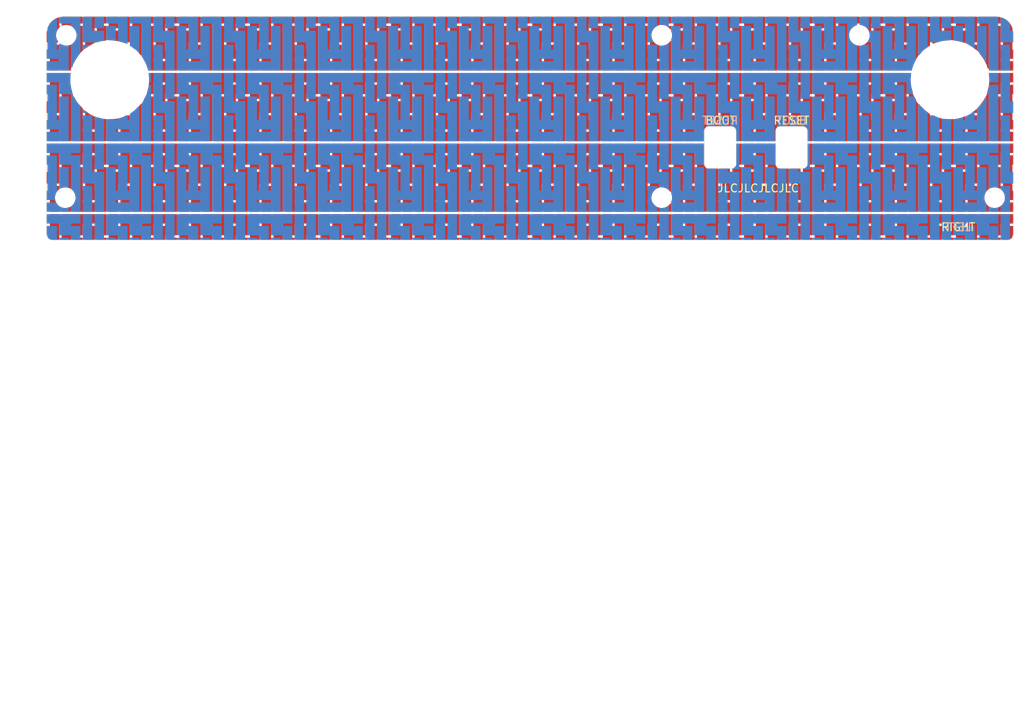
<source format=kicad_pcb>
(kicad_pcb (version 20171130) (host pcbnew "(5.1.12)-1")
  (layers (0 F.Cu signal) (31 B.Cu signal) (34 B.Paste user) (35 F.Paste user) (36 B.SilkS user) (37 F.SilkS user) (38 B.Mask user) (39 F.Mask user) (44 Edge.Cuts user))
  (net 0 "")
  (module footprints:m2_Screw_Hole (layer F.Cu) (at -11.143756 9.525008)
    (fp_text reference Ref**)
    (fp_text value Val**)
    (pad "" np_thru_hole circle (at 0 0) (size 2.2 2.2) (drill 2.2) (layers *.Cu *.Mask))
  )
  (module footprints:m2_Screw_Hole (layer F.Cu) (at -11.013291 -11.013291)
    (fp_text reference Ref**)
    (fp_text value Val**)
    (pad "" np_thru_hole circle (at 0 0) (size 2.2 2.2) (drill 2.2) (layers *.Cu *.Mask))
  )
  (module footprints:m2_Screw_Hole (layer F.Cu) (at 106.397756 9.525008)
    (fp_text reference Ref**)
    (fp_text value Val**)
    (pad "" np_thru_hole circle (at 0 0) (size 2.2 2.2) (drill 2.2) (layers *.Cu *.Mask))
  )
  (module footprints:m2_Screw_Hole (layer F.Cu) (at 64.293836 9.525008)
    (fp_text reference Ref**)
    (fp_text value Val**)
    (pad "" np_thru_hole circle (at 0 0) (size 2.2 2.2) (drill 2.2) (layers *.Cu *.Mask))
  )
  (module footprints:m2_Screw_Hole (layer F.Cu) (at 64.293836 -11.013291)
    (fp_text reference Ref**)
    (fp_text value Val**)
    (pad "" np_thru_hole circle (at 0 0) (size 2.2 2.2) (drill 2.2) (layers *.Cu *.Mask))
  )
  (module footprints:m2_Screw_Hole (layer F.Cu) (at 89.29695 -11.013291)
    (fp_text reference Ref**)
    (fp_text value Val**)
    (pad "" np_thru_hole circle (at 0 0) (size 2.2 2.2) (drill 2.2) (layers *.Cu *.Mask))
  )
  (gr_text LEFT (at 101.798352 13.245692) (layer B.SilkS) (effects (font (size 1 1)) (justify mirror)))
  (gr_text RESET (at 80.712432 -0.236728) (layer F.SilkS) (effects (font (size 1 1))))
  (gr_text BOOT (at 71.735096 -0.236728) (layer F.SilkS) (effects (font (size 1 1))))
  (gr_text RESET (at 71.68744 -0.236728) (layer B.SilkS) (effects (font (size 1 1)) (justify mirror)))
  (gr_text BOOT (at 80.712432 -0.236728) (layer B.SilkS) (effects (font (size 1 1)) (justify mirror)))
  (gr_line (start 78.699936 1.108584) (end 78.699936 5.227335) (layer Edge.Cuts) (width 0.05))
  (gr_arc (start 79.295248 5.227335) (end 78.699936 5.227335) (angle -90) (layer Edge.Cuts) (width 0.05))
  (gr_line (start 79.295248 5.822647) (end 82.129616 5.822647) (layer Edge.Cuts) (width 0.05))
  (gr_arc (start 79.295248 1.108584) (end 78.699936 1.108584) (angle 90) (layer Edge.Cuts) (width 0.05))
  (gr_line (start 79.295248 0.513272) (end 82.129616 0.513272) (layer Edge.Cuts) (width 0.05))
  (gr_line (start 70.270256 5.822647) (end 73.104624 5.822647) (layer Edge.Cuts) (width 0.05))
  (gr_arc (start 73.104624 5.227335) (end 73.104624 5.822647) (angle -90) (layer Edge.Cuts) (width 0.05))
  (gr_arc (start 73.104624 1.108584) (end 73.104624 0.513272) (angle 90) (layer Edge.Cuts) (width 0.05))
  (gr_line (start 73.699936 1.108584) (end 73.699936 5.227335) (layer Edge.Cuts) (width 0.05))
  (gr_arc (start 108.033696 14.136316) (end 108.033696 14.881628) (angle -90) (layer Edge.Cuts) (width 0.05))
  (gr_line (start -12.779696 14.881628) (end 108.033696 14.881628) (layer Edge.Cuts) (width 0.05))
  (gr_arc (start -12.779696 14.136316) (end -13.525008 14.136316) (angle -90) (layer Edge.Cuts) (width 0.05))
  (gr_arc (start -11.378576 -11.248111) (end -11.378576 -13.394543) (angle -90) (layer Edge.Cuts) (width 0.05))
  (gr_line (start -11.378576 -13.39452) (end 106.63258 -13.39452) (layer Edge.Cuts) (width 0.05))
  (gr_line (start -13.525008 14.136316) (end -13.525008 -11.248111) (layer Edge.Cuts) (width 0.05))
  (gr_arc (start 106.63258 -11.248092) (end 108.779008 -11.248092) (angle -90) (layer Edge.Cuts) (width 0.05))
  (gr_arc (start 70.270256 1.108584) (end 69.674944 1.108584) (angle 90) (layer Edge.Cuts) (width 0.05))
  (gr_arc (start 82.129616 1.108584) (end 82.129616 0.513272) (angle 90) (layer Edge.Cuts) (width 0.05))
  (gr_line (start 70.270256 0.513272) (end 73.104624 0.513272) (layer Edge.Cuts) (width 0.05))
  (gr_arc (start 82.129616 5.227335) (end 82.129616 5.822647) (angle -90) (layer Edge.Cuts) (width 0.05))
  (gr_arc (start 70.270256 5.227335) (end 69.674944 5.227335) (angle -90) (layer Edge.Cuts) (width 0.05))
  (gr_line (start 82.724928 5.227335) (end 82.724928 1.108584) (layer Edge.Cuts) (width 0.05))
  (gr_line (start 69.674944 1.108584) (end 69.674944 5.227335) (layer Edge.Cuts) (width 0.05))
  (gr_text JLCJLCJLCJLC (at 76.497592 8.334368) (layer F.SilkS) (effects (font (size 1 1))))
  (gr_text RIGHT (at 101.798352 13.245692) (layer F.SilkS) (effects (font (size 1 1))))
  (gr_line (start 108.779008 14.136316) (end 108.779008 -11.248092) (layer Edge.Cuts) (width 0.05))
  (zone (net 0) (net_name "") (layer B.Cu) (connect_pads (clearance 0)) (min_thickness 0.254)
    (keepout (tracks allowed) (vias allowed) (copperpour not_allowed))
    (fill (arc_segments 32) (thermal_gap 0.508) (thermal_bridge_width 0.508))
    (polygon (pts (xy -5.953216 68.163296) (xy -4.762592 68.163296) (xy -4.762592 71.139856) (xy -4.464936 71.139856) (xy -4.464936 67.86564) (xy -5.953216 67.86564)))
  )
  (zone (net 0) (net_name "") (layer B.Cu) (connect_pads (clearance 0)) (min_thickness 0.254)
    (keepout (tracks allowed) (vias allowed) (copperpour not_allowed))
    (fill (arc_segments 32) (thermal_gap 0.508) (thermal_bridge_width 0.508))
    (polygon (pts (xy 56.5546 68.163296) (xy 57.745224 68.163296) (xy 57.745224 71.139856) (xy 58.04288 71.139856) (xy 58.04288 67.86564) (xy 56.5546 67.86564)))
  )
  (zone (net 0) (net_name "") (layer B.Cu) (connect_pads (clearance 0)) (min_thickness 0.254)
    (keepout (tracks allowed) (vias allowed) (copperpour not_allowed))
    (fill (arc_segments 32) (thermal_gap 0.508) (thermal_bridge_width 0.508))
    (polygon (pts (xy 74.413976 68.163296) (xy 75.6046 68.163296) (xy 75.6046 71.139856) (xy 75.902256 71.139856) (xy 75.902256 67.86564) (xy 74.413976 67.86564)))
  )
  (zone (net 0) (net_name "") (layer B.Cu) (connect_pads (clearance 0)) (min_thickness 0.254)
    (keepout (tracks allowed) (vias allowed) (copperpour not_allowed))
    (fill (arc_segments 32) (thermal_gap 0.508) (thermal_bridge_width 0.508))
    (polygon (pts (xy 47.624912 68.163296) (xy 48.815536 68.163296) (xy 48.815536 71.139856) (xy 49.113192 71.139856) (xy 49.113192 67.86564) (xy 47.624912 67.86564)))
  )
  (zone (net 0) (net_name "") (layer B.Cu) (connect_pads (clearance 0)) (min_thickness 0.254)
    (keepout (tracks allowed) (vias allowed) (copperpour not_allowed))
    (fill (arc_segments 32) (thermal_gap 0.508) (thermal_bridge_width 0.508))
    (polygon (pts (xy -14.882904 68.163296) (xy -13.69228 68.163296) (xy -13.69228 71.139856) (xy -13.394624 71.139856) (xy -13.394624 67.86564) (xy -14.882904 67.86564)))
  )
  (zone (net 0) (net_name "") (layer B.Cu) (connect_pads (clearance 0)) (min_thickness 0.254)
    (keepout (tracks allowed) (vias allowed) (copperpour not_allowed))
    (fill (arc_segments 32) (thermal_gap 0.508) (thermal_bridge_width 0.508))
    (polygon (pts (xy 29.765536 68.163296) (xy 30.95616 68.163296) (xy 30.95616 71.139856) (xy 31.253816 71.139856) (xy 31.253816 67.86564) (xy 29.765536 67.86564)))
  )
  (zone (net 0) (net_name "") (layer B.Cu) (connect_pads (clearance 0)) (min_thickness 0.254)
    (keepout (tracks allowed) (vias allowed) (copperpour not_allowed))
    (fill (arc_segments 32) (thermal_gap 0.508) (thermal_bridge_width 0.508))
    (polygon (pts (xy 101.20304 68.163296) (xy 102.393664 68.163296) (xy 102.393664 71.139856) (xy 102.69132 71.139856) (xy 102.69132 67.86564) (xy 101.20304 67.86564)))
  )
  (zone (net 0) (net_name "") (layer B.Cu) (connect_pads (clearance 0)) (min_thickness 0.254)
    (keepout (tracks allowed) (vias allowed) (copperpour not_allowed))
    (fill (arc_segments 32) (thermal_gap 0.508) (thermal_bridge_width 0.508))
    (polygon (pts (xy 92.273352 68.163296) (xy 93.463976 68.163296) (xy 93.463976 71.139856) (xy 93.761632 71.139856) (xy 93.761632 67.86564) (xy 92.273352 67.86564)))
  )
  (zone (net 0) (net_name "") (layer B.Cu) (connect_pads (clearance 0)) (min_thickness 0.254)
    (keepout (tracks allowed) (vias allowed) (copperpour not_allowed))
    (fill (arc_segments 32) (thermal_gap 0.508) (thermal_bridge_width 0.508))
    (polygon (pts (xy 20.835848 68.163296) (xy 22.026472 68.163296) (xy 22.026472 71.139856) (xy 22.324128 71.139856) (xy 22.324128 67.86564) (xy 20.835848 67.86564)))
  )
  (zone (net 0) (net_name "") (layer B.Cu) (connect_pads (clearance 0)) (min_thickness 0.254)
    (keepout (tracks allowed) (vias allowed) (copperpour not_allowed))
    (fill (arc_segments 32) (thermal_gap 0.508) (thermal_bridge_width 0.508))
    (polygon (pts (xy 83.343664 68.163296) (xy 84.534288 68.163296) (xy 84.534288 71.139856) (xy 84.831944 71.139856) (xy 84.831944 67.86564) (xy 83.343664 67.86564)))
  )
  (zone (net 0) (net_name "") (layer B.Cu) (connect_pads (clearance 0)) (min_thickness 0.254)
    (keepout (tracks allowed) (vias allowed) (copperpour not_allowed))
    (fill (arc_segments 32) (thermal_gap 0.508) (thermal_bridge_width 0.508))
    (polygon (pts (xy 38.695224 68.163296) (xy 39.885848 68.163296) (xy 39.885848 71.139856) (xy 40.183504 71.139856) (xy 40.183504 67.86564) (xy 38.695224 67.86564)))
  )
  (zone (net 0) (net_name "") (layer B.Cu) (connect_pads (clearance 0)) (min_thickness 0.254)
    (keepout (tracks allowed) (vias allowed) (copperpour not_allowed))
    (fill (arc_segments 32) (thermal_gap 0.508) (thermal_bridge_width 0.508))
    (polygon (pts (xy 2.976472 68.163296) (xy 4.167096 68.163296) (xy 4.167096 71.139856) (xy 4.464752 71.139856) (xy 4.464752 67.86564) (xy 2.976472 67.86564)))
  )
  (zone (net 0) (net_name "") (layer B.Cu) (connect_pads (clearance 0)) (min_thickness 0.254)
    (keepout (tracks allowed) (vias allowed) (copperpour not_allowed))
    (fill (arc_segments 32) (thermal_gap 0.508) (thermal_bridge_width 0.508))
    (polygon (pts (xy 65.484288 68.163296) (xy 66.674912 68.163296) (xy 66.674912 71.139856) (xy 66.972568 71.139856) (xy 66.972568 67.86564) (xy 65.484288 67.86564)))
  )
  (zone (net 0) (net_name "") (layer B.Cu) (connect_pads (clearance 0)) (min_thickness 0.254)
    (keepout (tracks allowed) (vias allowed) (copperpour not_allowed))
    (fill (arc_segments 32) (thermal_gap 0.508) (thermal_bridge_width 0.508))
    (polygon (pts (xy 11.90616 68.163296) (xy 13.096784 68.163296) (xy 13.096784 71.139856) (xy 13.39444 71.139856) (xy 13.39444 67.86564) (xy 11.90616 67.86564)))
  )
  (zone (net 0) (net_name "") (layer B.Cu) (connect_pads (clearance 0)) (min_thickness 0.254)
    (keepout (tracks allowed) (vias allowed) (copperpour not_allowed))
    (fill (arc_segments 32) (thermal_gap 0.508) (thermal_bridge_width 0.508))
    (polygon (pts (xy -14.882904 14.585168) (xy -13.69228 14.585168) (xy -13.69228 17.561728) (xy -13.394624 17.561728) (xy -13.394624 14.287512) (xy -14.882904 14.287512)))
  )
  (zone (net 0) (net_name "") (layer B.Cu) (connect_pads (clearance 0)) (min_thickness 0.254)
    (keepout (tracks allowed) (vias allowed) (copperpour not_allowed))
    (fill (arc_segments 32) (thermal_gap 0.508) (thermal_bridge_width 0.508))
    (polygon (pts (xy 2.976472 14.585168) (xy 4.167096 14.585168) (xy 4.167096 17.561728) (xy 4.464752 17.561728) (xy 4.464752 14.287512) (xy 2.976472 14.287512)))
  )
  (zone (net 0) (net_name "") (layer B.Cu) (connect_pads (clearance 0)) (min_thickness 0.254)
    (keepout (tracks allowed) (vias allowed) (copperpour not_allowed))
    (fill (arc_segments 32) (thermal_gap 0.508) (thermal_bridge_width 0.508))
    (polygon (pts (xy 47.624912 14.585168) (xy 48.815536 14.585168) (xy 48.815536 17.561728) (xy 49.113192 17.561728) (xy 49.113192 14.287512) (xy 47.624912 14.287512)))
  )
  (zone (net 0) (net_name "") (layer B.Cu) (connect_pads (clearance 0)) (min_thickness 0.254)
    (keepout (tracks allowed) (vias allowed) (copperpour not_allowed))
    (fill (arc_segments 32) (thermal_gap 0.508) (thermal_bridge_width 0.508))
    (polygon (pts (xy 20.835848 14.585168) (xy 22.026472 14.585168) (xy 22.026472 17.561728) (xy 22.324128 17.561728) (xy 22.324128 14.287512) (xy 20.835848 14.287512)))
  )
  (zone (net 0) (net_name "") (layer B.Cu) (connect_pads (clearance 0)) (min_thickness 0.254)
    (keepout (tracks allowed) (vias allowed) (copperpour not_allowed))
    (fill (arc_segments 32) (thermal_gap 0.508) (thermal_bridge_width 0.508))
    (polygon (pts (xy 56.5546 14.585168) (xy 57.745224 14.585168) (xy 57.745224 17.561728) (xy 58.04288 17.561728) (xy 58.04288 14.287512) (xy 56.5546 14.287512)))
  )
  (zone (net 0) (net_name "") (layer B.Cu) (connect_pads (clearance 0)) (min_thickness 0.254)
    (keepout (tracks allowed) (vias allowed) (copperpour not_allowed))
    (fill (arc_segments 32) (thermal_gap 0.508) (thermal_bridge_width 0.508))
    (polygon (pts (xy 101.20304 14.585168) (xy 102.393664 14.585168) (xy 102.393664 17.561728) (xy 102.69132 17.561728) (xy 102.69132 14.287512) (xy 101.20304 14.287512)))
  )
  (zone (net 0) (net_name "") (layer B.Cu) (connect_pads (clearance 0)) (min_thickness 0.254)
    (keepout (tracks allowed) (vias allowed) (copperpour not_allowed))
    (fill (arc_segments 32) (thermal_gap 0.508) (thermal_bridge_width 0.508))
    (polygon (pts (xy 65.484288 14.585168) (xy 66.674912 14.585168) (xy 66.674912 17.561728) (xy 66.972568 17.561728) (xy 66.972568 14.287512) (xy 65.484288 14.287512)))
  )
  (zone (net 0) (net_name "") (layer B.Cu) (connect_pads (clearance 0)) (min_thickness 0.254)
    (keepout (tracks allowed) (vias allowed) (copperpour not_allowed))
    (fill (arc_segments 32) (thermal_gap 0.508) (thermal_bridge_width 0.508))
    (polygon (pts (xy 74.413976 14.585168) (xy 75.6046 14.585168) (xy 75.6046 17.561728) (xy 75.902256 17.561728) (xy 75.902256 14.287512) (xy 74.413976 14.287512)))
  )
  (zone (net 0) (net_name "") (layer B.Cu) (connect_pads (clearance 0)) (min_thickness 0.254)
    (keepout (tracks allowed) (vias allowed) (copperpour not_allowed))
    (fill (arc_segments 32) (thermal_gap 0.508) (thermal_bridge_width 0.508))
    (polygon (pts (xy -14.882904 5.65548) (xy -13.69228 5.65548) (xy -13.69228 8.63204) (xy -13.394624 8.63204) (xy -13.394624 5.357824) (xy -14.882904 5.357824)))
  )
  (zone (net 0) (net_name "") (layer B.Cu) (connect_pads (clearance 0)) (min_thickness 0.254)
    (keepout (tracks allowed) (vias allowed) (copperpour not_allowed))
    (fill (arc_segments 32) (thermal_gap 0.508) (thermal_bridge_width 0.508))
    (polygon (pts (xy 2.976472 5.65548) (xy 4.167096 5.65548) (xy 4.167096 8.63204) (xy 4.464752 8.63204) (xy 4.464752 5.357824) (xy 2.976472 5.357824)))
  )
  (zone (net 0) (net_name "") (layer B.Cu) (connect_pads (clearance 0)) (min_thickness 0.254)
    (keepout (tracks allowed) (vias allowed) (copperpour not_allowed))
    (fill (arc_segments 32) (thermal_gap 0.508) (thermal_bridge_width 0.508))
    (polygon (pts (xy 92.273352 14.585168) (xy 93.463976 14.585168) (xy 93.463976 17.561728) (xy 93.761632 17.561728) (xy 93.761632 14.287512) (xy 92.273352 14.287512)))
  )
  (zone (net 0) (net_name "") (layer B.Cu) (connect_pads (clearance 0)) (min_thickness 0.254)
    (keepout (tracks allowed) (vias allowed) (copperpour not_allowed))
    (fill (arc_segments 32) (thermal_gap 0.508) (thermal_bridge_width 0.508))
    (polygon (pts (xy -5.953216 5.65548) (xy -4.762592 5.65548) (xy -4.762592 8.63204) (xy -4.464936 8.63204) (xy -4.464936 5.357824) (xy -5.953216 5.357824)))
  )
  (zone (net 0) (net_name "") (layer B.Cu) (connect_pads (clearance 0)) (min_thickness 0.254)
    (keepout (tracks allowed) (vias allowed) (copperpour not_allowed))
    (fill (arc_segments 32) (thermal_gap 0.508) (thermal_bridge_width 0.508))
    (polygon (pts (xy 56.5546 23.514856) (xy 57.745224 23.514856) (xy 57.745224 26.491416) (xy 58.04288 26.491416) (xy 58.04288 23.2172) (xy 56.5546 23.2172)))
  )
  (zone (net 0) (net_name "") (layer B.Cu) (connect_pads (clearance 0)) (min_thickness 0.254)
    (keepout (tracks allowed) (vias allowed) (copperpour not_allowed))
    (fill (arc_segments 32) (thermal_gap 0.508) (thermal_bridge_width 0.508))
    (polygon (pts (xy 29.765536 14.585168) (xy 30.95616 14.585168) (xy 30.95616 17.561728) (xy 31.253816 17.561728) (xy 31.253816 14.287512) (xy 29.765536 14.287512)))
  )
  (zone (net 0) (net_name "") (layer B.Cu) (connect_pads (clearance 0)) (min_thickness 0.254)
    (keepout (tracks allowed) (vias allowed) (copperpour not_allowed))
    (fill (arc_segments 32) (thermal_gap 0.508) (thermal_bridge_width 0.508))
    (polygon (pts (xy 65.484288 23.514856) (xy 66.674912 23.514856) (xy 66.674912 26.491416) (xy 66.972568 26.491416) (xy 66.972568 23.2172) (xy 65.484288 23.2172)))
  )
  (zone (net 0) (net_name "") (layer B.Cu) (connect_pads (clearance 0)) (min_thickness 0.254)
    (keepout (tracks allowed) (vias allowed) (copperpour not_allowed))
    (fill (arc_segments 32) (thermal_gap 0.508) (thermal_bridge_width 0.508))
    (polygon (pts (xy 83.343664 14.585168) (xy 84.534288 14.585168) (xy 84.534288 17.561728) (xy 84.831944 17.561728) (xy 84.831944 14.287512) (xy 83.343664 14.287512)))
  )
  (zone (net 0) (net_name "") (layer B.Cu) (connect_pads (clearance 0)) (min_thickness 0.254)
    (keepout (tracks allowed) (vias allowed) (copperpour not_allowed))
    (fill (arc_segments 32) (thermal_gap 0.508) (thermal_bridge_width 0.508))
    (polygon (pts (xy 74.413976 23.514856) (xy 75.6046 23.514856) (xy 75.6046 26.491416) (xy 75.902256 26.491416) (xy 75.902256 23.2172) (xy 74.413976 23.2172)))
  )
  (zone (net 0) (net_name "") (layer B.Cu) (connect_pads (clearance 0)) (min_thickness 0.254)
    (keepout (tracks allowed) (vias allowed) (copperpour not_allowed))
    (fill (arc_segments 32) (thermal_gap 0.508) (thermal_bridge_width 0.508))
    (polygon (pts (xy 83.343664 23.514856) (xy 84.534288 23.514856) (xy 84.534288 26.491416) (xy 84.831944 26.491416) (xy 84.831944 23.2172) (xy 83.343664 23.2172)))
  )
  (zone (net 0) (net_name "") (layer B.Cu) (connect_pads (clearance 0)) (min_thickness 0.254)
    (keepout (tracks allowed) (vias allowed) (copperpour not_allowed))
    (fill (arc_segments 32) (thermal_gap 0.508) (thermal_bridge_width 0.508))
    (polygon (pts (xy 92.273352 23.514856) (xy 93.463976 23.514856) (xy 93.463976 26.491416) (xy 93.761632 26.491416) (xy 93.761632 23.2172) (xy 92.273352 23.2172)))
  )
  (zone (net 0) (net_name "") (layer B.Cu) (connect_pads (clearance 0)) (min_thickness 0.254)
    (keepout (tracks allowed) (vias allowed) (copperpour not_allowed))
    (fill (arc_segments 32) (thermal_gap 0.508) (thermal_bridge_width 0.508))
    (polygon (pts (xy -5.953216 14.585168) (xy -4.762592 14.585168) (xy -4.762592 17.561728) (xy -4.464936 17.561728) (xy -4.464936 14.287512) (xy -5.953216 14.287512)))
  )
  (zone (net 0) (net_name "") (layer B.Cu) (connect_pads (clearance 0)) (min_thickness 0.254)
    (keepout (tracks allowed) (vias allowed) (copperpour not_allowed))
    (fill (arc_segments 32) (thermal_gap 0.508) (thermal_bridge_width 0.508))
    (polygon (pts (xy 11.90616 14.585168) (xy 13.096784 14.585168) (xy 13.096784 17.561728) (xy 13.39444 17.561728) (xy 13.39444 14.287512) (xy 11.90616 14.287512)))
  )
  (zone (net 0) (net_name "") (layer B.Cu) (connect_pads (clearance 0)) (min_thickness 0.254)
    (keepout (tracks allowed) (vias allowed) (copperpour not_allowed))
    (fill (arc_segments 32) (thermal_gap 0.508) (thermal_bridge_width 0.508))
    (polygon (pts (xy 38.695224 14.585168) (xy 39.885848 14.585168) (xy 39.885848 17.561728) (xy 40.183504 17.561728) (xy 40.183504 14.287512) (xy 38.695224 14.287512)))
  )
  (zone (net 0) (net_name "") (layer B.Cu) (connect_pads (clearance 0)) (min_thickness 0.254)
    (keepout (tracks allowed) (vias allowed) (copperpour not_allowed))
    (fill (arc_segments 32) (thermal_gap 0.508) (thermal_bridge_width 0.508))
    (polygon (pts (xy 101.20304 23.514856) (xy 102.393664 23.514856) (xy 102.393664 26.491416) (xy 102.69132 26.491416) (xy 102.69132 23.2172) (xy 101.20304 23.2172)))
  )
  (zone (net 0) (net_name "") (layer B.Cu) (connect_pads (clearance 0)) (min_thickness 0.254)
    (keepout (tracks allowed) (vias allowed) (copperpour not_allowed))
    (fill (arc_segments 32) (thermal_gap 0.508) (thermal_bridge_width 0.508))
    (polygon (pts (xy -14.882904 59.233608) (xy -13.69228 59.233608) (xy -13.69228 62.210168) (xy -13.394624 62.210168) (xy -13.394624 58.935952) (xy -14.882904 58.935952)))
  )
  (zone (net 0) (net_name "") (layer B.Cu) (connect_pads (clearance 0)) (min_thickness 0.254)
    (keepout (tracks allowed) (vias allowed) (copperpour not_allowed))
    (fill (arc_segments 32) (thermal_gap 0.508) (thermal_bridge_width 0.508))
    (polygon (pts (xy -5.953216 59.233608) (xy -4.762592 59.233608) (xy -4.762592 62.210168) (xy -4.464936 62.210168) (xy -4.464936 58.935952) (xy -5.953216 58.935952)))
  )
  (zone (net 0) (net_name "") (layer B.Cu) (connect_pads (clearance 0)) (min_thickness 0.254)
    (keepout (tracks allowed) (vias allowed) (copperpour not_allowed))
    (fill (arc_segments 32) (thermal_gap 0.508) (thermal_bridge_width 0.508))
    (polygon (pts (xy 2.976472 59.233608) (xy 4.167096 59.233608) (xy 4.167096 62.210168) (xy 4.464752 62.210168) (xy 4.464752 58.935952) (xy 2.976472 58.935952)))
  )
  (zone (net 0) (net_name "") (layer B.Cu) (connect_pads (clearance 0)) (min_thickness 0.254)
    (keepout (tracks allowed) (vias allowed) (copperpour not_allowed))
    (fill (arc_segments 32) (thermal_gap 0.508) (thermal_bridge_width 0.508))
    (polygon (pts (xy 11.90616 59.233608) (xy 13.096784 59.233608) (xy 13.096784 62.210168) (xy 13.39444 62.210168) (xy 13.39444 58.935952) (xy 11.90616 58.935952)))
  )
  (zone (net 0) (net_name "") (layer B.Cu) (connect_pads (clearance 0)) (min_thickness 0.254)
    (keepout (tracks allowed) (vias allowed) (copperpour not_allowed))
    (fill (arc_segments 32) (thermal_gap 0.508) (thermal_bridge_width 0.508))
    (polygon (pts (xy 20.835848 50.30392) (xy 22.026472 50.30392) (xy 22.026472 53.28048) (xy 22.324128 53.28048) (xy 22.324128 50.006264) (xy 20.835848 50.006264)))
  )
  (zone (net 0) (net_name "") (layer B.Cu) (connect_pads (clearance 0)) (min_thickness 0.254)
    (keepout (tracks allowed) (vias allowed) (copperpour not_allowed))
    (fill (arc_segments 32) (thermal_gap 0.508) (thermal_bridge_width 0.508))
    (polygon (pts (xy 20.835848 59.233608) (xy 22.026472 59.233608) (xy 22.026472 62.210168) (xy 22.324128 62.210168) (xy 22.324128 58.935952) (xy 20.835848 58.935952)))
  )
  (zone (net 0) (net_name "") (layer B.Cu) (connect_pads (clearance 0)) (min_thickness 0.254)
    (keepout (tracks allowed) (vias allowed) (copperpour not_allowed))
    (fill (arc_segments 32) (thermal_gap 0.508) (thermal_bridge_width 0.508))
    (polygon (pts (xy 29.765536 59.233608) (xy 30.95616 59.233608) (xy 30.95616 62.210168) (xy 31.253816 62.210168) (xy 31.253816 58.935952) (xy 29.765536 58.935952)))
  )
  (zone (net 0) (net_name "") (layer B.Cu) (connect_pads (clearance 0)) (min_thickness 0.254)
    (keepout (tracks allowed) (vias allowed) (copperpour not_allowed))
    (fill (arc_segments 32) (thermal_gap 0.508) (thermal_bridge_width 0.508))
    (polygon (pts (xy 38.695224 59.233608) (xy 39.885848 59.233608) (xy 39.885848 62.210168) (xy 40.183504 62.210168) (xy 40.183504 58.935952) (xy 38.695224 58.935952)))
  )
  (zone (net 0) (net_name "") (layer B.Cu) (connect_pads (clearance 0)) (min_thickness 0.254)
    (keepout (tracks allowed) (vias allowed) (copperpour not_allowed))
    (fill (arc_segments 32) (thermal_gap 0.508) (thermal_bridge_width 0.508))
    (polygon (pts (xy 47.624912 59.233608) (xy 48.815536 59.233608) (xy 48.815536 62.210168) (xy 49.113192 62.210168) (xy 49.113192 58.935952) (xy 47.624912 58.935952)))
  )
  (zone (net 0) (net_name "") (layer B.Cu) (connect_pads (clearance 0)) (min_thickness 0.254)
    (keepout (tracks allowed) (vias allowed) (copperpour not_allowed))
    (fill (arc_segments 32) (thermal_gap 0.508) (thermal_bridge_width 0.508))
    (polygon (pts (xy 56.5546 59.233608) (xy 57.745224 59.233608) (xy 57.745224 62.210168) (xy 58.04288 62.210168) (xy 58.04288 58.935952) (xy 56.5546 58.935952)))
  )
  (zone (net 0) (net_name "") (layer B.Cu) (connect_pads (clearance 0)) (min_thickness 0.254)
    (keepout (tracks allowed) (vias allowed) (copperpour not_allowed))
    (fill (arc_segments 32) (thermal_gap 0.508) (thermal_bridge_width 0.508))
    (polygon (pts (xy 65.484288 59.233608) (xy 66.674912 59.233608) (xy 66.674912 62.210168) (xy 66.972568 62.210168) (xy 66.972568 58.935952) (xy 65.484288 58.935952)))
  )
  (zone (net 0) (net_name "") (layer B.Cu) (connect_pads (clearance 0)) (min_thickness 0.254)
    (keepout (tracks allowed) (vias allowed) (copperpour not_allowed))
    (fill (arc_segments 32) (thermal_gap 0.508) (thermal_bridge_width 0.508))
    (polygon (pts (xy 74.413976 59.233608) (xy 75.6046 59.233608) (xy 75.6046 62.210168) (xy 75.902256 62.210168) (xy 75.902256 58.935952) (xy 74.413976 58.935952)))
  )
  (zone (net 0) (net_name "") (layer B.Cu) (connect_pads (clearance 0)) (min_thickness 0.254)
    (keepout (tracks allowed) (vias allowed) (copperpour not_allowed))
    (fill (arc_segments 32) (thermal_gap 0.508) (thermal_bridge_width 0.508))
    (polygon (pts (xy 2.976472 50.30392) (xy 4.167096 50.30392) (xy 4.167096 53.28048) (xy 4.464752 53.28048) (xy 4.464752 50.006264) (xy 2.976472 50.006264)))
  )
  (zone (net 0) (net_name "") (layer B.Cu) (connect_pads (clearance 0)) (min_thickness 0.254)
    (keepout (tracks allowed) (vias allowed) (copperpour not_allowed))
    (fill (arc_segments 32) (thermal_gap 0.508) (thermal_bridge_width 0.508))
    (polygon (pts (xy 83.343664 59.233608) (xy 84.534288 59.233608) (xy 84.534288 62.210168) (xy 84.831944 62.210168) (xy 84.831944 58.935952) (xy 83.343664 58.935952)))
  )
  (zone (net 0) (net_name "") (layer B.Cu) (connect_pads (clearance 0)) (min_thickness 0.254)
    (keepout (tracks allowed) (vias allowed) (copperpour not_allowed))
    (fill (arc_segments 32) (thermal_gap 0.508) (thermal_bridge_width 0.508))
    (polygon (pts (xy 92.273352 59.233608) (xy 93.463976 59.233608) (xy 93.463976 62.210168) (xy 93.761632 62.210168) (xy 93.761632 58.935952) (xy 92.273352 58.935952)))
  )
  (zone (net 0) (net_name "") (layer B.Cu) (connect_pads (clearance 0)) (min_thickness 0.254)
    (keepout (tracks allowed) (vias allowed) (copperpour not_allowed))
    (fill (arc_segments 32) (thermal_gap 0.508) (thermal_bridge_width 0.508))
    (polygon (pts (xy 101.20304 59.233608) (xy 102.393664 59.233608) (xy 102.393664 62.210168) (xy 102.69132 62.210168) (xy 102.69132 58.935952) (xy 101.20304 58.935952)))
  )
  (zone (net 0) (net_name "") (layer B.Cu) (connect_pads (clearance 0)) (min_thickness 0.254)
    (keepout (tracks allowed) (vias allowed) (copperpour not_allowed))
    (fill (arc_segments 32) (thermal_gap 0.508) (thermal_bridge_width 0.508))
    (polygon (pts (xy -14.882904 50.30392) (xy -13.69228 50.30392) (xy -13.69228 53.28048) (xy -13.394624 53.28048) (xy -13.394624 50.006264) (xy -14.882904 50.006264)))
  )
  (zone (net 0) (net_name "") (layer B.Cu) (connect_pads (clearance 0)) (min_thickness 0.254)
    (keepout (tracks allowed) (vias allowed) (copperpour not_allowed))
    (fill (arc_segments 32) (thermal_gap 0.508) (thermal_bridge_width 0.508))
    (polygon (pts (xy -5.953216 50.30392) (xy -4.762592 50.30392) (xy -4.762592 53.28048) (xy -4.464936 53.28048) (xy -4.464936 50.006264) (xy -5.953216 50.006264)))
  )
  (zone (net 0) (net_name "") (layer B.Cu) (connect_pads (clearance 0)) (min_thickness 0.254)
    (keepout (tracks allowed) (vias allowed) (copperpour not_allowed))
    (fill (arc_segments 32) (thermal_gap 0.508) (thermal_bridge_width 0.508))
    (polygon (pts (xy 11.90616 50.30392) (xy 13.096784 50.30392) (xy 13.096784 53.28048) (xy 13.39444 53.28048) (xy 13.39444 50.006264) (xy 11.90616 50.006264)))
  )
  (zone (net 0) (net_name "") (layer B.Cu) (connect_pads (clearance 0)) (min_thickness 0.254)
    (keepout (tracks allowed) (vias allowed) (copperpour not_allowed))
    (fill (arc_segments 32) (thermal_gap 0.508) (thermal_bridge_width 0.508))
    (polygon (pts (xy 47.624912 50.30392) (xy 48.815536 50.30392) (xy 48.815536 53.28048) (xy 49.113192 53.28048) (xy 49.113192 50.006264) (xy 47.624912 50.006264)))
  )
  (zone (net 0) (net_name "") (layer B.Cu) (connect_pads (clearance 0)) (min_thickness 0.254)
    (keepout (tracks allowed) (vias allowed) (copperpour not_allowed))
    (fill (arc_segments 32) (thermal_gap 0.508) (thermal_bridge_width 0.508))
    (polygon (pts (xy 74.413976 50.30392) (xy 75.6046 50.30392) (xy 75.6046 53.28048) (xy 75.902256 53.28048) (xy 75.902256 50.006264) (xy 74.413976 50.006264)))
  )
  (zone (net 0) (net_name "") (layer B.Cu) (connect_pads (clearance 0)) (min_thickness 0.254)
    (keepout (tracks allowed) (vias allowed) (copperpour not_allowed))
    (fill (arc_segments 32) (thermal_gap 0.508) (thermal_bridge_width 0.508))
    (polygon (pts (xy 92.273352 50.30392) (xy 93.463976 50.30392) (xy 93.463976 53.28048) (xy 93.761632 53.28048) (xy 93.761632 50.006264) (xy 92.273352 50.006264)))
  )
  (zone (net 0) (net_name "") (layer B.Cu) (connect_pads (clearance 0)) (min_thickness 0.254)
    (keepout (tracks allowed) (vias allowed) (copperpour not_allowed))
    (fill (arc_segments 32) (thermal_gap 0.508) (thermal_bridge_width 0.508))
    (polygon (pts (xy 2.976472 41.374232) (xy 4.167096 41.374232) (xy 4.167096 44.350792) (xy 4.464752 44.350792) (xy 4.464752 41.076576) (xy 2.976472 41.076576)))
  )
  (zone (net 0) (net_name "") (layer B.Cu) (connect_pads (clearance 0)) (min_thickness 0.254)
    (keepout (tracks allowed) (vias allowed) (copperpour not_allowed))
    (fill (arc_segments 32) (thermal_gap 0.508) (thermal_bridge_width 0.508))
    (polygon (pts (xy 74.413976 32.444544) (xy 75.6046 32.444544) (xy 75.6046 35.421104) (xy 75.902256 35.421104) (xy 75.902256 32.146888) (xy 74.413976 32.146888)))
  )
  (zone (net 0) (net_name "") (layer B.Cu) (connect_pads (clearance 0)) (min_thickness 0.254)
    (keepout (tracks allowed) (vias allowed) (copperpour not_allowed))
    (fill (arc_segments 32) (thermal_gap 0.508) (thermal_bridge_width 0.508))
    (polygon (pts (xy 65.484288 41.374232) (xy 66.674912 41.374232) (xy 66.674912 44.350792) (xy 66.972568 44.350792) (xy 66.972568 41.076576) (xy 65.484288 41.076576)))
  )
  (zone (net 0) (net_name "") (layer B.Cu) (connect_pads (clearance 0)) (min_thickness 0.254)
    (keepout (tracks allowed) (vias allowed) (copperpour not_allowed))
    (fill (arc_segments 32) (thermal_gap 0.508) (thermal_bridge_width 0.508))
    (polygon (pts (xy 74.413976 41.374232) (xy 75.6046 41.374232) (xy 75.6046 44.350792) (xy 75.902256 44.350792) (xy 75.902256 41.076576) (xy 74.413976 41.076576)))
  )
  (zone (net 0) (net_name "") (layer B.Cu) (connect_pads (clearance 0)) (min_thickness 0.254)
    (keepout (tracks allowed) (vias allowed) (copperpour not_allowed))
    (fill (arc_segments 32) (thermal_gap 0.508) (thermal_bridge_width 0.508))
    (polygon (pts (xy 56.5546 32.444544) (xy 57.745224 32.444544) (xy 57.745224 35.421104) (xy 58.04288 35.421104) (xy 58.04288 32.146888) (xy 56.5546 32.146888)))
  )
  (zone (net 0) (net_name "") (layer B.Cu) (connect_pads (clearance 0)) (min_thickness 0.254)
    (keepout (tracks allowed) (vias allowed) (copperpour not_allowed))
    (fill (arc_segments 32) (thermal_gap 0.508) (thermal_bridge_width 0.508))
    (polygon (pts (xy 2.976472 23.514856) (xy 4.167096 23.514856) (xy 4.167096 26.491416) (xy 4.464752 26.491416) (xy 4.464752 23.2172) (xy 2.976472 23.2172)))
  )
  (zone (net 0) (net_name "") (layer B.Cu) (connect_pads (clearance 0)) (min_thickness 0.254)
    (keepout (tracks allowed) (vias allowed) (copperpour not_allowed))
    (fill (arc_segments 32) (thermal_gap 0.508) (thermal_bridge_width 0.508))
    (polygon (pts (xy 20.835848 32.444544) (xy 22.026472 32.444544) (xy 22.026472 35.421104) (xy 22.324128 35.421104) (xy 22.324128 32.146888) (xy 20.835848 32.146888)))
  )
  (zone (net 0) (net_name "") (layer B.Cu) (connect_pads (clearance 0)) (min_thickness 0.254)
    (keepout (tracks allowed) (vias allowed) (copperpour not_allowed))
    (fill (arc_segments 32) (thermal_gap 0.508) (thermal_bridge_width 0.508))
    (polygon (pts (xy 47.624912 23.514856) (xy 48.815536 23.514856) (xy 48.815536 26.491416) (xy 49.113192 26.491416) (xy 49.113192 23.2172) (xy 47.624912 23.2172)))
  )
  (zone (net 0) (net_name "") (layer B.Cu) (connect_pads (clearance 0)) (min_thickness 0.254)
    (keepout (tracks allowed) (vias allowed) (copperpour not_allowed))
    (fill (arc_segments 32) (thermal_gap 0.508) (thermal_bridge_width 0.508))
    (polygon (pts (xy 101.20304 50.30392) (xy 102.393664 50.30392) (xy 102.393664 53.28048) (xy 102.69132 53.28048) (xy 102.69132 50.006264) (xy 101.20304 50.006264)))
  )
  (zone (net 0) (net_name "") (layer B.Cu) (connect_pads (clearance 0)) (min_thickness 0.254)
    (keepout (tracks allowed) (vias allowed) (copperpour not_allowed))
    (fill (arc_segments 32) (thermal_gap 0.508) (thermal_bridge_width 0.508))
    (polygon (pts (xy 29.765536 41.374232) (xy 30.95616 41.374232) (xy 30.95616 44.350792) (xy 31.253816 44.350792) (xy 31.253816 41.076576) (xy 29.765536 41.076576)))
  )
  (zone (net 0) (net_name "") (layer B.Cu) (connect_pads (clearance 0)) (min_thickness 0.254)
    (keepout (tracks allowed) (vias allowed) (copperpour not_allowed))
    (fill (arc_segments 32) (thermal_gap 0.508) (thermal_bridge_width 0.508))
    (polygon (pts (xy 29.765536 32.444544) (xy 30.95616 32.444544) (xy 30.95616 35.421104) (xy 31.253816 35.421104) (xy 31.253816 32.146888) (xy 29.765536 32.146888)))
  )
  (zone (net 0) (net_name "") (layer B.Cu) (connect_pads (clearance 0)) (min_thickness 0.254)
    (keepout (tracks allowed) (vias allowed) (copperpour not_allowed))
    (fill (arc_segments 32) (thermal_gap 0.508) (thermal_bridge_width 0.508))
    (polygon (pts (xy 101.20304 32.444544) (xy 102.393664 32.444544) (xy 102.393664 35.421104) (xy 102.69132 35.421104) (xy 102.69132 32.146888) (xy 101.20304 32.146888)))
  )
  (zone (net 0) (net_name "") (layer B.Cu) (connect_pads (clearance 0)) (min_thickness 0.254)
    (keepout (tracks allowed) (vias allowed) (copperpour not_allowed))
    (fill (arc_segments 32) (thermal_gap 0.508) (thermal_bridge_width 0.508))
    (polygon (pts (xy 29.765536 23.514856) (xy 30.95616 23.514856) (xy 30.95616 26.491416) (xy 31.253816 26.491416) (xy 31.253816 23.2172) (xy 29.765536 23.2172)))
  )
  (zone (net 0) (net_name "") (layer B.Cu) (connect_pads (clearance 0)) (min_thickness 0.254)
    (keepout (tracks allowed) (vias allowed) (copperpour not_allowed))
    (fill (arc_segments 32) (thermal_gap 0.508) (thermal_bridge_width 0.508))
    (polygon (pts (xy 92.273352 41.374232) (xy 93.463976 41.374232) (xy 93.463976 44.350792) (xy 93.761632 44.350792) (xy 93.761632 41.076576) (xy 92.273352 41.076576)))
  )
  (zone (net 0) (net_name "") (layer B.Cu) (connect_pads (clearance 0)) (min_thickness 0.254)
    (keepout (tracks allowed) (vias allowed) (copperpour not_allowed))
    (fill (arc_segments 32) (thermal_gap 0.508) (thermal_bridge_width 0.508))
    (polygon (pts (xy -5.953216 32.444544) (xy -4.762592 32.444544) (xy -4.762592 35.421104) (xy -4.464936 35.421104) (xy -4.464936 32.146888) (xy -5.953216 32.146888)))
  )
  (zone (net 0) (net_name "") (layer B.Cu) (connect_pads (clearance 0)) (min_thickness 0.254)
    (keepout (tracks allowed) (vias allowed) (copperpour not_allowed))
    (fill (arc_segments 32) (thermal_gap 0.508) (thermal_bridge_width 0.508))
    (polygon (pts (xy 47.624912 32.444544) (xy 48.815536 32.444544) (xy 48.815536 35.421104) (xy 49.113192 35.421104) (xy 49.113192 32.146888) (xy 47.624912 32.146888)))
  )
  (zone (net 0) (net_name "") (layer B.Cu) (connect_pads (clearance 0)) (min_thickness 0.254)
    (keepout (tracks allowed) (vias allowed) (copperpour not_allowed))
    (fill (arc_segments 32) (thermal_gap 0.508) (thermal_bridge_width 0.508))
    (polygon (pts (xy 92.273352 32.444544) (xy 93.463976 32.444544) (xy 93.463976 35.421104) (xy 93.761632 35.421104) (xy 93.761632 32.146888) (xy 92.273352 32.146888)))
  )
  (zone (net 0) (net_name "") (layer B.Cu) (connect_pads (clearance 0)) (min_thickness 0.254)
    (keepout (tracks allowed) (vias allowed) (copperpour not_allowed))
    (fill (arc_segments 32) (thermal_gap 0.508) (thermal_bridge_width 0.508))
    (polygon (pts (xy -14.882904 32.444544) (xy -13.69228 32.444544) (xy -13.69228 35.421104) (xy -13.394624 35.421104) (xy -13.394624 32.146888) (xy -14.882904 32.146888)))
  )
  (zone (net 0) (net_name "") (layer B.Cu) (connect_pads (clearance 0)) (min_thickness 0.254)
    (keepout (tracks allowed) (vias allowed) (copperpour not_allowed))
    (fill (arc_segments 32) (thermal_gap 0.508) (thermal_bridge_width 0.508))
    (polygon (pts (xy 56.5546 50.30392) (xy 57.745224 50.30392) (xy 57.745224 53.28048) (xy 58.04288 53.28048) (xy 58.04288 50.006264) (xy 56.5546 50.006264)))
  )
  (zone (net 0) (net_name "") (layer B.Cu) (connect_pads (clearance 0)) (min_thickness 0.254)
    (keepout (tracks allowed) (vias allowed) (copperpour not_allowed))
    (fill (arc_segments 32) (thermal_gap 0.508) (thermal_bridge_width 0.508))
    (polygon (pts (xy 20.835848 23.514856) (xy 22.026472 23.514856) (xy 22.026472 26.491416) (xy 22.324128 26.491416) (xy 22.324128 23.2172) (xy 20.835848 23.2172)))
  )
  (zone (net 0) (net_name "") (layer B.Cu) (connect_pads (clearance 0)) (min_thickness 0.254)
    (keepout (tracks allowed) (vias allowed) (copperpour not_allowed))
    (fill (arc_segments 32) (thermal_gap 0.508) (thermal_bridge_width 0.508))
    (polygon (pts (xy 38.695224 50.30392) (xy 39.885848 50.30392) (xy 39.885848 53.28048) (xy 40.183504 53.28048) (xy 40.183504 50.006264) (xy 38.695224 50.006264)))
  )
  (zone (net 0) (net_name "") (layer B.Cu) (connect_pads (clearance 0)) (min_thickness 0.254)
    (keepout (tracks allowed) (vias allowed) (copperpour not_allowed))
    (fill (arc_segments 32) (thermal_gap 0.508) (thermal_bridge_width 0.508))
    (polygon (pts (xy 11.90616 41.374232) (xy 13.096784 41.374232) (xy 13.096784 44.350792) (xy 13.39444 44.350792) (xy 13.39444 41.076576) (xy 11.90616 41.076576)))
  )
  (zone (net 0) (net_name "") (layer B.Cu) (connect_pads (clearance 0)) (min_thickness 0.254)
    (keepout (tracks allowed) (vias allowed) (copperpour not_allowed))
    (fill (arc_segments 32) (thermal_gap 0.508) (thermal_bridge_width 0.508))
    (polygon (pts (xy 20.835848 41.374232) (xy 22.026472 41.374232) (xy 22.026472 44.350792) (xy 22.324128 44.350792) (xy 22.324128 41.076576) (xy 20.835848 41.076576)))
  )
  (zone (net 0) (net_name "") (layer B.Cu) (connect_pads (clearance 0)) (min_thickness 0.254)
    (keepout (tracks allowed) (vias allowed) (copperpour not_allowed))
    (fill (arc_segments 32) (thermal_gap 0.508) (thermal_bridge_width 0.508))
    (polygon (pts (xy 2.976472 32.444544) (xy 4.167096 32.444544) (xy 4.167096 35.421104) (xy 4.464752 35.421104) (xy 4.464752 32.146888) (xy 2.976472 32.146888)))
  )
  (zone (net 0) (net_name "") (layer B.Cu) (connect_pads (clearance 0)) (min_thickness 0.254)
    (keepout (tracks allowed) (vias allowed) (copperpour not_allowed))
    (fill (arc_segments 32) (thermal_gap 0.508) (thermal_bridge_width 0.508))
    (polygon (pts (xy 38.695224 41.374232) (xy 39.885848 41.374232) (xy 39.885848 44.350792) (xy 40.183504 44.350792) (xy 40.183504 41.076576) (xy 38.695224 41.076576)))
  )
  (zone (net 0) (net_name "") (layer B.Cu) (connect_pads (clearance 0)) (min_thickness 0.254)
    (keepout (tracks allowed) (vias allowed) (copperpour not_allowed))
    (fill (arc_segments 32) (thermal_gap 0.508) (thermal_bridge_width 0.508))
    (polygon (pts (xy 101.20304 41.374232) (xy 102.393664 41.374232) (xy 102.393664 44.350792) (xy 102.69132 44.350792) (xy 102.69132 41.076576) (xy 101.20304 41.076576)))
  )
  (zone (net 0) (net_name "") (layer B.Cu) (connect_pads (clearance 0)) (min_thickness 0.254)
    (keepout (tracks allowed) (vias allowed) (copperpour not_allowed))
    (fill (arc_segments 32) (thermal_gap 0.508) (thermal_bridge_width 0.508))
    (polygon (pts (xy 38.695224 32.444544) (xy 39.885848 32.444544) (xy 39.885848 35.421104) (xy 40.183504 35.421104) (xy 40.183504 32.146888) (xy 38.695224 32.146888)))
  )
  (zone (net 0) (net_name "") (layer B.Cu) (connect_pads (clearance 0)) (min_thickness 0.254)
    (keepout (tracks allowed) (vias allowed) (copperpour not_allowed))
    (fill (arc_segments 32) (thermal_gap 0.508) (thermal_bridge_width 0.508))
    (polygon (pts (xy -5.953216 23.514856) (xy -4.762592 23.514856) (xy -4.762592 26.491416) (xy -4.464936 26.491416) (xy -4.464936 23.2172) (xy -5.953216 23.2172)))
  )
  (zone (net 0) (net_name "") (layer B.Cu) (connect_pads (clearance 0)) (min_thickness 0.254)
    (keepout (tracks allowed) (vias allowed) (copperpour not_allowed))
    (fill (arc_segments 32) (thermal_gap 0.508) (thermal_bridge_width 0.508))
    (polygon (pts (xy -14.882904 23.514856) (xy -13.69228 23.514856) (xy -13.69228 26.491416) (xy -13.394624 26.491416) (xy -13.394624 23.2172) (xy -14.882904 23.2172)))
  )
  (zone (net 0) (net_name "") (layer B.Cu) (connect_pads (clearance 0)) (min_thickness 0.254)
    (keepout (tracks allowed) (vias allowed) (copperpour not_allowed))
    (fill (arc_segments 32) (thermal_gap 0.508) (thermal_bridge_width 0.508))
    (polygon (pts (xy 83.343664 50.30392) (xy 84.534288 50.30392) (xy 84.534288 53.28048) (xy 84.831944 53.28048) (xy 84.831944 50.006264) (xy 83.343664 50.006264)))
  )
  (zone (net 0) (net_name "") (layer B.Cu) (connect_pads (clearance 0)) (min_thickness 0.254)
    (keepout (tracks allowed) (vias allowed) (copperpour not_allowed))
    (fill (arc_segments 32) (thermal_gap 0.508) (thermal_bridge_width 0.508))
    (polygon (pts (xy -14.882904 41.374232) (xy -13.69228 41.374232) (xy -13.69228 44.350792) (xy -13.394624 44.350792) (xy -13.394624 41.076576) (xy -14.882904 41.076576)))
  )
  (zone (net 0) (net_name "") (layer B.Cu) (connect_pads (clearance 0)) (min_thickness 0.254)
    (keepout (tracks allowed) (vias allowed) (copperpour not_allowed))
    (fill (arc_segments 32) (thermal_gap 0.508) (thermal_bridge_width 0.508))
    (polygon (pts (xy 56.5546 41.374232) (xy 57.745224 41.374232) (xy 57.745224 44.350792) (xy 58.04288 44.350792) (xy 58.04288 41.076576) (xy 56.5546 41.076576)))
  )
  (zone (net 0) (net_name "") (layer B.Cu) (connect_pads (clearance 0)) (min_thickness 0.254)
    (keepout (tracks allowed) (vias allowed) (copperpour not_allowed))
    (fill (arc_segments 32) (thermal_gap 0.508) (thermal_bridge_width 0.508))
    (polygon (pts (xy 83.343664 41.374232) (xy 84.534288 41.374232) (xy 84.534288 44.350792) (xy 84.831944 44.350792) (xy 84.831944 41.076576) (xy 83.343664 41.076576)))
  )
  (zone (net 0) (net_name "") (layer B.Cu) (connect_pads (clearance 0)) (min_thickness 0.254)
    (keepout (tracks allowed) (vias allowed) (copperpour not_allowed))
    (fill (arc_segments 32) (thermal_gap 0.508) (thermal_bridge_width 0.508))
    (polygon (pts (xy -5.953216 41.374232) (xy -4.762592 41.374232) (xy -4.762592 44.350792) (xy -4.464936 44.350792) (xy -4.464936 41.076576) (xy -5.953216 41.076576)))
  )
  (zone (net 0) (net_name "") (layer B.Cu) (connect_pads (clearance 0)) (min_thickness 0.254)
    (keepout (tracks allowed) (vias allowed) (copperpour not_allowed))
    (fill (arc_segments 32) (thermal_gap 0.508) (thermal_bridge_width 0.508))
    (polygon (pts (xy 47.624912 41.374232) (xy 48.815536 41.374232) (xy 48.815536 44.350792) (xy 49.113192 44.350792) (xy 49.113192 41.076576) (xy 47.624912 41.076576)))
  )
  (zone (net 0) (net_name "") (layer B.Cu) (connect_pads (clearance 0)) (min_thickness 0.254)
    (keepout (tracks allowed) (vias allowed) (copperpour not_allowed))
    (fill (arc_segments 32) (thermal_gap 0.508) (thermal_bridge_width 0.508))
    (polygon (pts (xy 11.90616 32.444544) (xy 13.096784 32.444544) (xy 13.096784 35.421104) (xy 13.39444 35.421104) (xy 13.39444 32.146888) (xy 11.90616 32.146888)))
  )
  (zone (net 0) (net_name "") (layer B.Cu) (connect_pads (clearance 0)) (min_thickness 0.254)
    (keepout (tracks allowed) (vias allowed) (copperpour not_allowed))
    (fill (arc_segments 32) (thermal_gap 0.508) (thermal_bridge_width 0.508))
    (polygon (pts (xy 65.484288 32.444544) (xy 66.674912 32.444544) (xy 66.674912 35.421104) (xy 66.972568 35.421104) (xy 66.972568 32.146888) (xy 65.484288 32.146888)))
  )
  (zone (net 0) (net_name "") (layer B.Cu) (connect_pads (clearance 0)) (min_thickness 0.254)
    (keepout (tracks allowed) (vias allowed) (copperpour not_allowed))
    (fill (arc_segments 32) (thermal_gap 0.508) (thermal_bridge_width 0.508))
    (polygon (pts (xy 83.343664 32.444544) (xy 84.534288 32.444544) (xy 84.534288 35.421104) (xy 84.831944 35.421104) (xy 84.831944 32.146888) (xy 83.343664 32.146888)))
  )
  (zone (net 0) (net_name "") (layer B.Cu) (connect_pads (clearance 0)) (min_thickness 0.254)
    (keepout (tracks allowed) (vias allowed) (copperpour not_allowed))
    (fill (arc_segments 32) (thermal_gap 0.508) (thermal_bridge_width 0.508))
    (polygon (pts (xy 38.695224 23.514856) (xy 39.885848 23.514856) (xy 39.885848 26.491416) (xy 40.183504 26.491416) (xy 40.183504 23.2172) (xy 38.695224 23.2172)))
  )
  (zone (net 0) (net_name "") (layer B.Cu) (connect_pads (clearance 0)) (min_thickness 0.254)
    (keepout (tracks allowed) (vias allowed) (copperpour not_allowed))
    (fill (arc_segments 32) (thermal_gap 0.508) (thermal_bridge_width 0.508))
    (polygon (pts (xy 11.90616 23.514856) (xy 13.096784 23.514856) (xy 13.096784 26.491416) (xy 13.39444 26.491416) (xy 13.39444 23.2172) (xy 11.90616 23.2172)))
  )
  (zone (net 0) (net_name "") (layer B.Cu) (connect_pads (clearance 0)) (min_thickness 0.254)
    (keepout (tracks allowed) (vias allowed) (copperpour not_allowed))
    (fill (arc_segments 32) (thermal_gap 0.508) (thermal_bridge_width 0.508))
    (polygon (pts (xy 29.765536 50.30392) (xy 30.95616 50.30392) (xy 30.95616 53.28048) (xy 31.253816 53.28048) (xy 31.253816 50.006264) (xy 29.765536 50.006264)))
  )
  (zone (net 0) (net_name "") (layer B.Cu) (connect_pads (clearance 0)) (min_thickness 0.254)
    (keepout (tracks allowed) (vias allowed) (copperpour not_allowed))
    (fill (arc_segments 32) (thermal_gap 0.508) (thermal_bridge_width 0.508))
    (polygon (pts (xy 65.484288 50.30392) (xy 66.674912 50.30392) (xy 66.674912 53.28048) (xy 66.972568 53.28048) (xy 66.972568 50.006264) (xy 65.484288 50.006264)))
  )
  (zone (net 0) (net_name "") (layer B.Cu) (connect_pads (clearance 0)) (min_thickness 0.254)
    (keepout (tracks allowed) (vias allowed) (copperpour not_allowed))
    (fill (arc_segments 32) (thermal_gap 0.508) (thermal_bridge_width 0.508))
    (polygon (pts (xy 74.413976 5.65548) (xy 75.6046 5.65548) (xy 75.6046 8.63204) (xy 75.902256 8.63204) (xy 75.902256 5.357824) (xy 74.413976 5.357824)))
  )
  (zone (net 0) (net_name "") (layer B.Cu) (connect_pads (clearance 0)) (min_thickness 0.254)
    (keepout (tracks allowed) (vias allowed) (copperpour not_allowed))
    (fill (arc_segments 32) (thermal_gap 0.508) (thermal_bridge_width 0.508))
    (polygon (pts (xy 65.484288 -3.274208) (xy 66.674912 -3.274208) (xy 66.674912 -0.297648) (xy 66.972568 -0.297648) (xy 66.972568 -3.571864) (xy 65.484288 -3.571864)))
  )
  (zone (net 0) (net_name "") (layer B.Cu) (connect_pads (clearance 0)) (min_thickness 0.254)
    (keepout (tracks allowed) (vias allowed) (copperpour not_allowed))
    (fill (arc_segments 32) (thermal_gap 0.508) (thermal_bridge_width 0.508))
    (polygon (pts (xy 11.90616 -3.274208) (xy 13.096784 -3.274208) (xy 13.096784 -0.297648) (xy 13.39444 -0.297648) (xy 13.39444 -3.571864) (xy 11.90616 -3.571864)))
  )
  (zone (net 0) (net_name "") (layer B.Cu) (connect_pads (clearance 0)) (min_thickness 0.254)
    (keepout (tracks allowed) (vias allowed) (copperpour not_allowed))
    (fill (arc_segments 32) (thermal_gap 0.508) (thermal_bridge_width 0.508))
    (polygon (pts (xy 56.5546 -3.274208) (xy 57.745224 -3.274208) (xy 57.745224 -0.297648) (xy 58.04288 -0.297648) (xy 58.04288 -3.571864) (xy 56.5546 -3.571864)))
  )
  (zone (net 0) (net_name "") (layer B.Cu) (connect_pads (clearance 0)) (min_thickness 0.254)
    (keepout (tracks allowed) (vias allowed) (copperpour not_allowed))
    (fill (arc_segments 32) (thermal_gap 0.508) (thermal_bridge_width 0.508))
    (polygon (pts (xy 38.695224 -3.274208) (xy 39.885848 -3.274208) (xy 39.885848 -0.297648) (xy 40.183504 -0.297648) (xy 40.183504 -3.571864) (xy 38.695224 -3.571864)))
  )
  (zone (net 0) (net_name "") (layer B.Cu) (connect_pads (clearance 0)) (min_thickness 0.254)
    (keepout (tracks allowed) (vias allowed) (copperpour not_allowed))
    (fill (arc_segments 32) (thermal_gap 0.508) (thermal_bridge_width 0.508))
    (polygon (pts (xy 74.413976 -3.274208) (xy 75.6046 -3.274208) (xy 75.6046 -0.297648) (xy 75.902256 -0.297648) (xy 75.902256 -3.571864) (xy 74.413976 -3.571864)))
  )
  (zone (net 0) (net_name "") (layer B.Cu) (connect_pads (clearance 0)) (min_thickness 0.254)
    (keepout (tracks allowed) (vias allowed) (copperpour not_allowed))
    (fill (arc_segments 32) (thermal_gap 0.508) (thermal_bridge_width 0.508))
    (polygon (pts (xy 83.343664 5.65548) (xy 84.534288 5.65548) (xy 84.534288 8.63204) (xy 84.831944 8.63204) (xy 84.831944 5.357824) (xy 83.343664 5.357824)))
  )
  (zone (net 0) (net_name "") (layer B.Cu) (connect_pads (clearance 0)) (min_thickness 0.254)
    (keepout (tracks allowed) (vias allowed) (copperpour not_allowed))
    (fill (arc_segments 32) (thermal_gap 0.508) (thermal_bridge_width 0.508))
    (polygon (pts (xy 101.20304 5.65548) (xy 102.393664 5.65548) (xy 102.393664 8.63204) (xy 102.69132 8.63204) (xy 102.69132 5.357824) (xy 101.20304 5.357824)))
  )
  (zone (net 0) (net_name "") (layer B.Cu) (connect_pads (clearance 0)) (min_thickness 0.254)
    (keepout (tracks allowed) (vias allowed) (copperpour not_allowed))
    (fill (arc_segments 32) (thermal_gap 0.508) (thermal_bridge_width 0.508))
    (polygon (pts (xy 47.624912 -3.274208) (xy 48.815536 -3.274208) (xy 48.815536 -0.297648) (xy 49.113192 -0.297648) (xy 49.113192 -3.571864) (xy 47.624912 -3.571864)))
  )
  (zone (net 0) (net_name "") (layer B.Cu) (connect_pads (clearance 0)) (min_thickness 0.254)
    (keepout (tracks allowed) (vias allowed) (copperpour not_allowed))
    (fill (arc_segments 32) (thermal_gap 0.508) (thermal_bridge_width 0.508))
    (polygon (pts (xy -14.882904 -3.274208) (xy -13.69228 -3.274208) (xy -13.69228 -0.297648) (xy -13.394624 -0.297648) (xy -13.394624 -3.571864) (xy -14.882904 -3.571864)))
  )
  (zone (net 0) (net_name "") (layer B.Cu) (connect_pads (clearance 0)) (min_thickness 0.254)
    (keepout (tracks allowed) (vias allowed) (copperpour not_allowed))
    (fill (arc_segments 32) (thermal_gap 0.508) (thermal_bridge_width 0.508))
    (polygon (pts (xy 20.835848 -3.274208) (xy 22.026472 -3.274208) (xy 22.026472 -0.297648) (xy 22.324128 -0.297648) (xy 22.324128 -3.571864) (xy 20.835848 -3.571864)))
  )
  (zone (net 0) (net_name "") (layer B.Cu) (connect_pads (clearance 0)) (min_thickness 0.254)
    (keepout (tracks allowed) (vias allowed) (copperpour not_allowed))
    (fill (arc_segments 32) (thermal_gap 0.508) (thermal_bridge_width 0.508))
    (polygon (pts (xy 11.90616 5.65548) (xy 13.096784 5.65548) (xy 13.096784 8.63204) (xy 13.39444 8.63204) (xy 13.39444 5.357824) (xy 11.90616 5.357824)))
  )
  (zone (net 0) (net_name "") (layer B.Cu) (connect_pads (clearance 0)) (min_thickness 0.254)
    (keepout (tracks allowed) (vias allowed) (copperpour not_allowed))
    (fill (arc_segments 32) (thermal_gap 0.508) (thermal_bridge_width 0.508))
    (polygon (pts (xy 20.835848 5.65548) (xy 22.026472 5.65548) (xy 22.026472 8.63204) (xy 22.324128 8.63204) (xy 22.324128 5.357824) (xy 20.835848 5.357824)))
  )
  (zone (net 0) (net_name "") (layer B.Cu) (connect_pads (clearance 0)) (min_thickness 0.254)
    (keepout (tracks allowed) (vias allowed) (copperpour not_allowed))
    (fill (arc_segments 32) (thermal_gap 0.508) (thermal_bridge_width 0.508))
    (polygon (pts (xy 29.765536 5.65548) (xy 30.95616 5.65548) (xy 30.95616 8.63204) (xy 31.253816 8.63204) (xy 31.253816 5.357824) (xy 29.765536 5.357824)))
  )
  (zone (net 0) (net_name "") (layer B.Cu) (connect_pads (clearance 0)) (min_thickness 0.254)
    (keepout (tracks allowed) (vias allowed) (copperpour not_allowed))
    (fill (arc_segments 32) (thermal_gap 0.508) (thermal_bridge_width 0.508))
    (polygon (pts (xy 2.976472 -3.274208) (xy 4.167096 -3.274208) (xy 4.167096 -0.297648) (xy 4.464752 -0.297648) (xy 4.464752 -3.571864) (xy 2.976472 -3.571864)))
  )
  (zone (net 0) (net_name "") (layer B.Cu) (connect_pads (clearance 0)) (min_thickness 0.254)
    (keepout (tracks allowed) (vias allowed) (copperpour not_allowed))
    (fill (arc_segments 32) (thermal_gap 0.508) (thermal_bridge_width 0.508))
    (polygon (pts (xy 29.765536 -3.274208) (xy 30.95616 -3.274208) (xy 30.95616 -0.297648) (xy 31.253816 -0.297648) (xy 31.253816 -3.571864) (xy 29.765536 -3.571864)))
  )
  (zone (net 0) (net_name "") (layer B.Cu) (connect_pads (clearance 0)) (min_thickness 0.254)
    (keepout (tracks allowed) (vias allowed) (copperpour not_allowed))
    (fill (arc_segments 32) (thermal_gap 0.508) (thermal_bridge_width 0.508))
    (polygon (pts (xy 38.695224 5.65548) (xy 39.885848 5.65548) (xy 39.885848 8.63204) (xy 40.183504 8.63204) (xy 40.183504 5.357824) (xy 38.695224 5.357824)))
  )
  (zone (net 0) (net_name "") (layer B.Cu) (connect_pads (clearance 0)) (min_thickness 0.254)
    (keepout (tracks allowed) (vias allowed) (copperpour not_allowed))
    (fill (arc_segments 32) (thermal_gap 0.508) (thermal_bridge_width 0.508))
    (polygon (pts (xy 92.273352 5.65548) (xy 93.463976 5.65548) (xy 93.463976 8.63204) (xy 93.761632 8.63204) (xy 93.761632 5.357824) (xy 92.273352 5.357824)))
  )
  (zone (net 0) (net_name "") (layer B.Cu) (connect_pads (clearance 0)) (min_thickness 0.254)
    (keepout (tracks allowed) (vias allowed) (copperpour not_allowed))
    (fill (arc_segments 32) (thermal_gap 0.508) (thermal_bridge_width 0.508))
    (polygon (pts (xy 83.343664 -3.274208) (xy 84.534288 -3.274208) (xy 84.534288 -0.297648) (xy 84.831944 -0.297648) (xy 84.831944 -3.571864) (xy 83.343664 -3.571864)))
  )
  (zone (net 0) (net_name "") (layer B.Cu) (connect_pads (clearance 0)) (min_thickness 0.254)
    (keepout (tracks allowed) (vias allowed) (copperpour not_allowed))
    (fill (arc_segments 32) (thermal_gap 0.508) (thermal_bridge_width 0.508))
    (polygon (pts (xy 47.624912 5.65548) (xy 48.815536 5.65548) (xy 48.815536 8.63204) (xy 49.113192 8.63204) (xy 49.113192 5.357824) (xy 47.624912 5.357824)))
  )
  (zone (net 0) (net_name "") (layer B.Cu) (connect_pads (clearance 0)) (min_thickness 0.254)
    (keepout (tracks allowed) (vias allowed) (copperpour not_allowed))
    (fill (arc_segments 32) (thermal_gap 0.508) (thermal_bridge_width 0.508))
    (polygon (pts (xy 56.5546 5.65548) (xy 57.745224 5.65548) (xy 57.745224 8.63204) (xy 58.04288 8.63204) (xy 58.04288 5.357824) (xy 56.5546 5.357824)))
  )
  (zone (net 0) (net_name "") (layer B.Cu) (connect_pads (clearance 0)) (min_thickness 0.254)
    (keepout (tracks allowed) (vias allowed) (copperpour not_allowed))
    (fill (arc_segments 32) (thermal_gap 0.508) (thermal_bridge_width 0.508))
    (polygon (pts (xy -5.953216 -3.274208) (xy -4.762592 -3.274208) (xy -4.762592 -0.297648) (xy -4.464936 -0.297648) (xy -4.464936 -3.571864) (xy -5.953216 -3.571864)))
  )
  (zone (net 0) (net_name "") (layer B.Cu) (connect_pads (clearance 0)) (min_thickness 0.254)
    (keepout (tracks allowed) (vias allowed) (copperpour not_allowed))
    (fill (arc_segments 32) (thermal_gap 0.508) (thermal_bridge_width 0.508))
    (polygon (pts (xy 65.484288 5.65548) (xy 66.674912 5.65548) (xy 66.674912 8.63204) (xy 66.972568 8.63204) (xy 66.972568 5.357824) (xy 65.484288 5.357824)))
  )
  (zone (net 0) (net_name "") (layer B.Cu) (connect_pads (clearance 0)) (min_thickness 0.254)
    (keepout (tracks allowed) (vias allowed) (copperpour not_allowed))
    (fill (arc_segments 32) (thermal_gap 0.508) (thermal_bridge_width 0.508))
    (polygon (pts (xy 92.273352 -3.274208) (xy 93.463976 -3.274208) (xy 93.463976 -0.297648) (xy 93.761632 -0.297648) (xy 93.761632 -3.571864) (xy 92.273352 -3.571864)))
  )
  (zone (net 0) (net_name "") (layer B.Cu) (connect_pads (clearance 0)) (min_thickness 0.254)
    (keepout (tracks allowed) (vias allowed) (copperpour not_allowed))
    (fill (arc_segments 32) (thermal_gap 0.508) (thermal_bridge_width 0.508))
    (polygon (pts (xy 101.20304 -3.274208) (xy 102.393664 -3.274208) (xy 102.393664 -0.297648) (xy 102.69132 -0.297648) (xy 102.69132 -3.571864) (xy 101.20304 -3.571864)))
  )
  (zone (net 0) (net_name "") (layer B.Cu) (connect_pads (clearance 0)) (min_thickness 0.254)
    (keepout (tracks allowed) (vias allowed) (copperpour not_allowed))
    (fill (arc_segments 32) (thermal_gap 0.508) (thermal_bridge_width 0.508))
    (polygon (pts (xy -14.882904 -12.203896) (xy -13.69228 -12.203896) (xy -13.69228 -9.227336) (xy -13.394624 -9.227336) (xy -13.394624 -12.501552) (xy -14.882904 -12.501552)))
  )
  (zone (net 0) (net_name "") (layer B.Cu) (connect_pads (clearance 0)) (min_thickness 0.254)
    (keepout (tracks allowed) (vias allowed) (copperpour not_allowed))
    (fill (arc_segments 32) (thermal_gap 0.508) (thermal_bridge_width 0.508))
    (polygon (pts (xy -5.953216 -12.203896) (xy -4.762592 -12.203896) (xy -4.762592 -9.227336) (xy -4.464936 -9.227336) (xy -4.464936 -12.501552) (xy -5.953216 -12.501552)))
  )
  (zone (net 0) (net_name "") (layer B.Cu) (connect_pads (clearance 0)) (min_thickness 0.254)
    (keepout (tracks allowed) (vias allowed) (copperpour not_allowed))
    (fill (arc_segments 32) (thermal_gap 0.508) (thermal_bridge_width 0.508))
    (polygon (pts (xy 2.976472 -12.203896) (xy 4.167096 -12.203896) (xy 4.167096 -9.227336) (xy 4.464752 -9.227336) (xy 4.464752 -12.501552) (xy 2.976472 -12.501552)))
  )
  (zone (net 0) (net_name "") (layer B.Cu) (connect_pads (clearance 0)) (min_thickness 0.254)
    (keepout (tracks allowed) (vias allowed) (copperpour not_allowed))
    (fill (arc_segments 32) (thermal_gap 0.508) (thermal_bridge_width 0.508))
    (polygon (pts (xy 11.90616 -12.203896) (xy 13.096784 -12.203896) (xy 13.096784 -9.227336) (xy 13.39444 -9.227336) (xy 13.39444 -12.501552) (xy 11.90616 -12.501552)))
  )
  (zone (net 0) (net_name "") (layer B.Cu) (connect_pads (clearance 0)) (min_thickness 0.254)
    (keepout (tracks allowed) (vias allowed) (copperpour not_allowed))
    (fill (arc_segments 32) (thermal_gap 0.508) (thermal_bridge_width 0.508))
    (polygon (pts (xy 20.835848 -12.203896) (xy 22.026472 -12.203896) (xy 22.026472 -9.227336) (xy 22.324128 -9.227336) (xy 22.324128 -12.501552) (xy 20.835848 -12.501552)))
  )
  (zone (net 0) (net_name "") (layer B.Cu) (connect_pads (clearance 0)) (min_thickness 0.254)
    (keepout (tracks allowed) (vias allowed) (copperpour not_allowed))
    (fill (arc_segments 32) (thermal_gap 0.508) (thermal_bridge_width 0.508))
    (polygon (pts (xy 29.765536 -12.203896) (xy 30.95616 -12.203896) (xy 30.95616 -9.227336) (xy 31.253816 -9.227336) (xy 31.253816 -12.501552) (xy 29.765536 -12.501552)))
  )
  (zone (net 0) (net_name "") (layer B.Cu) (connect_pads (clearance 0)) (min_thickness 0.254)
    (keepout (tracks allowed) (vias allowed) (copperpour not_allowed))
    (fill (arc_segments 32) (thermal_gap 0.508) (thermal_bridge_width 0.508))
    (polygon (pts (xy 38.695224 -12.203896) (xy 39.885848 -12.203896) (xy 39.885848 -9.227336) (xy 40.183504 -9.227336) (xy 40.183504 -12.501552) (xy 38.695224 -12.501552)))
  )
  (zone (net 0) (net_name "") (layer B.Cu) (connect_pads (clearance 0)) (min_thickness 0.254)
    (keepout (tracks allowed) (vias allowed) (copperpour not_allowed))
    (fill (arc_segments 32) (thermal_gap 0.508) (thermal_bridge_width 0.508))
    (polygon (pts (xy 47.624912 -12.203896) (xy 48.815536 -12.203896) (xy 48.815536 -9.227336) (xy 49.113192 -9.227336) (xy 49.113192 -12.501552) (xy 47.624912 -12.501552)))
  )
  (zone (net 0) (net_name "") (layer B.Cu) (connect_pads (clearance 0)) (min_thickness 0.254)
    (keepout (tracks allowed) (vias allowed) (copperpour not_allowed))
    (fill (arc_segments 32) (thermal_gap 0.508) (thermal_bridge_width 0.508))
    (polygon (pts (xy 56.5546 -12.203896) (xy 57.745224 -12.203896) (xy 57.745224 -9.227336) (xy 58.04288 -9.227336) (xy 58.04288 -12.501552) (xy 56.5546 -12.501552)))
  )
  (zone (net 0) (net_name "") (layer B.Cu) (connect_pads (clearance 0)) (min_thickness 0.254)
    (keepout (tracks allowed) (vias allowed) (copperpour not_allowed))
    (fill (arc_segments 32) (thermal_gap 0.508) (thermal_bridge_width 0.508))
    (polygon (pts (xy 65.484288 -12.203896) (xy 66.674912 -12.203896) (xy 66.674912 -9.227336) (xy 66.972568 -9.227336) (xy 66.972568 -12.501552) (xy 65.484288 -12.501552)))
  )
  (zone (net 0) (net_name "") (layer B.Cu) (connect_pads (clearance 0)) (min_thickness 0.254)
    (keepout (tracks allowed) (vias allowed) (copperpour not_allowed))
    (fill (arc_segments 32) (thermal_gap 0.508) (thermal_bridge_width 0.508))
    (polygon (pts (xy 74.413976 -12.203896) (xy 75.6046 -12.203896) (xy 75.6046 -9.227336) (xy 75.902256 -9.227336) (xy 75.902256 -12.501552) (xy 74.413976 -12.501552)))
  )
  (zone (net 0) (net_name "") (layer B.Cu) (connect_pads (clearance 0)) (min_thickness 0.254)
    (keepout (tracks allowed) (vias allowed) (copperpour not_allowed))
    (fill (arc_segments 32) (thermal_gap 0.508) (thermal_bridge_width 0.508))
    (polygon (pts (xy 92.273352 -12.203896) (xy 93.463976 -12.203896) (xy 93.463976 -9.227336) (xy 93.761632 -9.227336) (xy 93.761632 -12.501552) (xy 92.273352 -12.501552)))
  )
  (zone (net 0) (net_name "") (layer B.Cu) (connect_pads (clearance 0)) (min_thickness 0.254)
    (keepout (tracks allowed) (vias allowed) (copperpour not_allowed))
    (fill (arc_segments 32) (thermal_gap 0.508) (thermal_bridge_width 0.508))
    (polygon (pts (xy 2.678808 68.460952) (xy 1.488184 68.460952) (xy 1.488184 65.186736) (xy 1.190528 65.186736) (xy 1.190528 68.758608) (xy 2.678808 68.758608) (xy 2.678808 73.81876) (xy 2.976464 73.81876) (xy 2.976464 64.88908) (xy 2.678808 64.88908)))
  )
  (zone (net 0) (net_name "") (layer B.Cu) (connect_pads (clearance 0)) (min_thickness 0.254)
    (keepout (tracks allowed) (vias allowed) (copperpour not_allowed))
    (fill (arc_segments 32) (thermal_gap 0.508) (thermal_bridge_width 0.508))
    (polygon (pts (xy 20.538184 68.460952) (xy 19.34756 68.460952) (xy 19.34756 65.186736) (xy 19.049904 65.186736) (xy 19.049904 68.758608) (xy 20.538184 68.758608) (xy 20.538184 73.81876) (xy 20.83584 73.81876) (xy 20.83584 64.88908) (xy 20.538184 64.88908)))
  )
  (zone (net 0) (net_name "") (layer B.Cu) (connect_pads (clearance 0)) (min_thickness 0.254)
    (keepout (tracks allowed) (vias allowed) (copperpour not_allowed))
    (fill (arc_segments 32) (thermal_gap 0.508) (thermal_bridge_width 0.508))
    (polygon (pts (xy 29.467872 68.460952) (xy 28.277248 68.460952) (xy 28.277248 65.186736) (xy 27.979592 65.186736) (xy 27.979592 68.758608) (xy 29.467872 68.758608) (xy 29.467872 73.81876) (xy 29.765528 73.81876) (xy 29.765528 64.88908) (xy 29.467872 64.88908)))
  )
  (zone (net 0) (net_name "") (layer B.Cu) (connect_pads (clearance 0)) (min_thickness 0.254)
    (keepout (tracks allowed) (vias allowed) (copperpour not_allowed))
    (fill (arc_segments 32) (thermal_gap 0.508) (thermal_bridge_width 0.508))
    (polygon (pts (xy 65.186624 68.460952) (xy 63.996 68.460952) (xy 63.996 65.186736) (xy 63.698344 65.186736) (xy 63.698344 68.758608) (xy 65.186624 68.758608) (xy 65.186624 73.81876) (xy 65.48428 73.81876) (xy 65.48428 64.88908) (xy 65.186624 64.88908)))
  )
  (zone (net 0) (net_name "") (layer B.Cu) (connect_pads (clearance 0)) (min_thickness 0.254)
    (keepout (tracks allowed) (vias allowed) (copperpour not_allowed))
    (fill (arc_segments 32) (thermal_gap 0.508) (thermal_bridge_width 0.508))
    (polygon (pts (xy 100.905376 59.531264) (xy 99.714752 59.531264) (xy 99.714752 56.257048) (xy 99.417096 56.257048) (xy 99.417096 59.82892) (xy 100.905376 59.82892) (xy 100.905376 64.889072) (xy 101.203032 64.889072) (xy 101.203032 55.959392) (xy 100.905376 55.959392)))
  )
  (zone (net 0) (net_name "") (layer B.Cu) (connect_pads (clearance 0)) (min_thickness 0.254)
    (keepout (tracks allowed) (vias allowed) (copperpour not_allowed))
    (fill (arc_segments 32) (thermal_gap 0.508) (thermal_bridge_width 0.508))
    (polygon (pts (xy 109.835064 59.531264) (xy 108.64444 59.531264) (xy 108.64444 56.257048) (xy 108.346784 56.257048) (xy 108.346784 59.82892) (xy 109.835064 59.82892) (xy 109.835064 64.889072) (xy 110.13272 64.889072) (xy 110.13272 55.959392) (xy 109.835064 55.959392)))
  )
  (zone (net 0) (net_name "") (layer B.Cu) (connect_pads (clearance 0)) (min_thickness 0.254)
    (keepout (tracks allowed) (vias allowed) (copperpour not_allowed))
    (fill (arc_segments 32) (thermal_gap 0.508) (thermal_bridge_width 0.508))
    (polygon (pts (xy 47.327248 68.460952) (xy 46.136624 68.460952) (xy 46.136624 65.186736) (xy 45.838968 65.186736) (xy 45.838968 68.758608) (xy 47.327248 68.758608) (xy 47.327248 73.81876) (xy 47.624904 73.81876) (xy 47.624904 64.88908) (xy 47.327248 64.88908)))
  )
  (zone (net 0) (net_name "") (layer B.Cu) (connect_pads (clearance 0)) (min_thickness 0.254)
    (keepout (tracks allowed) (vias allowed) (copperpour not_allowed))
    (fill (arc_segments 32) (thermal_gap 0.508) (thermal_bridge_width 0.508))
    (polygon (pts (xy 91.975688 68.460952) (xy 90.785064 68.460952) (xy 90.785064 65.186736) (xy 90.487408 65.186736) (xy 90.487408 68.758608) (xy 91.975688 68.758608) (xy 91.975688 73.81876) (xy 92.273344 73.81876) (xy 92.273344 64.88908) (xy 91.975688 64.88908)))
  )
  (zone (net 0) (net_name "") (layer B.Cu) (connect_pads (clearance 0)) (min_thickness 0.254)
    (keepout (tracks allowed) (vias allowed) (copperpour not_allowed))
    (fill (arc_segments 32) (thermal_gap 0.508) (thermal_bridge_width 0.508))
    (polygon (pts (xy 100.905376 50.601576) (xy 99.714752 50.601576) (xy 99.714752 47.32736) (xy 99.417096 47.32736) (xy 99.417096 50.899232) (xy 100.905376 50.899232) (xy 100.905376 55.959384) (xy 101.203032 55.959384) (xy 101.203032 47.029704) (xy 100.905376 47.029704)))
  )
  (zone (net 0) (net_name "") (layer B.Cu) (connect_pads (clearance 0)) (min_thickness 0.254)
    (keepout (tracks allowed) (vias allowed) (copperpour not_allowed))
    (fill (arc_segments 32) (thermal_gap 0.508) (thermal_bridge_width 0.508))
    (polygon (pts (xy 2.678808 59.531264) (xy 1.488184 59.531264) (xy 1.488184 56.257048) (xy 1.190528 56.257048) (xy 1.190528 59.82892) (xy 2.678808 59.82892) (xy 2.678808 64.889072) (xy 2.976464 64.889072) (xy 2.976464 55.959392) (xy 2.678808 55.959392)))
  )
  (zone (net 0) (net_name "") (layer B.Cu) (connect_pads (clearance 0)) (min_thickness 0.254)
    (keepout (tracks allowed) (vias allowed) (copperpour not_allowed))
    (fill (arc_segments 32) (thermal_gap 0.508) (thermal_bridge_width 0.508))
    (polygon (pts (xy 56.256936 68.460952) (xy 55.066312 68.460952) (xy 55.066312 65.186736) (xy 54.768656 65.186736) (xy 54.768656 68.758608) (xy 56.256936 68.758608) (xy 56.256936 73.81876) (xy 56.554592 73.81876) (xy 56.554592 64.88908) (xy 56.256936 64.88908)))
  )
  (zone (net 0) (net_name "") (layer B.Cu) (connect_pads (clearance 0)) (min_thickness 0.254)
    (keepout (tracks allowed) (vias allowed) (copperpour not_allowed))
    (fill (arc_segments 32) (thermal_gap 0.508) (thermal_bridge_width 0.508))
    (polygon (pts (xy 74.116312 68.460952) (xy 72.925688 68.460952) (xy 72.925688 65.186736) (xy 72.628032 65.186736) (xy 72.628032 68.758608) (xy 74.116312 68.758608) (xy 74.116312 73.81876) (xy 74.413968 73.81876) (xy 74.413968 64.88908) (xy 74.116312 64.88908)))
  )
  (zone (net 0) (net_name "") (layer B.Cu) (connect_pads (clearance 0)) (min_thickness 0.254)
    (keepout (tracks allowed) (vias allowed) (copperpour not_allowed))
    (fill (arc_segments 32) (thermal_gap 0.508) (thermal_bridge_width 0.508))
    (polygon (pts (xy 100.905376 68.460952) (xy 99.714752 68.460952) (xy 99.714752 65.186736) (xy 99.417096 65.186736) (xy 99.417096 68.758608) (xy 100.905376 68.758608) (xy 100.905376 73.81876) (xy 101.203032 73.81876) (xy 101.203032 64.88908) (xy 100.905376 64.88908)))
  )
  (zone (net 0) (net_name "") (layer B.Cu) (connect_pads (clearance 0)) (min_thickness 0.254)
    (keepout (tracks allowed) (vias allowed) (copperpour not_allowed))
    (fill (arc_segments 32) (thermal_gap 0.508) (thermal_bridge_width 0.508))
    (polygon (pts (xy 109.835064 68.460952) (xy 108.64444 68.460952) (xy 108.64444 65.186736) (xy 108.346784 65.186736) (xy 108.346784 68.758608) (xy 109.835064 68.758608) (xy 109.835064 73.81876) (xy 110.13272 73.81876) (xy 110.13272 64.88908) (xy 109.835064 64.88908)))
  )
  (zone (net 0) (net_name "") (layer B.Cu) (connect_pads (clearance 0)) (min_thickness 0.254)
    (keepout (tracks allowed) (vias allowed) (copperpour not_allowed))
    (fill (arc_segments 32) (thermal_gap 0.508) (thermal_bridge_width 0.508))
    (polygon (pts (xy -6.25088 59.531264) (xy -7.441504 59.531264) (xy -7.441504 56.257048) (xy -7.73916 56.257048) (xy -7.73916 59.82892) (xy -6.25088 59.82892) (xy -6.25088 64.889072) (xy -5.953224 64.889072) (xy -5.953224 55.959392) (xy -6.25088 55.959392)))
  )
  (zone (net 0) (net_name "") (layer B.Cu) (connect_pads (clearance 0)) (min_thickness 0.254)
    (keepout (tracks allowed) (vias allowed) (copperpour not_allowed))
    (fill (arc_segments 32) (thermal_gap 0.508) (thermal_bridge_width 0.508))
    (polygon (pts (xy 20.538184 50.601576) (xy 19.34756 50.601576) (xy 19.34756 47.32736) (xy 19.049904 47.32736) (xy 19.049904 50.899232) (xy 20.538184 50.899232) (xy 20.538184 55.959384) (xy 20.83584 55.959384) (xy 20.83584 47.029704) (xy 20.538184 47.029704)))
  )
  (zone (net 0) (net_name "") (layer B.Cu) (connect_pads (clearance 0)) (min_thickness 0.254)
    (keepout (tracks allowed) (vias allowed) (copperpour not_allowed))
    (fill (arc_segments 32) (thermal_gap 0.508) (thermal_bridge_width 0.508))
    (polygon (pts (xy -6.25088 41.671888) (xy -7.441504 41.671888) (xy -7.441504 38.397672) (xy -7.73916 38.397672) (xy -7.73916 41.969544) (xy -6.25088 41.969544) (xy -6.25088 47.029696) (xy -5.953224 47.029696) (xy -5.953224 38.100016) (xy -6.25088 38.100016)))
  )
  (zone (net 0) (net_name "") (layer B.Cu) (connect_pads (clearance 0)) (min_thickness 0.254)
    (keepout (tracks allowed) (vias allowed) (copperpour not_allowed))
    (fill (arc_segments 32) (thermal_gap 0.508) (thermal_bridge_width 0.508))
    (polygon (pts (xy 11.608496 59.531264) (xy 10.417872 59.531264) (xy 10.417872 56.257048) (xy 10.120216 56.257048) (xy 10.120216 59.82892) (xy 11.608496 59.82892) (xy 11.608496 64.889072) (xy 11.906152 64.889072) (xy 11.906152 55.959392) (xy 11.608496 55.959392)))
  )
  (zone (net 0) (net_name "") (layer B.Cu) (connect_pads (clearance 0)) (min_thickness 0.254)
    (keepout (tracks allowed) (vias allowed) (copperpour not_allowed))
    (fill (arc_segments 32) (thermal_gap 0.508) (thermal_bridge_width 0.508))
    (polygon (pts (xy 65.186624 59.531264) (xy 63.996 59.531264) (xy 63.996 56.257048) (xy 63.698344 56.257048) (xy 63.698344 59.82892) (xy 65.186624 59.82892) (xy 65.186624 64.889072) (xy 65.48428 64.889072) (xy 65.48428 55.959392) (xy 65.186624 55.959392)))
  )
  (zone (net 0) (net_name "") (layer B.Cu) (connect_pads (clearance 0)) (min_thickness 0.254)
    (keepout (tracks allowed) (vias allowed) (copperpour not_allowed))
    (fill (arc_segments 32) (thermal_gap 0.508) (thermal_bridge_width 0.508))
    (polygon (pts (xy 83.046 50.601576) (xy 81.855376 50.601576) (xy 81.855376 47.32736) (xy 81.55772 47.32736) (xy 81.55772 50.899232) (xy 83.046 50.899232) (xy 83.046 55.959384) (xy 83.343656 55.959384) (xy 83.343656 47.029704) (xy 83.046 47.029704)))
  )
  (zone (net 0) (net_name "") (layer B.Cu) (connect_pads (clearance 0)) (min_thickness 0.254)
    (keepout (tracks allowed) (vias allowed) (copperpour not_allowed))
    (fill (arc_segments 32) (thermal_gap 0.508) (thermal_bridge_width 0.508))
    (polygon (pts (xy 109.835064 50.601576) (xy 108.64444 50.601576) (xy 108.64444 47.32736) (xy 108.346784 47.32736) (xy 108.346784 50.899232) (xy 109.835064 50.899232) (xy 109.835064 55.959384) (xy 110.13272 55.959384) (xy 110.13272 47.029704) (xy 109.835064 47.029704)))
  )
  (zone (net 0) (net_name "") (layer B.Cu) (connect_pads (clearance 0)) (min_thickness 0.254)
    (keepout (tracks allowed) (vias allowed) (copperpour not_allowed))
    (fill (arc_segments 32) (thermal_gap 0.508) (thermal_bridge_width 0.508))
    (polygon (pts (xy 91.975688 50.601576) (xy 90.785064 50.601576) (xy 90.785064 47.32736) (xy 90.487408 47.32736) (xy 90.487408 50.899232) (xy 91.975688 50.899232) (xy 91.975688 55.959384) (xy 92.273344 55.959384) (xy 92.273344 47.029704) (xy 91.975688 47.029704)))
  )
  (zone (net 0) (net_name "") (layer B.Cu) (connect_pads (clearance 0)) (min_thickness 0.254)
    (keepout (tracks allowed) (vias allowed) (copperpour not_allowed))
    (fill (arc_segments 32) (thermal_gap 0.508) (thermal_bridge_width 0.508))
    (polygon (pts (xy 47.327248 50.601576) (xy 46.136624 50.601576) (xy 46.136624 47.32736) (xy 45.838968 47.32736) (xy 45.838968 50.899232) (xy 47.327248 50.899232) (xy 47.327248 55.959384) (xy 47.624904 55.959384) (xy 47.624904 47.029704) (xy 47.327248 47.029704)))
  )
  (zone (net 0) (net_name "") (layer B.Cu) (connect_pads (clearance 0)) (min_thickness 0.254)
    (keepout (tracks allowed) (vias allowed) (copperpour not_allowed))
    (fill (arc_segments 32) (thermal_gap 0.508) (thermal_bridge_width 0.508))
    (polygon (pts (xy 83.046 68.460952) (xy 81.855376 68.460952) (xy 81.855376 65.186736) (xy 81.55772 65.186736) (xy 81.55772 68.758608) (xy 83.046 68.758608) (xy 83.046 73.81876) (xy 83.343656 73.81876) (xy 83.343656 64.88908) (xy 83.046 64.88908)))
  )
  (zone (net 0) (net_name "") (layer B.Cu) (connect_pads (clearance 0)) (min_thickness 0.254)
    (keepout (tracks allowed) (vias allowed) (copperpour not_allowed))
    (fill (arc_segments 32) (thermal_gap 0.508) (thermal_bridge_width 0.508))
    (polygon (pts (xy 38.39756 59.531264) (xy 37.206936 59.531264) (xy 37.206936 56.257048) (xy 36.90928 56.257048) (xy 36.90928 59.82892) (xy 38.39756 59.82892) (xy 38.39756 64.889072) (xy 38.695216 64.889072) (xy 38.695216 55.959392) (xy 38.39756 55.959392)))
  )
  (zone (net 0) (net_name "") (layer B.Cu) (connect_pads (clearance 0)) (min_thickness 0.254)
    (keepout (tracks allowed) (vias allowed) (copperpour not_allowed))
    (fill (arc_segments 32) (thermal_gap 0.508) (thermal_bridge_width 0.508))
    (polygon (pts (xy 47.327248 41.671888) (xy 46.136624 41.671888) (xy 46.136624 38.397672) (xy 45.838968 38.397672) (xy 45.838968 41.969544) (xy 47.327248 41.969544) (xy 47.327248 47.029696) (xy 47.624904 47.029696) (xy 47.624904 38.100016) (xy 47.327248 38.100016)))
  )
  (zone (net 0) (net_name "") (layer B.Cu) (connect_pads (clearance 0)) (min_thickness 0.254)
    (keepout (tracks allowed) (vias allowed) (copperpour not_allowed))
    (fill (arc_segments 32) (thermal_gap 0.508) (thermal_bridge_width 0.508))
    (polygon (pts (xy 47.327248 59.531264) (xy 46.136624 59.531264) (xy 46.136624 56.257048) (xy 45.838968 56.257048) (xy 45.838968 59.82892) (xy 47.327248 59.82892) (xy 47.327248 64.889072) (xy 47.624904 64.889072) (xy 47.624904 55.959392) (xy 47.327248 55.959392)))
  )
  (zone (net 0) (net_name "") (layer B.Cu) (connect_pads (clearance 0)) (min_thickness 0.254)
    (keepout (tracks allowed) (vias allowed) (copperpour not_allowed))
    (fill (arc_segments 32) (thermal_gap 0.508) (thermal_bridge_width 0.508))
    (polygon (pts (xy 65.186624 50.601576) (xy 63.996 50.601576) (xy 63.996 47.32736) (xy 63.698344 47.32736) (xy 63.698344 50.899232) (xy 65.186624 50.899232) (xy 65.186624 55.959384) (xy 65.48428 55.959384) (xy 65.48428 47.029704) (xy 65.186624 47.029704)))
  )
  (zone (net 0) (net_name "") (layer B.Cu) (connect_pads (clearance 0)) (min_thickness 0.254)
    (keepout (tracks allowed) (vias allowed) (copperpour not_allowed))
    (fill (arc_segments 32) (thermal_gap 0.508) (thermal_bridge_width 0.508))
    (polygon (pts (xy 20.538184 59.531264) (xy 19.34756 59.531264) (xy 19.34756 56.257048) (xy 19.049904 56.257048) (xy 19.049904 59.82892) (xy 20.538184 59.82892) (xy 20.538184 64.889072) (xy 20.83584 64.889072) (xy 20.83584 55.959392) (xy 20.538184 55.959392)))
  )
  (zone (net 0) (net_name "") (layer B.Cu) (connect_pads (clearance 0)) (min_thickness 0.254)
    (keepout (tracks allowed) (vias allowed) (copperpour not_allowed))
    (fill (arc_segments 32) (thermal_gap 0.508) (thermal_bridge_width 0.508))
    (polygon (pts (xy 2.678808 50.601576) (xy 1.488184 50.601576) (xy 1.488184 47.32736) (xy 1.190528 47.32736) (xy 1.190528 50.899232) (xy 2.678808 50.899232) (xy 2.678808 55.959384) (xy 2.976464 55.959384) (xy 2.976464 47.029704) (xy 2.678808 47.029704)))
  )
  (zone (net 0) (net_name "") (layer B.Cu) (connect_pads (clearance 0)) (min_thickness 0.254)
    (keepout (tracks allowed) (vias allowed) (copperpour not_allowed))
    (fill (arc_segments 32) (thermal_gap 0.508) (thermal_bridge_width 0.508))
    (polygon (pts (xy 2.678808 41.671888) (xy 1.488184 41.671888) (xy 1.488184 38.397672) (xy 1.190528 38.397672) (xy 1.190528 41.969544) (xy 2.678808 41.969544) (xy 2.678808 47.029696) (xy 2.976464 47.029696) (xy 2.976464 38.100016) (xy 2.678808 38.100016)))
  )
  (zone (net 0) (net_name "") (layer B.Cu) (connect_pads (clearance 0)) (min_thickness 0.254)
    (keepout (tracks allowed) (vias allowed) (copperpour not_allowed))
    (fill (arc_segments 32) (thermal_gap 0.508) (thermal_bridge_width 0.508))
    (polygon (pts (xy 29.467872 59.531264) (xy 28.277248 59.531264) (xy 28.277248 56.257048) (xy 27.979592 56.257048) (xy 27.979592 59.82892) (xy 29.467872 59.82892) (xy 29.467872 64.889072) (xy 29.765528 64.889072) (xy 29.765528 55.959392) (xy 29.467872 55.959392)))
  )
  (zone (net 0) (net_name "") (layer B.Cu) (connect_pads (clearance 0)) (min_thickness 0.254)
    (keepout (tracks allowed) (vias allowed) (copperpour not_allowed))
    (fill (arc_segments 32) (thermal_gap 0.508) (thermal_bridge_width 0.508))
    (polygon (pts (xy 83.046 59.531264) (xy 81.855376 59.531264) (xy 81.855376 56.257048) (xy 81.55772 56.257048) (xy 81.55772 59.82892) (xy 83.046 59.82892) (xy 83.046 64.889072) (xy 83.343656 64.889072) (xy 83.343656 55.959392) (xy 83.046 55.959392)))
  )
  (zone (net 0) (net_name "") (layer B.Cu) (connect_pads (clearance 0)) (min_thickness 0.254)
    (keepout (tracks allowed) (vias allowed) (copperpour not_allowed))
    (fill (arc_segments 32) (thermal_gap 0.508) (thermal_bridge_width 0.508))
    (polygon (pts (xy -6.25088 50.601576) (xy -7.441504 50.601576) (xy -7.441504 47.32736) (xy -7.73916 47.32736) (xy -7.73916 50.899232) (xy -6.25088 50.899232) (xy -6.25088 55.959384) (xy -5.953224 55.959384) (xy -5.953224 47.029704) (xy -6.25088 47.029704)))
  )
  (zone (net 0) (net_name "") (layer B.Cu) (connect_pads (clearance 0)) (min_thickness 0.254)
    (keepout (tracks allowed) (vias allowed) (copperpour not_allowed))
    (fill (arc_segments 32) (thermal_gap 0.508) (thermal_bridge_width 0.508))
    (polygon (pts (xy 29.467872 50.601576) (xy 28.277248 50.601576) (xy 28.277248 47.32736) (xy 27.979592 47.32736) (xy 27.979592 50.899232) (xy 29.467872 50.899232) (xy 29.467872 55.959384) (xy 29.765528 55.959384) (xy 29.765528 47.029704) (xy 29.467872 47.029704)))
  )
  (zone (net 0) (net_name "") (layer B.Cu) (connect_pads (clearance 0)) (min_thickness 0.254)
    (keepout (tracks allowed) (vias allowed) (copperpour not_allowed))
    (fill (arc_segments 32) (thermal_gap 0.508) (thermal_bridge_width 0.508))
    (polygon (pts (xy 74.116312 50.601576) (xy 72.925688 50.601576) (xy 72.925688 47.32736) (xy 72.628032 47.32736) (xy 72.628032 50.899232) (xy 74.116312 50.899232) (xy 74.116312 55.959384) (xy 74.413968 55.959384) (xy 74.413968 47.029704) (xy 74.116312 47.029704)))
  )
  (zone (net 0) (net_name "") (layer B.Cu) (connect_pads (clearance 0)) (min_thickness 0.254)
    (keepout (tracks allowed) (vias allowed) (copperpour not_allowed))
    (fill (arc_segments 32) (thermal_gap 0.508) (thermal_bridge_width 0.508))
    (polygon (pts (xy 38.39756 50.601576) (xy 37.206936 50.601576) (xy 37.206936 47.32736) (xy 36.90928 47.32736) (xy 36.90928 50.899232) (xy 38.39756 50.899232) (xy 38.39756 55.959384) (xy 38.695216 55.959384) (xy 38.695216 47.029704) (xy 38.39756 47.029704)))
  )
  (zone (net 0) (net_name "") (layer B.Cu) (connect_pads (clearance 0)) (min_thickness 0.254)
    (keepout (tracks allowed) (vias allowed) (copperpour not_allowed))
    (fill (arc_segments 32) (thermal_gap 0.508) (thermal_bridge_width 0.508))
    (polygon (pts (xy 11.608496 41.671888) (xy 10.417872 41.671888) (xy 10.417872 38.397672) (xy 10.120216 38.397672) (xy 10.120216 41.969544) (xy 11.608496 41.969544) (xy 11.608496 47.029696) (xy 11.906152 47.029696) (xy 11.906152 38.100016) (xy 11.608496 38.100016)))
  )
  (zone (net 0) (net_name "") (layer B.Cu) (connect_pads (clearance 0)) (min_thickness 0.254)
    (keepout (tracks allowed) (vias allowed) (copperpour not_allowed))
    (fill (arc_segments 32) (thermal_gap 0.508) (thermal_bridge_width 0.508))
    (polygon (pts (xy 56.256936 59.531264) (xy 55.066312 59.531264) (xy 55.066312 56.257048) (xy 54.768656 56.257048) (xy 54.768656 59.82892) (xy 56.256936 59.82892) (xy 56.256936 64.889072) (xy 56.554592 64.889072) (xy 56.554592 55.959392) (xy 56.256936 55.959392)))
  )
  (zone (net 0) (net_name "") (layer B.Cu) (connect_pads (clearance 0)) (min_thickness 0.254)
    (keepout (tracks allowed) (vias allowed) (copperpour not_allowed))
    (fill (arc_segments 32) (thermal_gap 0.508) (thermal_bridge_width 0.508))
    (polygon (pts (xy 91.975688 59.531264) (xy 90.785064 59.531264) (xy 90.785064 56.257048) (xy 90.487408 56.257048) (xy 90.487408 59.82892) (xy 91.975688 59.82892) (xy 91.975688 64.889072) (xy 92.273344 64.889072) (xy 92.273344 55.959392) (xy 91.975688 55.959392)))
  )
  (zone (net 0) (net_name "") (layer B.Cu) (connect_pads (clearance 0)) (min_thickness 0.254)
    (keepout (tracks allowed) (vias allowed) (copperpour not_allowed))
    (fill (arc_segments 32) (thermal_gap 0.508) (thermal_bridge_width 0.508))
    (polygon (pts (xy 74.116312 59.531264) (xy 72.925688 59.531264) (xy 72.925688 56.257048) (xy 72.628032 56.257048) (xy 72.628032 59.82892) (xy 74.116312 59.82892) (xy 74.116312 64.889072) (xy 74.413968 64.889072) (xy 74.413968 55.959392) (xy 74.116312 55.959392)))
  )
  (zone (net 0) (net_name "") (layer B.Cu) (connect_pads (clearance 0)) (min_thickness 0.254)
    (keepout (tracks allowed) (vias allowed) (copperpour not_allowed))
    (fill (arc_segments 32) (thermal_gap 0.508) (thermal_bridge_width 0.508))
    (polygon (pts (xy 29.467872 41.671888) (xy 28.277248 41.671888) (xy 28.277248 38.397672) (xy 27.979592 38.397672) (xy 27.979592 41.969544) (xy 29.467872 41.969544) (xy 29.467872 47.029696) (xy 29.765528 47.029696) (xy 29.765528 38.100016) (xy 29.467872 38.100016)))
  )
  (zone (net 0) (net_name "") (layer B.Cu) (connect_pads (clearance 0)) (min_thickness 0.254)
    (keepout (tracks allowed) (vias allowed) (copperpour not_allowed))
    (fill (arc_segments 32) (thermal_gap 0.508) (thermal_bridge_width 0.508))
    (polygon (pts (xy 83.343664 -12.203896) (xy 84.534288 -12.203896) (xy 84.534288 -9.227336) (xy 84.831944 -9.227336) (xy 84.831944 -12.501552) (xy 83.343664 -12.501552)))
  )
  (zone (net 0) (net_name "") (layer B.Cu) (connect_pads (clearance 0)) (min_thickness 0.254)
    (keepout (tracks allowed) (vias allowed) (copperpour not_allowed))
    (fill (arc_segments 32) (thermal_gap 0.508) (thermal_bridge_width 0.508))
    (polygon (pts (xy -6.25088 68.460952) (xy -7.441504 68.460952) (xy -7.441504 65.186736) (xy -7.73916 65.186736) (xy -7.73916 68.758608) (xy -6.25088 68.758608) (xy -6.25088 73.81876) (xy -5.953224 73.81876) (xy -5.953224 64.88908) (xy -6.25088 64.88908)))
  )
  (zone (net 0) (net_name "") (layer B.Cu) (connect_pads (clearance 0)) (min_thickness 0.254)
    (keepout (tracks allowed) (vias allowed) (copperpour not_allowed))
    (fill (arc_segments 32) (thermal_gap 0.508) (thermal_bridge_width 0.508))
    (polygon (pts (xy 11.608496 68.460952) (xy 10.417872 68.460952) (xy 10.417872 65.186736) (xy 10.120216 65.186736) (xy 10.120216 68.758608) (xy 11.608496 68.758608) (xy 11.608496 73.81876) (xy 11.906152 73.81876) (xy 11.906152 64.88908) (xy 11.608496 64.88908)))
  )
  (zone (net 0) (net_name "") (layer B.Cu) (connect_pads (clearance 0)) (min_thickness 0.254)
    (keepout (tracks allowed) (vias allowed) (copperpour not_allowed))
    (fill (arc_segments 32) (thermal_gap 0.508) (thermal_bridge_width 0.508))
    (polygon (pts (xy 56.256936 50.601576) (xy 55.066312 50.601576) (xy 55.066312 47.32736) (xy 54.768656 47.32736) (xy 54.768656 50.899232) (xy 56.256936 50.899232) (xy 56.256936 55.959384) (xy 56.554592 55.959384) (xy 56.554592 47.029704) (xy 56.256936 47.029704)))
  )
  (zone (net 0) (net_name "") (layer B.Cu) (connect_pads (clearance 0)) (min_thickness 0.254)
    (keepout (tracks allowed) (vias allowed) (copperpour not_allowed))
    (fill (arc_segments 32) (thermal_gap 0.508) (thermal_bridge_width 0.508))
    (polygon (pts (xy 38.39756 68.460952) (xy 37.206936 68.460952) (xy 37.206936 65.186736) (xy 36.90928 65.186736) (xy 36.90928 68.758608) (xy 38.39756 68.758608) (xy 38.39756 73.81876) (xy 38.695216 73.81876) (xy 38.695216 64.88908) (xy 38.39756 64.88908)))
  )
  (zone (net 0) (net_name "") (layer B.Cu) (connect_pads (clearance 0)) (min_thickness 0.254)
    (keepout (tracks allowed) (vias allowed) (copperpour not_allowed))
    (fill (arc_segments 32) (thermal_gap 0.508) (thermal_bridge_width 0.508))
    (polygon (pts (xy 20.538184 41.671888) (xy 19.34756 41.671888) (xy 19.34756 38.397672) (xy 19.049904 38.397672) (xy 19.049904 41.969544) (xy 20.538184 41.969544) (xy 20.538184 47.029696) (xy 20.83584 47.029696) (xy 20.83584 38.100016) (xy 20.538184 38.100016)))
  )
  (zone (net 0) (net_name "") (layer B.Cu) (connect_pads (clearance 0)) (min_thickness 0.254)
    (keepout (tracks allowed) (vias allowed) (copperpour not_allowed))
    (fill (arc_segments 32) (thermal_gap 0.508) (thermal_bridge_width 0.508))
    (polygon (pts (xy 11.608496 50.601576) (xy 10.417872 50.601576) (xy 10.417872 47.32736) (xy 10.120216 47.32736) (xy 10.120216 50.899232) (xy 11.608496 50.899232) (xy 11.608496 55.959384) (xy 11.906152 55.959384) (xy 11.906152 47.029704) (xy 11.608496 47.029704)))
  )
  (zone (net 0) (net_name "") (layer B.Cu) (connect_pads (clearance 0)) (min_thickness 0.254)
    (keepout (tracks allowed) (vias allowed) (copperpour not_allowed))
    (fill (arc_segments 32) (thermal_gap 0.508) (thermal_bridge_width 0.508))
    (polygon (pts (xy 38.39756 41.671888) (xy 37.206936 41.671888) (xy 37.206936 38.397672) (xy 36.90928 38.397672) (xy 36.90928 41.969544) (xy 38.39756 41.969544) (xy 38.39756 47.029696) (xy 38.695216 47.029696) (xy 38.695216 38.100016) (xy 38.39756 38.100016)))
  )
  (zone (net 0) (net_name "") (layer B.Cu) (connect_pads (clearance 0)) (min_thickness 0.254)
    (keepout (tracks allowed) (vias allowed) (copperpour not_allowed))
    (fill (arc_segments 32) (thermal_gap 0.508) (thermal_bridge_width 0.508))
    (polygon (pts (xy 100.905376 41.671888) (xy 99.714752 41.671888) (xy 99.714752 38.397672) (xy 99.417096 38.397672) (xy 99.417096 41.969544) (xy 100.905376 41.969544) (xy 100.905376 47.029696) (xy 101.203032 47.029696) (xy 101.203032 38.100016) (xy 100.905376 38.100016)))
  )
  (zone (net 0) (net_name "") (layer B.Cu) (connect_pads (clearance 0)) (min_thickness 0.254)
    (keepout (tracks allowed) (vias allowed) (copperpour not_allowed))
    (fill (arc_segments 32) (thermal_gap 0.508) (thermal_bridge_width 0.508))
    (polygon (pts (xy 74.116312 32.7422) (xy 72.925688 32.7422) (xy 72.925688 29.467984) (xy 72.628032 29.467984) (xy 72.628032 33.039856) (xy 74.116312 33.039856) (xy 74.116312 38.100008) (xy 74.413968 38.100008) (xy 74.413968 29.170328) (xy 74.116312 29.170328)))
  )
  (zone (net 0) (net_name "") (layer B.Cu) (connect_pads (clearance 0)) (min_thickness 0.254)
    (keepout (tracks allowed) (vias allowed) (copperpour not_allowed))
    (fill (arc_segments 32) (thermal_gap 0.508) (thermal_bridge_width 0.508))
    (polygon (pts (xy 56.256936 41.671888) (xy 55.066312 41.671888) (xy 55.066312 38.397672) (xy 54.768656 38.397672) (xy 54.768656 41.969544) (xy 56.256936 41.969544) (xy 56.256936 47.029696) (xy 56.554592 47.029696) (xy 56.554592 38.100016) (xy 56.256936 38.100016)))
  )
  (zone (net 0) (net_name "") (layer B.Cu) (connect_pads (clearance 0)) (min_thickness 0.254)
    (keepout (tracks allowed) (vias allowed) (copperpour not_allowed))
    (fill (arc_segments 32) (thermal_gap 0.508) (thermal_bridge_width 0.508))
    (polygon (pts (xy 2.678808 32.7422) (xy 1.488184 32.7422) (xy 1.488184 29.467984) (xy 1.190528 29.467984) (xy 1.190528 33.039856) (xy 2.678808 33.039856) (xy 2.678808 38.100008) (xy 2.976464 38.100008) (xy 2.976464 29.170328) (xy 2.678808 29.170328)))
  )
  (zone (net 0) (net_name "") (layer B.Cu) (connect_pads (clearance 0)) (min_thickness 0.254)
    (keepout (tracks allowed) (vias allowed) (copperpour not_allowed))
    (fill (arc_segments 32) (thermal_gap 0.508) (thermal_bridge_width 0.508))
    (polygon (pts (xy 65.186624 41.671888) (xy 63.996 41.671888) (xy 63.996 38.397672) (xy 63.698344 38.397672) (xy 63.698344 41.969544) (xy 65.186624 41.969544) (xy 65.186624 47.029696) (xy 65.48428 47.029696) (xy 65.48428 38.100016) (xy 65.186624 38.100016)))
  )
  (zone (net 0) (net_name "") (layer B.Cu) (connect_pads (clearance 0)) (min_thickness 0.254)
    (keepout (tracks allowed) (vias allowed) (copperpour not_allowed))
    (fill (arc_segments 32) (thermal_gap 0.508) (thermal_bridge_width 0.508))
    (polygon (pts (xy 38.39756 32.7422) (xy 37.206936 32.7422) (xy 37.206936 29.467984) (xy 36.90928 29.467984) (xy 36.90928 33.039856) (xy 38.39756 33.039856) (xy 38.39756 38.100008) (xy 38.695216 38.100008) (xy 38.695216 29.170328) (xy 38.39756 29.170328)))
  )
  (zone (net 0) (net_name "") (layer B.Cu) (connect_pads (clearance 0)) (min_thickness 0.254)
    (keepout (tracks allowed) (vias allowed) (copperpour not_allowed))
    (fill (arc_segments 32) (thermal_gap 0.508) (thermal_bridge_width 0.508))
    (polygon (pts (xy 100.905376 32.7422) (xy 99.714752 32.7422) (xy 99.714752 29.467984) (xy 99.417096 29.467984) (xy 99.417096 33.039856) (xy 100.905376 33.039856) (xy 100.905376 38.100008) (xy 101.203032 38.100008) (xy 101.203032 29.170328) (xy 100.905376 29.170328)))
  )
  (zone (net 0) (net_name "") (layer B.Cu) (connect_pads (clearance 0)) (min_thickness 0.254)
    (keepout (tracks allowed) (vias allowed) (copperpour not_allowed))
    (fill (arc_segments 32) (thermal_gap 0.508) (thermal_bridge_width 0.508))
    (polygon (pts (xy 2.678808 23.812512) (xy 1.488184 23.812512) (xy 1.488184 20.538296) (xy 1.190528 20.538296) (xy 1.190528 24.110168) (xy 2.678808 24.110168) (xy 2.678808 29.17032) (xy 2.976464 29.17032) (xy 2.976464 20.24064) (xy 2.678808 20.24064)))
  )
  (zone (net 0) (net_name "") (layer B.Cu) (connect_pads (clearance 0)) (min_thickness 0.254)
    (keepout (tracks allowed) (vias allowed) (copperpour not_allowed))
    (fill (arc_segments 32) (thermal_gap 0.508) (thermal_bridge_width 0.508))
    (polygon (pts (xy 109.835064 41.671888) (xy 108.64444 41.671888) (xy 108.64444 38.397672) (xy 108.346784 38.397672) (xy 108.346784 41.969544) (xy 109.835064 41.969544) (xy 109.835064 47.029696) (xy 110.13272 47.029696) (xy 110.13272 38.100016) (xy 109.835064 38.100016)))
  )
  (zone (net 0) (net_name "") (layer B.Cu) (connect_pads (clearance 0)) (min_thickness 0.254)
    (keepout (tracks allowed) (vias allowed) (copperpour not_allowed))
    (fill (arc_segments 32) (thermal_gap 0.508) (thermal_bridge_width 0.508))
    (polygon (pts (xy 11.608496 32.7422) (xy 10.417872 32.7422) (xy 10.417872 29.467984) (xy 10.120216 29.467984) (xy 10.120216 33.039856) (xy 11.608496 33.039856) (xy 11.608496 38.100008) (xy 11.906152 38.100008) (xy 11.906152 29.170328) (xy 11.608496 29.170328)))
  )
  (zone (net 0) (net_name "") (layer B.Cu) (connect_pads (clearance 0)) (min_thickness 0.254)
    (keepout (tracks allowed) (vias allowed) (copperpour not_allowed))
    (fill (arc_segments 32) (thermal_gap 0.508) (thermal_bridge_width 0.508))
    (polygon (pts (xy 20.538184 32.7422) (xy 19.34756 32.7422) (xy 19.34756 29.467984) (xy 19.049904 29.467984) (xy 19.049904 33.039856) (xy 20.538184 33.039856) (xy 20.538184 38.100008) (xy 20.83584 38.100008) (xy 20.83584 29.170328) (xy 20.538184 29.170328)))
  )
  (zone (net 0) (net_name "") (layer B.Cu) (connect_pads (clearance 0)) (min_thickness 0.254)
    (keepout (tracks allowed) (vias allowed) (copperpour not_allowed))
    (fill (arc_segments 32) (thermal_gap 0.508) (thermal_bridge_width 0.508))
    (polygon (pts (xy 47.327248 32.7422) (xy 46.136624 32.7422) (xy 46.136624 29.467984) (xy 45.838968 29.467984) (xy 45.838968 33.039856) (xy 47.327248 33.039856) (xy 47.327248 38.100008) (xy 47.624904 38.100008) (xy 47.624904 29.170328) (xy 47.327248 29.170328)))
  )
  (zone (net 0) (net_name "") (layer B.Cu) (connect_pads (clearance 0)) (min_thickness 0.254)
    (keepout (tracks allowed) (vias allowed) (copperpour not_allowed))
    (fill (arc_segments 32) (thermal_gap 0.508) (thermal_bridge_width 0.508))
    (polygon (pts (xy 83.046 32.7422) (xy 81.855376 32.7422) (xy 81.855376 29.467984) (xy 81.55772 29.467984) (xy 81.55772 33.039856) (xy 83.046 33.039856) (xy 83.046 38.100008) (xy 83.343656 38.100008) (xy 83.343656 29.170328) (xy 83.046 29.170328)))
  )
  (zone (net 0) (net_name "") (layer B.Cu) (connect_pads (clearance 0)) (min_thickness 0.254)
    (keepout (tracks allowed) (vias allowed) (copperpour not_allowed))
    (fill (arc_segments 32) (thermal_gap 0.508) (thermal_bridge_width 0.508))
    (polygon (pts (xy 109.835064 32.7422) (xy 108.64444 32.7422) (xy 108.64444 29.467984) (xy 108.346784 29.467984) (xy 108.346784 33.039856) (xy 109.835064 33.039856) (xy 109.835064 38.100008) (xy 110.13272 38.100008) (xy 110.13272 29.170328) (xy 109.835064 29.170328)))
  )
  (zone (net 0) (net_name "") (layer B.Cu) (connect_pads (clearance 0)) (min_thickness 0.254)
    (keepout (tracks allowed) (vias allowed) (copperpour not_allowed))
    (fill (arc_segments 32) (thermal_gap 0.508) (thermal_bridge_width 0.508))
    (polygon (pts (xy 74.116312 41.671888) (xy 72.925688 41.671888) (xy 72.925688 38.397672) (xy 72.628032 38.397672) (xy 72.628032 41.969544) (xy 74.116312 41.969544) (xy 74.116312 47.029696) (xy 74.413968 47.029696) (xy 74.413968 38.100016) (xy 74.116312 38.100016)))
  )
  (zone (net 0) (net_name "") (layer B.Cu) (connect_pads (clearance 0)) (min_thickness 0.254)
    (keepout (tracks allowed) (vias allowed) (copperpour not_allowed))
    (fill (arc_segments 32) (thermal_gap 0.508) (thermal_bridge_width 0.508))
    (polygon (pts (xy -6.25088 32.7422) (xy -7.441504 32.7422) (xy -7.441504 29.467984) (xy -7.73916 29.467984) (xy -7.73916 33.039856) (xy -6.25088 33.039856) (xy -6.25088 38.100008) (xy -5.953224 38.100008) (xy -5.953224 29.170328) (xy -6.25088 29.170328)))
  )
  (zone (net 0) (net_name "") (layer B.Cu) (connect_pads (clearance 0)) (min_thickness 0.254)
    (keepout (tracks allowed) (vias allowed) (copperpour not_allowed))
    (fill (arc_segments 32) (thermal_gap 0.508) (thermal_bridge_width 0.508))
    (polygon (pts (xy 65.186624 32.7422) (xy 63.996 32.7422) (xy 63.996 29.467984) (xy 63.698344 29.467984) (xy 63.698344 33.039856) (xy 65.186624 33.039856) (xy 65.186624 38.100008) (xy 65.48428 38.100008) (xy 65.48428 29.170328) (xy 65.186624 29.170328)))
  )
  (zone (net 0) (net_name "") (layer B.Cu) (connect_pads (clearance 0)) (min_thickness 0.254)
    (keepout (tracks allowed) (vias allowed) (copperpour not_allowed))
    (fill (arc_segments 32) (thermal_gap 0.508) (thermal_bridge_width 0.508))
    (polygon (pts (xy 83.046 41.671888) (xy 81.855376 41.671888) (xy 81.855376 38.397672) (xy 81.55772 38.397672) (xy 81.55772 41.969544) (xy 83.046 41.969544) (xy 83.046 47.029696) (xy 83.343656 47.029696) (xy 83.343656 38.100016) (xy 83.046 38.100016)))
  )
  (zone (net 0) (net_name "") (layer B.Cu) (connect_pads (clearance 0)) (min_thickness 0.254)
    (keepout (tracks allowed) (vias allowed) (copperpour not_allowed))
    (fill (arc_segments 32) (thermal_gap 0.508) (thermal_bridge_width 0.508))
    (polygon (pts (xy 29.467872 32.7422) (xy 28.277248 32.7422) (xy 28.277248 29.467984) (xy 27.979592 29.467984) (xy 27.979592 33.039856) (xy 29.467872 33.039856) (xy 29.467872 38.100008) (xy 29.765528 38.100008) (xy 29.765528 29.170328) (xy 29.467872 29.170328)))
  )
  (zone (net 0) (net_name "") (layer B.Cu) (connect_pads (clearance 0)) (min_thickness 0.254)
    (keepout (tracks allowed) (vias allowed) (copperpour not_allowed))
    (fill (arc_segments 32) (thermal_gap 0.508) (thermal_bridge_width 0.508))
    (polygon (pts (xy 91.975688 32.7422) (xy 90.785064 32.7422) (xy 90.785064 29.467984) (xy 90.487408 29.467984) (xy 90.487408 33.039856) (xy 91.975688 33.039856) (xy 91.975688 38.100008) (xy 92.273344 38.100008) (xy 92.273344 29.170328) (xy 91.975688 29.170328)))
  )
  (zone (net 0) (net_name "") (layer B.Cu) (connect_pads (clearance 0)) (min_thickness 0.254)
    (keepout (tracks allowed) (vias allowed) (copperpour not_allowed))
    (fill (arc_segments 32) (thermal_gap 0.508) (thermal_bridge_width 0.508))
    (polygon (pts (xy 91.975688 41.671888) (xy 90.785064 41.671888) (xy 90.785064 38.397672) (xy 90.487408 38.397672) (xy 90.487408 41.969544) (xy 91.975688 41.969544) (xy 91.975688 47.029696) (xy 92.273344 47.029696) (xy 92.273344 38.100016) (xy 91.975688 38.100016)))
  )
  (zone (net 0) (net_name "") (layer B.Cu) (connect_pads (clearance 0)) (min_thickness 0.254)
    (keepout (tracks allowed) (vias allowed) (copperpour not_allowed))
    (fill (arc_segments 32) (thermal_gap 0.508) (thermal_bridge_width 0.508))
    (polygon (pts (xy 56.256936 32.7422) (xy 55.066312 32.7422) (xy 55.066312 29.467984) (xy 54.768656 29.467984) (xy 54.768656 33.039856) (xy 56.256936 33.039856) (xy 56.256936 38.100008) (xy 56.554592 38.100008) (xy 56.554592 29.170328) (xy 56.256936 29.170328)))
  )
  (zone (net 0) (net_name "") (layer B.Cu) (connect_pads (clearance 0)) (min_thickness 0.254)
    (keepout (tracks allowed) (vias allowed) (copperpour not_allowed))
    (fill (arc_segments 32) (thermal_gap 0.508) (thermal_bridge_width 0.508))
    (polygon (pts (xy -6.25088 23.812512) (xy -7.441504 23.812512) (xy -7.441504 20.538296) (xy -7.73916 20.538296) (xy -7.73916 24.110168) (xy -6.25088 24.110168) (xy -6.25088 29.17032) (xy -5.953224 29.17032) (xy -5.953224 20.24064) (xy -6.25088 20.24064)))
  )
  (zone (net 0) (net_name "") (layer B.Cu) (connect_pads (clearance 0)) (min_thickness 0.254)
    (keepout (tracks allowed) (vias allowed) (copperpour not_allowed))
    (fill (arc_segments 32) (thermal_gap 0.508) (thermal_bridge_width 0.508))
    (polygon (pts (xy 11.608496 14.882824) (xy 10.417872 14.882824) (xy 10.417872 11.608608) (xy 10.120216 11.608608) (xy 10.120216 15.18048) (xy 11.608496 15.18048) (xy 11.608496 20.240632) (xy 11.906152 20.240632) (xy 11.906152 11.310952) (xy 11.608496 11.310952)))
  )
  (zone (net 0) (net_name "") (layer B.Cu) (connect_pads (clearance 0)) (min_thickness 0.254)
    (keepout (tracks allowed) (vias allowed) (copperpour not_allowed))
    (fill (arc_segments 32) (thermal_gap 0.508) (thermal_bridge_width 0.508))
    (polygon (pts (xy 20.538184 14.882824) (xy 19.34756 14.882824) (xy 19.34756 11.608608) (xy 19.049904 11.608608) (xy 19.049904 15.18048) (xy 20.538184 15.18048) (xy 20.538184 20.240632) (xy 20.83584 20.240632) (xy 20.83584 11.310952) (xy 20.538184 11.310952)))
  )
  (zone (net 0) (net_name "") (layer B.Cu) (connect_pads (clearance 0)) (min_thickness 0.254)
    (keepout (tracks allowed) (vias allowed) (copperpour not_allowed))
    (fill (arc_segments 32) (thermal_gap 0.508) (thermal_bridge_width 0.508))
    (polygon (pts (xy 38.39756 23.812512) (xy 37.206936 23.812512) (xy 37.206936 20.538296) (xy 36.90928 20.538296) (xy 36.90928 24.110168) (xy 38.39756 24.110168) (xy 38.39756 29.17032) (xy 38.695216 29.17032) (xy 38.695216 20.24064) (xy 38.39756 20.24064)))
  )
  (zone (net 0) (net_name "") (layer B.Cu) (connect_pads (clearance 0)) (min_thickness 0.254)
    (keepout (tracks allowed) (vias allowed) (copperpour not_allowed))
    (fill (arc_segments 32) (thermal_gap 0.508) (thermal_bridge_width 0.508))
    (polygon (pts (xy 56.256936 23.812512) (xy 55.066312 23.812512) (xy 55.066312 20.538296) (xy 54.768656 20.538296) (xy 54.768656 24.110168) (xy 56.256936 24.110168) (xy 56.256936 29.17032) (xy 56.554592 29.17032) (xy 56.554592 20.24064) (xy 56.256936 20.24064)))
  )
  (zone (net 0) (net_name "") (layer B.Cu) (connect_pads (clearance 0)) (min_thickness 0.254)
    (keepout (tracks allowed) (vias allowed) (copperpour not_allowed))
    (fill (arc_segments 32) (thermal_gap 0.508) (thermal_bridge_width 0.508))
    (polygon (pts (xy 109.835064 23.812512) (xy 108.64444 23.812512) (xy 108.64444 20.538296) (xy 108.346784 20.538296) (xy 108.346784 24.110168) (xy 109.835064 24.110168) (xy 109.835064 29.17032) (xy 110.13272 29.17032) (xy 110.13272 20.24064) (xy 109.835064 20.24064)))
  )
  (zone (net 0) (net_name "") (layer B.Cu) (connect_pads (clearance 0)) (min_thickness 0.254)
    (keepout (tracks allowed) (vias allowed) (copperpour not_allowed))
    (fill (arc_segments 32) (thermal_gap 0.508) (thermal_bridge_width 0.508))
    (polygon (pts (xy 47.327248 23.812512) (xy 46.136624 23.812512) (xy 46.136624 20.538296) (xy 45.838968 20.538296) (xy 45.838968 24.110168) (xy 47.327248 24.110168) (xy 47.327248 29.17032) (xy 47.624904 29.17032) (xy 47.624904 20.24064) (xy 47.327248 20.24064)))
  )
  (zone (net 0) (net_name "") (layer B.Cu) (connect_pads (clearance 0)) (min_thickness 0.254)
    (keepout (tracks allowed) (vias allowed) (copperpour not_allowed))
    (fill (arc_segments 32) (thermal_gap 0.508) (thermal_bridge_width 0.508))
    (polygon (pts (xy 47.327248 14.882824) (xy 46.136624 14.882824) (xy 46.136624 11.608608) (xy 45.838968 11.608608) (xy 45.838968 15.18048) (xy 47.327248 15.18048) (xy 47.327248 20.240632) (xy 47.624904 20.240632) (xy 47.624904 11.310952) (xy 47.327248 11.310952)))
  )
  (zone (net 0) (net_name "") (layer B.Cu) (connect_pads (clearance 0)) (min_thickness 0.254)
    (keepout (tracks allowed) (vias allowed) (copperpour not_allowed))
    (fill (arc_segments 32) (thermal_gap 0.508) (thermal_bridge_width 0.508))
    (polygon (pts (xy 65.186624 23.812512) (xy 63.996 23.812512) (xy 63.996 20.538296) (xy 63.698344 20.538296) (xy 63.698344 24.110168) (xy 65.186624 24.110168) (xy 65.186624 29.17032) (xy 65.48428 29.17032) (xy 65.48428 20.24064) (xy 65.186624 20.24064)))
  )
  (zone (net 0) (net_name "") (layer B.Cu) (connect_pads (clearance 0)) (min_thickness 0.254)
    (keepout (tracks allowed) (vias allowed) (copperpour not_allowed))
    (fill (arc_segments 32) (thermal_gap 0.508) (thermal_bridge_width 0.508))
    (polygon (pts (xy 91.975688 23.812512) (xy 90.785064 23.812512) (xy 90.785064 20.538296) (xy 90.487408 20.538296) (xy 90.487408 24.110168) (xy 91.975688 24.110168) (xy 91.975688 29.17032) (xy 92.273344 29.17032) (xy 92.273344 20.24064) (xy 91.975688 20.24064)))
  )
  (zone (net 0) (net_name "") (layer B.Cu) (connect_pads (clearance 0)) (min_thickness 0.254)
    (keepout (tracks allowed) (vias allowed) (copperpour not_allowed))
    (fill (arc_segments 32) (thermal_gap 0.508) (thermal_bridge_width 0.508))
    (polygon (pts (xy 74.116312 23.812512) (xy 72.925688 23.812512) (xy 72.925688 20.538296) (xy 72.628032 20.538296) (xy 72.628032 24.110168) (xy 74.116312 24.110168) (xy 74.116312 29.17032) (xy 74.413968 29.17032) (xy 74.413968 20.24064) (xy 74.116312 20.24064)))
  )
  (zone (net 0) (net_name "") (layer B.Cu) (connect_pads (clearance 0)) (min_thickness 0.254)
    (keepout (tracks allowed) (vias allowed) (copperpour not_allowed))
    (fill (arc_segments 32) (thermal_gap 0.508) (thermal_bridge_width 0.508))
    (polygon (pts (xy 83.046 23.812512) (xy 81.855376 23.812512) (xy 81.855376 20.538296) (xy 81.55772 20.538296) (xy 81.55772 24.110168) (xy 83.046 24.110168) (xy 83.046 29.17032) (xy 83.343656 29.17032) (xy 83.343656 20.24064) (xy 83.046 20.24064)))
  )
  (zone (net 0) (net_name "") (layer B.Cu) (connect_pads (clearance 0)) (min_thickness 0.254)
    (keepout (tracks allowed) (vias allowed) (copperpour not_allowed))
    (fill (arc_segments 32) (thermal_gap 0.508) (thermal_bridge_width 0.508))
    (polygon (pts (xy 56.256936 14.882824) (xy 55.066312 14.882824) (xy 55.066312 11.608608) (xy 54.768656 11.608608) (xy 54.768656 15.18048) (xy 56.256936 15.18048) (xy 56.256936 20.240632) (xy 56.554592 20.240632) (xy 56.554592 11.310952) (xy 56.256936 11.310952)))
  )
  (zone (net 0) (net_name "") (layer B.Cu) (connect_pads (clearance 0)) (min_thickness 0.254)
    (keepout (tracks allowed) (vias allowed) (copperpour not_allowed))
    (fill (arc_segments 32) (thermal_gap 0.508) (thermal_bridge_width 0.508))
    (polygon (pts (xy 100.905376 23.812512) (xy 99.714752 23.812512) (xy 99.714752 20.538296) (xy 99.417096 20.538296) (xy 99.417096 24.110168) (xy 100.905376 24.110168) (xy 100.905376 29.17032) (xy 101.203032 29.17032) (xy 101.203032 20.24064) (xy 100.905376 20.24064)))
  )
  (zone (net 0) (net_name "") (layer B.Cu) (connect_pads (clearance 0)) (min_thickness 0.254)
    (keepout (tracks allowed) (vias allowed) (copperpour not_allowed))
    (fill (arc_segments 32) (thermal_gap 0.508) (thermal_bridge_width 0.508))
    (polygon (pts (xy 38.39756 14.882824) (xy 37.206936 14.882824) (xy 37.206936 11.608608) (xy 36.90928 11.608608) (xy 36.90928 15.18048) (xy 38.39756 15.18048) (xy 38.39756 20.240632) (xy 38.695216 20.240632) (xy 38.695216 11.310952) (xy 38.39756 11.310952)))
  )
  (zone (net 0) (net_name "") (layer B.Cu) (connect_pads (clearance 0)) (min_thickness 0.254)
    (keepout (tracks allowed) (vias allowed) (copperpour not_allowed))
    (fill (arc_segments 32) (thermal_gap 0.508) (thermal_bridge_width 0.508))
    (polygon (pts (xy -6.25088 14.882824) (xy -7.441504 14.882824) (xy -7.441504 11.608608) (xy -7.73916 11.608608) (xy -7.73916 15.18048) (xy -6.25088 15.18048) (xy -6.25088 20.240632) (xy -5.953224 20.240632) (xy -5.953224 11.310952) (xy -6.25088 11.310952)))
  )
  (zone (net 0) (net_name "") (layer B.Cu) (connect_pads (clearance 0)) (min_thickness 0.254)
    (keepout (tracks allowed) (vias allowed) (copperpour not_allowed))
    (fill (arc_segments 32) (thermal_gap 0.508) (thermal_bridge_width 0.508))
    (polygon (pts (xy 2.678808 14.882824) (xy 1.488184 14.882824) (xy 1.488184 11.608608) (xy 1.190528 11.608608) (xy 1.190528 15.18048) (xy 2.678808 15.18048) (xy 2.678808 20.240632) (xy 2.976464 20.240632) (xy 2.976464 11.310952) (xy 2.678808 11.310952)))
  )
  (zone (net 0) (net_name "") (layer B.Cu) (connect_pads (clearance 0)) (min_thickness 0.254)
    (keepout (tracks allowed) (vias allowed) (copperpour not_allowed))
    (fill (arc_segments 32) (thermal_gap 0.508) (thermal_bridge_width 0.508))
    (polygon (pts (xy 29.467872 14.882824) (xy 28.277248 14.882824) (xy 28.277248 11.608608) (xy 27.979592 11.608608) (xy 27.979592 15.18048) (xy 29.467872 15.18048) (xy 29.467872 20.240632) (xy 29.765528 20.240632) (xy 29.765528 11.310952) (xy 29.467872 11.310952)))
  )
  (zone (net 0) (net_name "") (layer B.Cu) (connect_pads (clearance 0)) (min_thickness 0.254)
    (keepout (tracks allowed) (vias allowed) (copperpour not_allowed))
    (fill (arc_segments 32) (thermal_gap 0.508) (thermal_bridge_width 0.508))
    (polygon (pts (xy 83.046 14.882824) (xy 81.855376 14.882824) (xy 81.855376 11.608608) (xy 81.55772 11.608608) (xy 81.55772 15.18048) (xy 83.046 15.18048) (xy 83.046 20.240632) (xy 83.343656 20.240632) (xy 83.343656 11.310952) (xy 83.046 11.310952)))
  )
  (zone (net 0) (net_name "") (layer B.Cu) (connect_pads (clearance 0)) (min_thickness 0.254)
    (keepout (tracks allowed) (vias allowed) (copperpour not_allowed))
    (fill (arc_segments 32) (thermal_gap 0.508) (thermal_bridge_width 0.508))
    (polygon (pts (xy 65.186624 14.882824) (xy 63.996 14.882824) (xy 63.996 11.608608) (xy 63.698344 11.608608) (xy 63.698344 15.18048) (xy 65.186624 15.18048) (xy 65.186624 20.240632) (xy 65.48428 20.240632) (xy 65.48428 11.310952) (xy 65.186624 11.310952)))
  )
  (zone (net 0) (net_name "") (layer B.Cu) (connect_pads (clearance 0)) (min_thickness 0.254)
    (keepout (tracks allowed) (vias allowed) (copperpour not_allowed))
    (fill (arc_segments 32) (thermal_gap 0.508) (thermal_bridge_width 0.508))
    (polygon (pts (xy 83.046 5.953136) (xy 81.855376 5.953136) (xy 81.855376 2.67892) (xy 81.55772 2.67892) (xy 81.55772 6.250792) (xy 83.046 6.250792) (xy 83.046 11.310944) (xy 83.343656 11.310944) (xy 83.343656 2.381264) (xy 83.046 2.381264)))
  )
  (zone (net 0) (net_name "") (layer B.Cu) (connect_pads (clearance 0)) (min_thickness 0.254)
    (keepout (tracks allowed) (vias allowed) (copperpour not_allowed))
    (fill (arc_segments 32) (thermal_gap 0.508) (thermal_bridge_width 0.508))
    (polygon (pts (xy -6.25088 -2.976552) (xy -7.441504 -2.976552) (xy -7.441504 -6.250768) (xy -7.73916 -6.250768) (xy -7.73916 -2.678896) (xy -6.25088 -2.678896) (xy -6.25088 2.381256) (xy -5.953224 2.381256) (xy -5.953224 -6.548424) (xy -6.25088 -6.548424)))
  )
  (zone (net 0) (net_name "") (layer B.Cu) (connect_pads (clearance 0)) (min_thickness 0.254)
    (keepout (tracks allowed) (vias allowed) (copperpour not_allowed))
    (fill (arc_segments 32) (thermal_gap 0.508) (thermal_bridge_width 0.508))
    (polygon (pts (xy 20.538184 -2.976552) (xy 19.34756 -2.976552) (xy 19.34756 -6.250768) (xy 19.049904 -6.250768) (xy 19.049904 -2.678896) (xy 20.538184 -2.678896) (xy 20.538184 2.381256) (xy 20.83584 2.381256) (xy 20.83584 -6.548424) (xy 20.538184 -6.548424)))
  )
  (zone (net 0) (net_name "") (layer B.Cu) (connect_pads (clearance 0)) (min_thickness 0.254)
    (keepout (tracks allowed) (vias allowed) (copperpour not_allowed))
    (fill (arc_segments 32) (thermal_gap 0.508) (thermal_bridge_width 0.508))
    (polygon (pts (xy 100.905376 -2.976552) (xy 99.714752 -2.976552) (xy 99.714752 -6.250768) (xy 99.417096 -6.250768) (xy 99.417096 -2.678896) (xy 100.905376 -2.678896) (xy 100.905376 2.381256) (xy 101.203032 2.381256) (xy 101.203032 -6.548424) (xy 100.905376 -6.548424)))
  )
  (zone (net 0) (net_name "") (layer B.Cu) (connect_pads (clearance 0)) (min_thickness 0.254)
    (keepout (tracks allowed) (vias allowed) (copperpour not_allowed))
    (fill (arc_segments 32) (thermal_gap 0.508) (thermal_bridge_width 0.508))
    (polygon (pts (xy 109.835064 -2.976552) (xy 108.64444 -2.976552) (xy 108.64444 -6.250768) (xy 108.346784 -6.250768) (xy 108.346784 -2.678896) (xy 109.835064 -2.678896) (xy 109.835064 2.381256) (xy 110.13272 2.381256) (xy 110.13272 -6.548424) (xy 109.835064 -6.548424)))
  )
  (zone (net 0) (net_name "") (layer B.Cu) (connect_pads (clearance 0)) (min_thickness 0.254)
    (keepout (tracks allowed) (vias allowed) (copperpour not_allowed))
    (fill (arc_segments 32) (thermal_gap 0.508) (thermal_bridge_width 0.508))
    (polygon (pts (xy 11.608496 -11.90624) (xy 10.417872 -11.90624) (xy 10.417872 -15.180456) (xy 10.120216 -15.180456) (xy 10.120216 -11.608584) (xy 11.608496 -11.608584) (xy 11.608496 -6.548432) (xy 11.906152 -6.548432) (xy 11.906152 -15.478112) (xy 11.608496 -15.478112)))
  )
  (zone (net 0) (net_name "") (layer B.Cu) (connect_pads (clearance 0)) (min_thickness 0.254)
    (keepout (tracks allowed) (vias allowed) (copperpour not_allowed))
    (fill (arc_segments 32) (thermal_gap 0.508) (thermal_bridge_width 0.508))
    (polygon (pts (xy 91.975688 14.882824) (xy 90.785064 14.882824) (xy 90.785064 11.608608) (xy 90.487408 11.608608) (xy 90.487408 15.18048) (xy 91.975688 15.18048) (xy 91.975688 20.240632) (xy 92.273344 20.240632) (xy 92.273344 11.310952) (xy 91.975688 11.310952)))
  )
  (zone (net 0) (net_name "") (layer B.Cu) (connect_pads (clearance 0)) (min_thickness 0.254)
    (keepout (tracks allowed) (vias allowed) (copperpour not_allowed))
    (fill (arc_segments 32) (thermal_gap 0.508) (thermal_bridge_width 0.508))
    (polygon (pts (xy 83.046 -2.976552) (xy 81.855376 -2.976552) (xy 81.855376 -6.250768) (xy 81.55772 -6.250768) (xy 81.55772 -2.678896) (xy 83.046 -2.678896) (xy 83.046 2.381256) (xy 83.343656 2.381256) (xy 83.343656 -6.548424) (xy 83.046 -6.548424)))
  )
  (zone (net 0) (net_name "") (layer B.Cu) (connect_pads (clearance 0)) (min_thickness 0.254)
    (keepout (tracks allowed) (vias allowed) (copperpour not_allowed))
    (fill (arc_segments 32) (thermal_gap 0.508) (thermal_bridge_width 0.508))
    (polygon (pts (xy 11.608496 5.953136) (xy 10.417872 5.953136) (xy 10.417872 2.67892) (xy 10.120216 2.67892) (xy 10.120216 6.250792) (xy 11.608496 6.250792) (xy 11.608496 11.310944) (xy 11.906152 11.310944) (xy 11.906152 2.381264) (xy 11.608496 2.381264)))
  )
  (zone (net 0) (net_name "") (layer B.Cu) (connect_pads (clearance 0)) (min_thickness 0.254)
    (keepout (tracks allowed) (vias allowed) (copperpour not_allowed))
    (fill (arc_segments 32) (thermal_gap 0.508) (thermal_bridge_width 0.508))
    (polygon (pts (xy 20.538184 5.953136) (xy 19.34756 5.953136) (xy 19.34756 2.67892) (xy 19.049904 2.67892) (xy 19.049904 6.250792) (xy 20.538184 6.250792) (xy 20.538184 11.310944) (xy 20.83584 11.310944) (xy 20.83584 2.381264) (xy 20.538184 2.381264)))
  )
  (zone (net 0) (net_name "") (layer B.Cu) (connect_pads (clearance 0)) (min_thickness 0.254)
    (keepout (tracks allowed) (vias allowed) (copperpour not_allowed))
    (fill (arc_segments 32) (thermal_gap 0.508) (thermal_bridge_width 0.508))
    (polygon (pts (xy 56.256936 -2.976552) (xy 55.066312 -2.976552) (xy 55.066312 -6.250768) (xy 54.768656 -6.250768) (xy 54.768656 -2.678896) (xy 56.256936 -2.678896) (xy 56.256936 2.381256) (xy 56.554592 2.381256) (xy 56.554592 -6.548424) (xy 56.256936 -6.548424)))
  )
  (zone (net 0) (net_name "") (layer B.Cu) (connect_pads (clearance 0)) (min_thickness 0.254)
    (keepout (tracks allowed) (vias allowed) (copperpour not_allowed))
    (fill (arc_segments 32) (thermal_gap 0.508) (thermal_bridge_width 0.508))
    (polygon (pts (xy 29.467872 5.953136) (xy 28.277248 5.953136) (xy 28.277248 2.67892) (xy 27.979592 2.67892) (xy 27.979592 6.250792) (xy 29.467872 6.250792) (xy 29.467872 11.310944) (xy 29.765528 11.310944) (xy 29.765528 2.381264) (xy 29.467872 2.381264)))
  )
  (zone (net 0) (net_name "") (layer B.Cu) (connect_pads (clearance 0)) (min_thickness 0.254)
    (keepout (tracks allowed) (vias allowed) (copperpour not_allowed))
    (fill (arc_segments 32) (thermal_gap 0.508) (thermal_bridge_width 0.508))
    (polygon (pts (xy 38.39756 -2.976552) (xy 37.206936 -2.976552) (xy 37.206936 -6.250768) (xy 36.90928 -6.250768) (xy 36.90928 -2.678896) (xy 38.39756 -2.678896) (xy 38.39756 2.381256) (xy 38.695216 2.381256) (xy 38.695216 -6.548424) (xy 38.39756 -6.548424)))
  )
  (zone (net 0) (net_name "") (layer B.Cu) (connect_pads (clearance 0)) (min_thickness 0.254)
    (keepout (tracks allowed) (vias allowed) (copperpour not_allowed))
    (fill (arc_segments 32) (thermal_gap 0.508) (thermal_bridge_width 0.508))
    (polygon (pts (xy 29.467872 -2.976552) (xy 28.277248 -2.976552) (xy 28.277248 -6.250768) (xy 27.979592 -6.250768) (xy 27.979592 -2.678896) (xy 29.467872 -2.678896) (xy 29.467872 2.381256) (xy 29.765528 2.381256) (xy 29.765528 -6.548424) (xy 29.467872 -6.548424)))
  )
  (zone (net 0) (net_name "") (layer B.Cu) (connect_pads (clearance 0)) (min_thickness 0.254)
    (keepout (tracks allowed) (vias allowed) (copperpour not_allowed))
    (fill (arc_segments 32) (thermal_gap 0.508) (thermal_bridge_width 0.508))
    (polygon (pts (xy 65.186624 -2.976552) (xy 63.996 -2.976552) (xy 63.996 -6.250768) (xy 63.698344 -6.250768) (xy 63.698344 -2.678896) (xy 65.186624 -2.678896) (xy 65.186624 2.381256) (xy 65.48428 2.381256) (xy 65.48428 -6.548424) (xy 65.186624 -6.548424)))
  )
  (zone (net 0) (net_name "") (layer B.Cu) (connect_pads (clearance 0)) (min_thickness 0.254)
    (keepout (tracks allowed) (vias allowed) (copperpour not_allowed))
    (fill (arc_segments 32) (thermal_gap 0.508) (thermal_bridge_width 0.508))
    (polygon (pts (xy 74.116312 -11.90624) (xy 72.925688 -11.90624) (xy 72.925688 -15.180456) (xy 72.628032 -15.180456) (xy 72.628032 -11.608584) (xy 74.116312 -11.608584) (xy 74.116312 -6.548432) (xy 74.413968 -6.548432) (xy 74.413968 -15.478112) (xy 74.116312 -15.478112)))
  )
  (zone (net 0) (net_name "") (layer B.Cu) (connect_pads (clearance 0)) (min_thickness 0.254)
    (keepout (tracks allowed) (vias allowed) (copperpour not_allowed))
    (fill (arc_segments 32) (thermal_gap 0.508) (thermal_bridge_width 0.508))
    (polygon (pts (xy 2.678808 -2.976552) (xy 1.488184 -2.976552) (xy 1.488184 -6.250768) (xy 1.190528 -6.250768) (xy 1.190528 -2.678896) (xy 2.678808 -2.678896) (xy 2.678808 2.381256) (xy 2.976464 2.381256) (xy 2.976464 -6.548424) (xy 2.678808 -6.548424)))
  )
  (zone (net 0) (net_name "") (layer B.Cu) (connect_pads (clearance 0)) (min_thickness 0.254)
    (keepout (tracks allowed) (vias allowed) (copperpour not_allowed))
    (fill (arc_segments 32) (thermal_gap 0.508) (thermal_bridge_width 0.508))
    (polygon (pts (xy 2.678808 -11.90624) (xy 1.488184 -11.90624) (xy 1.488184 -15.180456) (xy 1.190528 -15.180456) (xy 1.190528 -11.608584) (xy 2.678808 -11.608584) (xy 2.678808 -6.548432) (xy 2.976464 -6.548432) (xy 2.976464 -15.478112) (xy 2.678808 -15.478112)))
  )
  (zone (net 0) (net_name "") (layer B.Cu) (connect_pads (clearance 0)) (min_thickness 0.254)
    (keepout (tracks allowed) (vias allowed) (copperpour not_allowed))
    (fill (arc_segments 32) (thermal_gap 0.508) (thermal_bridge_width 0.508))
    (polygon (pts (xy 74.116312 5.953136) (xy 72.925688 5.953136) (xy 72.925688 2.67892) (xy 72.628032 2.67892) (xy 72.628032 6.250792) (xy 74.116312 6.250792) (xy 74.116312 11.310944) (xy 74.413968 11.310944) (xy 74.413968 2.381264) (xy 74.116312 2.381264)))
  )
  (zone (net 0) (net_name "") (layer B.Cu) (connect_pads (clearance 0)) (min_thickness 0.254)
    (keepout (tracks allowed) (vias allowed) (copperpour not_allowed))
    (fill (arc_segments 32) (thermal_gap 0.508) (thermal_bridge_width 0.508))
    (polygon (pts (xy 11.608496 23.812512) (xy 10.417872 23.812512) (xy 10.417872 20.538296) (xy 10.120216 20.538296) (xy 10.120216 24.110168) (xy 11.608496 24.110168) (xy 11.608496 29.17032) (xy 11.906152 29.17032) (xy 11.906152 20.24064) (xy 11.608496 20.24064)))
  )
  (zone (net 0) (net_name "") (layer B.Cu) (connect_pads (clearance 0)) (min_thickness 0.254)
    (keepout (tracks allowed) (vias allowed) (copperpour not_allowed))
    (fill (arc_segments 32) (thermal_gap 0.508) (thermal_bridge_width 0.508))
    (polygon (pts (xy 74.116312 14.882824) (xy 72.925688 14.882824) (xy 72.925688 11.608608) (xy 72.628032 11.608608) (xy 72.628032 15.18048) (xy 74.116312 15.18048) (xy 74.116312 20.240632) (xy 74.413968 20.240632) (xy 74.413968 11.310952) (xy 74.116312 11.310952)))
  )
  (zone (net 0) (net_name "") (layer B.Cu) (connect_pads (clearance 0)) (min_thickness 0.254)
    (keepout (tracks allowed) (vias allowed) (copperpour not_allowed))
    (fill (arc_segments 32) (thermal_gap 0.508) (thermal_bridge_width 0.508))
    (polygon (pts (xy 20.538184 23.812512) (xy 19.34756 23.812512) (xy 19.34756 20.538296) (xy 19.049904 20.538296) (xy 19.049904 24.110168) (xy 20.538184 24.110168) (xy 20.538184 29.17032) (xy 20.83584 29.17032) (xy 20.83584 20.24064) (xy 20.538184 20.24064)))
  )
  (zone (net 0) (net_name "") (layer B.Cu) (connect_pads (clearance 0)) (min_thickness 0.254)
    (keepout (tracks allowed) (vias allowed) (copperpour not_allowed))
    (fill (arc_segments 32) (thermal_gap 0.508) (thermal_bridge_width 0.508))
    (polygon (pts (xy 47.327248 -2.976552) (xy 46.136624 -2.976552) (xy 46.136624 -6.250768) (xy 45.838968 -6.250768) (xy 45.838968 -2.678896) (xy 47.327248 -2.678896) (xy 47.327248 2.381256) (xy 47.624904 2.381256) (xy 47.624904 -6.548424) (xy 47.327248 -6.548424)))
  )
  (zone (net 0) (net_name "") (layer B.Cu) (connect_pads (clearance 0)) (min_thickness 0.254)
    (keepout (tracks allowed) (vias allowed) (copperpour not_allowed))
    (fill (arc_segments 32) (thermal_gap 0.508) (thermal_bridge_width 0.508))
    (polygon (pts (xy 29.467872 23.812512) (xy 28.277248 23.812512) (xy 28.277248 20.538296) (xy 27.979592 20.538296) (xy 27.979592 24.110168) (xy 29.467872 24.110168) (xy 29.467872 29.17032) (xy 29.765528 29.17032) (xy 29.765528 20.24064) (xy 29.467872 20.24064)))
  )
  (zone (net 0) (net_name "") (layer B.Cu) (connect_pads (clearance 0)) (min_thickness 0.254)
    (keepout (tracks allowed) (vias allowed) (copperpour not_allowed))
    (fill (arc_segments 32) (thermal_gap 0.508) (thermal_bridge_width 0.508))
    (polygon (pts (xy 109.835064 14.882824) (xy 108.64444 14.882824) (xy 108.64444 11.608608) (xy 108.346784 11.608608) (xy 108.346784 15.18048) (xy 109.835064 15.18048) (xy 109.835064 20.240632) (xy 110.13272 20.240632) (xy 110.13272 11.310952) (xy 109.835064 11.310952)))
  )
  (zone (net 0) (net_name "") (layer B.Cu) (connect_pads (clearance 0)) (min_thickness 0.254)
    (keepout (tracks allowed) (vias allowed) (copperpour not_allowed))
    (fill (arc_segments 32) (thermal_gap 0.508) (thermal_bridge_width 0.508))
    (polygon (pts (xy 38.39756 5.953136) (xy 37.206936 5.953136) (xy 37.206936 2.67892) (xy 36.90928 2.67892) (xy 36.90928 6.250792) (xy 38.39756 6.250792) (xy 38.39756 11.310944) (xy 38.695216 11.310944) (xy 38.695216 2.381264) (xy 38.39756 2.381264)))
  )
  (zone (net 0) (net_name "") (layer B.Cu) (connect_pads (clearance 0)) (min_thickness 0.254)
    (keepout (tracks allowed) (vias allowed) (copperpour not_allowed))
    (fill (arc_segments 32) (thermal_gap 0.508) (thermal_bridge_width 0.508))
    (polygon (pts (xy 74.116312 -2.976552) (xy 72.925688 -2.976552) (xy 72.925688 -6.250768) (xy 72.628032 -6.250768) (xy 72.628032 -2.678896) (xy 74.116312 -2.678896) (xy 74.116312 2.381256) (xy 74.413968 2.381256) (xy 74.413968 -6.548424) (xy 74.116312 -6.548424)))
  )
  (zone (net 0) (net_name "") (layer B.Cu) (connect_pads (clearance 0)) (min_thickness 0.254)
    (keepout (tracks allowed) (vias allowed) (copperpour not_allowed))
    (fill (arc_segments 32) (thermal_gap 0.508) (thermal_bridge_width 0.508))
    (polygon (pts (xy 47.327248 -11.90624) (xy 46.136624 -11.90624) (xy 46.136624 -15.180456) (xy 45.838968 -15.180456) (xy 45.838968 -11.608584) (xy 47.327248 -11.608584) (xy 47.327248 -6.548432) (xy 47.624904 -6.548432) (xy 47.624904 -15.478112) (xy 47.327248 -15.478112)))
  )
  (zone (net 0) (net_name "") (layer B.Cu) (connect_pads (clearance 0)) (min_thickness 0.254)
    (keepout (tracks allowed) (vias allowed) (copperpour not_allowed))
    (fill (arc_segments 32) (thermal_gap 0.508) (thermal_bridge_width 0.508))
    (polygon (pts (xy 47.327248 5.953136) (xy 46.136624 5.953136) (xy 46.136624 2.67892) (xy 45.838968 2.67892) (xy 45.838968 6.250792) (xy 47.327248 6.250792) (xy 47.327248 11.310944) (xy 47.624904 11.310944) (xy 47.624904 2.381264) (xy 47.327248 2.381264)))
  )
  (zone (net 0) (net_name "") (layer B.Cu) (connect_pads (clearance 0)) (min_thickness 0.254)
    (keepout (tracks allowed) (vias allowed) (copperpour not_allowed))
    (fill (arc_segments 32) (thermal_gap 0.508) (thermal_bridge_width 0.508))
    (polygon (pts (xy 20.538184 -11.90624) (xy 19.34756 -11.90624) (xy 19.34756 -15.180456) (xy 19.049904 -15.180456) (xy 19.049904 -11.608584) (xy 20.538184 -11.608584) (xy 20.538184 -6.548432) (xy 20.83584 -6.548432) (xy 20.83584 -15.478112) (xy 20.538184 -15.478112)))
  )
  (zone (net 0) (net_name "") (layer B.Cu) (connect_pads (clearance 0)) (min_thickness 0.254)
    (keepout (tracks allowed) (vias allowed) (copperpour not_allowed))
    (fill (arc_segments 32) (thermal_gap 0.508) (thermal_bridge_width 0.508))
    (polygon (pts (xy 65.186624 -11.90624) (xy 63.996 -11.90624) (xy 63.996 -15.180456) (xy 63.698344 -15.180456) (xy 63.698344 -11.608584) (xy 65.186624 -11.608584) (xy 65.186624 -6.548432) (xy 65.48428 -6.548432) (xy 65.48428 -15.478112) (xy 65.186624 -15.478112)))
  )
  (zone (net 0) (net_name "") (layer B.Cu) (connect_pads (clearance 0)) (min_thickness 0.254)
    (keepout (tracks allowed) (vias allowed) (copperpour not_allowed))
    (fill (arc_segments 32) (thermal_gap 0.508) (thermal_bridge_width 0.508))
    (polygon (pts (xy 65.186624 5.953136) (xy 63.996 5.953136) (xy 63.996 2.67892) (xy 63.698344 2.67892) (xy 63.698344 6.250792) (xy 65.186624 6.250792) (xy 65.186624 11.310944) (xy 65.48428 11.310944) (xy 65.48428 2.381264) (xy 65.186624 2.381264)))
  )
  (zone (net 0) (net_name "") (layer B.Cu) (connect_pads (clearance 0)) (min_thickness 0.254)
    (keepout (tracks allowed) (vias allowed) (copperpour not_allowed))
    (fill (arc_segments 32) (thermal_gap 0.508) (thermal_bridge_width 0.508))
    (polygon (pts (xy 91.975688 5.953136) (xy 90.785064 5.953136) (xy 90.785064 2.67892) (xy 90.487408 2.67892) (xy 90.487408 6.250792) (xy 91.975688 6.250792) (xy 91.975688 11.310944) (xy 92.273344 11.310944) (xy 92.273344 2.381264) (xy 91.975688 2.381264)))
  )
  (zone (net 0) (net_name "") (layer B.Cu) (connect_pads (clearance 0)) (min_thickness 0.254)
    (keepout (tracks allowed) (vias allowed) (copperpour not_allowed))
    (fill (arc_segments 32) (thermal_gap 0.508) (thermal_bridge_width 0.508))
    (polygon (pts (xy 100.905376 5.953136) (xy 99.714752 5.953136) (xy 99.714752 2.67892) (xy 99.417096 2.67892) (xy 99.417096 6.250792) (xy 100.905376 6.250792) (xy 100.905376 11.310944) (xy 101.203032 11.310944) (xy 101.203032 2.381264) (xy 100.905376 2.381264)))
  )
  (zone (net 0) (net_name "") (layer B.Cu) (connect_pads (clearance 0)) (min_thickness 0.254)
    (keepout (tracks allowed) (vias allowed) (copperpour not_allowed))
    (fill (arc_segments 32) (thermal_gap 0.508) (thermal_bridge_width 0.508))
    (polygon (pts (xy -6.25088 -11.90624) (xy -7.441504 -11.90624) (xy -7.441504 -15.180456) (xy -7.73916 -15.180456) (xy -7.73916 -11.608584) (xy -6.25088 -11.608584) (xy -6.25088 -6.548432) (xy -5.953224 -6.548432) (xy -5.953224 -15.478112) (xy -6.25088 -15.478112)))
  )
  (zone (net 0) (net_name "") (layer B.Cu) (connect_pads (clearance 0)) (min_thickness 0.254)
    (keepout (tracks allowed) (vias allowed) (copperpour not_allowed))
    (fill (arc_segments 32) (thermal_gap 0.508) (thermal_bridge_width 0.508))
    (polygon (pts (xy 38.39756 -11.90624) (xy 37.206936 -11.90624) (xy 37.206936 -15.180456) (xy 36.90928 -15.180456) (xy 36.90928 -11.608584) (xy 38.39756 -11.608584) (xy 38.39756 -6.548432) (xy 38.695216 -6.548432) (xy 38.695216 -15.478112) (xy 38.39756 -15.478112)))
  )
  (zone (net 0) (net_name "") (layer B.Cu) (connect_pads (clearance 0)) (min_thickness 0.254)
    (keepout (tracks allowed) (vias allowed) (copperpour not_allowed))
    (fill (arc_segments 32) (thermal_gap 0.508) (thermal_bridge_width 0.508))
    (polygon (pts (xy 56.256936 -11.90624) (xy 55.066312 -11.90624) (xy 55.066312 -15.180456) (xy 54.768656 -15.180456) (xy 54.768656 -11.608584) (xy 56.256936 -11.608584) (xy 56.256936 -6.548432) (xy 56.554592 -6.548432) (xy 56.554592 -15.478112) (xy 56.256936 -15.478112)))
  )
  (zone (net 0) (net_name "") (layer B.Cu) (connect_pads (clearance 0)) (min_thickness 0.254)
    (keepout (tracks allowed) (vias allowed) (copperpour not_allowed))
    (fill (arc_segments 32) (thermal_gap 0.508) (thermal_bridge_width 0.508))
    (polygon (pts (xy 11.608496 -2.976552) (xy 10.417872 -2.976552) (xy 10.417872 -6.250768) (xy 10.120216 -6.250768) (xy 10.120216 -2.678896) (xy 11.608496 -2.678896) (xy 11.608496 2.381256) (xy 11.906152 2.381256) (xy 11.906152 -6.548424) (xy 11.608496 -6.548424)))
  )
  (zone (net 0) (net_name "") (layer B.Cu) (connect_pads (clearance 0)) (min_thickness 0.254)
    (keepout (tracks allowed) (vias allowed) (copperpour not_allowed))
    (fill (arc_segments 32) (thermal_gap 0.508) (thermal_bridge_width 0.508))
    (polygon (pts (xy 91.975688 -2.976552) (xy 90.785064 -2.976552) (xy 90.785064 -6.250768) (xy 90.487408 -6.250768) (xy 90.487408 -2.678896) (xy 91.975688 -2.678896) (xy 91.975688 2.381256) (xy 92.273344 2.381256) (xy 92.273344 -6.548424) (xy 91.975688 -6.548424)))
  )
  (zone (net 0) (net_name "") (layer B.Cu) (connect_pads (clearance 0)) (min_thickness 0.254)
    (keepout (tracks allowed) (vias allowed) (copperpour not_allowed))
    (fill (arc_segments 32) (thermal_gap 0.508) (thermal_bridge_width 0.508))
    (polygon (pts (xy 2.678808 5.953136) (xy 1.488184 5.953136) (xy 1.488184 2.67892) (xy 1.190528 2.67892) (xy 1.190528 6.250792) (xy 2.678808 6.250792) (xy 2.678808 11.310944) (xy 2.976464 11.310944) (xy 2.976464 2.381264) (xy 2.678808 2.381264)))
  )
  (zone (net 0) (net_name "") (layer B.Cu) (connect_pads (clearance 0)) (min_thickness 0.254)
    (keepout (tracks allowed) (vias allowed) (copperpour not_allowed))
    (fill (arc_segments 32) (thermal_gap 0.508) (thermal_bridge_width 0.508))
    (polygon (pts (xy -6.25088 5.953136) (xy -7.441504 5.953136) (xy -7.441504 2.67892) (xy -7.73916 2.67892) (xy -7.73916 6.250792) (xy -6.25088 6.250792) (xy -6.25088 11.310944) (xy -5.953224 11.310944) (xy -5.953224 2.381264) (xy -6.25088 2.381264)))
  )
  (zone (net 0) (net_name "") (layer B.Cu) (connect_pads (clearance 0)) (min_thickness 0.254)
    (keepout (tracks allowed) (vias allowed) (copperpour not_allowed))
    (fill (arc_segments 32) (thermal_gap 0.508) (thermal_bridge_width 0.508))
    (polygon (pts (xy 29.467872 -11.90624) (xy 28.277248 -11.90624) (xy 28.277248 -15.180456) (xy 27.979592 -15.180456) (xy 27.979592 -11.608584) (xy 29.467872 -11.608584) (xy 29.467872 -6.548432) (xy 29.765528 -6.548432) (xy 29.765528 -15.478112) (xy 29.467872 -15.478112)))
  )
  (zone (net 0) (net_name "") (layer B.Cu) (connect_pads (clearance 0)) (min_thickness 0.254)
    (keepout (tracks allowed) (vias allowed) (copperpour not_allowed))
    (fill (arc_segments 32) (thermal_gap 0.508) (thermal_bridge_width 0.508))
    (polygon (pts (xy 56.256936 5.953136) (xy 55.066312 5.953136) (xy 55.066312 2.67892) (xy 54.768656 2.67892) (xy 54.768656 6.250792) (xy 56.256936 6.250792) (xy 56.256936 11.310944) (xy 56.554592 11.310944) (xy 56.554592 2.381264) (xy 56.256936 2.381264)))
  )
  (zone (net 0) (net_name "") (layer B.Cu) (connect_pads (clearance 0)) (min_thickness 0.254)
    (keepout (tracks allowed) (vias allowed) (copperpour not_allowed))
    (fill (arc_segments 32) (thermal_gap 0.508) (thermal_bridge_width 0.508))
    (polygon (pts (xy 100.905376 14.882824) (xy 99.714752 14.882824) (xy 99.714752 11.608608) (xy 99.417096 11.608608) (xy 99.417096 15.18048) (xy 100.905376 15.18048) (xy 100.905376 20.240632) (xy 101.203032 20.240632) (xy 101.203032 11.310952) (xy 100.905376 11.310952)))
  )
  (zone (net 0) (net_name "") (layer B.Cu) (connect_pads (clearance 0)) (min_thickness 0.254)
    (keepout (tracks allowed) (vias allowed) (copperpour not_allowed))
    (fill (arc_segments 32) (thermal_gap 0.508) (thermal_bridge_width 0.508))
    (polygon (pts (xy 109.835064 5.953136) (xy 108.64444 5.953136) (xy 108.64444 2.67892) (xy 108.346784 2.67892) (xy 108.346784 6.250792) (xy 109.835064 6.250792) (xy 109.835064 11.310944) (xy 110.13272 11.310944) (xy 110.13272 2.381264) (xy 109.835064 2.381264)))
  )
  (zone (net 0) (net_name "") (layer B.Cu) (connect_pads (clearance 0)) (min_thickness 0.254)
    (keepout (tracks allowed) (vias allowed) (copperpour not_allowed))
    (fill (arc_segments 32) (thermal_gap 0.508) (thermal_bridge_width 0.508))
    (polygon (pts (xy -13.394624 57.745328) (xy -12.204 57.745328) (xy -12.204 62.210168) (xy -11.906344 62.210168) (xy -11.906344 59.233608) (xy -10.71572 59.233608) (xy -10.71572 64.889072) (xy -10.418064 64.889072) (xy -10.418064 58.935952) (xy -11.906344 58.935952) (xy -11.906344 57.447672) (xy -13.394624 57.447672)))
  )
  (zone (net 0) (net_name "") (layer B.Cu) (connect_pads (clearance 0)) (min_thickness 0.254)
    (keepout (tracks allowed) (vias allowed) (copperpour not_allowed))
    (fill (arc_segments 32) (thermal_gap 0.508) (thermal_bridge_width 0.508))
    (polygon (pts (xy -4.464936 57.745328) (xy -3.274312 57.745328) (xy -3.274312 62.210168) (xy -2.976656 62.210168) (xy -2.976656 59.233608) (xy -1.786032 59.233608) (xy -1.786032 64.889072) (xy -1.488376 64.889072) (xy -1.488376 58.935952) (xy -2.976656 58.935952) (xy -2.976656 57.447672) (xy -4.464936 57.447672)))
  )
  (zone (net 0) (net_name "") (layer B.Cu) (connect_pads (clearance 0)) (min_thickness 0.254)
    (keepout (tracks allowed) (vias allowed) (copperpour not_allowed))
    (fill (arc_segments 32) (thermal_gap 0.508) (thermal_bridge_width 0.508))
    (polygon (pts (xy 93.761632 66.675016) (xy 94.952256 66.675016) (xy 94.952256 71.139856) (xy 95.249912 71.139856) (xy 95.249912 68.163296) (xy 96.440536 68.163296) (xy 96.440536 73.81876) (xy 96.738192 73.81876) (xy 96.738192 67.86564) (xy 95.249912 67.86564) (xy 95.249912 66.37736) (xy 93.761632 66.37736)))
  )
  (zone (net 0) (net_name "") (layer B.Cu) (connect_pads (clearance 0)) (min_thickness 0.254)
    (keepout (tracks allowed) (vias allowed) (copperpour not_allowed))
    (fill (arc_segments 32) (thermal_gap 0.508) (thermal_bridge_width 0.508))
    (polygon (pts (xy 4.464752 57.745328) (xy 5.655376 57.745328) (xy 5.655376 62.210168) (xy 5.953032 62.210168) (xy 5.953032 59.233608) (xy 7.143656 59.233608) (xy 7.143656 64.889072) (xy 7.441312 64.889072) (xy 7.441312 58.935952) (xy 5.953032 58.935952) (xy 5.953032 57.447672) (xy 4.464752 57.447672)))
  )
  (zone (net 0) (net_name "") (layer B.Cu) (connect_pads (clearance 0)) (min_thickness 0.254)
    (keepout (tracks allowed) (vias allowed) (copperpour not_allowed))
    (fill (arc_segments 32) (thermal_gap 0.508) (thermal_bridge_width 0.508))
    (polygon (pts (xy 83.046 -11.90624) (xy 81.855376 -11.90624) (xy 81.855376 -15.180456) (xy 81.55772 -15.180456) (xy 81.55772 -11.608584) (xy 83.046 -11.608584) (xy 83.046 -6.548432) (xy 83.343656 -6.548432) (xy 83.343656 -15.478112) (xy 83.046 -15.478112)))
  )
  (zone (net 0) (net_name "") (layer B.Cu) (connect_pads (clearance 0)) (min_thickness 0.254)
    (keepout (tracks allowed) (vias allowed) (copperpour not_allowed))
    (fill (arc_segments 32) (thermal_gap 0.508) (thermal_bridge_width 0.508))
    (polygon (pts (xy 31.253816 57.745328) (xy 32.44444 57.745328) (xy 32.44444 62.210168) (xy 32.742096 62.210168) (xy 32.742096 59.233608) (xy 33.93272 59.233608) (xy 33.93272 64.889072) (xy 34.230376 64.889072) (xy 34.230376 58.935952) (xy 32.742096 58.935952) (xy 32.742096 57.447672) (xy 31.253816 57.447672)))
  )
  (zone (net 0) (net_name "") (layer B.Cu) (connect_pads (clearance 0)) (min_thickness 0.254)
    (keepout (tracks allowed) (vias allowed) (copperpour not_allowed))
    (fill (arc_segments 32) (thermal_gap 0.508) (thermal_bridge_width 0.508))
    (polygon (pts (xy 13.39444 57.745328) (xy 14.585064 57.745328) (xy 14.585064 62.210168) (xy 14.88272 62.210168) (xy 14.88272 59.233608) (xy 16.073344 59.233608) (xy 16.073344 64.889072) (xy 16.371 64.889072) (xy 16.371 58.935952) (xy 14.88272 58.935952) (xy 14.88272 57.447672) (xy 13.39444 57.447672)))
  )
  (zone (net 0) (net_name "") (layer B.Cu) (connect_pads (clearance 0)) (min_thickness 0.254)
    (keepout (tracks allowed) (vias allowed) (copperpour not_allowed))
    (fill (arc_segments 32) (thermal_gap 0.508) (thermal_bridge_width 0.508))
    (polygon (pts (xy 91.975688 -11.90624) (xy 90.785064 -11.90624) (xy 90.785064 -15.180456) (xy 90.487408 -15.180456) (xy 90.487408 -11.608584) (xy 91.975688 -11.608584) (xy 91.975688 -6.548432) (xy 92.273344 -6.548432) (xy 92.273344 -15.478112) (xy 91.975688 -15.478112)))
  )
  (zone (net 0) (net_name "") (layer B.Cu) (connect_pads (clearance 0)) (min_thickness 0.254)
    (keepout (tracks allowed) (vias allowed) (copperpour not_allowed))
    (fill (arc_segments 32) (thermal_gap 0.508) (thermal_bridge_width 0.508))
    (polygon (pts (xy 75.902256 66.675016) (xy 77.09288 66.675016) (xy 77.09288 71.139856) (xy 77.390536 71.139856) (xy 77.390536 68.163296) (xy 78.58116 68.163296) (xy 78.58116 73.81876) (xy 78.878816 73.81876) (xy 78.878816 67.86564) (xy 77.390536 67.86564) (xy 77.390536 66.37736) (xy 75.902256 66.37736)))
  )
  (zone (net 0) (net_name "") (layer B.Cu) (connect_pads (clearance 0)) (min_thickness 0.254)
    (keepout (tracks allowed) (vias allowed) (copperpour not_allowed))
    (fill (arc_segments 32) (thermal_gap 0.508) (thermal_bridge_width 0.508))
    (polygon (pts (xy 100.905376 -11.90624) (xy 99.714752 -11.90624) (xy 99.714752 -15.180456) (xy 99.417096 -15.180456) (xy 99.417096 -11.608584) (xy 100.905376 -11.608584) (xy 100.905376 -6.548432) (xy 101.203032 -6.548432) (xy 101.203032 -15.478112) (xy 100.905376 -15.478112)))
  )
  (zone (net 0) (net_name "") (layer B.Cu) (connect_pads (clearance 0)) (min_thickness 0.254)
    (keepout (tracks allowed) (vias allowed) (copperpour not_allowed))
    (fill (arc_segments 32) (thermal_gap 0.508) (thermal_bridge_width 0.508))
    (polygon (pts (xy -13.394624 66.675016) (xy -12.204 66.675016) (xy -12.204 71.139856) (xy -11.906344 71.139856) (xy -11.906344 68.163296) (xy -10.71572 68.163296) (xy -10.71572 73.81876) (xy -10.418064 73.81876) (xy -10.418064 67.86564) (xy -11.906344 67.86564) (xy -11.906344 66.37736) (xy -13.394624 66.37736)))
  )
  (zone (net 0) (net_name "") (layer B.Cu) (connect_pads (clearance 0)) (min_thickness 0.254)
    (keepout (tracks allowed) (vias allowed) (copperpour not_allowed))
    (fill (arc_segments 32) (thermal_gap 0.508) (thermal_bridge_width 0.508))
    (polygon (pts (xy -4.464936 66.675016) (xy -3.274312 66.675016) (xy -3.274312 71.139856) (xy -2.976656 71.139856) (xy -2.976656 68.163296) (xy -1.786032 68.163296) (xy -1.786032 73.81876) (xy -1.488376 73.81876) (xy -1.488376 67.86564) (xy -2.976656 67.86564) (xy -2.976656 66.37736) (xy -4.464936 66.37736)))
  )
  (zone (net 0) (net_name "") (layer B.Cu) (connect_pads (clearance 0)) (min_thickness 0.254)
    (keepout (tracks allowed) (vias allowed) (copperpour not_allowed))
    (fill (arc_segments 32) (thermal_gap 0.508) (thermal_bridge_width 0.508))
    (polygon (pts (xy 13.39444 66.675016) (xy 14.585064 66.675016) (xy 14.585064 71.139856) (xy 14.88272 71.139856) (xy 14.88272 68.163296) (xy 16.073344 68.163296) (xy 16.073344 73.81876) (xy 16.371 73.81876) (xy 16.371 67.86564) (xy 14.88272 67.86564) (xy 14.88272 66.37736) (xy 13.39444 66.37736)))
  )
  (zone (net 0) (net_name "") (layer B.Cu) (connect_pads (clearance 0)) (min_thickness 0.254)
    (keepout (tracks allowed) (vias allowed) (copperpour not_allowed))
    (fill (arc_segments 32) (thermal_gap 0.508) (thermal_bridge_width 0.508))
    (polygon (pts (xy 22.324128 66.675016) (xy 23.514752 66.675016) (xy 23.514752 71.139856) (xy 23.812408 71.139856) (xy 23.812408 68.163296) (xy 25.003032 68.163296) (xy 25.003032 73.81876) (xy 25.300688 73.81876) (xy 25.300688 67.86564) (xy 23.812408 67.86564) (xy 23.812408 66.37736) (xy 22.324128 66.37736)))
  )
  (zone (net 0) (net_name "") (layer B.Cu) (connect_pads (clearance 0)) (min_thickness 0.254)
    (keepout (tracks allowed) (vias allowed) (copperpour not_allowed))
    (fill (arc_segments 32) (thermal_gap 0.508) (thermal_bridge_width 0.508))
    (polygon (pts (xy 40.183504 66.675016) (xy 41.374128 66.675016) (xy 41.374128 71.139856) (xy 41.671784 71.139856) (xy 41.671784 68.163296) (xy 42.862408 68.163296) (xy 42.862408 73.81876) (xy 43.160064 73.81876) (xy 43.160064 67.86564) (xy 41.671784 67.86564) (xy 41.671784 66.37736) (xy 40.183504 66.37736)))
  )
  (zone (net 0) (net_name "") (layer B.Cu) (connect_pads (clearance 0)) (min_thickness 0.254)
    (keepout (tracks allowed) (vias allowed) (copperpour not_allowed))
    (fill (arc_segments 32) (thermal_gap 0.508) (thermal_bridge_width 0.508))
    (polygon (pts (xy 49.113192 66.675016) (xy 50.303816 66.675016) (xy 50.303816 71.139856) (xy 50.601472 71.139856) (xy 50.601472 68.163296) (xy 51.792096 68.163296) (xy 51.792096 73.81876) (xy 52.089752 73.81876) (xy 52.089752 67.86564) (xy 50.601472 67.86564) (xy 50.601472 66.37736) (xy 49.113192 66.37736)))
  )
  (zone (net 0) (net_name "") (layer B.Cu) (connect_pads (clearance 0)) (min_thickness 0.254)
    (keepout (tracks allowed) (vias allowed) (copperpour not_allowed))
    (fill (arc_segments 32) (thermal_gap 0.508) (thermal_bridge_width 0.508))
    (polygon (pts (xy 66.972568 66.675016) (xy 68.163192 66.675016) (xy 68.163192 71.139856) (xy 68.460848 71.139856) (xy 68.460848 68.163296) (xy 69.651472 68.163296) (xy 69.651472 73.81876) (xy 69.949128 73.81876) (xy 69.949128 67.86564) (xy 68.460848 67.86564) (xy 68.460848 66.37736) (xy 66.972568 66.37736)))
  )
  (zone (net 0) (net_name "") (layer B.Cu) (connect_pads (clearance 0)) (min_thickness 0.254)
    (keepout (tracks allowed) (vias allowed) (copperpour not_allowed))
    (fill (arc_segments 32) (thermal_gap 0.508) (thermal_bridge_width 0.508))
    (polygon (pts (xy 22.324128 57.745328) (xy 23.514752 57.745328) (xy 23.514752 62.210168) (xy 23.812408 62.210168) (xy 23.812408 59.233608) (xy 25.003032 59.233608) (xy 25.003032 64.889072) (xy 25.300688 64.889072) (xy 25.300688 58.935952) (xy 23.812408 58.935952) (xy 23.812408 57.447672) (xy 22.324128 57.447672)))
  )
  (zone (net 0) (net_name "") (layer B.Cu) (connect_pads (clearance 0)) (min_thickness 0.254)
    (keepout (tracks allowed) (vias allowed) (copperpour not_allowed))
    (fill (arc_segments 32) (thermal_gap 0.508) (thermal_bridge_width 0.508))
    (polygon (pts (xy 58.04288 66.675016) (xy 59.233504 66.675016) (xy 59.233504 71.139856) (xy 59.53116 71.139856) (xy 59.53116 68.163296) (xy 60.721784 68.163296) (xy 60.721784 73.81876) (xy 61.01944 73.81876) (xy 61.01944 67.86564) (xy 59.53116 67.86564) (xy 59.53116 66.37736) (xy 58.04288 66.37736)))
  )
  (zone (net 0) (net_name "") (layer B.Cu) (connect_pads (clearance 0)) (min_thickness 0.254)
    (keepout (tracks allowed) (vias allowed) (copperpour not_allowed))
    (fill (arc_segments 32) (thermal_gap 0.508) (thermal_bridge_width 0.508))
    (polygon (pts (xy 102.69132 66.675016) (xy 103.881944 66.675016) (xy 103.881944 71.139856) (xy 104.1796 71.139856) (xy 104.1796 68.163296) (xy 105.370224 68.163296) (xy 105.370224 73.81876) (xy 105.66788 73.81876) (xy 105.66788 67.86564) (xy 104.1796 67.86564) (xy 104.1796 66.37736) (xy 102.69132 66.37736)))
  )
  (zone (net 0) (net_name "") (layer B.Cu) (connect_pads (clearance 0)) (min_thickness 0.254)
    (keepout (tracks allowed) (vias allowed) (copperpour not_allowed))
    (fill (arc_segments 32) (thermal_gap 0.508) (thermal_bridge_width 0.508))
    (polygon (pts (xy 4.464752 66.675016) (xy 5.655376 66.675016) (xy 5.655376 71.139856) (xy 5.953032 71.139856) (xy 5.953032 68.163296) (xy 7.143656 68.163296) (xy 7.143656 73.81876) (xy 7.441312 73.81876) (xy 7.441312 67.86564) (xy 5.953032 67.86564) (xy 5.953032 66.37736) (xy 4.464752 66.37736)))
  )
  (zone (net 0) (net_name "") (layer B.Cu) (connect_pads (clearance 0)) (min_thickness 0.254)
    (keepout (tracks allowed) (vias allowed) (copperpour not_allowed))
    (fill (arc_segments 32) (thermal_gap 0.508) (thermal_bridge_width 0.508))
    (polygon (pts (xy 31.253816 66.675016) (xy 32.44444 66.675016) (xy 32.44444 71.139856) (xy 32.742096 71.139856) (xy 32.742096 68.163296) (xy 33.93272 68.163296) (xy 33.93272 73.81876) (xy 34.230376 73.81876) (xy 34.230376 67.86564) (xy 32.742096 67.86564) (xy 32.742096 66.37736) (xy 31.253816 66.37736)))
  )
  (zone (net 0) (net_name "") (layer B.Cu) (connect_pads (clearance 0)) (min_thickness 0.254)
    (keepout (tracks allowed) (vias allowed) (copperpour not_allowed))
    (fill (arc_segments 32) (thermal_gap 0.508) (thermal_bridge_width 0.508))
    (polygon (pts (xy 84.831944 66.675016) (xy 86.022568 66.675016) (xy 86.022568 71.139856) (xy 86.320224 71.139856) (xy 86.320224 68.163296) (xy 87.510848 68.163296) (xy 87.510848 73.81876) (xy 87.808504 73.81876) (xy 87.808504 67.86564) (xy 86.320224 67.86564) (xy 86.320224 66.37736) (xy 84.831944 66.37736)))
  )
  (zone (net 0) (net_name "") (layer B.Cu) (connect_pads (clearance 0)) (min_thickness 0.254)
    (keepout (tracks allowed) (vias allowed) (copperpour not_allowed))
    (fill (arc_segments 32) (thermal_gap 0.508) (thermal_bridge_width 0.508))
    (polygon (pts (xy 40.183504 57.745328) (xy 41.374128 57.745328) (xy 41.374128 62.210168) (xy 41.671784 62.210168) (xy 41.671784 59.233608) (xy 42.862408 59.233608) (xy 42.862408 64.889072) (xy 43.160064 64.889072) (xy 43.160064 58.935952) (xy 41.671784 58.935952) (xy 41.671784 57.447672) (xy 40.183504 57.447672)))
  )
  (zone (net 0) (net_name "") (layer B.Cu) (connect_pads (clearance 0)) (min_thickness 0.254)
    (keepout (tracks allowed) (vias allowed) (copperpour not_allowed))
    (fill (arc_segments 32) (thermal_gap 0.508) (thermal_bridge_width 0.508))
    (polygon (pts (xy 49.113192 57.745328) (xy 50.303816 57.745328) (xy 50.303816 62.210168) (xy 50.601472 62.210168) (xy 50.601472 59.233608) (xy 51.792096 59.233608) (xy 51.792096 64.889072) (xy 52.089752 64.889072) (xy 52.089752 58.935952) (xy 50.601472 58.935952) (xy 50.601472 57.447672) (xy 49.113192 57.447672)))
  )
  (zone (net 0) (net_name "") (layer B.Cu) (connect_pads (clearance 0)) (min_thickness 0.254)
    (keepout (tracks allowed) (vias allowed) (copperpour not_allowed))
    (fill (arc_segments 32) (thermal_gap 0.508) (thermal_bridge_width 0.508))
    (polygon (pts (xy 58.04288 57.745328) (xy 59.233504 57.745328) (xy 59.233504 62.210168) (xy 59.53116 62.210168) (xy 59.53116 59.233608) (xy 60.721784 59.233608) (xy 60.721784 64.889072) (xy 61.01944 64.889072) (xy 61.01944 58.935952) (xy 59.53116 58.935952) (xy 59.53116 57.447672) (xy 58.04288 57.447672)))
  )
  (zone (net 0) (net_name "") (layer B.Cu) (connect_pads (clearance 0)) (min_thickness 0.254)
    (keepout (tracks allowed) (vias allowed) (copperpour not_allowed))
    (fill (arc_segments 32) (thermal_gap 0.508) (thermal_bridge_width 0.508))
    (polygon (pts (xy 66.972568 57.745328) (xy 68.163192 57.745328) (xy 68.163192 62.210168) (xy 68.460848 62.210168) (xy 68.460848 59.233608) (xy 69.651472 59.233608) (xy 69.651472 64.889072) (xy 69.949128 64.889072) (xy 69.949128 58.935952) (xy 68.460848 58.935952) (xy 68.460848 57.447672) (xy 66.972568 57.447672)))
  )
  (zone (net 0) (net_name "") (layer B.Cu) (connect_pads (clearance 0)) (min_thickness 0.254)
    (keepout (tracks allowed) (vias allowed) (copperpour not_allowed))
    (fill (arc_segments 32) (thermal_gap 0.508) (thermal_bridge_width 0.508))
    (polygon (pts (xy 75.902256 57.745328) (xy 77.09288 57.745328) (xy 77.09288 62.210168) (xy 77.390536 62.210168) (xy 77.390536 59.233608) (xy 78.58116 59.233608) (xy 78.58116 64.889072) (xy 78.878816 64.889072) (xy 78.878816 58.935952) (xy 77.390536 58.935952) (xy 77.390536 57.447672) (xy 75.902256 57.447672)))
  )
  (zone (net 0) (net_name "") (layer B.Cu) (connect_pads (clearance 0)) (min_thickness 0.254)
    (keepout (tracks allowed) (vias allowed) (copperpour not_allowed))
    (fill (arc_segments 32) (thermal_gap 0.508) (thermal_bridge_width 0.508))
    (polygon (pts (xy 84.831944 57.745328) (xy 86.022568 57.745328) (xy 86.022568 62.210168) (xy 86.320224 62.210168) (xy 86.320224 59.233608) (xy 87.510848 59.233608) (xy 87.510848 64.889072) (xy 87.808504 64.889072) (xy 87.808504 58.935952) (xy 86.320224 58.935952) (xy 86.320224 57.447672) (xy 84.831944 57.447672)))
  )
  (zone (net 0) (net_name "") (layer B.Cu) (connect_pads (clearance 0)) (min_thickness 0.254)
    (keepout (tracks allowed) (vias allowed) (copperpour not_allowed))
    (fill (arc_segments 32) (thermal_gap 0.508) (thermal_bridge_width 0.508))
    (polygon (pts (xy 102.69132 57.745328) (xy 103.881944 57.745328) (xy 103.881944 62.210168) (xy 104.1796 62.210168) (xy 104.1796 59.233608) (xy 105.370224 59.233608) (xy 105.370224 64.889072) (xy 105.66788 64.889072) (xy 105.66788 58.935952) (xy 104.1796 58.935952) (xy 104.1796 57.447672) (xy 102.69132 57.447672)))
  )
  (zone (net 0) (net_name "") (layer B.Cu) (connect_pads (clearance 0)) (min_thickness 0.254)
    (keepout (tracks allowed) (vias allowed) (copperpour not_allowed))
    (fill (arc_segments 32) (thermal_gap 0.508) (thermal_bridge_width 0.508))
    (polygon (pts (xy -4.464936 48.81564) (xy -3.274312 48.81564) (xy -3.274312 53.28048) (xy -2.976656 53.28048) (xy -2.976656 50.30392) (xy -1.786032 50.30392) (xy -1.786032 55.959384) (xy -1.488376 55.959384) (xy -1.488376 50.006264) (xy -2.976656 50.006264) (xy -2.976656 48.517984) (xy -4.464936 48.517984)))
  )
  (zone (net 0) (net_name "") (layer B.Cu) (connect_pads (clearance 0)) (min_thickness 0.254)
    (keepout (tracks allowed) (vias allowed) (copperpour not_allowed))
    (fill (arc_segments 32) (thermal_gap 0.508) (thermal_bridge_width 0.508))
    (polygon (pts (xy 4.464752 48.81564) (xy 5.655376 48.81564) (xy 5.655376 53.28048) (xy 5.953032 53.28048) (xy 5.953032 50.30392) (xy 7.143656 50.30392) (xy 7.143656 55.959384) (xy 7.441312 55.959384) (xy 7.441312 50.006264) (xy 5.953032 50.006264) (xy 5.953032 48.517984) (xy 4.464752 48.517984)))
  )
  (zone (net 0) (net_name "") (layer B.Cu) (connect_pads (clearance 0)) (min_thickness 0.254)
    (keepout (tracks allowed) (vias allowed) (copperpour not_allowed))
    (fill (arc_segments 32) (thermal_gap 0.508) (thermal_bridge_width 0.508))
    (polygon (pts (xy 13.39444 48.81564) (xy 14.585064 48.81564) (xy 14.585064 53.28048) (xy 14.88272 53.28048) (xy 14.88272 50.30392) (xy 16.073344 50.30392) (xy 16.073344 55.959384) (xy 16.371 55.959384) (xy 16.371 50.006264) (xy 14.88272 50.006264) (xy 14.88272 48.517984) (xy 13.39444 48.517984)))
  )
  (zone (net 0) (net_name "") (layer B.Cu) (connect_pads (clearance 0)) (min_thickness 0.254)
    (keepout (tracks allowed) (vias allowed) (copperpour not_allowed))
    (fill (arc_segments 32) (thermal_gap 0.508) (thermal_bridge_width 0.508))
    (polygon (pts (xy 22.324128 48.81564) (xy 23.514752 48.81564) (xy 23.514752 53.28048) (xy 23.812408 53.28048) (xy 23.812408 50.30392) (xy 25.003032 50.30392) (xy 25.003032 55.959384) (xy 25.300688 55.959384) (xy 25.300688 50.006264) (xy 23.812408 50.006264) (xy 23.812408 48.517984) (xy 22.324128 48.517984)))
  )
  (zone (net 0) (net_name "") (layer B.Cu) (connect_pads (clearance 0)) (min_thickness 0.254)
    (keepout (tracks allowed) (vias allowed) (copperpour not_allowed))
    (fill (arc_segments 32) (thermal_gap 0.508) (thermal_bridge_width 0.508))
    (polygon (pts (xy 31.253816 48.81564) (xy 32.44444 48.81564) (xy 32.44444 53.28048) (xy 32.742096 53.28048) (xy 32.742096 50.30392) (xy 33.93272 50.30392) (xy 33.93272 55.959384) (xy 34.230376 55.959384) (xy 34.230376 50.006264) (xy 32.742096 50.006264) (xy 32.742096 48.517984) (xy 31.253816 48.517984)))
  )
  (zone (net 0) (net_name "") (layer B.Cu) (connect_pads (clearance 0)) (min_thickness 0.254)
    (keepout (tracks allowed) (vias allowed) (copperpour not_allowed))
    (fill (arc_segments 32) (thermal_gap 0.508) (thermal_bridge_width 0.508))
    (polygon (pts (xy 58.04288 48.81564) (xy 59.233504 48.81564) (xy 59.233504 53.28048) (xy 59.53116 53.28048) (xy 59.53116 50.30392) (xy 60.721784 50.30392) (xy 60.721784 55.959384) (xy 61.01944 55.959384) (xy 61.01944 50.006264) (xy 59.53116 50.006264) (xy 59.53116 48.517984) (xy 58.04288 48.517984)))
  )
  (zone (net 0) (net_name "") (layer B.Cu) (connect_pads (clearance 0)) (min_thickness 0.254)
    (keepout (tracks allowed) (vias allowed) (copperpour not_allowed))
    (fill (arc_segments 32) (thermal_gap 0.508) (thermal_bridge_width 0.508))
    (polygon (pts (xy 75.902256 48.81564) (xy 77.09288 48.81564) (xy 77.09288 53.28048) (xy 77.390536 53.28048) (xy 77.390536 50.30392) (xy 78.58116 50.30392) (xy 78.58116 55.959384) (xy 78.878816 55.959384) (xy 78.878816 50.006264) (xy 77.390536 50.006264) (xy 77.390536 48.517984) (xy 75.902256 48.517984)))
  )
  (zone (net 0) (net_name "") (layer B.Cu) (connect_pads (clearance 0)) (min_thickness 0.254)
    (keepout (tracks allowed) (vias allowed) (copperpour not_allowed))
    (fill (arc_segments 32) (thermal_gap 0.508) (thermal_bridge_width 0.508))
    (polygon (pts (xy 93.761632 48.81564) (xy 94.952256 48.81564) (xy 94.952256 53.28048) (xy 95.249912 53.28048) (xy 95.249912 50.30392) (xy 96.440536 50.30392) (xy 96.440536 55.959384) (xy 96.738192 55.959384) (xy 96.738192 50.006264) (xy 95.249912 50.006264) (xy 95.249912 48.517984) (xy 93.761632 48.517984)))
  )
  (zone (net 0) (net_name "") (layer B.Cu) (connect_pads (clearance 0)) (min_thickness 0.254)
    (keepout (tracks allowed) (vias allowed) (copperpour not_allowed))
    (fill (arc_segments 32) (thermal_gap 0.508) (thermal_bridge_width 0.508))
    (polygon (pts (xy 102.69132 48.81564) (xy 103.881944 48.81564) (xy 103.881944 53.28048) (xy 104.1796 53.28048) (xy 104.1796 50.30392) (xy 105.370224 50.30392) (xy 105.370224 55.959384) (xy 105.66788 55.959384) (xy 105.66788 50.006264) (xy 104.1796 50.006264) (xy 104.1796 48.517984) (xy 102.69132 48.517984)))
  )
  (zone (net 0) (net_name "") (layer B.Cu) (connect_pads (clearance 0)) (min_thickness 0.254)
    (keepout (tracks allowed) (vias allowed) (copperpour not_allowed))
    (fill (arc_segments 32) (thermal_gap 0.508) (thermal_bridge_width 0.508))
    (polygon (pts (xy 75.902256 39.885952) (xy 77.09288 39.885952) (xy 77.09288 44.350792) (xy 77.390536 44.350792) (xy 77.390536 41.374232) (xy 78.58116 41.374232) (xy 78.58116 47.029696) (xy 78.878816 47.029696) (xy 78.878816 41.076576) (xy 77.390536 41.076576) (xy 77.390536 39.588296) (xy 75.902256 39.588296)))
  )
  (zone (net 0) (net_name "") (layer B.Cu) (connect_pads (clearance 0)) (min_thickness 0.254)
    (keepout (tracks allowed) (vias allowed) (copperpour not_allowed))
    (fill (arc_segments 32) (thermal_gap 0.508) (thermal_bridge_width 0.508))
    (polygon (pts (xy 66.972568 39.885952) (xy 68.163192 39.885952) (xy 68.163192 44.350792) (xy 68.460848 44.350792) (xy 68.460848 41.374232) (xy 69.651472 41.374232) (xy 69.651472 47.029696) (xy 69.949128 47.029696) (xy 69.949128 41.076576) (xy 68.460848 41.076576) (xy 68.460848 39.588296) (xy 66.972568 39.588296)))
  )
  (zone (net 0) (net_name "") (layer B.Cu) (connect_pads (clearance 0)) (min_thickness 0.254)
    (keepout (tracks allowed) (vias allowed) (copperpour not_allowed))
    (fill (arc_segments 32) (thermal_gap 0.508) (thermal_bridge_width 0.508))
    (polygon (pts (xy 84.831944 39.885952) (xy 86.022568 39.885952) (xy 86.022568 44.350792) (xy 86.320224 44.350792) (xy 86.320224 41.374232) (xy 87.510848 41.374232) (xy 87.510848 47.029696) (xy 87.808504 47.029696) (xy 87.808504 41.076576) (xy 86.320224 41.076576) (xy 86.320224 39.588296) (xy 84.831944 39.588296)))
  )
  (zone (net 0) (net_name "") (layer B.Cu) (connect_pads (clearance 0)) (min_thickness 0.254)
    (keepout (tracks allowed) (vias allowed) (copperpour not_allowed))
    (fill (arc_segments 32) (thermal_gap 0.508) (thermal_bridge_width 0.508))
    (polygon (pts (xy 93.761632 39.885952) (xy 94.952256 39.885952) (xy 94.952256 44.350792) (xy 95.249912 44.350792) (xy 95.249912 41.374232) (xy 96.440536 41.374232) (xy 96.440536 47.029696) (xy 96.738192 47.029696) (xy 96.738192 41.076576) (xy 95.249912 41.076576) (xy 95.249912 39.588296) (xy 93.761632 39.588296)))
  )
  (zone (net 0) (net_name "") (layer B.Cu) (connect_pads (clearance 0)) (min_thickness 0.254)
    (keepout (tracks allowed) (vias allowed) (copperpour not_allowed))
    (fill (arc_segments 32) (thermal_gap 0.508) (thermal_bridge_width 0.508))
    (polygon (pts (xy 4.464752 30.956264) (xy 5.655376 30.956264) (xy 5.655376 35.421104) (xy 5.953032 35.421104) (xy 5.953032 32.444544) (xy 7.143656 32.444544) (xy 7.143656 38.100008) (xy 7.441312 38.100008) (xy 7.441312 32.146888) (xy 5.953032 32.146888) (xy 5.953032 30.658608) (xy 4.464752 30.658608)))
  )
  (zone (net 0) (net_name "") (layer B.Cu) (connect_pads (clearance 0)) (min_thickness 0.254)
    (keepout (tracks allowed) (vias allowed) (copperpour not_allowed))
    (fill (arc_segments 32) (thermal_gap 0.508) (thermal_bridge_width 0.508))
    (polygon (pts (xy 31.253816 30.956264) (xy 32.44444 30.956264) (xy 32.44444 35.421104) (xy 32.742096 35.421104) (xy 32.742096 32.444544) (xy 33.93272 32.444544) (xy 33.93272 38.100008) (xy 34.230376 38.100008) (xy 34.230376 32.146888) (xy 32.742096 32.146888) (xy 32.742096 30.658608) (xy 31.253816 30.658608)))
  )
  (zone (net 0) (net_name "") (layer B.Cu) (connect_pads (clearance 0)) (min_thickness 0.254)
    (keepout (tracks allowed) (vias allowed) (copperpour not_allowed))
    (fill (arc_segments 32) (thermal_gap 0.508) (thermal_bridge_width 0.508))
    (polygon (pts (xy 66.972568 30.956264) (xy 68.163192 30.956264) (xy 68.163192 35.421104) (xy 68.460848 35.421104) (xy 68.460848 32.444544) (xy 69.651472 32.444544) (xy 69.651472 38.100008) (xy 69.949128 38.100008) (xy 69.949128 32.146888) (xy 68.460848 32.146888) (xy 68.460848 30.658608) (xy 66.972568 30.658608)))
  )
  (zone (net 0) (net_name "") (layer B.Cu) (connect_pads (clearance 0)) (min_thickness 0.254)
    (keepout (tracks allowed) (vias allowed) (copperpour not_allowed))
    (fill (arc_segments 32) (thermal_gap 0.508) (thermal_bridge_width 0.508))
    (polygon (pts (xy 93.761632 30.956264) (xy 94.952256 30.956264) (xy 94.952256 35.421104) (xy 95.249912 35.421104) (xy 95.249912 32.444544) (xy 96.440536 32.444544) (xy 96.440536 38.100008) (xy 96.738192 38.100008) (xy 96.738192 32.146888) (xy 95.249912 32.146888) (xy 95.249912 30.658608) (xy 93.761632 30.658608)))
  )
  (zone (net 0) (net_name "") (layer B.Cu) (connect_pads (clearance 0)) (min_thickness 0.254)
    (keepout (tracks allowed) (vias allowed) (copperpour not_allowed))
    (fill (arc_segments 32) (thermal_gap 0.508) (thermal_bridge_width 0.508))
    (polygon (pts (xy 31.253816 22.026576) (xy 32.44444 22.026576) (xy 32.44444 26.491416) (xy 32.742096 26.491416) (xy 32.742096 23.514856) (xy 33.93272 23.514856) (xy 33.93272 29.17032) (xy 34.230376 29.17032) (xy 34.230376 23.2172) (xy 32.742096 23.2172) (xy 32.742096 21.72892) (xy 31.253816 21.72892)))
  )
  (zone (net 0) (net_name "") (layer B.Cu) (connect_pads (clearance 0)) (min_thickness 0.254)
    (keepout (tracks allowed) (vias allowed) (copperpour not_allowed))
    (fill (arc_segments 32) (thermal_gap 0.508) (thermal_bridge_width 0.508))
    (polygon (pts (xy 58.04288 22.026576) (xy 59.233504 22.026576) (xy 59.233504 26.491416) (xy 59.53116 26.491416) (xy 59.53116 23.514856) (xy 60.721784 23.514856) (xy 60.721784 29.17032) (xy 61.01944 29.17032) (xy 61.01944 23.2172) (xy 59.53116 23.2172) (xy 59.53116 21.72892) (xy 58.04288 21.72892)))
  )
  (zone (net 0) (net_name "") (layer B.Cu) (connect_pads (clearance 0)) (min_thickness 0.254)
    (keepout (tracks allowed) (vias allowed) (copperpour not_allowed))
    (fill (arc_segments 32) (thermal_gap 0.508) (thermal_bridge_width 0.508))
    (polygon (pts (xy -13.394624 22.026576) (xy -12.204 22.026576) (xy -12.204 26.491416) (xy -11.906344 26.491416) (xy -11.906344 23.514856) (xy -10.71572 23.514856) (xy -10.71572 29.17032) (xy -10.418064 29.17032) (xy -10.418064 23.2172) (xy -11.906344 23.2172) (xy -11.906344 21.72892) (xy -13.394624 21.72892)))
  )
  (zone (net 0) (net_name "") (layer B.Cu) (connect_pads (clearance 0)) (min_thickness 0.254)
    (keepout (tracks allowed) (vias allowed) (copperpour not_allowed))
    (fill (arc_segments 32) (thermal_gap 0.508) (thermal_bridge_width 0.508))
    (polygon (pts (xy 13.39444 22.026576) (xy 14.585064 22.026576) (xy 14.585064 26.491416) (xy 14.88272 26.491416) (xy 14.88272 23.514856) (xy 16.073344 23.514856) (xy 16.073344 29.17032) (xy 16.371 29.17032) (xy 16.371 23.2172) (xy 14.88272 23.2172) (xy 14.88272 21.72892) (xy 13.39444 21.72892)))
  )
  (zone (net 0) (net_name "") (layer B.Cu) (connect_pads (clearance 0)) (min_thickness 0.254)
    (keepout (tracks allowed) (vias allowed) (copperpour not_allowed))
    (fill (arc_segments 32) (thermal_gap 0.508) (thermal_bridge_width 0.508))
    (polygon (pts (xy 75.902256 30.956264) (xy 77.09288 30.956264) (xy 77.09288 35.421104) (xy 77.390536 35.421104) (xy 77.390536 32.444544) (xy 78.58116 32.444544) (xy 78.58116 38.100008) (xy 78.878816 38.100008) (xy 78.878816 32.146888) (xy 77.390536 32.146888) (xy 77.390536 30.658608) (xy 75.902256 30.658608)))
  )
  (zone (net 0) (net_name "") (layer B.Cu) (connect_pads (clearance 0)) (min_thickness 0.254)
    (keepout (tracks allowed) (vias allowed) (copperpour not_allowed))
    (fill (arc_segments 32) (thermal_gap 0.508) (thermal_bridge_width 0.508))
    (polygon (pts (xy 4.464752 39.885952) (xy 5.655376 39.885952) (xy 5.655376 44.350792) (xy 5.953032 44.350792) (xy 5.953032 41.374232) (xy 7.143656 41.374232) (xy 7.143656 47.029696) (xy 7.441312 47.029696) (xy 7.441312 41.076576) (xy 5.953032 41.076576) (xy 5.953032 39.588296) (xy 4.464752 39.588296)))
  )
  (zone (net 0) (net_name "") (layer B.Cu) (connect_pads (clearance 0)) (min_thickness 0.254)
    (keepout (tracks allowed) (vias allowed) (copperpour not_allowed))
    (fill (arc_segments 32) (thermal_gap 0.508) (thermal_bridge_width 0.508))
    (polygon (pts (xy 22.324128 39.885952) (xy 23.514752 39.885952) (xy 23.514752 44.350792) (xy 23.812408 44.350792) (xy 23.812408 41.374232) (xy 25.003032 41.374232) (xy 25.003032 47.029696) (xy 25.300688 47.029696) (xy 25.300688 41.076576) (xy 23.812408 41.076576) (xy 23.812408 39.588296) (xy 22.324128 39.588296)))
  )
  (zone (net 0) (net_name "") (layer B.Cu) (connect_pads (clearance 0)) (min_thickness 0.254)
    (keepout (tracks allowed) (vias allowed) (copperpour not_allowed))
    (fill (arc_segments 32) (thermal_gap 0.508) (thermal_bridge_width 0.508))
    (polygon (pts (xy 84.831944 22.026576) (xy 86.022568 22.026576) (xy 86.022568 26.491416) (xy 86.320224 26.491416) (xy 86.320224 23.514856) (xy 87.510848 23.514856) (xy 87.510848 29.17032) (xy 87.808504 29.17032) (xy 87.808504 23.2172) (xy 86.320224 23.2172) (xy 86.320224 21.72892) (xy 84.831944 21.72892)))
  )
  (zone (net 0) (net_name "") (layer B.Cu) (connect_pads (clearance 0)) (min_thickness 0.254)
    (keepout (tracks allowed) (vias allowed) (copperpour not_allowed))
    (fill (arc_segments 32) (thermal_gap 0.508) (thermal_bridge_width 0.508))
    (polygon (pts (xy 58.04288 30.956264) (xy 59.233504 30.956264) (xy 59.233504 35.421104) (xy 59.53116 35.421104) (xy 59.53116 32.444544) (xy 60.721784 32.444544) (xy 60.721784 38.100008) (xy 61.01944 38.100008) (xy 61.01944 32.146888) (xy 59.53116 32.146888) (xy 59.53116 30.658608) (xy 58.04288 30.658608)))
  )
  (zone (net 0) (net_name "") (layer B.Cu) (connect_pads (clearance 0)) (min_thickness 0.254)
    (keepout (tracks allowed) (vias allowed) (copperpour not_allowed))
    (fill (arc_segments 32) (thermal_gap 0.508) (thermal_bridge_width 0.508))
    (polygon (pts (xy 84.831944 30.956264) (xy 86.022568 30.956264) (xy 86.022568 35.421104) (xy 86.320224 35.421104) (xy 86.320224 32.444544) (xy 87.510848 32.444544) (xy 87.510848 38.100008) (xy 87.808504 38.100008) (xy 87.808504 32.146888) (xy 86.320224 32.146888) (xy 86.320224 30.658608) (xy 84.831944 30.658608)))
  )
  (zone (net 0) (net_name "") (layer B.Cu) (connect_pads (clearance 0)) (min_thickness 0.254)
    (keepout (tracks allowed) (vias allowed) (copperpour not_allowed))
    (fill (arc_segments 32) (thermal_gap 0.508) (thermal_bridge_width 0.508))
    (polygon (pts (xy 102.69132 30.956264) (xy 103.881944 30.956264) (xy 103.881944 35.421104) (xy 104.1796 35.421104) (xy 104.1796 32.444544) (xy 105.370224 32.444544) (xy 105.370224 38.100008) (xy 105.66788 38.100008) (xy 105.66788 32.146888) (xy 104.1796 32.146888) (xy 104.1796 30.658608) (xy 102.69132 30.658608)))
  )
  (zone (net 0) (net_name "") (layer B.Cu) (connect_pads (clearance 0)) (min_thickness 0.254)
    (keepout (tracks allowed) (vias allowed) (copperpour not_allowed))
    (fill (arc_segments 32) (thermal_gap 0.508) (thermal_bridge_width 0.508))
    (polygon (pts (xy 49.113192 39.885952) (xy 50.303816 39.885952) (xy 50.303816 44.350792) (xy 50.601472 44.350792) (xy 50.601472 41.374232) (xy 51.792096 41.374232) (xy 51.792096 47.029696) (xy 52.089752 47.029696) (xy 52.089752 41.076576) (xy 50.601472 41.076576) (xy 50.601472 39.588296) (xy 49.113192 39.588296)))
  )
  (zone (net 0) (net_name "") (layer B.Cu) (connect_pads (clearance 0)) (min_thickness 0.254)
    (keepout (tracks allowed) (vias allowed) (copperpour not_allowed))
    (fill (arc_segments 32) (thermal_gap 0.508) (thermal_bridge_width 0.508))
    (polygon (pts (xy -4.464936 30.956264) (xy -3.274312 30.956264) (xy -3.274312 35.421104) (xy -2.976656 35.421104) (xy -2.976656 32.444544) (xy -1.786032 32.444544) (xy -1.786032 38.100008) (xy -1.488376 38.100008) (xy -1.488376 32.146888) (xy -2.976656 32.146888) (xy -2.976656 30.658608) (xy -4.464936 30.658608)))
  )
  (zone (net 0) (net_name "") (layer B.Cu) (connect_pads (clearance 0)) (min_thickness 0.254)
    (keepout (tracks allowed) (vias allowed) (copperpour not_allowed))
    (fill (arc_segments 32) (thermal_gap 0.508) (thermal_bridge_width 0.508))
    (polygon (pts (xy 102.69132 39.885952) (xy 103.881944 39.885952) (xy 103.881944 44.350792) (xy 104.1796 44.350792) (xy 104.1796 41.374232) (xy 105.370224 41.374232) (xy 105.370224 47.029696) (xy 105.66788 47.029696) (xy 105.66788 41.076576) (xy 104.1796 41.076576) (xy 104.1796 39.588296) (xy 102.69132 39.588296)))
  )
  (zone (net 0) (net_name "") (layer B.Cu) (connect_pads (clearance 0)) (min_thickness 0.254)
    (keepout (tracks allowed) (vias allowed) (copperpour not_allowed))
    (fill (arc_segments 32) (thermal_gap 0.508) (thermal_bridge_width 0.508))
    (polygon (pts (xy 49.113192 22.026576) (xy 50.303816 22.026576) (xy 50.303816 26.491416) (xy 50.601472 26.491416) (xy 50.601472 23.514856) (xy 51.792096 23.514856) (xy 51.792096 29.17032) (xy 52.089752 29.17032) (xy 52.089752 23.2172) (xy 50.601472 23.2172) (xy 50.601472 21.72892) (xy 49.113192 21.72892)))
  )
  (zone (net 0) (net_name "") (layer B.Cu) (connect_pads (clearance 0)) (min_thickness 0.254)
    (keepout (tracks allowed) (vias allowed) (copperpour not_allowed))
    (fill (arc_segments 32) (thermal_gap 0.508) (thermal_bridge_width 0.508))
    (polygon (pts (xy 40.183504 30.956264) (xy 41.374128 30.956264) (xy 41.374128 35.421104) (xy 41.671784 35.421104) (xy 41.671784 32.444544) (xy 42.862408 32.444544) (xy 42.862408 38.100008) (xy 43.160064 38.100008) (xy 43.160064 32.146888) (xy 41.671784 32.146888) (xy 41.671784 30.658608) (xy 40.183504 30.658608)))
  )
  (zone (net 0) (net_name "") (layer B.Cu) (connect_pads (clearance 0)) (min_thickness 0.254)
    (keepout (tracks allowed) (vias allowed) (copperpour not_allowed))
    (fill (arc_segments 32) (thermal_gap 0.508) (thermal_bridge_width 0.508))
    (polygon (pts (xy 49.113192 30.956264) (xy 50.303816 30.956264) (xy 50.303816 35.421104) (xy 50.601472 35.421104) (xy 50.601472 32.444544) (xy 51.792096 32.444544) (xy 51.792096 38.100008) (xy 52.089752 38.100008) (xy 52.089752 32.146888) (xy 50.601472 32.146888) (xy 50.601472 30.658608) (xy 49.113192 30.658608)))
  )
  (zone (net 0) (net_name "") (layer B.Cu) (connect_pads (clearance 0)) (min_thickness 0.254)
    (keepout (tracks allowed) (vias allowed) (copperpour not_allowed))
    (fill (arc_segments 32) (thermal_gap 0.508) (thermal_bridge_width 0.508))
    (polygon (pts (xy 13.39444 39.885952) (xy 14.585064 39.885952) (xy 14.585064 44.350792) (xy 14.88272 44.350792) (xy 14.88272 41.374232) (xy 16.073344 41.374232) (xy 16.073344 47.029696) (xy 16.371 47.029696) (xy 16.371 41.076576) (xy 14.88272 41.076576) (xy 14.88272 39.588296) (xy 13.39444 39.588296)))
  )
  (zone (net 0) (net_name "") (layer B.Cu) (connect_pads (clearance 0)) (min_thickness 0.254)
    (keepout (tracks allowed) (vias allowed) (copperpour not_allowed))
    (fill (arc_segments 32) (thermal_gap 0.508) (thermal_bridge_width 0.508))
    (polygon (pts (xy 58.04288 39.885952) (xy 59.233504 39.885952) (xy 59.233504 44.350792) (xy 59.53116 44.350792) (xy 59.53116 41.374232) (xy 60.721784 41.374232) (xy 60.721784 47.029696) (xy 61.01944 47.029696) (xy 61.01944 41.076576) (xy 59.53116 41.076576) (xy 59.53116 39.588296) (xy 58.04288 39.588296)))
  )
  (zone (net 0) (net_name "") (layer B.Cu) (connect_pads (clearance 0)) (min_thickness 0.254)
    (keepout (tracks allowed) (vias allowed) (copperpour not_allowed))
    (fill (arc_segments 32) (thermal_gap 0.508) (thermal_bridge_width 0.508))
    (polygon (pts (xy 40.183504 22.026576) (xy 41.374128 22.026576) (xy 41.374128 26.491416) (xy 41.671784 26.491416) (xy 41.671784 23.514856) (xy 42.862408 23.514856) (xy 42.862408 29.17032) (xy 43.160064 29.17032) (xy 43.160064 23.2172) (xy 41.671784 23.2172) (xy 41.671784 21.72892) (xy 40.183504 21.72892)))
  )
  (zone (net 0) (net_name "") (layer B.Cu) (connect_pads (clearance 0)) (min_thickness 0.254)
    (keepout (tracks allowed) (vias allowed) (copperpour not_allowed))
    (fill (arc_segments 32) (thermal_gap 0.508) (thermal_bridge_width 0.508))
    (polygon (pts (xy -13.394624 39.885952) (xy -12.204 39.885952) (xy -12.204 44.350792) (xy -11.906344 44.350792) (xy -11.906344 41.374232) (xy -10.71572 41.374232) (xy -10.71572 47.029696) (xy -10.418064 47.029696) (xy -10.418064 41.076576) (xy -11.906344 41.076576) (xy -11.906344 39.588296) (xy -13.394624 39.588296)))
  )
  (zone (net 0) (net_name "") (layer B.Cu) (connect_pads (clearance 0)) (min_thickness 0.254)
    (keepout (tracks allowed) (vias allowed) (copperpour not_allowed))
    (fill (arc_segments 32) (thermal_gap 0.508) (thermal_bridge_width 0.508))
    (polygon (pts (xy -4.464936 39.885952) (xy -3.274312 39.885952) (xy -3.274312 44.350792) (xy -2.976656 44.350792) (xy -2.976656 41.374232) (xy -1.786032 41.374232) (xy -1.786032 47.029696) (xy -1.488376 47.029696) (xy -1.488376 41.076576) (xy -2.976656 41.076576) (xy -2.976656 39.588296) (xy -4.464936 39.588296)))
  )
  (zone (net 0) (net_name "") (layer B.Cu) (connect_pads (clearance 0)) (min_thickness 0.254)
    (keepout (tracks allowed) (vias allowed) (copperpour not_allowed))
    (fill (arc_segments 32) (thermal_gap 0.508) (thermal_bridge_width 0.508))
    (polygon (pts (xy 40.183504 39.885952) (xy 41.374128 39.885952) (xy 41.374128 44.350792) (xy 41.671784 44.350792) (xy 41.671784 41.374232) (xy 42.862408 41.374232) (xy 42.862408 47.029696) (xy 43.160064 47.029696) (xy 43.160064 41.076576) (xy 41.671784 41.076576) (xy 41.671784 39.588296) (xy 40.183504 39.588296)))
  )
  (zone (net 0) (net_name "") (layer B.Cu) (connect_pads (clearance 0)) (min_thickness 0.254)
    (keepout (tracks allowed) (vias allowed) (copperpour not_allowed))
    (fill (arc_segments 32) (thermal_gap 0.508) (thermal_bridge_width 0.508))
    (polygon (pts (xy 49.113192 48.81564) (xy 50.303816 48.81564) (xy 50.303816 53.28048) (xy 50.601472 53.28048) (xy 50.601472 50.30392) (xy 51.792096 50.30392) (xy 51.792096 55.959384) (xy 52.089752 55.959384) (xy 52.089752 50.006264) (xy 50.601472 50.006264) (xy 50.601472 48.517984) (xy 49.113192 48.517984)))
  )
  (zone (net 0) (net_name "") (layer B.Cu) (connect_pads (clearance 0)) (min_thickness 0.254)
    (keepout (tracks allowed) (vias allowed) (copperpour not_allowed))
    (fill (arc_segments 32) (thermal_gap 0.508) (thermal_bridge_width 0.508))
    (polygon (pts (xy 31.253816 39.885952) (xy 32.44444 39.885952) (xy 32.44444 44.350792) (xy 32.742096 44.350792) (xy 32.742096 41.374232) (xy 33.93272 41.374232) (xy 33.93272 47.029696) (xy 34.230376 47.029696) (xy 34.230376 41.076576) (xy 32.742096 41.076576) (xy 32.742096 39.588296) (xy 31.253816 39.588296)))
  )
  (zone (net 0) (net_name "") (layer B.Cu) (connect_pads (clearance 0)) (min_thickness 0.254)
    (keepout (tracks allowed) (vias allowed) (copperpour not_allowed))
    (fill (arc_segments 32) (thermal_gap 0.508) (thermal_bridge_width 0.508))
    (polygon (pts (xy 93.761632 57.745328) (xy 94.952256 57.745328) (xy 94.952256 62.210168) (xy 95.249912 62.210168) (xy 95.249912 59.233608) (xy 96.440536 59.233608) (xy 96.440536 64.889072) (xy 96.738192 64.889072) (xy 96.738192 58.935952) (xy 95.249912 58.935952) (xy 95.249912 57.447672) (xy 93.761632 57.447672)))
  )
  (zone (net 0) (net_name "") (layer B.Cu) (connect_pads (clearance 0)) (min_thickness 0.254)
    (keepout (tracks allowed) (vias allowed) (copperpour not_allowed))
    (fill (arc_segments 32) (thermal_gap 0.508) (thermal_bridge_width 0.508))
    (polygon (pts (xy -13.394624 48.81564) (xy -12.204 48.81564) (xy -12.204 53.28048) (xy -11.906344 53.28048) (xy -11.906344 50.30392) (xy -10.71572 50.30392) (xy -10.71572 55.959384) (xy -10.418064 55.959384) (xy -10.418064 50.006264) (xy -11.906344 50.006264) (xy -11.906344 48.517984) (xy -13.394624 48.517984)))
  )
  (zone (net 0) (net_name "") (layer B.Cu) (connect_pads (clearance 0)) (min_thickness 0.254)
    (keepout (tracks allowed) (vias allowed) (copperpour not_allowed))
    (fill (arc_segments 32) (thermal_gap 0.508) (thermal_bridge_width 0.508))
    (polygon (pts (xy 84.831944 48.81564) (xy 86.022568 48.81564) (xy 86.022568 53.28048) (xy 86.320224 53.28048) (xy 86.320224 50.30392) (xy 87.510848 50.30392) (xy 87.510848 55.959384) (xy 87.808504 55.959384) (xy 87.808504 50.006264) (xy 86.320224 50.006264) (xy 86.320224 48.517984) (xy 84.831944 48.517984)))
  )
  (zone (net 0) (net_name "") (layer B.Cu) (connect_pads (clearance 0)) (min_thickness 0.254)
    (keepout (tracks allowed) (vias allowed) (copperpour not_allowed))
    (fill (arc_segments 32) (thermal_gap 0.508) (thermal_bridge_width 0.508))
    (polygon (pts (xy 22.324128 22.026576) (xy 23.514752 22.026576) (xy 23.514752 26.491416) (xy 23.812408 26.491416) (xy 23.812408 23.514856) (xy 25.003032 23.514856) (xy 25.003032 29.17032) (xy 25.300688 29.17032) (xy 25.300688 23.2172) (xy 23.812408 23.2172) (xy 23.812408 21.72892) (xy 22.324128 21.72892)))
  )
  (zone (net 0) (net_name "") (layer B.Cu) (connect_pads (clearance 0)) (min_thickness 0.254)
    (keepout (tracks allowed) (vias allowed) (copperpour not_allowed))
    (fill (arc_segments 32) (thermal_gap 0.508) (thermal_bridge_width 0.508))
    (polygon (pts (xy 66.972568 22.026576) (xy 68.163192 22.026576) (xy 68.163192 26.491416) (xy 68.460848 26.491416) (xy 68.460848 23.514856) (xy 69.651472 23.514856) (xy 69.651472 29.17032) (xy 69.949128 29.17032) (xy 69.949128 23.2172) (xy 68.460848 23.2172) (xy 68.460848 21.72892) (xy 66.972568 21.72892)))
  )
  (zone (net 0) (net_name "") (layer B.Cu) (connect_pads (clearance 0)) (min_thickness 0.254)
    (keepout (tracks allowed) (vias allowed) (copperpour not_allowed))
    (fill (arc_segments 32) (thermal_gap 0.508) (thermal_bridge_width 0.508))
    (polygon (pts (xy 75.902256 22.026576) (xy 77.09288 22.026576) (xy 77.09288 26.491416) (xy 77.390536 26.491416) (xy 77.390536 23.514856) (xy 78.58116 23.514856) (xy 78.58116 29.17032) (xy 78.878816 29.17032) (xy 78.878816 23.2172) (xy 77.390536 23.2172) (xy 77.390536 21.72892) (xy 75.902256 21.72892)))
  )
  (zone (net 0) (net_name "") (layer B.Cu) (connect_pads (clearance 0)) (min_thickness 0.254)
    (keepout (tracks allowed) (vias allowed) (copperpour not_allowed))
    (fill (arc_segments 32) (thermal_gap 0.508) (thermal_bridge_width 0.508))
    (polygon (pts (xy 40.183504 48.81564) (xy 41.374128 48.81564) (xy 41.374128 53.28048) (xy 41.671784 53.28048) (xy 41.671784 50.30392) (xy 42.862408 50.30392) (xy 42.862408 55.959384) (xy 43.160064 55.959384) (xy 43.160064 50.006264) (xy 41.671784 50.006264) (xy 41.671784 48.517984) (xy 40.183504 48.517984)))
  )
  (zone (net 0) (net_name "") (layer B.Cu) (connect_pads (clearance 0)) (min_thickness 0.254)
    (keepout (tracks allowed) (vias allowed) (copperpour not_allowed))
    (fill (arc_segments 32) (thermal_gap 0.508) (thermal_bridge_width 0.508))
    (polygon (pts (xy 66.972568 48.81564) (xy 68.163192 48.81564) (xy 68.163192 53.28048) (xy 68.460848 53.28048) (xy 68.460848 50.30392) (xy 69.651472 50.30392) (xy 69.651472 55.959384) (xy 69.949128 55.959384) (xy 69.949128 50.006264) (xy 68.460848 50.006264) (xy 68.460848 48.517984) (xy 66.972568 48.517984)))
  )
  (zone (net 0) (net_name "") (layer B.Cu) (connect_pads (clearance 0)) (min_thickness 0.254)
    (keepout (tracks allowed) (vias allowed) (copperpour not_allowed))
    (fill (arc_segments 32) (thermal_gap 0.508) (thermal_bridge_width 0.508))
    (polygon (pts (xy 13.39444 30.956264) (xy 14.585064 30.956264) (xy 14.585064 35.421104) (xy 14.88272 35.421104) (xy 14.88272 32.444544) (xy 16.073344 32.444544) (xy 16.073344 38.100008) (xy 16.371 38.100008) (xy 16.371 32.146888) (xy 14.88272 32.146888) (xy 14.88272 30.658608) (xy 13.39444 30.658608)))
  )
  (zone (net 0) (net_name "") (layer B.Cu) (connect_pads (clearance 0)) (min_thickness 0.254)
    (keepout (tracks allowed) (vias allowed) (copperpour not_allowed))
    (fill (arc_segments 32) (thermal_gap 0.508) (thermal_bridge_width 0.508))
    (polygon (pts (xy -4.464936 22.026576) (xy -3.274312 22.026576) (xy -3.274312 26.491416) (xy -2.976656 26.491416) (xy -2.976656 23.514856) (xy -1.786032 23.514856) (xy -1.786032 29.17032) (xy -1.488376 29.17032) (xy -1.488376 23.2172) (xy -2.976656 23.2172) (xy -2.976656 21.72892) (xy -4.464936 21.72892)))
  )
  (zone (net 0) (net_name "") (layer B.Cu) (connect_pads (clearance 0)) (min_thickness 0.254)
    (keepout (tracks allowed) (vias allowed) (copperpour not_allowed))
    (fill (arc_segments 32) (thermal_gap 0.508) (thermal_bridge_width 0.508))
    (polygon (pts (xy 4.464752 22.026576) (xy 5.655376 22.026576) (xy 5.655376 26.491416) (xy 5.953032 26.491416) (xy 5.953032 23.514856) (xy 7.143656 23.514856) (xy 7.143656 29.17032) (xy 7.441312 29.17032) (xy 7.441312 23.2172) (xy 5.953032 23.2172) (xy 5.953032 21.72892) (xy 4.464752 21.72892)))
  )
  (zone (net 0) (net_name "") (layer B.Cu) (connect_pads (clearance 0)) (min_thickness 0.254)
    (keepout (tracks allowed) (vias allowed) (copperpour not_allowed))
    (fill (arc_segments 32) (thermal_gap 0.508) (thermal_bridge_width 0.508))
    (polygon (pts (xy 102.69132 22.026576) (xy 103.881944 22.026576) (xy 103.881944 26.491416) (xy 104.1796 26.491416) (xy 104.1796 23.514856) (xy 105.370224 23.514856) (xy 105.370224 29.17032) (xy 105.66788 29.17032) (xy 105.66788 23.2172) (xy 104.1796 23.2172) (xy 104.1796 21.72892) (xy 102.69132 21.72892)))
  )
  (zone (net 0) (net_name "") (layer B.Cu) (connect_pads (clearance 0)) (min_thickness 0.254)
    (keepout (tracks allowed) (vias allowed) (copperpour not_allowed))
    (fill (arc_segments 32) (thermal_gap 0.508) (thermal_bridge_width 0.508))
    (polygon (pts (xy 22.324128 30.956264) (xy 23.514752 30.956264) (xy 23.514752 35.421104) (xy 23.812408 35.421104) (xy 23.812408 32.444544) (xy 25.003032 32.444544) (xy 25.003032 38.100008) (xy 25.300688 38.100008) (xy 25.300688 32.146888) (xy 23.812408 32.146888) (xy 23.812408 30.658608) (xy 22.324128 30.658608)))
  )
  (zone (net 0) (net_name "") (layer B.Cu) (connect_pads (clearance 0)) (min_thickness 0.254)
    (keepout (tracks allowed) (vias allowed) (copperpour not_allowed))
    (fill (arc_segments 32) (thermal_gap 0.508) (thermal_bridge_width 0.508))
    (polygon (pts (xy 93.761632 22.026576) (xy 94.952256 22.026576) (xy 94.952256 26.491416) (xy 95.249912 26.491416) (xy 95.249912 23.514856) (xy 96.440536 23.514856) (xy 96.440536 29.17032) (xy 96.738192 29.17032) (xy 96.738192 23.2172) (xy 95.249912 23.2172) (xy 95.249912 21.72892) (xy 93.761632 21.72892)))
  )
  (zone (net 0) (net_name "") (layer B.Cu) (connect_pads (clearance 0)) (min_thickness 0.254)
    (keepout (tracks allowed) (vias allowed) (copperpour not_allowed))
    (fill (arc_segments 32) (thermal_gap 0.508) (thermal_bridge_width 0.508))
    (polygon (pts (xy -13.394624 30.956264) (xy -12.204 30.956264) (xy -12.204 35.421104) (xy -11.906344 35.421104) (xy -11.906344 32.444544) (xy -10.71572 32.444544) (xy -10.71572 38.100008) (xy -10.418064 38.100008) (xy -10.418064 32.146888) (xy -11.906344 32.146888) (xy -11.906344 30.658608) (xy -13.394624 30.658608)))
  )
  (zone (net 0) (net_name "") (layer B.Cu) (connect_pads (clearance 0)) (min_thickness 0.254)
    (keepout (tracks allowed) (vias allowed) (copperpour not_allowed))
    (fill (arc_segments 32) (thermal_gap 0.508) (thermal_bridge_width 0.508))
    (polygon (pts (xy 93.761632 13.096888) (xy 94.952256 13.096888) (xy 94.952256 17.561728) (xy 95.249912 17.561728) (xy 95.249912 14.585168) (xy 96.440536 14.585168) (xy 96.440536 20.240632) (xy 96.738192 20.240632) (xy 96.738192 14.287512) (xy 95.249912 14.287512) (xy 95.249912 12.799232) (xy 93.761632 12.799232)))
  )
  (zone (net 0) (net_name "") (layer B.Cu) (connect_pads (clearance 0)) (min_thickness 0.254)
    (keepout (tracks allowed) (vias allowed) (copperpour not_allowed))
    (fill (arc_segments 32) (thermal_gap 0.508) (thermal_bridge_width 0.508))
    (polygon (pts (xy -4.464936 13.096888) (xy -3.274312 13.096888) (xy -3.274312 17.561728) (xy -2.976656 17.561728) (xy -2.976656 14.585168) (xy -1.786032 14.585168) (xy -1.786032 20.240632) (xy -1.488376 20.240632) (xy -1.488376 14.287512) (xy -2.976656 14.287512) (xy -2.976656 12.799232) (xy -4.464936 12.799232)))
  )
  (zone (net 0) (net_name "") (layer B.Cu) (connect_pads (clearance 0)) (min_thickness 0.254)
    (keepout (tracks allowed) (vias allowed) (copperpour not_allowed))
    (fill (arc_segments 32) (thermal_gap 0.508) (thermal_bridge_width 0.508))
    (polygon (pts (xy 31.253816 13.096888) (xy 32.44444 13.096888) (xy 32.44444 17.561728) (xy 32.742096 17.561728) (xy 32.742096 14.585168) (xy 33.93272 14.585168) (xy 33.93272 20.240632) (xy 34.230376 20.240632) (xy 34.230376 14.287512) (xy 32.742096 14.287512) (xy 32.742096 12.799232) (xy 31.253816 12.799232)))
  )
  (zone (net 0) (net_name "") (layer B.Cu) (connect_pads (clearance 0)) (min_thickness 0.254)
    (keepout (tracks allowed) (vias allowed) (copperpour not_allowed))
    (fill (arc_segments 32) (thermal_gap 0.508) (thermal_bridge_width 0.508))
    (polygon (pts (xy 75.902256 13.096888) (xy 77.09288 13.096888) (xy 77.09288 17.561728) (xy 77.390536 17.561728) (xy 77.390536 14.585168) (xy 78.58116 14.585168) (xy 78.58116 20.240632) (xy 78.878816 20.240632) (xy 78.878816 14.287512) (xy 77.390536 14.287512) (xy 77.390536 12.799232) (xy 75.902256 12.799232)))
  )
  (zone (net 0) (net_name "") (layer B.Cu) (connect_pads (clearance 0)) (min_thickness 0.254)
    (keepout (tracks allowed) (vias allowed) (copperpour not_allowed))
    (fill (arc_segments 32) (thermal_gap 0.508) (thermal_bridge_width 0.508))
    (polygon (pts (xy 13.39444 4.1672) (xy 14.585064 4.1672) (xy 14.585064 8.63204) (xy 14.88272 8.63204) (xy 14.88272 5.65548) (xy 16.073344 5.65548) (xy 16.073344 11.310944) (xy 16.371 11.310944) (xy 16.371 5.357824) (xy 14.88272 5.357824) (xy 14.88272 3.869544) (xy 13.39444 3.869544)))
  )
  (zone (net 0) (net_name "") (layer B.Cu) (connect_pads (clearance 0)) (min_thickness 0.254)
    (keepout (tracks allowed) (vias allowed) (copperpour not_allowed))
    (fill (arc_segments 32) (thermal_gap 0.508) (thermal_bridge_width 0.508))
    (polygon (pts (xy 22.324128 -4.762488) (xy 23.514752 -4.762488) (xy 23.514752 -0.297648) (xy 23.812408 -0.297648) (xy 23.812408 -3.274208) (xy 25.003032 -3.274208) (xy 25.003032 2.381256) (xy 25.300688 2.381256) (xy 25.300688 -3.571864) (xy 23.812408 -3.571864) (xy 23.812408 -5.060144) (xy 22.324128 -5.060144)))
  )
  (zone (net 0) (net_name "") (layer B.Cu) (connect_pads (clearance 0)) (min_thickness 0.254)
    (keepout (tracks allowed) (vias allowed) (copperpour not_allowed))
    (fill (arc_segments 32) (thermal_gap 0.508) (thermal_bridge_width 0.508))
    (polygon (pts (xy 66.972568 4.1672) (xy 68.163192 4.1672) (xy 68.163192 8.63204) (xy 68.460848 8.63204) (xy 68.460848 5.65548) (xy 69.651472 5.65548) (xy 69.651472 11.310944) (xy 69.949128 11.310944) (xy 69.949128 5.357824) (xy 68.460848 5.357824) (xy 68.460848 3.869544) (xy 66.972568 3.869544)))
  )
  (zone (net 0) (net_name "") (layer B.Cu) (connect_pads (clearance 0)) (min_thickness 0.254)
    (keepout (tracks allowed) (vias allowed) (copperpour not_allowed))
    (fill (arc_segments 32) (thermal_gap 0.508) (thermal_bridge_width 0.508))
    (polygon (pts (xy -13.394624 -4.762488) (xy -12.204 -4.762488) (xy -12.204 -0.297648) (xy -11.906344 -0.297648) (xy -11.906344 -3.274208) (xy -10.71572 -3.274208) (xy -10.71572 2.381256) (xy -10.418064 2.381256) (xy -10.418064 -3.571864) (xy -11.906344 -3.571864) (xy -11.906344 -5.060144) (xy -13.394624 -5.060144)))
  )
  (zone (net 0) (net_name "") (layer B.Cu) (connect_pads (clearance 0)) (min_thickness 0.254)
    (keepout (tracks allowed) (vias allowed) (copperpour not_allowed))
    (fill (arc_segments 32) (thermal_gap 0.508) (thermal_bridge_width 0.508))
    (polygon (pts (xy 75.902256 -4.762488) (xy 77.09288 -4.762488) (xy 77.09288 -0.297648) (xy 77.390536 -0.297648) (xy 77.390536 -3.274208) (xy 78.58116 -3.274208) (xy 78.58116 2.381256) (xy 78.878816 2.381256) (xy 78.878816 -3.571864) (xy 77.390536 -3.571864) (xy 77.390536 -5.060144) (xy 75.902256 -5.060144)))
  )
  (zone (net 0) (net_name "") (layer B.Cu) (connect_pads (clearance 0)) (min_thickness 0.254)
    (keepout (tracks allowed) (vias allowed) (copperpour not_allowed))
    (fill (arc_segments 32) (thermal_gap 0.508) (thermal_bridge_width 0.508))
    (polygon (pts (xy 40.183504 13.096888) (xy 41.374128 13.096888) (xy 41.374128 17.561728) (xy 41.671784 17.561728) (xy 41.671784 14.585168) (xy 42.862408 14.585168) (xy 42.862408 20.240632) (xy 43.160064 20.240632) (xy 43.160064 14.287512) (xy 41.671784 14.287512) (xy 41.671784 12.799232) (xy 40.183504 12.799232)))
  )
  (zone (net 0) (net_name "") (layer B.Cu) (connect_pads (clearance 0)) (min_thickness 0.254)
    (keepout (tracks allowed) (vias allowed) (copperpour not_allowed))
    (fill (arc_segments 32) (thermal_gap 0.508) (thermal_bridge_width 0.508))
    (polygon (pts (xy 22.324128 4.1672) (xy 23.514752 4.1672) (xy 23.514752 8.63204) (xy 23.812408 8.63204) (xy 23.812408 5.65548) (xy 25.003032 5.65548) (xy 25.003032 11.310944) (xy 25.300688 11.310944) (xy 25.300688 5.357824) (xy 23.812408 5.357824) (xy 23.812408 3.869544) (xy 22.324128 3.869544)))
  )
  (zone (net 0) (net_name "") (layer B.Cu) (connect_pads (clearance 0)) (min_thickness 0.254)
    (keepout (tracks allowed) (vias allowed) (copperpour not_allowed))
    (fill (arc_segments 32) (thermal_gap 0.508) (thermal_bridge_width 0.508))
    (polygon (pts (xy 75.902256 4.1672) (xy 77.09288 4.1672) (xy 77.09288 8.63204) (xy 77.390536 8.63204) (xy 77.390536 5.65548) (xy 78.58116 5.65548) (xy 78.58116 11.310944) (xy 78.878816 11.310944) (xy 78.878816 5.357824) (xy 77.390536 5.357824) (xy 77.390536 3.869544) (xy 75.902256 3.869544)))
  )
  (zone (net 0) (net_name "") (layer B.Cu) (connect_pads (clearance 0)) (min_thickness 0.254)
    (keepout (tracks allowed) (vias allowed) (copperpour not_allowed))
    (fill (arc_segments 32) (thermal_gap 0.508) (thermal_bridge_width 0.508))
    (polygon (pts (xy -13.394624 -13.692176) (xy -12.204 -13.692176) (xy -12.204 -9.227336) (xy -11.906344 -9.227336) (xy -11.906344 -12.203896) (xy -10.71572 -12.203896) (xy -10.71572 -6.548432) (xy -10.418064 -6.548432) (xy -10.418064 -12.501552) (xy -11.906344 -12.501552) (xy -11.906344 -13.989832) (xy -13.394624 -13.989832)))
  )
  (zone (net 0) (net_name "") (layer B.Cu) (connect_pads (clearance 0)) (min_thickness 0.254)
    (keepout (tracks allowed) (vias allowed) (copperpour not_allowed))
    (fill (arc_segments 32) (thermal_gap 0.508) (thermal_bridge_width 0.508))
    (polygon (pts (xy -13.394624 13.096888) (xy -12.204 13.096888) (xy -12.204 17.561728) (xy -11.906344 17.561728) (xy -11.906344 14.585168) (xy -10.71572 14.585168) (xy -10.71572 20.240632) (xy -10.418064 20.240632) (xy -10.418064 14.287512) (xy -11.906344 14.287512) (xy -11.906344 12.799232) (xy -13.394624 12.799232)))
  )
  (zone (net 0) (net_name "") (layer B.Cu) (connect_pads (clearance 0)) (min_thickness 0.254)
    (keepout (tracks allowed) (vias allowed) (copperpour not_allowed))
    (fill (arc_segments 32) (thermal_gap 0.508) (thermal_bridge_width 0.508))
    (polygon (pts (xy 66.972568 13.096888) (xy 68.163192 13.096888) (xy 68.163192 17.561728) (xy 68.460848 17.561728) (xy 68.460848 14.585168) (xy 69.651472 14.585168) (xy 69.651472 20.240632) (xy 69.949128 20.240632) (xy 69.949128 14.287512) (xy 68.460848 14.287512) (xy 68.460848 12.799232) (xy 66.972568 12.799232)))
  )
  (zone (net 0) (net_name "") (layer B.Cu) (connect_pads (clearance 0)) (min_thickness 0.254)
    (keepout (tracks allowed) (vias allowed) (copperpour not_allowed))
    (fill (arc_segments 32) (thermal_gap 0.508) (thermal_bridge_width 0.508))
    (polygon (pts (xy 58.04288 -4.762488) (xy 59.233504 -4.762488) (xy 59.233504 -0.297648) (xy 59.53116 -0.297648) (xy 59.53116 -3.274208) (xy 60.721784 -3.274208) (xy 60.721784 2.381256) (xy 61.01944 2.381256) (xy 61.01944 -3.571864) (xy 59.53116 -3.571864) (xy 59.53116 -5.060144) (xy 58.04288 -5.060144)))
  )
  (zone (net 0) (net_name "") (layer B.Cu) (connect_pads (clearance 0)) (min_thickness 0.254)
    (keepout (tracks allowed) (vias allowed) (copperpour not_allowed))
    (fill (arc_segments 32) (thermal_gap 0.508) (thermal_bridge_width 0.508))
    (polygon (pts (xy 58.04288 13.096888) (xy 59.233504 13.096888) (xy 59.233504 17.561728) (xy 59.53116 17.561728) (xy 59.53116 14.585168) (xy 60.721784 14.585168) (xy 60.721784 20.240632) (xy 61.01944 20.240632) (xy 61.01944 14.287512) (xy 59.53116 14.287512) (xy 59.53116 12.799232) (xy 58.04288 12.799232)))
  )
  (zone (net 0) (net_name "") (layer B.Cu) (connect_pads (clearance 0)) (min_thickness 0.254)
    (keepout (tracks allowed) (vias allowed) (copperpour not_allowed))
    (fill (arc_segments 32) (thermal_gap 0.508) (thermal_bridge_width 0.508))
    (polygon (pts (xy 4.464752 13.096888) (xy 5.655376 13.096888) (xy 5.655376 17.561728) (xy 5.953032 17.561728) (xy 5.953032 14.585168) (xy 7.143656 14.585168) (xy 7.143656 20.240632) (xy 7.441312 20.240632) (xy 7.441312 14.287512) (xy 5.953032 14.287512) (xy 5.953032 12.799232) (xy 4.464752 12.799232)))
  )
  (zone (net 0) (net_name "") (layer B.Cu) (connect_pads (clearance 0)) (min_thickness 0.254)
    (keepout (tracks allowed) (vias allowed) (copperpour not_allowed))
    (fill (arc_segments 32) (thermal_gap 0.508) (thermal_bridge_width 0.508))
    (polygon (pts (xy 13.39444 13.096888) (xy 14.585064 13.096888) (xy 14.585064 17.561728) (xy 14.88272 17.561728) (xy 14.88272 14.585168) (xy 16.073344 14.585168) (xy 16.073344 20.240632) (xy 16.371 20.240632) (xy 16.371 14.287512) (xy 14.88272 14.287512) (xy 14.88272 12.799232) (xy 13.39444 12.799232)))
  )
  (zone (net 0) (net_name "") (layer B.Cu) (connect_pads (clearance 0)) (min_thickness 0.254)
    (keepout (tracks allowed) (vias allowed) (copperpour not_allowed))
    (fill (arc_segments 32) (thermal_gap 0.508) (thermal_bridge_width 0.508))
    (polygon (pts (xy 93.761632 -4.762488) (xy 94.952256 -4.762488) (xy 94.952256 -0.297648) (xy 95.249912 -0.297648) (xy 95.249912 -3.274208) (xy 96.440536 -3.274208) (xy 96.440536 2.381256) (xy 96.738192 2.381256) (xy 96.738192 -3.571864) (xy 95.249912 -3.571864) (xy 95.249912 -5.060144) (xy 93.761632 -5.060144)))
  )
  (zone (net 0) (net_name "") (layer B.Cu) (connect_pads (clearance 0)) (min_thickness 0.254)
    (keepout (tracks allowed) (vias allowed) (copperpour not_allowed))
    (fill (arc_segments 32) (thermal_gap 0.508) (thermal_bridge_width 0.508))
    (polygon (pts (xy -13.394624 4.1672) (xy -12.204 4.1672) (xy -12.204 8.63204) (xy -11.906344 8.63204) (xy -11.906344 5.65548) (xy -10.71572 5.65548) (xy -10.71572 11.310944) (xy -10.418064 11.310944) (xy -10.418064 5.357824) (xy -11.906344 5.357824) (xy -11.906344 3.869544) (xy -13.394624 3.869544)))
  )
  (zone (net 0) (net_name "") (layer B.Cu) (connect_pads (clearance 0)) (min_thickness 0.254)
    (keepout (tracks allowed) (vias allowed) (copperpour not_allowed))
    (fill (arc_segments 32) (thermal_gap 0.508) (thermal_bridge_width 0.508))
    (polygon (pts (xy 49.113192 13.096888) (xy 50.303816 13.096888) (xy 50.303816 17.561728) (xy 50.601472 17.561728) (xy 50.601472 14.585168) (xy 51.792096 14.585168) (xy 51.792096 20.240632) (xy 52.089752 20.240632) (xy 52.089752 14.287512) (xy 50.601472 14.287512) (xy 50.601472 12.799232) (xy 49.113192 12.799232)))
  )
  (zone (net 0) (net_name "") (layer B.Cu) (connect_pads (clearance 0)) (min_thickness 0.254)
    (keepout (tracks allowed) (vias allowed) (copperpour not_allowed))
    (fill (arc_segments 32) (thermal_gap 0.508) (thermal_bridge_width 0.508))
    (polygon (pts (xy 4.464752 -4.762488) (xy 5.655376 -4.762488) (xy 5.655376 -0.297648) (xy 5.953032 -0.297648) (xy 5.953032 -3.274208) (xy 7.143656 -3.274208) (xy 7.143656 2.381256) (xy 7.441312 2.381256) (xy 7.441312 -3.571864) (xy 5.953032 -3.571864) (xy 5.953032 -5.060144) (xy 4.464752 -5.060144)))
  )
  (zone (net 0) (net_name "") (layer B.Cu) (connect_pads (clearance 0)) (min_thickness 0.254)
    (keepout (tracks allowed) (vias allowed) (copperpour not_allowed))
    (fill (arc_segments 32) (thermal_gap 0.508) (thermal_bridge_width 0.508))
    (polygon (pts (xy 22.324128 13.096888) (xy 23.514752 13.096888) (xy 23.514752 17.561728) (xy 23.812408 17.561728) (xy 23.812408 14.585168) (xy 25.003032 14.585168) (xy 25.003032 20.240632) (xy 25.300688 20.240632) (xy 25.300688 14.287512) (xy 23.812408 14.287512) (xy 23.812408 12.799232) (xy 22.324128 12.799232)))
  )
  (zone (net 0) (net_name "") (layer B.Cu) (connect_pads (clearance 0)) (min_thickness 0.254)
    (keepout (tracks allowed) (vias allowed) (copperpour not_allowed))
    (fill (arc_segments 32) (thermal_gap 0.508) (thermal_bridge_width 0.508))
    (polygon (pts (xy -4.464936 4.1672) (xy -3.274312 4.1672) (xy -3.274312 8.63204) (xy -2.976656 8.63204) (xy -2.976656 5.65548) (xy -1.786032 5.65548) (xy -1.786032 11.310944) (xy -1.488376 11.310944) (xy -1.488376 5.357824) (xy -2.976656 5.357824) (xy -2.976656 3.869544) (xy -4.464936 3.869544)))
  )
  (zone (net 0) (net_name "") (layer B.Cu) (connect_pads (clearance 0)) (min_thickness 0.254)
    (keepout (tracks allowed) (vias allowed) (copperpour not_allowed))
    (fill (arc_segments 32) (thermal_gap 0.508) (thermal_bridge_width 0.508))
    (polygon (pts (xy 31.253816 -4.762488) (xy 32.44444 -4.762488) (xy 32.44444 -0.297648) (xy 32.742096 -0.297648) (xy 32.742096 -3.274208) (xy 33.93272 -3.274208) (xy 33.93272 2.381256) (xy 34.230376 2.381256) (xy 34.230376 -3.571864) (xy 32.742096 -3.571864) (xy 32.742096 -5.060144) (xy 31.253816 -5.060144)))
  )
  (zone (net 0) (net_name "") (layer B.Cu) (connect_pads (clearance 0)) (min_thickness 0.254)
    (keepout (tracks allowed) (vias allowed) (copperpour not_allowed))
    (fill (arc_segments 32) (thermal_gap 0.508) (thermal_bridge_width 0.508))
    (polygon (pts (xy 84.831944 13.096888) (xy 86.022568 13.096888) (xy 86.022568 17.561728) (xy 86.320224 17.561728) (xy 86.320224 14.585168) (xy 87.510848 14.585168) (xy 87.510848 20.240632) (xy 87.808504 20.240632) (xy 87.808504 14.287512) (xy 86.320224 14.287512) (xy 86.320224 12.799232) (xy 84.831944 12.799232)))
  )
  (zone (net 0) (net_name "") (layer B.Cu) (connect_pads (clearance 0)) (min_thickness 0.254)
    (keepout (tracks allowed) (vias allowed) (copperpour not_allowed))
    (fill (arc_segments 32) (thermal_gap 0.508) (thermal_bridge_width 0.508))
    (polygon (pts (xy 31.253816 4.1672) (xy 32.44444 4.1672) (xy 32.44444 8.63204) (xy 32.742096 8.63204) (xy 32.742096 5.65548) (xy 33.93272 5.65548) (xy 33.93272 11.310944) (xy 34.230376 11.310944) (xy 34.230376 5.357824) (xy 32.742096 5.357824) (xy 32.742096 3.869544) (xy 31.253816 3.869544)))
  )
  (zone (net 0) (net_name "") (layer B.Cu) (connect_pads (clearance 0)) (min_thickness 0.254)
    (keepout (tracks allowed) (vias allowed) (copperpour not_allowed))
    (fill (arc_segments 32) (thermal_gap 0.508) (thermal_bridge_width 0.508))
    (polygon (pts (xy 102.69132 -4.762488) (xy 103.881944 -4.762488) (xy 103.881944 -0.297648) (xy 104.1796 -0.297648) (xy 104.1796 -3.274208) (xy 105.370224 -3.274208) (xy 105.370224 2.381256) (xy 105.66788 2.381256) (xy 105.66788 -3.571864) (xy 104.1796 -3.571864) (xy 104.1796 -5.060144) (xy 102.69132 -5.060144)))
  )
  (zone (net 0) (net_name "") (layer B.Cu) (connect_pads (clearance 0)) (min_thickness 0.254)
    (keepout (tracks allowed) (vias allowed) (copperpour not_allowed))
    (fill (arc_segments 32) (thermal_gap 0.508) (thermal_bridge_width 0.508))
    (polygon (pts (xy 84.831944 -4.762488) (xy 86.022568 -4.762488) (xy 86.022568 -0.297648) (xy 86.320224 -0.297648) (xy 86.320224 -3.274208) (xy 87.510848 -3.274208) (xy 87.510848 2.381256) (xy 87.808504 2.381256) (xy 87.808504 -3.571864) (xy 86.320224 -3.571864) (xy 86.320224 -5.060144) (xy 84.831944 -5.060144)))
  )
  (zone (net 0) (net_name "") (layer B.Cu) (connect_pads (clearance 0)) (min_thickness 0.254)
    (keepout (tracks allowed) (vias allowed) (copperpour not_allowed))
    (fill (arc_segments 32) (thermal_gap 0.508) (thermal_bridge_width 0.508))
    (polygon (pts (xy 49.113192 4.1672) (xy 50.303816 4.1672) (xy 50.303816 8.63204) (xy 50.601472 8.63204) (xy 50.601472 5.65548) (xy 51.792096 5.65548) (xy 51.792096 11.310944) (xy 52.089752 11.310944) (xy 52.089752 5.357824) (xy 50.601472 5.357824) (xy 50.601472 3.869544) (xy 49.113192 3.869544)))
  )
  (zone (net 0) (net_name "") (layer B.Cu) (connect_pads (clearance 0)) (min_thickness 0.254)
    (keepout (tracks allowed) (vias allowed) (copperpour not_allowed))
    (fill (arc_segments 32) (thermal_gap 0.508) (thermal_bridge_width 0.508))
    (polygon (pts (xy 84.831944 4.1672) (xy 86.022568 4.1672) (xy 86.022568 8.63204) (xy 86.320224 8.63204) (xy 86.320224 5.65548) (xy 87.510848 5.65548) (xy 87.510848 11.310944) (xy 87.808504 11.310944) (xy 87.808504 5.357824) (xy 86.320224 5.357824) (xy 86.320224 3.869544) (xy 84.831944 3.869544)))
  )
  (zone (net 0) (net_name "") (layer B.Cu) (connect_pads (clearance 0)) (min_thickness 0.254)
    (keepout (tracks allowed) (vias allowed) (copperpour not_allowed))
    (fill (arc_segments 32) (thermal_gap 0.508) (thermal_bridge_width 0.508))
    (polygon (pts (xy -4.464936 -4.762488) (xy -3.274312 -4.762488) (xy -3.274312 -0.297648) (xy -2.976656 -0.297648) (xy -2.976656 -3.274208) (xy -1.786032 -3.274208) (xy -1.786032 2.381256) (xy -1.488376 2.381256) (xy -1.488376 -3.571864) (xy -2.976656 -3.571864) (xy -2.976656 -5.060144) (xy -4.464936 -5.060144)))
  )
  (zone (net 0) (net_name "") (layer B.Cu) (connect_pads (clearance 0)) (min_thickness 0.254)
    (keepout (tracks allowed) (vias allowed) (copperpour not_allowed))
    (fill (arc_segments 32) (thermal_gap 0.508) (thermal_bridge_width 0.508))
    (polygon (pts (xy 66.972568 -4.762488) (xy 68.163192 -4.762488) (xy 68.163192 -0.297648) (xy 68.460848 -0.297648) (xy 68.460848 -3.274208) (xy 69.651472 -3.274208) (xy 69.651472 2.381256) (xy 69.949128 2.381256) (xy 69.949128 -3.571864) (xy 68.460848 -3.571864) (xy 68.460848 -5.060144) (xy 66.972568 -5.060144)))
  )
  (zone (net 0) (net_name "") (layer B.Cu) (connect_pads (clearance 0)) (min_thickness 0.254)
    (keepout (tracks allowed) (vias allowed) (copperpour not_allowed))
    (fill (arc_segments 32) (thermal_gap 0.508) (thermal_bridge_width 0.508))
    (polygon (pts (xy 49.113192 -4.762488) (xy 50.303816 -4.762488) (xy 50.303816 -0.297648) (xy 50.601472 -0.297648) (xy 50.601472 -3.274208) (xy 51.792096 -3.274208) (xy 51.792096 2.381256) (xy 52.089752 2.381256) (xy 52.089752 -3.571864) (xy 50.601472 -3.571864) (xy 50.601472 -5.060144) (xy 49.113192 -5.060144)))
  )
  (zone (net 0) (net_name "") (layer B.Cu) (connect_pads (clearance 0)) (min_thickness 0.254)
    (keepout (tracks allowed) (vias allowed) (copperpour not_allowed))
    (fill (arc_segments 32) (thermal_gap 0.508) (thermal_bridge_width 0.508))
    (polygon (pts (xy 102.69132 13.096888) (xy 103.881944 13.096888) (xy 103.881944 17.561728) (xy 104.1796 17.561728) (xy 104.1796 14.585168) (xy 105.370224 14.585168) (xy 105.370224 20.240632) (xy 105.66788 20.240632) (xy 105.66788 14.287512) (xy 104.1796 14.287512) (xy 104.1796 12.799232) (xy 102.69132 12.799232)))
  )
  (zone (net 0) (net_name "") (layer B.Cu) (connect_pads (clearance 0)) (min_thickness 0.254)
    (keepout (tracks allowed) (vias allowed) (copperpour not_allowed))
    (fill (arc_segments 32) (thermal_gap 0.508) (thermal_bridge_width 0.508))
    (polygon (pts (xy 93.761632 4.1672) (xy 94.952256 4.1672) (xy 94.952256 8.63204) (xy 95.249912 8.63204) (xy 95.249912 5.65548) (xy 96.440536 5.65548) (xy 96.440536 11.310944) (xy 96.738192 11.310944) (xy 96.738192 5.357824) (xy 95.249912 5.357824) (xy 95.249912 3.869544) (xy 93.761632 3.869544)))
  )
  (zone (net 0) (net_name "") (layer B.Cu) (connect_pads (clearance 0)) (min_thickness 0.254)
    (keepout (tracks allowed) (vias allowed) (copperpour not_allowed))
    (fill (arc_segments 32) (thermal_gap 0.508) (thermal_bridge_width 0.508))
    (polygon (pts (xy 40.183504 -4.762488) (xy 41.374128 -4.762488) (xy 41.374128 -0.297648) (xy 41.671784 -0.297648) (xy 41.671784 -3.274208) (xy 42.862408 -3.274208) (xy 42.862408 2.381256) (xy 43.160064 2.381256) (xy 43.160064 -3.571864) (xy 41.671784 -3.571864) (xy 41.671784 -5.060144) (xy 40.183504 -5.060144)))
  )
  (zone (net 0) (net_name "") (layer B.Cu) (connect_pads (clearance 0)) (min_thickness 0.254)
    (keepout (tracks allowed) (vias allowed) (copperpour not_allowed))
    (fill (arc_segments 32) (thermal_gap 0.508) (thermal_bridge_width 0.508))
    (polygon (pts (xy 13.39444 -4.762488) (xy 14.585064 -4.762488) (xy 14.585064 -0.297648) (xy 14.88272 -0.297648) (xy 14.88272 -3.274208) (xy 16.073344 -3.274208) (xy 16.073344 2.381256) (xy 16.371 2.381256) (xy 16.371 -3.571864) (xy 14.88272 -3.571864) (xy 14.88272 -5.060144) (xy 13.39444 -5.060144)))
  )
  (zone (net 0) (net_name "") (layer B.Cu) (connect_pads (clearance 0)) (min_thickness 0.254)
    (keepout (tracks allowed) (vias allowed) (copperpour not_allowed))
    (fill (arc_segments 32) (thermal_gap 0.508) (thermal_bridge_width 0.508))
    (polygon (pts (xy 102.69132 4.1672) (xy 103.881944 4.1672) (xy 103.881944 8.63204) (xy 104.1796 8.63204) (xy 104.1796 5.65548) (xy 105.370224 5.65548) (xy 105.370224 11.310944) (xy 105.66788 11.310944) (xy 105.66788 5.357824) (xy 104.1796 5.357824) (xy 104.1796 3.869544) (xy 102.69132 3.869544)))
  )
  (zone (net 0) (net_name "") (layer B.Cu) (connect_pads (clearance 0)) (min_thickness 0.254)
    (keepout (tracks allowed) (vias allowed) (copperpour not_allowed))
    (fill (arc_segments 32) (thermal_gap 0.508) (thermal_bridge_width 0.508))
    (polygon (pts (xy 40.183504 4.1672) (xy 41.374128 4.1672) (xy 41.374128 8.63204) (xy 41.671784 8.63204) (xy 41.671784 5.65548) (xy 42.862408 5.65548) (xy 42.862408 11.310944) (xy 43.160064 11.310944) (xy 43.160064 5.357824) (xy 41.671784 5.357824) (xy 41.671784 3.869544) (xy 40.183504 3.869544)))
  )
  (zone (net 0) (net_name "") (layer B.Cu) (connect_pads (clearance 0)) (min_thickness 0.254)
    (keepout (tracks allowed) (vias allowed) (copperpour not_allowed))
    (fill (arc_segments 32) (thermal_gap 0.508) (thermal_bridge_width 0.508))
    (polygon (pts (xy 4.464752 4.1672) (xy 5.655376 4.1672) (xy 5.655376 8.63204) (xy 5.953032 8.63204) (xy 5.953032 5.65548) (xy 7.143656 5.65548) (xy 7.143656 11.310944) (xy 7.441312 11.310944) (xy 7.441312 5.357824) (xy 5.953032 5.357824) (xy 5.953032 3.869544) (xy 4.464752 3.869544)))
  )
  (zone (net 0) (net_name "") (layer B.Cu) (connect_pads (clearance 0)) (min_thickness 0.254)
    (keepout (tracks allowed) (vias allowed) (copperpour not_allowed))
    (fill (arc_segments 32) (thermal_gap 0.508) (thermal_bridge_width 0.508))
    (polygon (pts (xy 58.04288 4.1672) (xy 59.233504 4.1672) (xy 59.233504 8.63204) (xy 59.53116 8.63204) (xy 59.53116 5.65548) (xy 60.721784 5.65548) (xy 60.721784 11.310944) (xy 61.01944 11.310944) (xy 61.01944 5.357824) (xy 59.53116 5.357824) (xy 59.53116 3.869544) (xy 58.04288 3.869544)))
  )
  (zone (net 0) (net_name "") (layer B.Cu) (connect_pads (clearance 0)) (min_thickness 0.254)
    (keepout (tracks allowed) (vias allowed) (copperpour not_allowed))
    (fill (arc_segments 32) (thermal_gap 0.508) (thermal_bridge_width 0.508))
    (polygon (pts (xy 56.5546 65.186736) (xy 62.210064 65.186736) (xy 62.210064 66.37736) (xy 61.01944 66.37736) (xy 61.01944 66.675016) (xy 62.210064 66.675016) (xy 62.210064 73.81876) (xy 62.50772 73.81876) (xy 62.50772 70.544544) (xy 63.698344 70.544544) (xy 63.698344 73.81876) (xy 63.996 73.81876) (xy 63.996 70.246888) (xy 62.50772 70.246888) (xy 62.50772 65.186736) (xy 65.186624 65.186736) (xy 65.186624 64.88908) (xy 56.5546 64.88908)))
  )
  (zone (net 0) (net_name "") (layer B.Cu) (connect_pads (clearance 0)) (min_thickness 0.254)
    (keepout (tracks allowed) (vias allowed) (copperpour not_allowed))
    (fill (arc_segments 32) (thermal_gap 0.508) (thermal_bridge_width 0.508))
    (polygon (pts (xy 49.113192 -13.692176) (xy 50.303816 -13.692176) (xy 50.303816 -9.227336) (xy 50.601472 -9.227336) (xy 50.601472 -12.203896) (xy 51.792096 -12.203896) (xy 51.792096 -6.548432) (xy 52.089752 -6.548432) (xy 52.089752 -12.501552) (xy 50.601472 -12.501552) (xy 50.601472 -13.989832) (xy 49.113192 -13.989832)))
  )
  (zone (net 0) (net_name "") (layer B.Cu) (connect_pads (clearance 0)) (min_thickness 0.254)
    (keepout (tracks allowed) (vias allowed) (copperpour not_allowed))
    (fill (arc_segments 32) (thermal_gap 0.508) (thermal_bridge_width 0.508))
    (polygon (pts (xy 101.20304 65.186736) (xy 106.858504 65.186736) (xy 106.858504 66.37736) (xy 105.66788 66.37736) (xy 105.66788 66.675016) (xy 106.858504 66.675016) (xy 106.858504 73.81876) (xy 107.15616 73.81876) (xy 107.15616 70.544544) (xy 108.346784 70.544544) (xy 108.346784 73.81876) (xy 108.64444 73.81876) (xy 108.64444 70.246888) (xy 107.15616 70.246888) (xy 107.15616 65.186736) (xy 109.835064 65.186736) (xy 109.835064 64.88908) (xy 101.20304 64.88908)))
  )
  (zone (net 0) (net_name "") (layer B.Cu) (connect_pads (clearance 0)) (min_thickness 0.254)
    (keepout (tracks allowed) (vias allowed) (copperpour not_allowed))
    (fill (arc_segments 32) (thermal_gap 0.508) (thermal_bridge_width 0.508))
    (polygon (pts (xy 58.04288 -13.692176) (xy 59.233504 -13.692176) (xy 59.233504 -9.227336) (xy 59.53116 -9.227336) (xy 59.53116 -12.203896) (xy 60.721784 -12.203896) (xy 60.721784 -6.548432) (xy 61.01944 -6.548432) (xy 61.01944 -12.501552) (xy 59.53116 -12.501552) (xy 59.53116 -13.989832) (xy 58.04288 -13.989832)))
  )
  (zone (net 0) (net_name "") (layer B.Cu) (connect_pads (clearance 0)) (min_thickness 0.254)
    (keepout (tracks allowed) (vias allowed) (copperpour not_allowed))
    (fill (arc_segments 32) (thermal_gap 0.508) (thermal_bridge_width 0.508))
    (polygon (pts (xy 84.831944 -13.692176) (xy 86.022568 -13.692176) (xy 86.022568 -9.227336) (xy 86.320224 -9.227336) (xy 86.320224 -12.203896) (xy 87.510848 -12.203896) (xy 87.510848 -6.548432) (xy 87.808504 -6.548432) (xy 87.808504 -12.501552) (xy 86.320224 -12.501552) (xy 86.320224 -13.989832) (xy 84.831944 -13.989832)))
  )
  (zone (net 0) (net_name "") (layer B.Cu) (connect_pads (clearance 0)) (min_thickness 0.254)
    (keepout (tracks allowed) (vias allowed) (copperpour not_allowed))
    (fill (arc_segments 32) (thermal_gap 0.508) (thermal_bridge_width 0.508))
    (polygon (pts (xy 2.976472 56.257048) (xy 8.631936 56.257048) (xy 8.631936 57.447672) (xy 7.441312 57.447672) (xy 7.441312 57.745328) (xy 8.631936 57.745328) (xy 8.631936 64.889072) (xy 8.929592 64.889072) (xy 8.929592 61.614856) (xy 10.120216 61.614856) (xy 10.120216 64.889072) (xy 10.417872 64.889072) (xy 10.417872 61.3172) (xy 8.929592 61.3172) (xy 8.929592 56.257048) (xy 11.608496 56.257048) (xy 11.608496 55.959392) (xy 2.976472 55.959392)))
  )
  (zone (net 0) (net_name "") (layer B.Cu) (connect_pads (clearance 0)) (min_thickness 0.254)
    (keepout (tracks allowed) (vias allowed) (copperpour not_allowed))
    (fill (arc_segments 32) (thermal_gap 0.508) (thermal_bridge_width 0.508))
    (polygon (pts (xy 47.624912 56.257048) (xy 53.280376 56.257048) (xy 53.280376 57.447672) (xy 52.089752 57.447672) (xy 52.089752 57.745328) (xy 53.280376 57.745328) (xy 53.280376 64.889072) (xy 53.578032 64.889072) (xy 53.578032 61.614856) (xy 54.768656 61.614856) (xy 54.768656 64.889072) (xy 55.066312 64.889072) (xy 55.066312 61.3172) (xy 53.578032 61.3172) (xy 53.578032 56.257048) (xy 56.256936 56.257048) (xy 56.256936 55.959392) (xy 47.624912 55.959392)))
  )
  (zone (net 0) (net_name "") (layer B.Cu) (connect_pads (clearance 0)) (min_thickness 0.254)
    (keepout (tracks allowed) (vias allowed) (copperpour not_allowed))
    (fill (arc_segments 32) (thermal_gap 0.508) (thermal_bridge_width 0.508))
    (polygon (pts (xy -5.953216 47.32736) (xy -0.297752 47.32736) (xy -0.297752 48.517984) (xy -1.488376 48.517984) (xy -1.488376 48.81564) (xy -0.297752 48.81564) (xy -0.297752 55.959384) (xy -0.000096 55.959384) (xy -0.000096 52.685168) (xy 1.190528 52.685168) (xy 1.190528 55.959384) (xy 1.488184 55.959384) (xy 1.488184 52.387512) (xy -0.000096 52.387512) (xy -0.000096 47.32736) (xy 2.678808 47.32736) (xy 2.678808 47.029704) (xy -5.953216 47.029704)))
  )
  (zone (net 0) (net_name "") (layer B.Cu) (connect_pads (clearance 0)) (min_thickness 0.254)
    (keepout (tracks allowed) (vias allowed) (copperpour not_allowed))
    (fill (arc_segments 32) (thermal_gap 0.508) (thermal_bridge_width 0.508))
    (polygon (pts (xy 11.90616 65.186736) (xy 17.561624 65.186736) (xy 17.561624 66.37736) (xy 16.371 66.37736) (xy 16.371 66.675016) (xy 17.561624 66.675016) (xy 17.561624 73.81876) (xy 17.85928 73.81876) (xy 17.85928 70.544544) (xy 19.049904 70.544544) (xy 19.049904 73.81876) (xy 19.34756 73.81876) (xy 19.34756 70.246888) (xy 17.85928 70.246888) (xy 17.85928 65.186736) (xy 20.538184 65.186736) (xy 20.538184 64.88908) (xy 11.90616 64.88908)))
  )
  (zone (net 0) (net_name "") (layer B.Cu) (connect_pads (clearance 0)) (min_thickness 0.254)
    (keepout (tracks allowed) (vias allowed) (copperpour not_allowed))
    (fill (arc_segments 32) (thermal_gap 0.508) (thermal_bridge_width 0.508))
    (polygon (pts (xy 13.39444 -13.692176) (xy 14.585064 -13.692176) (xy 14.585064 -9.227336) (xy 14.88272 -9.227336) (xy 14.88272 -12.203896) (xy 16.073344 -12.203896) (xy 16.073344 -6.548432) (xy 16.371 -6.548432) (xy 16.371 -12.501552) (xy 14.88272 -12.501552) (xy 14.88272 -13.989832) (xy 13.39444 -13.989832)))
  )
  (zone (net 0) (net_name "") (layer B.Cu) (connect_pads (clearance 0)) (min_thickness 0.254)
    (keepout (tracks allowed) (vias allowed) (copperpour not_allowed))
    (fill (arc_segments 32) (thermal_gap 0.508) (thermal_bridge_width 0.508))
    (polygon (pts (xy 2.976472 65.186736) (xy 8.631936 65.186736) (xy 8.631936 66.37736) (xy 7.441312 66.37736) (xy 7.441312 66.675016) (xy 8.631936 66.675016) (xy 8.631936 73.81876) (xy 8.929592 73.81876) (xy 8.929592 70.544544) (xy 10.120216 70.544544) (xy 10.120216 73.81876) (xy 10.417872 73.81876) (xy 10.417872 70.246888) (xy 8.929592 70.246888) (xy 8.929592 65.186736) (xy 11.608496 65.186736) (xy 11.608496 64.88908) (xy 2.976472 64.88908)))
  )
  (zone (net 0) (net_name "") (layer B.Cu) (connect_pads (clearance 0)) (min_thickness 0.254)
    (keepout (tracks allowed) (vias allowed) (copperpour not_allowed))
    (fill (arc_segments 32) (thermal_gap 0.508) (thermal_bridge_width 0.508))
    (polygon (pts (xy -14.882904 56.257048) (xy -9.22744 56.257048) (xy -9.22744 57.447672) (xy -10.418064 57.447672) (xy -10.418064 57.745328) (xy -9.22744 57.745328) (xy -9.22744 64.889072) (xy -8.929784 64.889072) (xy -8.929784 61.614856) (xy -7.73916 61.614856) (xy -7.73916 64.889072) (xy -7.441504 64.889072) (xy -7.441504 61.3172) (xy -8.929784 61.3172) (xy -8.929784 56.257048) (xy -6.25088 56.257048) (xy -6.25088 55.959392) (xy -14.882904 55.959392)))
  )
  (zone (net 0) (net_name "") (layer B.Cu) (connect_pads (clearance 0)) (min_thickness 0.254)
    (keepout (tracks allowed) (vias allowed) (copperpour not_allowed))
    (fill (arc_segments 32) (thermal_gap 0.508) (thermal_bridge_width 0.508))
    (polygon (pts (xy 4.464752 -13.692176) (xy 5.655376 -13.692176) (xy 5.655376 -9.227336) (xy 5.953032 -9.227336) (xy 5.953032 -12.203896) (xy 7.143656 -12.203896) (xy 7.143656 -6.548432) (xy 7.441312 -6.548432) (xy 7.441312 -12.501552) (xy 5.953032 -12.501552) (xy 5.953032 -13.989832) (xy 4.464752 -13.989832)))
  )
  (zone (net 0) (net_name "") (layer B.Cu) (connect_pads (clearance 0)) (min_thickness 0.254)
    (keepout (tracks allowed) (vias allowed) (copperpour not_allowed))
    (fill (arc_segments 32) (thermal_gap 0.508) (thermal_bridge_width 0.508))
    (polygon (pts (xy -5.953216 65.186736) (xy -0.297752 65.186736) (xy -0.297752 66.37736) (xy -1.488376 66.37736) (xy -1.488376 66.675016) (xy -0.297752 66.675016) (xy -0.297752 73.81876) (xy -0.000096 73.81876) (xy -0.000096 70.544544) (xy 1.190528 70.544544) (xy 1.190528 73.81876) (xy 1.488184 73.81876) (xy 1.488184 70.246888) (xy -0.000096 70.246888) (xy -0.000096 65.186736) (xy 2.678808 65.186736) (xy 2.678808 64.88908) (xy -5.953216 64.88908)))
  )
  (zone (net 0) (net_name "") (layer B.Cu) (connect_pads (clearance 0)) (min_thickness 0.254)
    (keepout (tracks allowed) (vias allowed) (copperpour not_allowed))
    (fill (arc_segments 32) (thermal_gap 0.508) (thermal_bridge_width 0.508))
    (polygon (pts (xy -5.953216 56.257048) (xy -0.297752 56.257048) (xy -0.297752 57.447672) (xy -1.488376 57.447672) (xy -1.488376 57.745328) (xy -0.297752 57.745328) (xy -0.297752 64.889072) (xy -0.000096 64.889072) (xy -0.000096 61.614856) (xy 1.190528 61.614856) (xy 1.190528 64.889072) (xy 1.488184 64.889072) (xy 1.488184 61.3172) (xy -0.000096 61.3172) (xy -0.000096 56.257048) (xy 2.678808 56.257048) (xy 2.678808 55.959392) (xy -5.953216 55.959392)))
  )
  (zone (net 0) (net_name "") (layer B.Cu) (connect_pads (clearance 0)) (min_thickness 0.254)
    (keepout (tracks allowed) (vias allowed) (copperpour not_allowed))
    (fill (arc_segments 32) (thermal_gap 0.508) (thermal_bridge_width 0.508))
    (polygon (pts (xy 22.324128 -13.692176) (xy 23.514752 -13.692176) (xy 23.514752 -9.227336) (xy 23.812408 -9.227336) (xy 23.812408 -12.203896) (xy 25.003032 -12.203896) (xy 25.003032 -6.548432) (xy 25.300688 -6.548432) (xy 25.300688 -12.501552) (xy 23.812408 -12.501552) (xy 23.812408 -13.989832) (xy 22.324128 -13.989832)))
  )
  (zone (net 0) (net_name "") (layer B.Cu) (connect_pads (clearance 0)) (min_thickness 0.254)
    (keepout (tracks allowed) (vias allowed) (copperpour not_allowed))
    (fill (arc_segments 32) (thermal_gap 0.508) (thermal_bridge_width 0.508))
    (polygon (pts (xy 40.183504 -13.692176) (xy 41.374128 -13.692176) (xy 41.374128 -9.227336) (xy 41.671784 -9.227336) (xy 41.671784 -12.203896) (xy 42.862408 -12.203896) (xy 42.862408 -6.548432) (xy 43.160064 -6.548432) (xy 43.160064 -12.501552) (xy 41.671784 -12.501552) (xy 41.671784 -13.989832) (xy 40.183504 -13.989832)))
  )
  (zone (net 0) (net_name "") (layer B.Cu) (connect_pads (clearance 0)) (min_thickness 0.254)
    (keepout (tracks allowed) (vias allowed) (copperpour not_allowed))
    (fill (arc_segments 32) (thermal_gap 0.508) (thermal_bridge_width 0.508))
    (polygon (pts (xy 101.20304 56.257048) (xy 106.858504 56.257048) (xy 106.858504 57.447672) (xy 105.66788 57.447672) (xy 105.66788 57.745328) (xy 106.858504 57.745328) (xy 106.858504 64.889072) (xy 107.15616 64.889072) (xy 107.15616 61.614856) (xy 108.346784 61.614856) (xy 108.346784 64.889072) (xy 108.64444 64.889072) (xy 108.64444 61.3172) (xy 107.15616 61.3172) (xy 107.15616 56.257048) (xy 109.835064 56.257048) (xy 109.835064 55.959392) (xy 101.20304 55.959392)))
  )
  (zone (net 0) (net_name "") (layer B.Cu) (connect_pads (clearance 0)) (min_thickness 0.254)
    (keepout (tracks allowed) (vias allowed) (copperpour not_allowed))
    (fill (arc_segments 32) (thermal_gap 0.508) (thermal_bridge_width 0.508))
    (polygon (pts (xy 66.972568 -13.692176) (xy 68.163192 -13.692176) (xy 68.163192 -9.227336) (xy 68.460848 -9.227336) (xy 68.460848 -12.203896) (xy 69.651472 -12.203896) (xy 69.651472 -6.548432) (xy 69.949128 -6.548432) (xy 69.949128 -12.501552) (xy 68.460848 -12.501552) (xy 68.460848 -13.989832) (xy 66.972568 -13.989832)))
  )
  (zone (net 0) (net_name "") (layer B.Cu) (connect_pads (clearance 0)) (min_thickness 0.254)
    (keepout (tracks allowed) (vias allowed) (copperpour not_allowed))
    (fill (arc_segments 32) (thermal_gap 0.508) (thermal_bridge_width 0.508))
    (polygon (pts (xy 38.695224 56.257048) (xy 44.350688 56.257048) (xy 44.350688 57.447672) (xy 43.160064 57.447672) (xy 43.160064 57.745328) (xy 44.350688 57.745328) (xy 44.350688 64.889072) (xy 44.648344 64.889072) (xy 44.648344 61.614856) (xy 45.838968 61.614856) (xy 45.838968 64.889072) (xy 46.136624 64.889072) (xy 46.136624 61.3172) (xy 44.648344 61.3172) (xy 44.648344 56.257048) (xy 47.327248 56.257048) (xy 47.327248 55.959392) (xy 38.695224 55.959392)))
  )
  (zone (net 0) (net_name "") (layer B.Cu) (connect_pads (clearance 0)) (min_thickness 0.254)
    (keepout (tracks allowed) (vias allowed) (copperpour not_allowed))
    (fill (arc_segments 32) (thermal_gap 0.508) (thermal_bridge_width 0.508))
    (polygon (pts (xy 74.413976 56.257048) (xy 80.06944 56.257048) (xy 80.06944 57.447672) (xy 78.878816 57.447672) (xy 78.878816 57.745328) (xy 80.06944 57.745328) (xy 80.06944 64.889072) (xy 80.367096 64.889072) (xy 80.367096 61.614856) (xy 81.55772 61.614856) (xy 81.55772 64.889072) (xy 81.855376 64.889072) (xy 81.855376 61.3172) (xy 80.367096 61.3172) (xy 80.367096 56.257048) (xy 83.046 56.257048) (xy 83.046 55.959392) (xy 74.413976 55.959392)))
  )
  (zone (net 0) (net_name "") (layer B.Cu) (connect_pads (clearance 0)) (min_thickness 0.254)
    (keepout (tracks allowed) (vias allowed) (copperpour not_allowed))
    (fill (arc_segments 32) (thermal_gap 0.508) (thermal_bridge_width 0.508))
    (polygon (pts (xy 92.273352 56.257048) (xy 97.928816 56.257048) (xy 97.928816 57.447672) (xy 96.738192 57.447672) (xy 96.738192 57.745328) (xy 97.928816 57.745328) (xy 97.928816 64.889072) (xy 98.226472 64.889072) (xy 98.226472 61.614856) (xy 99.417096 61.614856) (xy 99.417096 64.889072) (xy 99.714752 64.889072) (xy 99.714752 61.3172) (xy 98.226472 61.3172) (xy 98.226472 56.257048) (xy 100.905376 56.257048) (xy 100.905376 55.959392) (xy 92.273352 55.959392)))
  )
  (zone (net 0) (net_name "") (layer B.Cu) (connect_pads (clearance 0)) (min_thickness 0.254)
    (keepout (tracks allowed) (vias allowed) (copperpour not_allowed))
    (fill (arc_segments 32) (thermal_gap 0.508) (thermal_bridge_width 0.508))
    (polygon (pts (xy 2.976472 47.32736) (xy 8.631936 47.32736) (xy 8.631936 48.517984) (xy 7.441312 48.517984) (xy 7.441312 48.81564) (xy 8.631936 48.81564) (xy 8.631936 55.959384) (xy 8.929592 55.959384) (xy 8.929592 52.685168) (xy 10.120216 52.685168) (xy 10.120216 55.959384) (xy 10.417872 55.959384) (xy 10.417872 52.387512) (xy 8.929592 52.387512) (xy 8.929592 47.32736) (xy 11.608496 47.32736) (xy 11.608496 47.029704) (xy 2.976472 47.029704)))
  )
  (zone (net 0) (net_name "") (layer B.Cu) (connect_pads (clearance 0)) (min_thickness 0.254)
    (keepout (tracks allowed) (vias allowed) (copperpour not_allowed))
    (fill (arc_segments 32) (thermal_gap 0.508) (thermal_bridge_width 0.508))
    (polygon (pts (xy 75.902256 -13.692176) (xy 77.09288 -13.692176) (xy 77.09288 -9.227336) (xy 77.390536 -9.227336) (xy 77.390536 -12.203896) (xy 78.58116 -12.203896) (xy 78.58116 -6.548432) (xy 78.878816 -6.548432) (xy 78.878816 -12.501552) (xy 77.390536 -12.501552) (xy 77.390536 -13.989832) (xy 75.902256 -13.989832)))
  )
  (zone (net 0) (net_name "") (layer B.Cu) (connect_pads (clearance 0)) (min_thickness 0.254)
    (keepout (tracks allowed) (vias allowed) (copperpour not_allowed))
    (fill (arc_segments 32) (thermal_gap 0.508) (thermal_bridge_width 0.508))
    (polygon (pts (xy -14.882904 65.186736) (xy -9.22744 65.186736) (xy -9.22744 66.37736) (xy -10.418064 66.37736) (xy -10.418064 66.675016) (xy -9.22744 66.675016) (xy -9.22744 73.81876) (xy -8.929784 73.81876) (xy -8.929784 70.544544) (xy -7.73916 70.544544) (xy -7.73916 73.81876) (xy -7.441504 73.81876) (xy -7.441504 70.246888) (xy -8.929784 70.246888) (xy -8.929784 65.186736) (xy -6.25088 65.186736) (xy -6.25088 64.88908) (xy -14.882904 64.88908)))
  )
  (zone (net 0) (net_name "") (layer B.Cu) (connect_pads (clearance 0)) (min_thickness 0.254)
    (keepout (tracks allowed) (vias allowed) (copperpour not_allowed))
    (fill (arc_segments 32) (thermal_gap 0.508) (thermal_bridge_width 0.508))
    (polygon (pts (xy 20.835848 65.186736) (xy 26.491312 65.186736) (xy 26.491312 66.37736) (xy 25.300688 66.37736) (xy 25.300688 66.675016) (xy 26.491312 66.675016) (xy 26.491312 73.81876) (xy 26.788968 73.81876) (xy 26.788968 70.544544) (xy 27.979592 70.544544) (xy 27.979592 73.81876) (xy 28.277248 73.81876) (xy 28.277248 70.246888) (xy 26.788968 70.246888) (xy 26.788968 65.186736) (xy 29.467872 65.186736) (xy 29.467872 64.88908) (xy 20.835848 64.88908)))
  )
  (zone (net 0) (net_name "") (layer B.Cu) (connect_pads (clearance 0)) (min_thickness 0.254)
    (keepout (tracks allowed) (vias allowed) (copperpour not_allowed))
    (fill (arc_segments 32) (thermal_gap 0.508) (thermal_bridge_width 0.508))
    (polygon (pts (xy 29.765536 65.186736) (xy 35.421 65.186736) (xy 35.421 66.37736) (xy 34.230376 66.37736) (xy 34.230376 66.675016) (xy 35.421 66.675016) (xy 35.421 73.81876) (xy 35.718656 73.81876) (xy 35.718656 70.544544) (xy 36.90928 70.544544) (xy 36.90928 73.81876) (xy 37.206936 73.81876) (xy 37.206936 70.246888) (xy 35.718656 70.246888) (xy 35.718656 65.186736) (xy 38.39756 65.186736) (xy 38.39756 64.88908) (xy 29.765536 64.88908)))
  )
  (zone (net 0) (net_name "") (layer B.Cu) (connect_pads (clearance 0)) (min_thickness 0.254)
    (keepout (tracks allowed) (vias allowed) (copperpour not_allowed))
    (fill (arc_segments 32) (thermal_gap 0.508) (thermal_bridge_width 0.508))
    (polygon (pts (xy 38.695224 65.186736) (xy 44.350688 65.186736) (xy 44.350688 66.37736) (xy 43.160064 66.37736) (xy 43.160064 66.675016) (xy 44.350688 66.675016) (xy 44.350688 73.81876) (xy 44.648344 73.81876) (xy 44.648344 70.544544) (xy 45.838968 70.544544) (xy 45.838968 73.81876) (xy 46.136624 73.81876) (xy 46.136624 70.246888) (xy 44.648344 70.246888) (xy 44.648344 65.186736) (xy 47.327248 65.186736) (xy 47.327248 64.88908) (xy 38.695224 64.88908)))
  )
  (zone (net 0) (net_name "") (layer B.Cu) (connect_pads (clearance 0)) (min_thickness 0.254)
    (keepout (tracks allowed) (vias allowed) (copperpour not_allowed))
    (fill (arc_segments 32) (thermal_gap 0.508) (thermal_bridge_width 0.508))
    (polygon (pts (xy 47.624912 65.186736) (xy 53.280376 65.186736) (xy 53.280376 66.37736) (xy 52.089752 66.37736) (xy 52.089752 66.675016) (xy 53.280376 66.675016) (xy 53.280376 73.81876) (xy 53.578032 73.81876) (xy 53.578032 70.544544) (xy 54.768656 70.544544) (xy 54.768656 73.81876) (xy 55.066312 73.81876) (xy 55.066312 70.246888) (xy 53.578032 70.246888) (xy 53.578032 65.186736) (xy 56.256936 65.186736) (xy 56.256936 64.88908) (xy 47.624912 64.88908)))
  )
  (zone (net 0) (net_name "") (layer B.Cu) (connect_pads (clearance 0)) (min_thickness 0.254)
    (keepout (tracks allowed) (vias allowed) (copperpour not_allowed))
    (fill (arc_segments 32) (thermal_gap 0.508) (thermal_bridge_width 0.508))
    (polygon (pts (xy 65.484288 65.186736) (xy 71.139752 65.186736) (xy 71.139752 66.37736) (xy 69.949128 66.37736) (xy 69.949128 66.675016) (xy 71.139752 66.675016) (xy 71.139752 73.81876) (xy 71.437408 73.81876) (xy 71.437408 70.544544) (xy 72.628032 70.544544) (xy 72.628032 73.81876) (xy 72.925688 73.81876) (xy 72.925688 70.246888) (xy 71.437408 70.246888) (xy 71.437408 65.186736) (xy 74.116312 65.186736) (xy 74.116312 64.88908) (xy 65.484288 64.88908)))
  )
  (zone (net 0) (net_name "") (layer B.Cu) (connect_pads (clearance 0)) (min_thickness 0.254)
    (keepout (tracks allowed) (vias allowed) (copperpour not_allowed))
    (fill (arc_segments 32) (thermal_gap 0.508) (thermal_bridge_width 0.508))
    (polygon (pts (xy 74.413976 65.186736) (xy 80.06944 65.186736) (xy 80.06944 66.37736) (xy 78.878816 66.37736) (xy 78.878816 66.675016) (xy 80.06944 66.675016) (xy 80.06944 73.81876) (xy 80.367096 73.81876) (xy 80.367096 70.544544) (xy 81.55772 70.544544) (xy 81.55772 73.81876) (xy 81.855376 73.81876) (xy 81.855376 70.246888) (xy 80.367096 70.246888) (xy 80.367096 65.186736) (xy 83.046 65.186736) (xy 83.046 64.88908) (xy 74.413976 64.88908)))
  )
  (zone (net 0) (net_name "") (layer B.Cu) (connect_pads (clearance 0)) (min_thickness 0.254)
    (keepout (tracks allowed) (vias allowed) (copperpour not_allowed))
    (fill (arc_segments 32) (thermal_gap 0.508) (thermal_bridge_width 0.508))
    (polygon (pts (xy 83.343664 65.186736) (xy 88.999128 65.186736) (xy 88.999128 66.37736) (xy 87.808504 66.37736) (xy 87.808504 66.675016) (xy 88.999128 66.675016) (xy 88.999128 73.81876) (xy 89.296784 73.81876) (xy 89.296784 70.544544) (xy 90.487408 70.544544) (xy 90.487408 73.81876) (xy 90.785064 73.81876) (xy 90.785064 70.246888) (xy 89.296784 70.246888) (xy 89.296784 65.186736) (xy 91.975688 65.186736) (xy 91.975688 64.88908) (xy 83.343664 64.88908)))
  )
  (zone (net 0) (net_name "") (layer B.Cu) (connect_pads (clearance 0)) (min_thickness 0.254)
    (keepout (tracks allowed) (vias allowed) (copperpour not_allowed))
    (fill (arc_segments 32) (thermal_gap 0.508) (thermal_bridge_width 0.508))
    (polygon (pts (xy 20.835848 56.257048) (xy 26.491312 56.257048) (xy 26.491312 57.447672) (xy 25.300688 57.447672) (xy 25.300688 57.745328) (xy 26.491312 57.745328) (xy 26.491312 64.889072) (xy 26.788968 64.889072) (xy 26.788968 61.614856) (xy 27.979592 61.614856) (xy 27.979592 64.889072) (xy 28.277248 64.889072) (xy 28.277248 61.3172) (xy 26.788968 61.3172) (xy 26.788968 56.257048) (xy 29.467872 56.257048) (xy 29.467872 55.959392) (xy 20.835848 55.959392)))
  )
  (zone (net 0) (net_name "") (layer B.Cu) (connect_pads (clearance 0)) (min_thickness 0.254)
    (keepout (tracks allowed) (vias allowed) (copperpour not_allowed))
    (fill (arc_segments 32) (thermal_gap 0.508) (thermal_bridge_width 0.508))
    (polygon (pts (xy 65.484288 56.257048) (xy 71.139752 56.257048) (xy 71.139752 57.447672) (xy 69.949128 57.447672) (xy 69.949128 57.745328) (xy 71.139752 57.745328) (xy 71.139752 64.889072) (xy 71.437408 64.889072) (xy 71.437408 61.614856) (xy 72.628032 61.614856) (xy 72.628032 64.889072) (xy 72.925688 64.889072) (xy 72.925688 61.3172) (xy 71.437408 61.3172) (xy 71.437408 56.257048) (xy 74.116312 56.257048) (xy 74.116312 55.959392) (xy 65.484288 55.959392)))
  )
  (zone (net 0) (net_name "") (layer B.Cu) (connect_pads (clearance 0)) (min_thickness 0.254)
    (keepout (tracks allowed) (vias allowed) (copperpour not_allowed))
    (fill (arc_segments 32) (thermal_gap 0.508) (thermal_bridge_width 0.508))
    (polygon (pts (xy -14.882904 47.32736) (xy -9.22744 47.32736) (xy -9.22744 48.517984) (xy -10.418064 48.517984) (xy -10.418064 48.81564) (xy -9.22744 48.81564) (xy -9.22744 55.959384) (xy -8.929784 55.959384) (xy -8.929784 52.685168) (xy -7.73916 52.685168) (xy -7.73916 55.959384) (xy -7.441504 55.959384) (xy -7.441504 52.387512) (xy -8.929784 52.387512) (xy -8.929784 47.32736) (xy -6.25088 47.32736) (xy -6.25088 47.029704) (xy -14.882904 47.029704)))
  )
  (zone (net 0) (net_name "") (layer B.Cu) (connect_pads (clearance 0)) (min_thickness 0.254)
    (keepout (tracks allowed) (vias allowed) (copperpour not_allowed))
    (fill (arc_segments 32) (thermal_gap 0.508) (thermal_bridge_width 0.508))
    (polygon (pts (xy 11.90616 56.257048) (xy 17.561624 56.257048) (xy 17.561624 57.447672) (xy 16.371 57.447672) (xy 16.371 57.745328) (xy 17.561624 57.745328) (xy 17.561624 64.889072) (xy 17.85928 64.889072) (xy 17.85928 61.614856) (xy 19.049904 61.614856) (xy 19.049904 64.889072) (xy 19.34756 64.889072) (xy 19.34756 61.3172) (xy 17.85928 61.3172) (xy 17.85928 56.257048) (xy 20.538184 56.257048) (xy 20.538184 55.959392) (xy 11.90616 55.959392)))
  )
  (zone (net 0) (net_name "") (layer B.Cu) (connect_pads (clearance 0)) (min_thickness 0.254)
    (keepout (tracks allowed) (vias allowed) (copperpour not_allowed))
    (fill (arc_segments 32) (thermal_gap 0.508) (thermal_bridge_width 0.508))
    (polygon (pts (xy 29.765536 56.257048) (xy 35.421 56.257048) (xy 35.421 57.447672) (xy 34.230376 57.447672) (xy 34.230376 57.745328) (xy 35.421 57.745328) (xy 35.421 64.889072) (xy 35.718656 64.889072) (xy 35.718656 61.614856) (xy 36.90928 61.614856) (xy 36.90928 64.889072) (xy 37.206936 64.889072) (xy 37.206936 61.3172) (xy 35.718656 61.3172) (xy 35.718656 56.257048) (xy 38.39756 56.257048) (xy 38.39756 55.959392) (xy 29.765536 55.959392)))
  )
  (zone (net 0) (net_name "") (layer B.Cu) (connect_pads (clearance 0)) (min_thickness 0.254)
    (keepout (tracks allowed) (vias allowed) (copperpour not_allowed))
    (fill (arc_segments 32) (thermal_gap 0.508) (thermal_bridge_width 0.508))
    (polygon (pts (xy 92.273352 65.186736) (xy 97.928816 65.186736) (xy 97.928816 66.37736) (xy 96.738192 66.37736) (xy 96.738192 66.675016) (xy 97.928816 66.675016) (xy 97.928816 73.81876) (xy 98.226472 73.81876) (xy 98.226472 70.544544) (xy 99.417096 70.544544) (xy 99.417096 73.81876) (xy 99.714752 73.81876) (xy 99.714752 70.246888) (xy 98.226472 70.246888) (xy 98.226472 65.186736) (xy 100.905376 65.186736) (xy 100.905376 64.88908) (xy 92.273352 64.88908)))
  )
  (zone (net 0) (net_name "") (layer B.Cu) (connect_pads (clearance 0)) (min_thickness 0.254)
    (keepout (tracks allowed) (vias allowed) (copperpour not_allowed))
    (fill (arc_segments 32) (thermal_gap 0.508) (thermal_bridge_width 0.508))
    (polygon (pts (xy 83.343664 56.257048) (xy 88.999128 56.257048) (xy 88.999128 57.447672) (xy 87.808504 57.447672) (xy 87.808504 57.745328) (xy 88.999128 57.745328) (xy 88.999128 64.889072) (xy 89.296784 64.889072) (xy 89.296784 61.614856) (xy 90.487408 61.614856) (xy 90.487408 64.889072) (xy 90.785064 64.889072) (xy 90.785064 61.3172) (xy 89.296784 61.3172) (xy 89.296784 56.257048) (xy 91.975688 56.257048) (xy 91.975688 55.959392) (xy 83.343664 55.959392)))
  )
  (zone (net 0) (net_name "") (layer B.Cu) (connect_pads (clearance 0)) (min_thickness 0.254)
    (keepout (tracks allowed) (vias allowed) (copperpour not_allowed))
    (fill (arc_segments 32) (thermal_gap 0.508) (thermal_bridge_width 0.508))
    (polygon (pts (xy -4.464936 -13.692176) (xy -3.274312 -13.692176) (xy -3.274312 -9.227336) (xy -2.976656 -9.227336) (xy -2.976656 -12.203896) (xy -1.786032 -12.203896) (xy -1.786032 -6.548432) (xy -1.488376 -6.548432) (xy -1.488376 -12.501552) (xy -2.976656 -12.501552) (xy -2.976656 -13.989832) (xy -4.464936 -13.989832)))
  )
  (zone (net 0) (net_name "") (layer B.Cu) (connect_pads (clearance 0)) (min_thickness 0.254)
    (keepout (tracks allowed) (vias allowed) (copperpour not_allowed))
    (fill (arc_segments 32) (thermal_gap 0.508) (thermal_bridge_width 0.508))
    (polygon (pts (xy 93.761632 -13.692176) (xy 94.952256 -13.692176) (xy 94.952256 -9.227336) (xy 95.249912 -9.227336) (xy 95.249912 -12.203896) (xy 96.440536 -12.203896) (xy 96.440536 -6.548432) (xy 96.738192 -6.548432) (xy 96.738192 -12.501552) (xy 95.249912 -12.501552) (xy 95.249912 -13.989832) (xy 93.761632 -13.989832)))
  )
  (zone (net 0) (net_name "") (layer B.Cu) (connect_pads (clearance 0)) (min_thickness 0.254)
    (keepout (tracks allowed) (vias allowed) (copperpour not_allowed))
    (fill (arc_segments 32) (thermal_gap 0.508) (thermal_bridge_width 0.508))
    (polygon (pts (xy 31.253816 -13.692176) (xy 32.44444 -13.692176) (xy 32.44444 -9.227336) (xy 32.742096 -9.227336) (xy 32.742096 -12.203896) (xy 33.93272 -12.203896) (xy 33.93272 -6.548432) (xy 34.230376 -6.548432) (xy 34.230376 -12.501552) (xy 32.742096 -12.501552) (xy 32.742096 -13.989832) (xy 31.253816 -13.989832)))
  )
  (zone (net 0) (net_name "") (layer B.Cu) (connect_pads (clearance 0)) (min_thickness 0.254)
    (keepout (tracks allowed) (vias allowed) (copperpour not_allowed))
    (fill (arc_segments 32) (thermal_gap 0.508) (thermal_bridge_width 0.508))
    (polygon (pts (xy 56.5546 56.257048) (xy 62.210064 56.257048) (xy 62.210064 57.447672) (xy 61.01944 57.447672) (xy 61.01944 57.745328) (xy 62.210064 57.745328) (xy 62.210064 64.889072) (xy 62.50772 64.889072) (xy 62.50772 61.614856) (xy 63.698344 61.614856) (xy 63.698344 64.889072) (xy 63.996 64.889072) (xy 63.996 61.3172) (xy 62.50772 61.3172) (xy 62.50772 56.257048) (xy 65.186624 56.257048) (xy 65.186624 55.959392) (xy 56.5546 55.959392)))
  )
  (zone (net 0) (net_name "") (layer B.Cu) (connect_pads (clearance 0)) (min_thickness 0.254)
    (keepout (tracks allowed) (vias allowed) (copperpour not_allowed))
    (fill (arc_segments 32) (thermal_gap 0.508) (thermal_bridge_width 0.508))
    (polygon (pts (xy 92.273352 38.397672) (xy 97.928816 38.397672) (xy 97.928816 39.588296) (xy 96.738192 39.588296) (xy 96.738192 39.885952) (xy 97.928816 39.885952) (xy 97.928816 47.029696) (xy 98.226472 47.029696) (xy 98.226472 43.75548) (xy 99.417096 43.75548) (xy 99.417096 47.029696) (xy 99.714752 47.029696) (xy 99.714752 43.457824) (xy 98.226472 43.457824) (xy 98.226472 38.397672) (xy 100.905376 38.397672) (xy 100.905376 38.100016) (xy 92.273352 38.100016)))
  )
  (zone (net 0) (net_name "") (layer B.Cu) (connect_pads (clearance 0)) (min_thickness 0.254)
    (keepout (tracks allowed) (vias allowed) (copperpour not_allowed))
    (fill (arc_segments 32) (thermal_gap 0.508) (thermal_bridge_width 0.508))
    (polygon (pts (xy 65.484288 38.397672) (xy 71.139752 38.397672) (xy 71.139752 39.588296) (xy 69.949128 39.588296) (xy 69.949128 39.885952) (xy 71.139752 39.885952) (xy 71.139752 47.029696) (xy 71.437408 47.029696) (xy 71.437408 43.75548) (xy 72.628032 43.75548) (xy 72.628032 47.029696) (xy 72.925688 47.029696) (xy 72.925688 43.457824) (xy 71.437408 43.457824) (xy 71.437408 38.397672) (xy 74.116312 38.397672) (xy 74.116312 38.100016) (xy 65.484288 38.100016)))
  )
  (zone (net 0) (net_name "") (layer B.Cu) (connect_pads (clearance 0)) (min_thickness 0.254)
    (keepout (tracks allowed) (vias allowed) (copperpour not_allowed))
    (fill (arc_segments 32) (thermal_gap 0.508) (thermal_bridge_width 0.508))
    (polygon (pts (xy 56.5546 29.467984) (xy 62.210064 29.467984) (xy 62.210064 30.658608) (xy 61.01944 30.658608) (xy 61.01944 30.956264) (xy 62.210064 30.956264) (xy 62.210064 38.100008) (xy 62.50772 38.100008) (xy 62.50772 34.825792) (xy 63.698344 34.825792) (xy 63.698344 38.100008) (xy 63.996 38.100008) (xy 63.996 34.528136) (xy 62.50772 34.528136) (xy 62.50772 29.467984) (xy 65.186624 29.467984) (xy 65.186624 29.170328) (xy 56.5546 29.170328)))
  )
  (zone (net 0) (net_name "") (layer B.Cu) (connect_pads (clearance 0)) (min_thickness 0.254)
    (keepout (tracks allowed) (vias allowed) (copperpour not_allowed))
    (fill (arc_segments 32) (thermal_gap 0.508) (thermal_bridge_width 0.508))
    (polygon (pts (xy 101.20304 38.397672) (xy 106.858504 38.397672) (xy 106.858504 39.588296) (xy 105.66788 39.588296) (xy 105.66788 39.885952) (xy 106.858504 39.885952) (xy 106.858504 47.029696) (xy 107.15616 47.029696) (xy 107.15616 43.75548) (xy 108.346784 43.75548) (xy 108.346784 47.029696) (xy 108.64444 47.029696) (xy 108.64444 43.457824) (xy 107.15616 43.457824) (xy 107.15616 38.397672) (xy 109.835064 38.397672) (xy 109.835064 38.100016) (xy 101.20304 38.100016)))
  )
  (zone (net 0) (net_name "") (layer B.Cu) (connect_pads (clearance 0)) (min_thickness 0.254)
    (keepout (tracks allowed) (vias allowed) (copperpour not_allowed))
    (fill (arc_segments 32) (thermal_gap 0.508) (thermal_bridge_width 0.508))
    (polygon (pts (xy -14.882904 29.467984) (xy -9.22744 29.467984) (xy -9.22744 30.658608) (xy -10.418064 30.658608) (xy -10.418064 30.956264) (xy -9.22744 30.956264) (xy -9.22744 38.100008) (xy -8.929784 38.100008) (xy -8.929784 34.825792) (xy -7.73916 34.825792) (xy -7.73916 38.100008) (xy -7.441504 38.100008) (xy -7.441504 34.528136) (xy -8.929784 34.528136) (xy -8.929784 29.467984) (xy -6.25088 29.467984) (xy -6.25088 29.170328) (xy -14.882904 29.170328)))
  )
  (zone (net 0) (net_name "") (layer B.Cu) (connect_pads (clearance 0)) (min_thickness 0.254)
    (keepout (tracks allowed) (vias allowed) (copperpour not_allowed))
    (fill (arc_segments 32) (thermal_gap 0.508) (thermal_bridge_width 0.508))
    (polygon (pts (xy 74.413976 38.397672) (xy 80.06944 38.397672) (xy 80.06944 39.588296) (xy 78.878816 39.588296) (xy 78.878816 39.885952) (xy 80.06944 39.885952) (xy 80.06944 47.029696) (xy 80.367096 47.029696) (xy 80.367096 43.75548) (xy 81.55772 43.75548) (xy 81.55772 47.029696) (xy 81.855376 47.029696) (xy 81.855376 43.457824) (xy 80.367096 43.457824) (xy 80.367096 38.397672) (xy 83.046 38.397672) (xy 83.046 38.100016) (xy 74.413976 38.100016)))
  )
  (zone (net 0) (net_name "") (layer B.Cu) (connect_pads (clearance 0)) (min_thickness 0.254)
    (keepout (tracks allowed) (vias allowed) (copperpour not_allowed))
    (fill (arc_segments 32) (thermal_gap 0.508) (thermal_bridge_width 0.508))
    (polygon (pts (xy 38.695224 29.467984) (xy 44.350688 29.467984) (xy 44.350688 30.658608) (xy 43.160064 30.658608) (xy 43.160064 30.956264) (xy 44.350688 30.956264) (xy 44.350688 38.100008) (xy 44.648344 38.100008) (xy 44.648344 34.825792) (xy 45.838968 34.825792) (xy 45.838968 38.100008) (xy 46.136624 38.100008) (xy 46.136624 34.528136) (xy 44.648344 34.528136) (xy 44.648344 29.467984) (xy 47.327248 29.467984) (xy 47.327248 29.170328) (xy 38.695224 29.170328)))
  )
  (zone (net 0) (net_name "") (layer B.Cu) (connect_pads (clearance 0)) (min_thickness 0.254)
    (keepout (tracks allowed) (vias allowed) (copperpour not_allowed))
    (fill (arc_segments 32) (thermal_gap 0.508) (thermal_bridge_width 0.508))
    (polygon (pts (xy 92.273352 29.467984) (xy 97.928816 29.467984) (xy 97.928816 30.658608) (xy 96.738192 30.658608) (xy 96.738192 30.956264) (xy 97.928816 30.956264) (xy 97.928816 38.100008) (xy 98.226472 38.100008) (xy 98.226472 34.825792) (xy 99.417096 34.825792) (xy 99.417096 38.100008) (xy 99.714752 38.100008) (xy 99.714752 34.528136) (xy 98.226472 34.528136) (xy 98.226472 29.467984) (xy 100.905376 29.467984) (xy 100.905376 29.170328) (xy 92.273352 29.170328)))
  )
  (zone (net 0) (net_name "") (layer B.Cu) (connect_pads (clearance 0)) (min_thickness 0.254)
    (keepout (tracks allowed) (vias allowed) (copperpour not_allowed))
    (fill (arc_segments 32) (thermal_gap 0.508) (thermal_bridge_width 0.508))
    (polygon (pts (xy 83.343664 29.467984) (xy 88.999128 29.467984) (xy 88.999128 30.658608) (xy 87.808504 30.658608) (xy 87.808504 30.956264) (xy 88.999128 30.956264) (xy 88.999128 38.100008) (xy 89.296784 38.100008) (xy 89.296784 34.825792) (xy 90.487408 34.825792) (xy 90.487408 38.100008) (xy 90.785064 38.100008) (xy 90.785064 34.528136) (xy 89.296784 34.528136) (xy 89.296784 29.467984) (xy 91.975688 29.467984) (xy 91.975688 29.170328) (xy 83.343664 29.170328)))
  )
  (zone (net 0) (net_name "") (layer B.Cu) (connect_pads (clearance 0)) (min_thickness 0.254)
    (keepout (tracks allowed) (vias allowed) (copperpour not_allowed))
    (fill (arc_segments 32) (thermal_gap 0.508) (thermal_bridge_width 0.508))
    (polygon (pts (xy 20.835848 38.397672) (xy 26.491312 38.397672) (xy 26.491312 39.588296) (xy 25.300688 39.588296) (xy 25.300688 39.885952) (xy 26.491312 39.885952) (xy 26.491312 47.029696) (xy 26.788968 47.029696) (xy 26.788968 43.75548) (xy 27.979592 43.75548) (xy 27.979592 47.029696) (xy 28.277248 47.029696) (xy 28.277248 43.457824) (xy 26.788968 43.457824) (xy 26.788968 38.397672) (xy 29.467872 38.397672) (xy 29.467872 38.100016) (xy 20.835848 38.100016)))
  )
  (zone (net 0) (net_name "") (layer B.Cu) (connect_pads (clearance 0)) (min_thickness 0.254)
    (keepout (tracks allowed) (vias allowed) (copperpour not_allowed))
    (fill (arc_segments 32) (thermal_gap 0.508) (thermal_bridge_width 0.508))
    (polygon (pts (xy 11.90616 47.32736) (xy 17.561624 47.32736) (xy 17.561624 48.517984) (xy 16.371 48.517984) (xy 16.371 48.81564) (xy 17.561624 48.81564) (xy 17.561624 55.959384) (xy 17.85928 55.959384) (xy 17.85928 52.685168) (xy 19.049904 52.685168) (xy 19.049904 55.959384) (xy 19.34756 55.959384) (xy 19.34756 52.387512) (xy 17.85928 52.387512) (xy 17.85928 47.32736) (xy 20.538184 47.32736) (xy 20.538184 47.029704) (xy 11.90616 47.029704)))
  )
  (zone (net 0) (net_name "") (layer B.Cu) (connect_pads (clearance 0)) (min_thickness 0.254)
    (keepout (tracks allowed) (vias allowed) (copperpour not_allowed))
    (fill (arc_segments 32) (thermal_gap 0.508) (thermal_bridge_width 0.508))
    (polygon (pts (xy 20.835848 47.32736) (xy 26.491312 47.32736) (xy 26.491312 48.517984) (xy 25.300688 48.517984) (xy 25.300688 48.81564) (xy 26.491312 48.81564) (xy 26.491312 55.959384) (xy 26.788968 55.959384) (xy 26.788968 52.685168) (xy 27.979592 52.685168) (xy 27.979592 55.959384) (xy 28.277248 55.959384) (xy 28.277248 52.387512) (xy 26.788968 52.387512) (xy 26.788968 47.32736) (xy 29.467872 47.32736) (xy 29.467872 47.029704) (xy 20.835848 47.029704)))
  )
  (zone (net 0) (net_name "") (layer B.Cu) (connect_pads (clearance 0)) (min_thickness 0.254)
    (keepout (tracks allowed) (vias allowed) (copperpour not_allowed))
    (fill (arc_segments 32) (thermal_gap 0.508) (thermal_bridge_width 0.508))
    (polygon (pts (xy 101.20304 47.32736) (xy 106.858504 47.32736) (xy 106.858504 48.517984) (xy 105.66788 48.517984) (xy 105.66788 48.81564) (xy 106.858504 48.81564) (xy 106.858504 55.959384) (xy 107.15616 55.959384) (xy 107.15616 52.685168) (xy 108.346784 52.685168) (xy 108.346784 55.959384) (xy 108.64444 55.959384) (xy 108.64444 52.387512) (xy 107.15616 52.387512) (xy 107.15616 47.32736) (xy 109.835064 47.32736) (xy 109.835064 47.029704) (xy 101.20304 47.029704)))
  )
  (zone (net 0) (net_name "") (layer B.Cu) (connect_pads (clearance 0)) (min_thickness 0.254)
    (keepout (tracks allowed) (vias allowed) (copperpour not_allowed))
    (fill (arc_segments 32) (thermal_gap 0.508) (thermal_bridge_width 0.508))
    (polygon (pts (xy 2.976472 38.397672) (xy 8.631936 38.397672) (xy 8.631936 39.588296) (xy 7.441312 39.588296) (xy 7.441312 39.885952) (xy 8.631936 39.885952) (xy 8.631936 47.029696) (xy 8.929592 47.029696) (xy 8.929592 43.75548) (xy 10.120216 43.75548) (xy 10.120216 47.029696) (xy 10.417872 47.029696) (xy 10.417872 43.457824) (xy 8.929592 43.457824) (xy 8.929592 38.397672) (xy 11.608496 38.397672) (xy 11.608496 38.100016) (xy 2.976472 38.100016)))
  )
  (zone (net 0) (net_name "") (layer B.Cu) (connect_pads (clearance 0)) (min_thickness 0.254)
    (keepout (tracks allowed) (vias allowed) (copperpour not_allowed))
    (fill (arc_segments 32) (thermal_gap 0.508) (thermal_bridge_width 0.508))
    (polygon (pts (xy 101.20304 29.467984) (xy 106.858504 29.467984) (xy 106.858504 30.658608) (xy 105.66788 30.658608) (xy 105.66788 30.956264) (xy 106.858504 30.956264) (xy 106.858504 38.100008) (xy 107.15616 38.100008) (xy 107.15616 34.825792) (xy 108.346784 34.825792) (xy 108.346784 38.100008) (xy 108.64444 38.100008) (xy 108.64444 34.528136) (xy 107.15616 34.528136) (xy 107.15616 29.467984) (xy 109.835064 29.467984) (xy 109.835064 29.170328) (xy 101.20304 29.170328)))
  )
  (zone (net 0) (net_name "") (layer B.Cu) (connect_pads (clearance 0)) (min_thickness 0.254)
    (keepout (tracks allowed) (vias allowed) (copperpour not_allowed))
    (fill (arc_segments 32) (thermal_gap 0.508) (thermal_bridge_width 0.508))
    (polygon (pts (xy 29.765536 47.32736) (xy 35.421 47.32736) (xy 35.421 48.517984) (xy 34.230376 48.517984) (xy 34.230376 48.81564) (xy 35.421 48.81564) (xy 35.421 55.959384) (xy 35.718656 55.959384) (xy 35.718656 52.685168) (xy 36.90928 52.685168) (xy 36.90928 55.959384) (xy 37.206936 55.959384) (xy 37.206936 52.387512) (xy 35.718656 52.387512) (xy 35.718656 47.32736) (xy 38.39756 47.32736) (xy 38.39756 47.029704) (xy 29.765536 47.029704)))
  )
  (zone (net 0) (net_name "") (layer B.Cu) (connect_pads (clearance 0)) (min_thickness 0.254)
    (keepout (tracks allowed) (vias allowed) (copperpour not_allowed))
    (fill (arc_segments 32) (thermal_gap 0.508) (thermal_bridge_width 0.508))
    (polygon (pts (xy -5.953216 38.397672) (xy -0.297752 38.397672) (xy -0.297752 39.588296) (xy -1.488376 39.588296) (xy -1.488376 39.885952) (xy -0.297752 39.885952) (xy -0.297752 47.029696) (xy -0.000096 47.029696) (xy -0.000096 43.75548) (xy 1.190528 43.75548) (xy 1.190528 47.029696) (xy 1.488184 47.029696) (xy 1.488184 43.457824) (xy -0.000096 43.457824) (xy -0.000096 38.397672) (xy 2.678808 38.397672) (xy 2.678808 38.100016) (xy -5.953216 38.100016)))
  )
  (zone (net 0) (net_name "") (layer B.Cu) (connect_pads (clearance 0)) (min_thickness 0.254)
    (keepout (tracks allowed) (vias allowed) (copperpour not_allowed))
    (fill (arc_segments 32) (thermal_gap 0.508) (thermal_bridge_width 0.508))
    (polygon (pts (xy -5.953216 29.467984) (xy -0.297752 29.467984) (xy -0.297752 30.658608) (xy -1.488376 30.658608) (xy -1.488376 30.956264) (xy -0.297752 30.956264) (xy -0.297752 38.100008) (xy -0.000096 38.100008) (xy -0.000096 34.825792) (xy 1.190528 34.825792) (xy 1.190528 38.100008) (xy 1.488184 38.100008) (xy 1.488184 34.528136) (xy -0.000096 34.528136) (xy -0.000096 29.467984) (xy 2.678808 29.467984) (xy 2.678808 29.170328) (xy -5.953216 29.170328)))
  )
  (zone (net 0) (net_name "") (layer B.Cu) (connect_pads (clearance 0)) (min_thickness 0.254)
    (keepout (tracks allowed) (vias allowed) (copperpour not_allowed))
    (fill (arc_segments 32) (thermal_gap 0.508) (thermal_bridge_width 0.508))
    (polygon (pts (xy 11.90616 38.397672) (xy 17.561624 38.397672) (xy 17.561624 39.588296) (xy 16.371 39.588296) (xy 16.371 39.885952) (xy 17.561624 39.885952) (xy 17.561624 47.029696) (xy 17.85928 47.029696) (xy 17.85928 43.75548) (xy 19.049904 43.75548) (xy 19.049904 47.029696) (xy 19.34756 47.029696) (xy 19.34756 43.457824) (xy 17.85928 43.457824) (xy 17.85928 38.397672) (xy 20.538184 38.397672) (xy 20.538184 38.100016) (xy 11.90616 38.100016)))
  )
  (zone (net 0) (net_name "") (layer B.Cu) (connect_pads (clearance 0)) (min_thickness 0.254)
    (keepout (tracks allowed) (vias allowed) (copperpour not_allowed))
    (fill (arc_segments 32) (thermal_gap 0.508) (thermal_bridge_width 0.508))
    (polygon (pts (xy 2.976472 29.467984) (xy 8.631936 29.467984) (xy 8.631936 30.658608) (xy 7.441312 30.658608) (xy 7.441312 30.956264) (xy 8.631936 30.956264) (xy 8.631936 38.100008) (xy 8.929592 38.100008) (xy 8.929592 34.825792) (xy 10.120216 34.825792) (xy 10.120216 38.100008) (xy 10.417872 38.100008) (xy 10.417872 34.528136) (xy 8.929592 34.528136) (xy 8.929592 29.467984) (xy 11.608496 29.467984) (xy 11.608496 29.170328) (xy 2.976472 29.170328)))
  )
  (zone (net 0) (net_name "") (layer B.Cu) (connect_pads (clearance 0)) (min_thickness 0.254)
    (keepout (tracks allowed) (vias allowed) (copperpour not_allowed))
    (fill (arc_segments 32) (thermal_gap 0.508) (thermal_bridge_width 0.508))
    (polygon (pts (xy 74.413976 29.467984) (xy 80.06944 29.467984) (xy 80.06944 30.658608) (xy 78.878816 30.658608) (xy 78.878816 30.956264) (xy 80.06944 30.956264) (xy 80.06944 38.100008) (xy 80.367096 38.100008) (xy 80.367096 34.825792) (xy 81.55772 34.825792) (xy 81.55772 38.100008) (xy 81.855376 38.100008) (xy 81.855376 34.528136) (xy 80.367096 34.528136) (xy 80.367096 29.467984) (xy 83.046 29.467984) (xy 83.046 29.170328) (xy 74.413976 29.170328)))
  )
  (zone (net 0) (net_name "") (layer B.Cu) (connect_pads (clearance 0)) (min_thickness 0.254)
    (keepout (tracks allowed) (vias allowed) (copperpour not_allowed))
    (fill (arc_segments 32) (thermal_gap 0.508) (thermal_bridge_width 0.508))
    (polygon (pts (xy 56.5546 38.397672) (xy 62.210064 38.397672) (xy 62.210064 39.588296) (xy 61.01944 39.588296) (xy 61.01944 39.885952) (xy 62.210064 39.885952) (xy 62.210064 47.029696) (xy 62.50772 47.029696) (xy 62.50772 43.75548) (xy 63.698344 43.75548) (xy 63.698344 47.029696) (xy 63.996 47.029696) (xy 63.996 43.457824) (xy 62.50772 43.457824) (xy 62.50772 38.397672) (xy 65.186624 38.397672) (xy 65.186624 38.100016) (xy 56.5546 38.100016)))
  )
  (zone (net 0) (net_name "") (layer B.Cu) (connect_pads (clearance 0)) (min_thickness 0.254)
    (keepout (tracks allowed) (vias allowed) (copperpour not_allowed))
    (fill (arc_segments 32) (thermal_gap 0.508) (thermal_bridge_width 0.508))
    (polygon (pts (xy 47.624912 29.467984) (xy 53.280376 29.467984) (xy 53.280376 30.658608) (xy 52.089752 30.658608) (xy 52.089752 30.956264) (xy 53.280376 30.956264) (xy 53.280376 38.100008) (xy 53.578032 38.100008) (xy 53.578032 34.825792) (xy 54.768656 34.825792) (xy 54.768656 38.100008) (xy 55.066312 38.100008) (xy 55.066312 34.528136) (xy 53.578032 34.528136) (xy 53.578032 29.467984) (xy 56.256936 29.467984) (xy 56.256936 29.170328) (xy 47.624912 29.170328)))
  )
  (zone (net 0) (net_name "") (layer B.Cu) (connect_pads (clearance 0)) (min_thickness 0.254)
    (keepout (tracks allowed) (vias allowed) (copperpour not_allowed))
    (fill (arc_segments 32) (thermal_gap 0.508) (thermal_bridge_width 0.508))
    (polygon (pts (xy 38.695224 47.32736) (xy 44.350688 47.32736) (xy 44.350688 48.517984) (xy 43.160064 48.517984) (xy 43.160064 48.81564) (xy 44.350688 48.81564) (xy 44.350688 55.959384) (xy 44.648344 55.959384) (xy 44.648344 52.685168) (xy 45.838968 52.685168) (xy 45.838968 55.959384) (xy 46.136624 55.959384) (xy 46.136624 52.387512) (xy 44.648344 52.387512) (xy 44.648344 47.32736) (xy 47.327248 47.32736) (xy 47.327248 47.029704) (xy 38.695224 47.029704)))
  )
  (zone (net 0) (net_name "") (layer B.Cu) (connect_pads (clearance 0)) (min_thickness 0.254)
    (keepout (tracks allowed) (vias allowed) (copperpour not_allowed))
    (fill (arc_segments 32) (thermal_gap 0.508) (thermal_bridge_width 0.508))
    (polygon (pts (xy 47.624912 47.32736) (xy 53.280376 47.32736) (xy 53.280376 48.517984) (xy 52.089752 48.517984) (xy 52.089752 48.81564) (xy 53.280376 48.81564) (xy 53.280376 55.959384) (xy 53.578032 55.959384) (xy 53.578032 52.685168) (xy 54.768656 52.685168) (xy 54.768656 55.959384) (xy 55.066312 55.959384) (xy 55.066312 52.387512) (xy 53.578032 52.387512) (xy 53.578032 47.32736) (xy 56.256936 47.32736) (xy 56.256936 47.029704) (xy 47.624912 47.029704)))
  )
  (zone (net 0) (net_name "") (layer B.Cu) (connect_pads (clearance 0)) (min_thickness 0.254)
    (keepout (tracks allowed) (vias allowed) (copperpour not_allowed))
    (fill (arc_segments 32) (thermal_gap 0.508) (thermal_bridge_width 0.508))
    (polygon (pts (xy 92.273352 47.32736) (xy 97.928816 47.32736) (xy 97.928816 48.517984) (xy 96.738192 48.517984) (xy 96.738192 48.81564) (xy 97.928816 48.81564) (xy 97.928816 55.959384) (xy 98.226472 55.959384) (xy 98.226472 52.685168) (xy 99.417096 52.685168) (xy 99.417096 55.959384) (xy 99.714752 55.959384) (xy 99.714752 52.387512) (xy 98.226472 52.387512) (xy 98.226472 47.32736) (xy 100.905376 47.32736) (xy 100.905376 47.029704) (xy 92.273352 47.029704)))
  )
  (zone (net 0) (net_name "") (layer B.Cu) (connect_pads (clearance 0)) (min_thickness 0.254)
    (keepout (tracks allowed) (vias allowed) (copperpour not_allowed))
    (fill (arc_segments 32) (thermal_gap 0.508) (thermal_bridge_width 0.508))
    (polygon (pts (xy 83.343664 38.397672) (xy 88.999128 38.397672) (xy 88.999128 39.588296) (xy 87.808504 39.588296) (xy 87.808504 39.885952) (xy 88.999128 39.885952) (xy 88.999128 47.029696) (xy 89.296784 47.029696) (xy 89.296784 43.75548) (xy 90.487408 43.75548) (xy 90.487408 47.029696) (xy 90.785064 47.029696) (xy 90.785064 43.457824) (xy 89.296784 43.457824) (xy 89.296784 38.397672) (xy 91.975688 38.397672) (xy 91.975688 38.100016) (xy 83.343664 38.100016)))
  )
  (zone (net 0) (net_name "") (layer B.Cu) (connect_pads (clearance 0)) (min_thickness 0.254)
    (keepout (tracks allowed) (vias allowed) (copperpour not_allowed))
    (fill (arc_segments 32) (thermal_gap 0.508) (thermal_bridge_width 0.508))
    (polygon (pts (xy 56.5546 47.32736) (xy 62.210064 47.32736) (xy 62.210064 48.517984) (xy 61.01944 48.517984) (xy 61.01944 48.81564) (xy 62.210064 48.81564) (xy 62.210064 55.959384) (xy 62.50772 55.959384) (xy 62.50772 52.685168) (xy 63.698344 52.685168) (xy 63.698344 55.959384) (xy 63.996 55.959384) (xy 63.996 52.387512) (xy 62.50772 52.387512) (xy 62.50772 47.32736) (xy 65.186624 47.32736) (xy 65.186624 47.029704) (xy 56.5546 47.029704)))
  )
  (zone (net 0) (net_name "") (layer B.Cu) (connect_pads (clearance 0)) (min_thickness 0.254)
    (keepout (tracks allowed) (vias allowed) (copperpour not_allowed))
    (fill (arc_segments 32) (thermal_gap 0.508) (thermal_bridge_width 0.508))
    (polygon (pts (xy 11.90616 20.538296) (xy 17.561624 20.538296) (xy 17.561624 21.72892) (xy 16.371 21.72892) (xy 16.371 22.026576) (xy 17.561624 22.026576) (xy 17.561624 29.17032) (xy 17.85928 29.17032) (xy 17.85928 25.896104) (xy 19.049904 25.896104) (xy 19.049904 29.17032) (xy 19.34756 29.17032) (xy 19.34756 25.598448) (xy 17.85928 25.598448) (xy 17.85928 20.538296) (xy 20.538184 20.538296) (xy 20.538184 20.24064) (xy 11.90616 20.24064)))
  )
  (zone (net 0) (net_name "") (layer B.Cu) (connect_pads (clearance 0)) (min_thickness 0.254)
    (keepout (tracks allowed) (vias allowed) (copperpour not_allowed))
    (fill (arc_segments 32) (thermal_gap 0.508) (thermal_bridge_width 0.508))
    (polygon (pts (xy 65.484288 47.32736) (xy 71.139752 47.32736) (xy 71.139752 48.517984) (xy 69.949128 48.517984) (xy 69.949128 48.81564) (xy 71.139752 48.81564) (xy 71.139752 55.959384) (xy 71.437408 55.959384) (xy 71.437408 52.685168) (xy 72.628032 52.685168) (xy 72.628032 55.959384) (xy 72.925688 55.959384) (xy 72.925688 52.387512) (xy 71.437408 52.387512) (xy 71.437408 47.32736) (xy 74.116312 47.32736) (xy 74.116312 47.029704) (xy 65.484288 47.029704)))
  )
  (zone (net 0) (net_name "") (layer B.Cu) (connect_pads (clearance 0)) (min_thickness 0.254)
    (keepout (tracks allowed) (vias allowed) (copperpour not_allowed))
    (fill (arc_segments 32) (thermal_gap 0.508) (thermal_bridge_width 0.508))
    (polygon (pts (xy 11.90616 29.467984) (xy 17.561624 29.467984) (xy 17.561624 30.658608) (xy 16.371 30.658608) (xy 16.371 30.956264) (xy 17.561624 30.956264) (xy 17.561624 38.100008) (xy 17.85928 38.100008) (xy 17.85928 34.825792) (xy 19.049904 34.825792) (xy 19.049904 38.100008) (xy 19.34756 38.100008) (xy 19.34756 34.528136) (xy 17.85928 34.528136) (xy 17.85928 29.467984) (xy 20.538184 29.467984) (xy 20.538184 29.170328) (xy 11.90616 29.170328)))
  )
  (zone (net 0) (net_name "") (layer B.Cu) (connect_pads (clearance 0)) (min_thickness 0.254)
    (keepout (tracks allowed) (vias allowed) (copperpour not_allowed))
    (fill (arc_segments 32) (thermal_gap 0.508) (thermal_bridge_width 0.508))
    (polygon (pts (xy 65.484288 29.467984) (xy 71.139752 29.467984) (xy 71.139752 30.658608) (xy 69.949128 30.658608) (xy 69.949128 30.956264) (xy 71.139752 30.956264) (xy 71.139752 38.100008) (xy 71.437408 38.100008) (xy 71.437408 34.825792) (xy 72.628032 34.825792) (xy 72.628032 38.100008) (xy 72.925688 38.100008) (xy 72.925688 34.528136) (xy 71.437408 34.528136) (xy 71.437408 29.467984) (xy 74.116312 29.467984) (xy 74.116312 29.170328) (xy 65.484288 29.170328)))
  )
  (zone (net 0) (net_name "") (layer B.Cu) (connect_pads (clearance 0)) (min_thickness 0.254)
    (keepout (tracks allowed) (vias allowed) (copperpour not_allowed))
    (fill (arc_segments 32) (thermal_gap 0.508) (thermal_bridge_width 0.508))
    (polygon (pts (xy 20.835848 29.467984) (xy 26.491312 29.467984) (xy 26.491312 30.658608) (xy 25.300688 30.658608) (xy 25.300688 30.956264) (xy 26.491312 30.956264) (xy 26.491312 38.100008) (xy 26.788968 38.100008) (xy 26.788968 34.825792) (xy 27.979592 34.825792) (xy 27.979592 38.100008) (xy 28.277248 38.100008) (xy 28.277248 34.528136) (xy 26.788968 34.528136) (xy 26.788968 29.467984) (xy 29.467872 29.467984) (xy 29.467872 29.170328) (xy 20.835848 29.170328)))
  )
  (zone (net 0) (net_name "") (layer B.Cu) (connect_pads (clearance 0)) (min_thickness 0.254)
    (keepout (tracks allowed) (vias allowed) (copperpour not_allowed))
    (fill (arc_segments 32) (thermal_gap 0.508) (thermal_bridge_width 0.508))
    (polygon (pts (xy 29.765536 38.397672) (xy 35.421 38.397672) (xy 35.421 39.588296) (xy 34.230376 39.588296) (xy 34.230376 39.885952) (xy 35.421 39.885952) (xy 35.421 47.029696) (xy 35.718656 47.029696) (xy 35.718656 43.75548) (xy 36.90928 43.75548) (xy 36.90928 47.029696) (xy 37.206936 47.029696) (xy 37.206936 43.457824) (xy 35.718656 43.457824) (xy 35.718656 38.397672) (xy 38.39756 38.397672) (xy 38.39756 38.100016) (xy 29.765536 38.100016)))
  )
  (zone (net 0) (net_name "") (layer B.Cu) (connect_pads (clearance 0)) (min_thickness 0.254)
    (keepout (tracks allowed) (vias allowed) (copperpour not_allowed))
    (fill (arc_segments 32) (thermal_gap 0.508) (thermal_bridge_width 0.508))
    (polygon (pts (xy 74.413976 47.32736) (xy 80.06944 47.32736) (xy 80.06944 48.517984) (xy 78.878816 48.517984) (xy 78.878816 48.81564) (xy 80.06944 48.81564) (xy 80.06944 55.959384) (xy 80.367096 55.959384) (xy 80.367096 52.685168) (xy 81.55772 52.685168) (xy 81.55772 55.959384) (xy 81.855376 55.959384) (xy 81.855376 52.387512) (xy 80.367096 52.387512) (xy 80.367096 47.32736) (xy 83.046 47.32736) (xy 83.046 47.029704) (xy 74.413976 47.029704)))
  )
  (zone (net 0) (net_name "") (layer B.Cu) (connect_pads (clearance 0)) (min_thickness 0.254)
    (keepout (tracks allowed) (vias allowed) (copperpour not_allowed))
    (fill (arc_segments 32) (thermal_gap 0.508) (thermal_bridge_width 0.508))
    (polygon (pts (xy 83.343664 47.32736) (xy 88.999128 47.32736) (xy 88.999128 48.517984) (xy 87.808504 48.517984) (xy 87.808504 48.81564) (xy 88.999128 48.81564) (xy 88.999128 55.959384) (xy 89.296784 55.959384) (xy 89.296784 52.685168) (xy 90.487408 52.685168) (xy 90.487408 55.959384) (xy 90.785064 55.959384) (xy 90.785064 52.387512) (xy 89.296784 52.387512) (xy 89.296784 47.32736) (xy 91.975688 47.32736) (xy 91.975688 47.029704) (xy 83.343664 47.029704)))
  )
  (zone (net 0) (net_name "") (layer B.Cu) (connect_pads (clearance 0)) (min_thickness 0.254)
    (keepout (tracks allowed) (vias allowed) (copperpour not_allowed))
    (fill (arc_segments 32) (thermal_gap 0.508) (thermal_bridge_width 0.508))
    (polygon (pts (xy -14.882904 38.397672) (xy -9.22744 38.397672) (xy -9.22744 39.588296) (xy -10.418064 39.588296) (xy -10.418064 39.885952) (xy -9.22744 39.885952) (xy -9.22744 47.029696) (xy -8.929784 47.029696) (xy -8.929784 43.75548) (xy -7.73916 43.75548) (xy -7.73916 47.029696) (xy -7.441504 47.029696) (xy -7.441504 43.457824) (xy -8.929784 43.457824) (xy -8.929784 38.397672) (xy -6.25088 38.397672) (xy -6.25088 38.100016) (xy -14.882904 38.100016)))
  )
  (zone (net 0) (net_name "") (layer B.Cu) (connect_pads (clearance 0)) (min_thickness 0.254)
    (keepout (tracks allowed) (vias allowed) (copperpour not_allowed))
    (fill (arc_segments 32) (thermal_gap 0.508) (thermal_bridge_width 0.508))
    (polygon (pts (xy 29.765536 29.467984) (xy 35.421 29.467984) (xy 35.421 30.658608) (xy 34.230376 30.658608) (xy 34.230376 30.956264) (xy 35.421 30.956264) (xy 35.421 38.100008) (xy 35.718656 38.100008) (xy 35.718656 34.825792) (xy 36.90928 34.825792) (xy 36.90928 38.100008) (xy 37.206936 38.100008) (xy 37.206936 34.528136) (xy 35.718656 34.528136) (xy 35.718656 29.467984) (xy 38.39756 29.467984) (xy 38.39756 29.170328) (xy 29.765536 29.170328)))
  )
  (zone (net 0) (net_name "") (layer B.Cu) (connect_pads (clearance 0)) (min_thickness 0.254)
    (keepout (tracks allowed) (vias allowed) (copperpour not_allowed))
    (fill (arc_segments 32) (thermal_gap 0.508) (thermal_bridge_width 0.508))
    (polygon (pts (xy -5.953216 20.538296) (xy -0.297752 20.538296) (xy -0.297752 21.72892) (xy -1.488376 21.72892) (xy -1.488376 22.026576) (xy -0.297752 22.026576) (xy -0.297752 29.17032) (xy -0.000096 29.17032) (xy -0.000096 25.896104) (xy 1.190528 25.896104) (xy 1.190528 29.17032) (xy 1.488184 29.17032) (xy 1.488184 25.598448) (xy -0.000096 25.598448) (xy -0.000096 20.538296) (xy 2.678808 20.538296) (xy 2.678808 20.24064) (xy -5.953216 20.24064)))
  )
  (zone (net 0) (net_name "") (layer B.Cu) (connect_pads (clearance 0)) (min_thickness 0.254)
    (keepout (tracks allowed) (vias allowed) (copperpour not_allowed))
    (fill (arc_segments 32) (thermal_gap 0.508) (thermal_bridge_width 0.508))
    (polygon (pts (xy 38.695224 38.397672) (xy 44.350688 38.397672) (xy 44.350688 39.588296) (xy 43.160064 39.588296) (xy 43.160064 39.885952) (xy 44.350688 39.885952) (xy 44.350688 47.029696) (xy 44.648344 47.029696) (xy 44.648344 43.75548) (xy 45.838968 43.75548) (xy 45.838968 47.029696) (xy 46.136624 47.029696) (xy 46.136624 43.457824) (xy 44.648344 43.457824) (xy 44.648344 38.397672) (xy 47.327248 38.397672) (xy 47.327248 38.100016) (xy 38.695224 38.100016)))
  )
  (zone (net 0) (net_name "") (layer B.Cu) (connect_pads (clearance 0)) (min_thickness 0.254)
    (keepout (tracks allowed) (vias allowed) (copperpour not_allowed))
    (fill (arc_segments 32) (thermal_gap 0.508) (thermal_bridge_width 0.508))
    (polygon (pts (xy -14.882904 20.538296) (xy -9.22744 20.538296) (xy -9.22744 21.72892) (xy -10.418064 21.72892) (xy -10.418064 22.026576) (xy -9.22744 22.026576) (xy -9.22744 29.17032) (xy -8.929784 29.17032) (xy -8.929784 25.896104) (xy -7.73916 25.896104) (xy -7.73916 29.17032) (xy -7.441504 29.17032) (xy -7.441504 25.598448) (xy -8.929784 25.598448) (xy -8.929784 20.538296) (xy -6.25088 20.538296) (xy -6.25088 20.24064) (xy -14.882904 20.24064)))
  )
  (zone (net 0) (net_name "") (layer B.Cu) (connect_pads (clearance 0)) (min_thickness 0.254)
    (keepout (tracks allowed) (vias allowed) (copperpour not_allowed))
    (fill (arc_segments 32) (thermal_gap 0.508) (thermal_bridge_width 0.508))
    (polygon (pts (xy 47.624912 38.397672) (xy 53.280376 38.397672) (xy 53.280376 39.588296) (xy 52.089752 39.588296) (xy 52.089752 39.885952) (xy 53.280376 39.885952) (xy 53.280376 47.029696) (xy 53.578032 47.029696) (xy 53.578032 43.75548) (xy 54.768656 43.75548) (xy 54.768656 47.029696) (xy 55.066312 47.029696) (xy 55.066312 43.457824) (xy 53.578032 43.457824) (xy 53.578032 38.397672) (xy 56.256936 38.397672) (xy 56.256936 38.100016) (xy 47.624912 38.100016)))
  )
  (zone (net 0) (net_name "") (layer B.Cu) (connect_pads (clearance 0)) (min_thickness 0.254)
    (keepout (tracks allowed) (vias allowed) (copperpour not_allowed))
    (fill (arc_segments 32) (thermal_gap 0.508) (thermal_bridge_width 0.508))
    (polygon (pts (xy 2.976472 20.538296) (xy 8.631936 20.538296) (xy 8.631936 21.72892) (xy 7.441312 21.72892) (xy 7.441312 22.026576) (xy 8.631936 22.026576) (xy 8.631936 29.17032) (xy 8.929592 29.17032) (xy 8.929592 25.896104) (xy 10.120216 25.896104) (xy 10.120216 29.17032) (xy 10.417872 29.17032) (xy 10.417872 25.598448) (xy 8.929592 25.598448) (xy 8.929592 20.538296) (xy 11.608496 20.538296) (xy 11.608496 20.24064) (xy 2.976472 20.24064)))
  )
  (zone (net 0) (net_name "") (layer B.Cu) (connect_pads (clearance 0)) (min_thickness 0.254)
    (keepout (tracks allowed) (vias allowed) (copperpour not_allowed))
    (fill (arc_segments 32) (thermal_gap 0.508) (thermal_bridge_width 0.508))
    (polygon (pts (xy 47.624912 11.608608) (xy 53.280376 11.608608) (xy 53.280376 12.799232) (xy 52.089752 12.799232) (xy 52.089752 13.096888) (xy 53.280376 13.096888) (xy 53.280376 20.240632) (xy 53.578032 20.240632) (xy 53.578032 16.966416) (xy 54.768656 16.966416) (xy 54.768656 20.240632) (xy 55.066312 20.240632) (xy 55.066312 16.66876) (xy 53.578032 16.66876) (xy 53.578032 11.608608) (xy 56.256936 11.608608) (xy 56.256936 11.310952) (xy 47.624912 11.310952)))
  )
  (zone (net 0) (net_name "") (layer B.Cu) (connect_pads (clearance 0)) (min_thickness 0.254)
    (keepout (tracks allowed) (vias allowed) (copperpour not_allowed))
    (fill (arc_segments 32) (thermal_gap 0.508) (thermal_bridge_width 0.508))
    (polygon (pts (xy 65.484288 11.608608) (xy 71.139752 11.608608) (xy 71.139752 12.799232) (xy 69.949128 12.799232) (xy 69.949128 13.096888) (xy 71.139752 13.096888) (xy 71.139752 20.240632) (xy 71.437408 20.240632) (xy 71.437408 16.966416) (xy 72.628032 16.966416) (xy 72.628032 20.240632) (xy 72.925688 20.240632) (xy 72.925688 16.66876) (xy 71.437408 16.66876) (xy 71.437408 11.608608) (xy 74.116312 11.608608) (xy 74.116312 11.310952) (xy 65.484288 11.310952)))
  )
  (zone (net 0) (net_name "") (layer B.Cu) (connect_pads (clearance 0)) (min_thickness 0.254)
    (keepout (tracks allowed) (vias allowed) (copperpour not_allowed))
    (fill (arc_segments 32) (thermal_gap 0.508) (thermal_bridge_width 0.508))
    (polygon (pts (xy 101.20304 2.67892) (xy 106.858504 2.67892) (xy 106.858504 3.869544) (xy 105.66788 3.869544) (xy 105.66788 4.1672) (xy 106.858504 4.1672) (xy 106.858504 11.310944) (xy 107.15616 11.310944) (xy 107.15616 8.036728) (xy 108.346784 8.036728) (xy 108.346784 11.310944) (xy 108.64444 11.310944) (xy 108.64444 7.739072) (xy 107.15616 7.739072) (xy 107.15616 2.67892) (xy 109.835064 2.67892) (xy 109.835064 2.381264) (xy 101.20304 2.381264)))
  )
  (zone (net 0) (net_name "") (layer B.Cu) (connect_pads (clearance 0)) (min_thickness 0.254)
    (keepout (tracks allowed) (vias allowed) (copperpour not_allowed))
    (fill (arc_segments 32) (thermal_gap 0.508) (thermal_bridge_width 0.508))
    (polygon (pts (xy 20.835848 2.67892) (xy 26.491312 2.67892) (xy 26.491312 3.869544) (xy 25.300688 3.869544) (xy 25.300688 4.1672) (xy 26.491312 4.1672) (xy 26.491312 11.310944) (xy 26.788968 11.310944) (xy 26.788968 8.036728) (xy 27.979592 8.036728) (xy 27.979592 11.310944) (xy 28.277248 11.310944) (xy 28.277248 7.739072) (xy 26.788968 7.739072) (xy 26.788968 2.67892) (xy 29.467872 2.67892) (xy 29.467872 2.381264) (xy 20.835848 2.381264)))
  )
  (zone (net 0) (net_name "") (layer B.Cu) (connect_pads (clearance 0)) (min_thickness 0.254)
    (keepout (tracks allowed) (vias allowed) (copperpour not_allowed))
    (fill (arc_segments 32) (thermal_gap 0.508) (thermal_bridge_width 0.508))
    (polygon (pts (xy 20.835848 -6.250768) (xy 26.491312 -6.250768) (xy 26.491312 -5.060144) (xy 25.300688 -5.060144) (xy 25.300688 -4.762488) (xy 26.491312 -4.762488) (xy 26.491312 2.381256) (xy 26.788968 2.381256) (xy 26.788968 -0.89296) (xy 27.979592 -0.89296) (xy 27.979592 2.381256) (xy 28.277248 2.381256) (xy 28.277248 -1.190616) (xy 26.788968 -1.190616) (xy 26.788968 -6.250768) (xy 29.467872 -6.250768) (xy 29.467872 -6.548424) (xy 20.835848 -6.548424)))
  )
  (zone (net 0) (net_name "") (layer B.Cu) (connect_pads (clearance 0)) (min_thickness 0.254)
    (keepout (tracks allowed) (vias allowed) (copperpour not_allowed))
    (fill (arc_segments 32) (thermal_gap 0.508) (thermal_bridge_width 0.508))
    (polygon (pts (xy 38.695224 2.67892) (xy 44.350688 2.67892) (xy 44.350688 3.869544) (xy 43.160064 3.869544) (xy 43.160064 4.1672) (xy 44.350688 4.1672) (xy 44.350688 11.310944) (xy 44.648344 11.310944) (xy 44.648344 8.036728) (xy 45.838968 8.036728) (xy 45.838968 11.310944) (xy 46.136624 11.310944) (xy 46.136624 7.739072) (xy 44.648344 7.739072) (xy 44.648344 2.67892) (xy 47.327248 2.67892) (xy 47.327248 2.381264) (xy 38.695224 2.381264)))
  )
  (zone (net 0) (net_name "") (layer B.Cu) (connect_pads (clearance 0)) (min_thickness 0.254)
    (keepout (tracks allowed) (vias allowed) (copperpour not_allowed))
    (fill (arc_segments 32) (thermal_gap 0.508) (thermal_bridge_width 0.508))
    (polygon (pts (xy 65.484288 2.67892) (xy 71.139752 2.67892) (xy 71.139752 3.869544) (xy 69.949128 3.869544) (xy 69.949128 4.1672) (xy 71.139752 4.1672) (xy 71.139752 11.310944) (xy 71.437408 11.310944) (xy 71.437408 8.036728) (xy 72.628032 8.036728) (xy 72.628032 11.310944) (xy 72.925688 11.310944) (xy 72.925688 7.739072) (xy 71.437408 7.739072) (xy 71.437408 2.67892) (xy 74.116312 2.67892) (xy 74.116312 2.381264) (xy 65.484288 2.381264)))
  )
  (zone (net 0) (net_name "") (layer B.Cu) (connect_pads (clearance 0)) (min_thickness 0.254)
    (keepout (tracks allowed) (vias allowed) (copperpour not_allowed))
    (fill (arc_segments 32) (thermal_gap 0.508) (thermal_bridge_width 0.508))
    (polygon (pts (xy 92.273352 2.67892) (xy 97.928816 2.67892) (xy 97.928816 3.869544) (xy 96.738192 3.869544) (xy 96.738192 4.1672) (xy 97.928816 4.1672) (xy 97.928816 11.310944) (xy 98.226472 11.310944) (xy 98.226472 8.036728) (xy 99.417096 8.036728) (xy 99.417096 11.310944) (xy 99.714752 11.310944) (xy 99.714752 7.739072) (xy 98.226472 7.739072) (xy 98.226472 2.67892) (xy 100.905376 2.67892) (xy 100.905376 2.381264) (xy 92.273352 2.381264)))
  )
  (zone (net 0) (net_name "") (layer B.Cu) (connect_pads (clearance 0)) (min_thickness 0.254)
    (keepout (tracks allowed) (vias allowed) (copperpour not_allowed))
    (fill (arc_segments 32) (thermal_gap 0.508) (thermal_bridge_width 0.508))
    (polygon (pts (xy -14.882904 -6.250768) (xy -9.22744 -6.250768) (xy -9.22744 -5.060144) (xy -10.418064 -5.060144) (xy -10.418064 -4.762488) (xy -9.22744 -4.762488) (xy -9.22744 2.381256) (xy -8.929784 2.381256) (xy -8.929784 -0.89296) (xy -7.73916 -0.89296) (xy -7.73916 2.381256) (xy -7.441504 2.381256) (xy -7.441504 -1.190616) (xy -8.929784 -1.190616) (xy -8.929784 -6.250768) (xy -6.25088 -6.250768) (xy -6.25088 -6.548424) (xy -14.882904 -6.548424)))
  )
  (zone (net 0) (net_name "") (layer B.Cu) (connect_pads (clearance 0)) (min_thickness 0.254)
    (keepout (tracks allowed) (vias allowed) (copperpour not_allowed))
    (fill (arc_segments 32) (thermal_gap 0.508) (thermal_bridge_width 0.508))
    (polygon (pts (xy 11.90616 -6.250768) (xy 17.561624 -6.250768) (xy 17.561624 -5.060144) (xy 16.371 -5.060144) (xy 16.371 -4.762488) (xy 17.561624 -4.762488) (xy 17.561624 2.381256) (xy 17.85928 2.381256) (xy 17.85928 -0.89296) (xy 19.049904 -0.89296) (xy 19.049904 2.381256) (xy 19.34756 2.381256) (xy 19.34756 -1.190616) (xy 17.85928 -1.190616) (xy 17.85928 -6.250768) (xy 20.538184 -6.250768) (xy 20.538184 -6.548424) (xy 11.90616 -6.548424)))
  )
  (zone (net 0) (net_name "") (layer B.Cu) (connect_pads (clearance 0)) (min_thickness 0.254)
    (keepout (tracks allowed) (vias allowed) (copperpour not_allowed))
    (fill (arc_segments 32) (thermal_gap 0.508) (thermal_bridge_width 0.508))
    (polygon (pts (xy -14.882904 11.608608) (xy -9.22744 11.608608) (xy -9.22744 12.799232) (xy -10.418064 12.799232) (xy -10.418064 13.096888) (xy -9.22744 13.096888) (xy -9.22744 20.240632) (xy -8.929784 20.240632) (xy -8.929784 16.966416) (xy -7.73916 16.966416) (xy -7.73916 20.240632) (xy -7.441504 20.240632) (xy -7.441504 16.66876) (xy -8.929784 16.66876) (xy -8.929784 11.608608) (xy -6.25088 11.608608) (xy -6.25088 11.310952) (xy -14.882904 11.310952)))
  )
  (zone (net 0) (net_name "") (layer B.Cu) (connect_pads (clearance 0)) (min_thickness 0.254)
    (keepout (tracks allowed) (vias allowed) (copperpour not_allowed))
    (fill (arc_segments 32) (thermal_gap 0.508) (thermal_bridge_width 0.508))
    (polygon (pts (xy 101.20304 20.538296) (xy 106.858504 20.538296) (xy 106.858504 21.72892) (xy 105.66788 21.72892) (xy 105.66788 22.026576) (xy 106.858504 22.026576) (xy 106.858504 29.17032) (xy 107.15616 29.17032) (xy 107.15616 25.896104) (xy 108.346784 25.896104) (xy 108.346784 29.17032) (xy 108.64444 29.17032) (xy 108.64444 25.598448) (xy 107.15616 25.598448) (xy 107.15616 20.538296) (xy 109.835064 20.538296) (xy 109.835064 20.24064) (xy 101.20304 20.24064)))
  )
  (zone (net 0) (net_name "") (layer B.Cu) (connect_pads (clearance 0)) (min_thickness 0.254)
    (keepout (tracks allowed) (vias allowed) (copperpour not_allowed))
    (fill (arc_segments 32) (thermal_gap 0.508) (thermal_bridge_width 0.508))
    (polygon (pts (xy 2.976472 11.608608) (xy 8.631936 11.608608) (xy 8.631936 12.799232) (xy 7.441312 12.799232) (xy 7.441312 13.096888) (xy 8.631936 13.096888) (xy 8.631936 20.240632) (xy 8.929592 20.240632) (xy 8.929592 16.966416) (xy 10.120216 16.966416) (xy 10.120216 20.240632) (xy 10.417872 20.240632) (xy 10.417872 16.66876) (xy 8.929592 16.66876) (xy 8.929592 11.608608) (xy 11.608496 11.608608) (xy 11.608496 11.310952) (xy 2.976472 11.310952)))
  )
  (zone (net 0) (net_name "") (layer B.Cu) (connect_pads (clearance 0)) (min_thickness 0.254)
    (keepout (tracks allowed) (vias allowed) (copperpour not_allowed))
    (fill (arc_segments 32) (thermal_gap 0.508) (thermal_bridge_width 0.508))
    (polygon (pts (xy 74.413976 2.67892) (xy 80.06944 2.67892) (xy 80.06944 3.869544) (xy 78.878816 3.869544) (xy 78.878816 4.1672) (xy 80.06944 4.1672) (xy 80.06944 11.310944) (xy 80.367096 11.310944) (xy 80.367096 8.036728) (xy 81.55772 8.036728) (xy 81.55772 11.310944) (xy 81.855376 11.310944) (xy 81.855376 7.739072) (xy 80.367096 7.739072) (xy 80.367096 2.67892) (xy 83.046 2.67892) (xy 83.046 2.381264) (xy 74.413976 2.381264)))
  )
  (zone (net 0) (net_name "") (layer B.Cu) (connect_pads (clearance 0)) (min_thickness 0.254)
    (keepout (tracks allowed) (vias allowed) (copperpour not_allowed))
    (fill (arc_segments 32) (thermal_gap 0.508) (thermal_bridge_width 0.508))
    (polygon (pts (xy -5.953216 -6.250768) (xy -0.297752 -6.250768) (xy -0.297752 -5.060144) (xy -1.488376 -5.060144) (xy -1.488376 -4.762488) (xy -0.297752 -4.762488) (xy -0.297752 2.381256) (xy -0.000096 2.381256) (xy -0.000096 -0.89296) (xy 1.190528 -0.89296) (xy 1.190528 2.381256) (xy 1.488184 2.381256) (xy 1.488184 -1.190616) (xy -0.000096 -1.190616) (xy -0.000096 -6.250768) (xy 2.678808 -6.250768) (xy 2.678808 -6.548424) (xy -5.953216 -6.548424)))
  )
  (zone (net 0) (net_name "") (layer B.Cu) (connect_pads (clearance 0)) (min_thickness 0.254)
    (keepout (tracks allowed) (vias allowed) (copperpour not_allowed))
    (fill (arc_segments 32) (thermal_gap 0.508) (thermal_bridge_width 0.508))
    (polygon (pts (xy 20.835848 20.538296) (xy 26.491312 20.538296) (xy 26.491312 21.72892) (xy 25.300688 21.72892) (xy 25.300688 22.026576) (xy 26.491312 22.026576) (xy 26.491312 29.17032) (xy 26.788968 29.17032) (xy 26.788968 25.896104) (xy 27.979592 25.896104) (xy 27.979592 29.17032) (xy 28.277248 29.17032) (xy 28.277248 25.598448) (xy 26.788968 25.598448) (xy 26.788968 20.538296) (xy 29.467872 20.538296) (xy 29.467872 20.24064) (xy 20.835848 20.24064)))
  )
  (zone (net 0) (net_name "") (layer B.Cu) (connect_pads (clearance 0)) (min_thickness 0.254)
    (keepout (tracks allowed) (vias allowed) (copperpour not_allowed))
    (fill (arc_segments 32) (thermal_gap 0.508) (thermal_bridge_width 0.508))
    (polygon (pts (xy 83.343664 2.67892) (xy 88.999128 2.67892) (xy 88.999128 3.869544) (xy 87.808504 3.869544) (xy 87.808504 4.1672) (xy 88.999128 4.1672) (xy 88.999128 11.310944) (xy 89.296784 11.310944) (xy 89.296784 8.036728) (xy 90.487408 8.036728) (xy 90.487408 11.310944) (xy 90.785064 11.310944) (xy 90.785064 7.739072) (xy 89.296784 7.739072) (xy 89.296784 2.67892) (xy 91.975688 2.67892) (xy 91.975688 2.381264) (xy 83.343664 2.381264)))
  )
  (zone (net 0) (net_name "") (layer B.Cu) (connect_pads (clearance 0)) (min_thickness 0.254)
    (keepout (tracks allowed) (vias allowed) (copperpour not_allowed))
    (fill (arc_segments 32) (thermal_gap 0.508) (thermal_bridge_width 0.508))
    (polygon (pts (xy 2.976472 -6.250768) (xy 8.631936 -6.250768) (xy 8.631936 -5.060144) (xy 7.441312 -5.060144) (xy 7.441312 -4.762488) (xy 8.631936 -4.762488) (xy 8.631936 2.381256) (xy 8.929592 2.381256) (xy 8.929592 -0.89296) (xy 10.120216 -0.89296) (xy 10.120216 2.381256) (xy 10.417872 2.381256) (xy 10.417872 -1.190616) (xy 8.929592 -1.190616) (xy 8.929592 -6.250768) (xy 11.608496 -6.250768) (xy 11.608496 -6.548424) (xy 2.976472 -6.548424)))
  )
  (zone (net 0) (net_name "") (layer B.Cu) (connect_pads (clearance 0)) (min_thickness 0.254)
    (keepout (tracks allowed) (vias allowed) (copperpour not_allowed))
    (fill (arc_segments 32) (thermal_gap 0.508) (thermal_bridge_width 0.508))
    (polygon (pts (xy 29.765536 20.538296) (xy 35.421 20.538296) (xy 35.421 21.72892) (xy 34.230376 21.72892) (xy 34.230376 22.026576) (xy 35.421 22.026576) (xy 35.421 29.17032) (xy 35.718656 29.17032) (xy 35.718656 25.896104) (xy 36.90928 25.896104) (xy 36.90928 29.17032) (xy 37.206936 29.17032) (xy 37.206936 25.598448) (xy 35.718656 25.598448) (xy 35.718656 20.538296) (xy 38.39756 20.538296) (xy 38.39756 20.24064) (xy 29.765536 20.24064)))
  )
  (zone (net 0) (net_name "") (layer B.Cu) (connect_pads (clearance 0)) (min_thickness 0.254)
    (keepout (tracks allowed) (vias allowed) (copperpour not_allowed))
    (fill (arc_segments 32) (thermal_gap 0.508) (thermal_bridge_width 0.508))
    (polygon (pts (xy -5.953216 11.608608) (xy -0.297752 11.608608) (xy -0.297752 12.799232) (xy -1.488376 12.799232) (xy -1.488376 13.096888) (xy -0.297752 13.096888) (xy -0.297752 20.240632) (xy -0.000096 20.240632) (xy -0.000096 16.966416) (xy 1.190528 16.966416) (xy 1.190528 20.240632) (xy 1.488184 20.240632) (xy 1.488184 16.66876) (xy -0.000096 16.66876) (xy -0.000096 11.608608) (xy 2.678808 11.608608) (xy 2.678808 11.310952) (xy -5.953216 11.310952)))
  )
  (zone (net 0) (net_name "") (layer B.Cu) (connect_pads (clearance 0)) (min_thickness 0.254)
    (keepout (tracks allowed) (vias allowed) (copperpour not_allowed))
    (fill (arc_segments 32) (thermal_gap 0.508) (thermal_bridge_width 0.508))
    (polygon (pts (xy 56.5546 11.608608) (xy 62.210064 11.608608) (xy 62.210064 12.799232) (xy 61.01944 12.799232) (xy 61.01944 13.096888) (xy 62.210064 13.096888) (xy 62.210064 20.240632) (xy 62.50772 20.240632) (xy 62.50772 16.966416) (xy 63.698344 16.966416) (xy 63.698344 20.240632) (xy 63.996 20.240632) (xy 63.996 16.66876) (xy 62.50772 16.66876) (xy 62.50772 11.608608) (xy 65.186624 11.608608) (xy 65.186624 11.310952) (xy 56.5546 11.310952)))
  )
  (zone (net 0) (net_name "") (layer B.Cu) (connect_pads (clearance 0)) (min_thickness 0.254)
    (keepout (tracks allowed) (vias allowed) (copperpour not_allowed))
    (fill (arc_segments 32) (thermal_gap 0.508) (thermal_bridge_width 0.508))
    (polygon (pts (xy 38.695224 20.538296) (xy 44.350688 20.538296) (xy 44.350688 21.72892) (xy 43.160064 21.72892) (xy 43.160064 22.026576) (xy 44.350688 22.026576) (xy 44.350688 29.17032) (xy 44.648344 29.17032) (xy 44.648344 25.896104) (xy 45.838968 25.896104) (xy 45.838968 29.17032) (xy 46.136624 29.17032) (xy 46.136624 25.598448) (xy 44.648344 25.598448) (xy 44.648344 20.538296) (xy 47.327248 20.538296) (xy 47.327248 20.24064) (xy 38.695224 20.24064)))
  )
  (zone (net 0) (net_name "") (layer B.Cu) (connect_pads (clearance 0)) (min_thickness 0.254)
    (keepout (tracks allowed) (vias allowed) (copperpour not_allowed))
    (fill (arc_segments 32) (thermal_gap 0.508) (thermal_bridge_width 0.508))
    (polygon (pts (xy 47.624912 20.538296) (xy 53.280376 20.538296) (xy 53.280376 21.72892) (xy 52.089752 21.72892) (xy 52.089752 22.026576) (xy 53.280376 22.026576) (xy 53.280376 29.17032) (xy 53.578032 29.17032) (xy 53.578032 25.896104) (xy 54.768656 25.896104) (xy 54.768656 29.17032) (xy 55.066312 29.17032) (xy 55.066312 25.598448) (xy 53.578032 25.598448) (xy 53.578032 20.538296) (xy 56.256936 20.538296) (xy 56.256936 20.24064) (xy 47.624912 20.24064)))
  )
  (zone (net 0) (net_name "") (layer B.Cu) (connect_pads (clearance 0)) (min_thickness 0.254)
    (keepout (tracks allowed) (vias allowed) (copperpour not_allowed))
    (fill (arc_segments 32) (thermal_gap 0.508) (thermal_bridge_width 0.508))
    (polygon (pts (xy 56.5546 20.538296) (xy 62.210064 20.538296) (xy 62.210064 21.72892) (xy 61.01944 21.72892) (xy 61.01944 22.026576) (xy 62.210064 22.026576) (xy 62.210064 29.17032) (xy 62.50772 29.17032) (xy 62.50772 25.896104) (xy 63.698344 25.896104) (xy 63.698344 29.17032) (xy 63.996 29.17032) (xy 63.996 25.598448) (xy 62.50772 25.598448) (xy 62.50772 20.538296) (xy 65.186624 20.538296) (xy 65.186624 20.24064) (xy 56.5546 20.24064)))
  )
  (zone (net 0) (net_name "") (layer B.Cu) (connect_pads (clearance 0)) (min_thickness 0.254)
    (keepout (tracks allowed) (vias allowed) (copperpour not_allowed))
    (fill (arc_segments 32) (thermal_gap 0.508) (thermal_bridge_width 0.508))
    (polygon (pts (xy 20.835848 11.608608) (xy 26.491312 11.608608) (xy 26.491312 12.799232) (xy 25.300688 12.799232) (xy 25.300688 13.096888) (xy 26.491312 13.096888) (xy 26.491312 20.240632) (xy 26.788968 20.240632) (xy 26.788968 16.966416) (xy 27.979592 16.966416) (xy 27.979592 20.240632) (xy 28.277248 20.240632) (xy 28.277248 16.66876) (xy 26.788968 16.66876) (xy 26.788968 11.608608) (xy 29.467872 11.608608) (xy 29.467872 11.310952) (xy 20.835848 11.310952)))
  )
  (zone (net 0) (net_name "") (layer B.Cu) (connect_pads (clearance 0)) (min_thickness 0.254)
    (keepout (tracks allowed) (vias allowed) (copperpour not_allowed))
    (fill (arc_segments 32) (thermal_gap 0.508) (thermal_bridge_width 0.508))
    (polygon (pts (xy 65.484288 20.538296) (xy 71.139752 20.538296) (xy 71.139752 21.72892) (xy 69.949128 21.72892) (xy 69.949128 22.026576) (xy 71.139752 22.026576) (xy 71.139752 29.17032) (xy 71.437408 29.17032) (xy 71.437408 25.896104) (xy 72.628032 25.896104) (xy 72.628032 29.17032) (xy 72.925688 29.17032) (xy 72.925688 25.598448) (xy 71.437408 25.598448) (xy 71.437408 20.538296) (xy 74.116312 20.538296) (xy 74.116312 20.24064) (xy 65.484288 20.24064)))
  )
  (zone (net 0) (net_name "") (layer B.Cu) (connect_pads (clearance 0)) (min_thickness 0.254)
    (keepout (tracks allowed) (vias allowed) (copperpour not_allowed))
    (fill (arc_segments 32) (thermal_gap 0.508) (thermal_bridge_width 0.508))
    (polygon (pts (xy 74.413976 20.538296) (xy 80.06944 20.538296) (xy 80.06944 21.72892) (xy 78.878816 21.72892) (xy 78.878816 22.026576) (xy 80.06944 22.026576) (xy 80.06944 29.17032) (xy 80.367096 29.17032) (xy 80.367096 25.896104) (xy 81.55772 25.896104) (xy 81.55772 29.17032) (xy 81.855376 29.17032) (xy 81.855376 25.598448) (xy 80.367096 25.598448) (xy 80.367096 20.538296) (xy 83.046 20.538296) (xy 83.046 20.24064) (xy 74.413976 20.24064)))
  )
  (zone (net 0) (net_name "") (layer B.Cu) (connect_pads (clearance 0)) (min_thickness 0.254)
    (keepout (tracks allowed) (vias allowed) (copperpour not_allowed))
    (fill (arc_segments 32) (thermal_gap 0.508) (thermal_bridge_width 0.508))
    (polygon (pts (xy 83.343664 20.538296) (xy 88.999128 20.538296) (xy 88.999128 21.72892) (xy 87.808504 21.72892) (xy 87.808504 22.026576) (xy 88.999128 22.026576) (xy 88.999128 29.17032) (xy 89.296784 29.17032) (xy 89.296784 25.896104) (xy 90.487408 25.896104) (xy 90.487408 29.17032) (xy 90.785064 29.17032) (xy 90.785064 25.598448) (xy 89.296784 25.598448) (xy 89.296784 20.538296) (xy 91.975688 20.538296) (xy 91.975688 20.24064) (xy 83.343664 20.24064)))
  )
  (zone (net 0) (net_name "") (layer B.Cu) (connect_pads (clearance 0)) (min_thickness 0.254)
    (keepout (tracks allowed) (vias allowed) (copperpour not_allowed))
    (fill (arc_segments 32) (thermal_gap 0.508) (thermal_bridge_width 0.508))
    (polygon (pts (xy 29.765536 11.608608) (xy 35.421 11.608608) (xy 35.421 12.799232) (xy 34.230376 12.799232) (xy 34.230376 13.096888) (xy 35.421 13.096888) (xy 35.421 20.240632) (xy 35.718656 20.240632) (xy 35.718656 16.966416) (xy 36.90928 16.966416) (xy 36.90928 20.240632) (xy 37.206936 20.240632) (xy 37.206936 16.66876) (xy 35.718656 16.66876) (xy 35.718656 11.608608) (xy 38.39756 11.608608) (xy 38.39756 11.310952) (xy 29.765536 11.310952)))
  )
  (zone (net 0) (net_name "") (layer B.Cu) (connect_pads (clearance 0)) (min_thickness 0.254)
    (keepout (tracks allowed) (vias allowed) (copperpour not_allowed))
    (fill (arc_segments 32) (thermal_gap 0.508) (thermal_bridge_width 0.508))
    (polygon (pts (xy 83.343664 11.608608) (xy 88.999128 11.608608) (xy 88.999128 12.799232) (xy 87.808504 12.799232) (xy 87.808504 13.096888) (xy 88.999128 13.096888) (xy 88.999128 20.240632) (xy 89.296784 20.240632) (xy 89.296784 16.966416) (xy 90.487408 16.966416) (xy 90.487408 20.240632) (xy 90.785064 20.240632) (xy 90.785064 16.66876) (xy 89.296784 16.66876) (xy 89.296784 11.608608) (xy 91.975688 11.608608) (xy 91.975688 11.310952) (xy 83.343664 11.310952)))
  )
  (zone (net 0) (net_name "") (layer B.Cu) (connect_pads (clearance 0)) (min_thickness 0.254)
    (keepout (tracks allowed) (vias allowed) (copperpour not_allowed))
    (fill (arc_segments 32) (thermal_gap 0.508) (thermal_bridge_width 0.508))
    (polygon (pts (xy 92.273352 20.538296) (xy 97.928816 20.538296) (xy 97.928816 21.72892) (xy 96.738192 21.72892) (xy 96.738192 22.026576) (xy 97.928816 22.026576) (xy 97.928816 29.17032) (xy 98.226472 29.17032) (xy 98.226472 25.896104) (xy 99.417096 25.896104) (xy 99.417096 29.17032) (xy 99.714752 29.17032) (xy 99.714752 25.598448) (xy 98.226472 25.598448) (xy 98.226472 20.538296) (xy 100.905376 20.538296) (xy 100.905376 20.24064) (xy 92.273352 20.24064)))
  )
  (zone (net 0) (net_name "") (layer B.Cu) (connect_pads (clearance 0)) (min_thickness 0.254)
    (keepout (tracks allowed) (vias allowed) (copperpour not_allowed))
    (fill (arc_segments 32) (thermal_gap 0.508) (thermal_bridge_width 0.508))
    (polygon (pts (xy 74.413976 11.608608) (xy 80.06944 11.608608) (xy 80.06944 12.799232) (xy 78.878816 12.799232) (xy 78.878816 13.096888) (xy 80.06944 13.096888) (xy 80.06944 20.240632) (xy 80.367096 20.240632) (xy 80.367096 16.966416) (xy 81.55772 16.966416) (xy 81.55772 20.240632) (xy 81.855376 20.240632) (xy 81.855376 16.66876) (xy 80.367096 16.66876) (xy 80.367096 11.608608) (xy 83.046 11.608608) (xy 83.046 11.310952) (xy 74.413976 11.310952)))
  )
  (zone (net 0) (net_name "") (layer B.Cu) (connect_pads (clearance 0)) (min_thickness 0.254)
    (keepout (tracks allowed) (vias allowed) (copperpour not_allowed))
    (fill (arc_segments 32) (thermal_gap 0.508) (thermal_bridge_width 0.508))
    (polygon (pts (xy 92.273352 11.608608) (xy 97.928816 11.608608) (xy 97.928816 12.799232) (xy 96.738192 12.799232) (xy 96.738192 13.096888) (xy 97.928816 13.096888) (xy 97.928816 20.240632) (xy 98.226472 20.240632) (xy 98.226472 16.966416) (xy 99.417096 16.966416) (xy 99.417096 20.240632) (xy 99.714752 20.240632) (xy 99.714752 16.66876) (xy 98.226472 16.66876) (xy 98.226472 11.608608) (xy 100.905376 11.608608) (xy 100.905376 11.310952) (xy 92.273352 11.310952)))
  )
  (zone (net 0) (net_name "") (layer B.Cu) (connect_pads (clearance 0)) (min_thickness 0.254)
    (keepout (tracks allowed) (vias allowed) (copperpour not_allowed))
    (fill (arc_segments 32) (thermal_gap 0.508) (thermal_bridge_width 0.508))
    (polygon (pts (xy 11.90616 11.608608) (xy 17.561624 11.608608) (xy 17.561624 12.799232) (xy 16.371 12.799232) (xy 16.371 13.096888) (xy 17.561624 13.096888) (xy 17.561624 20.240632) (xy 17.85928 20.240632) (xy 17.85928 16.966416) (xy 19.049904 16.966416) (xy 19.049904 20.240632) (xy 19.34756 20.240632) (xy 19.34756 16.66876) (xy 17.85928 16.66876) (xy 17.85928 11.608608) (xy 20.538184 11.608608) (xy 20.538184 11.310952) (xy 11.90616 11.310952)))
  )
  (zone (net 0) (net_name "") (layer B.Cu) (connect_pads (clearance 0)) (min_thickness 0.254)
    (keepout (tracks allowed) (vias allowed) (copperpour not_allowed))
    (fill (arc_segments 32) (thermal_gap 0.508) (thermal_bridge_width 0.508))
    (polygon (pts (xy 47.624912 2.67892) (xy 53.280376 2.67892) (xy 53.280376 3.869544) (xy 52.089752 3.869544) (xy 52.089752 4.1672) (xy 53.280376 4.1672) (xy 53.280376 11.310944) (xy 53.578032 11.310944) (xy 53.578032 8.036728) (xy 54.768656 8.036728) (xy 54.768656 11.310944) (xy 55.066312 11.310944) (xy 55.066312 7.739072) (xy 53.578032 7.739072) (xy 53.578032 2.67892) (xy 56.256936 2.67892) (xy 56.256936 2.381264) (xy 47.624912 2.381264)))
  )
  (zone (net 0) (net_name "") (layer B.Cu) (connect_pads (clearance 0)) (min_thickness 0.254)
    (keepout (tracks allowed) (vias allowed) (copperpour not_allowed))
    (fill (arc_segments 32) (thermal_gap 0.508) (thermal_bridge_width 0.508))
    (polygon (pts (xy 101.20304 11.608608) (xy 106.858504 11.608608) (xy 106.858504 12.799232) (xy 105.66788 12.799232) (xy 105.66788 13.096888) (xy 106.858504 13.096888) (xy 106.858504 20.240632) (xy 107.15616 20.240632) (xy 107.15616 16.966416) (xy 108.346784 16.966416) (xy 108.346784 20.240632) (xy 108.64444 20.240632) (xy 108.64444 16.66876) (xy 107.15616 16.66876) (xy 107.15616 11.608608) (xy 109.835064 11.608608) (xy 109.835064 11.310952) (xy 101.20304 11.310952)))
  )
  (zone (net 0) (net_name "") (layer B.Cu) (connect_pads (clearance 0)) (min_thickness 0.254)
    (keepout (tracks allowed) (vias allowed) (copperpour not_allowed))
    (fill (arc_segments 32) (thermal_gap 0.508) (thermal_bridge_width 0.508))
    (polygon (pts (xy -5.953216 2.67892) (xy -0.297752 2.67892) (xy -0.297752 3.869544) (xy -1.488376 3.869544) (xy -1.488376 4.1672) (xy -0.297752 4.1672) (xy -0.297752 11.310944) (xy -0.000096 11.310944) (xy -0.000096 8.036728) (xy 1.190528 8.036728) (xy 1.190528 11.310944) (xy 1.488184 11.310944) (xy 1.488184 7.739072) (xy -0.000096 7.739072) (xy -0.000096 2.67892) (xy 2.678808 2.67892) (xy 2.678808 2.381264) (xy -5.953216 2.381264)))
  )
  (zone (net 0) (net_name "") (layer B.Cu) (connect_pads (clearance 0)) (min_thickness 0.254)
    (keepout (tracks allowed) (vias allowed) (copperpour not_allowed))
    (fill (arc_segments 32) (thermal_gap 0.508) (thermal_bridge_width 0.508))
    (polygon (pts (xy 29.765536 2.67892) (xy 35.421 2.67892) (xy 35.421 3.869544) (xy 34.230376 3.869544) (xy 34.230376 4.1672) (xy 35.421 4.1672) (xy 35.421 11.310944) (xy 35.718656 11.310944) (xy 35.718656 8.036728) (xy 36.90928 8.036728) (xy 36.90928 11.310944) (xy 37.206936 11.310944) (xy 37.206936 7.739072) (xy 35.718656 7.739072) (xy 35.718656 2.67892) (xy 38.39756 2.67892) (xy 38.39756 2.381264) (xy 29.765536 2.381264)))
  )
  (zone (net 0) (net_name "") (layer B.Cu) (connect_pads (clearance 0)) (min_thickness 0.254)
    (keepout (tracks allowed) (vias allowed) (copperpour not_allowed))
    (fill (arc_segments 32) (thermal_gap 0.508) (thermal_bridge_width 0.508))
    (polygon (pts (xy -14.882904 2.67892) (xy -9.22744 2.67892) (xy -9.22744 3.869544) (xy -10.418064 3.869544) (xy -10.418064 4.1672) (xy -9.22744 4.1672) (xy -9.22744 11.310944) (xy -8.929784 11.310944) (xy -8.929784 8.036728) (xy -7.73916 8.036728) (xy -7.73916 11.310944) (xy -7.441504 11.310944) (xy -7.441504 7.739072) (xy -8.929784 7.739072) (xy -8.929784 2.67892) (xy -6.25088 2.67892) (xy -6.25088 2.381264) (xy -14.882904 2.381264)))
  )
  (zone (net 0) (net_name "") (layer B.Cu) (connect_pads (clearance 0)) (min_thickness 0.254)
    (keepout (tracks allowed) (vias allowed) (copperpour not_allowed))
    (fill (arc_segments 32) (thermal_gap 0.508) (thermal_bridge_width 0.508))
    (polygon (pts (xy 11.90616 2.67892) (xy 17.561624 2.67892) (xy 17.561624 3.869544) (xy 16.371 3.869544) (xy 16.371 4.1672) (xy 17.561624 4.1672) (xy 17.561624 11.310944) (xy 17.85928 11.310944) (xy 17.85928 8.036728) (xy 19.049904 8.036728) (xy 19.049904 11.310944) (xy 19.34756 11.310944) (xy 19.34756 7.739072) (xy 17.85928 7.739072) (xy 17.85928 2.67892) (xy 20.538184 2.67892) (xy 20.538184 2.381264) (xy 11.90616 2.381264)))
  )
  (zone (net 0) (net_name "") (layer B.Cu) (connect_pads (clearance 0)) (min_thickness 0.254)
    (keepout (tracks allowed) (vias allowed) (copperpour not_allowed))
    (fill (arc_segments 32) (thermal_gap 0.508) (thermal_bridge_width 0.508))
    (polygon (pts (xy 38.695224 11.608608) (xy 44.350688 11.608608) (xy 44.350688 12.799232) (xy 43.160064 12.799232) (xy 43.160064 13.096888) (xy 44.350688 13.096888) (xy 44.350688 20.240632) (xy 44.648344 20.240632) (xy 44.648344 16.966416) (xy 45.838968 16.966416) (xy 45.838968 20.240632) (xy 46.136624 20.240632) (xy 46.136624 16.66876) (xy 44.648344 16.66876) (xy 44.648344 11.608608) (xy 47.327248 11.608608) (xy 47.327248 11.310952) (xy 38.695224 11.310952)))
  )
  (zone (net 0) (net_name "") (layer B.Cu) (connect_pads (clearance 0)) (min_thickness 0.254)
    (keepout (tracks allowed) (vias allowed) (copperpour not_allowed))
    (fill (arc_segments 32) (thermal_gap 0.508) (thermal_bridge_width 0.508))
    (polygon (pts (xy 2.976472 2.67892) (xy 8.631936 2.67892) (xy 8.631936 3.869544) (xy 7.441312 3.869544) (xy 7.441312 4.1672) (xy 8.631936 4.1672) (xy 8.631936 11.310944) (xy 8.929592 11.310944) (xy 8.929592 8.036728) (xy 10.120216 8.036728) (xy 10.120216 11.310944) (xy 10.417872 11.310944) (xy 10.417872 7.739072) (xy 8.929592 7.739072) (xy 8.929592 2.67892) (xy 11.608496 2.67892) (xy 11.608496 2.381264) (xy 2.976472 2.381264)))
  )
  (zone (net 0) (net_name "") (layer B.Cu) (connect_pads (clearance 0)) (min_thickness 0.254)
    (keepout (tracks allowed) (vias allowed) (copperpour not_allowed))
    (fill (arc_segments 32) (thermal_gap 0.508) (thermal_bridge_width 0.508))
    (polygon (pts (xy 56.5546 2.67892) (xy 62.210064 2.67892) (xy 62.210064 3.869544) (xy 61.01944 3.869544) (xy 61.01944 4.1672) (xy 62.210064 4.1672) (xy 62.210064 11.310944) (xy 62.50772 11.310944) (xy 62.50772 8.036728) (xy 63.698344 8.036728) (xy 63.698344 11.310944) (xy 63.996 11.310944) (xy 63.996 7.739072) (xy 62.50772 7.739072) (xy 62.50772 2.67892) (xy 65.186624 2.67892) (xy 65.186624 2.381264) (xy 56.5546 2.381264)))
  )
  (zone (net 0) (net_name "") (layer B.Cu) (connect_pads (clearance 0)) (min_thickness 0.254)
    (keepout (tracks allowed) (vias allowed) (copperpour not_allowed))
    (fill (arc_segments 32) (thermal_gap 0.508) (thermal_bridge_width 0.508))
    (polygon (pts (xy 4.167096 72.628136) (xy 5.953032 72.628136) (xy 5.953032 72.33048) (xy 4.167096 72.33048)))
  )
  (zone (net 0) (net_name "") (layer B.Cu) (connect_pads (clearance 0)) (min_thickness 0.254)
    (keepout (tracks allowed) (vias allowed) (copperpour not_allowed))
    (fill (arc_segments 32) (thermal_gap 0.508) (thermal_bridge_width 0.508))
    (polygon (pts (xy 66.674912 72.628136) (xy 68.460848 72.628136) (xy 68.460848 72.33048) (xy 66.674912 72.33048)))
  )
  (zone (net 0) (net_name "") (layer B.Cu) (connect_pads (clearance 0)) (min_thickness 0.254)
    (keepout (tracks allowed) (vias allowed) (copperpour not_allowed))
    (fill (arc_segments 32) (thermal_gap 0.508) (thermal_bridge_width 0.508))
    (polygon (pts (xy 13.096784 63.698448) (xy 14.88272 63.698448) (xy 14.88272 63.400792) (xy 13.096784 63.400792)))
  )
  (zone (net 0) (net_name "") (layer B.Cu) (connect_pads (clearance 0)) (min_thickness 0.254)
    (keepout (tracks allowed) (vias allowed) (copperpour not_allowed))
    (fill (arc_segments 32) (thermal_gap 0.508) (thermal_bridge_width 0.508))
    (polygon (pts (xy 11.90616 -15.180456) (xy 17.561624 -15.180456) (xy 17.561624 -13.989832) (xy 16.371 -13.989832) (xy 16.371 -13.692176) (xy 17.561624 -13.692176) (xy 17.561624 -6.548432) (xy 17.85928 -6.548432) (xy 17.85928 -9.822648) (xy 19.049904 -9.822648) (xy 19.049904 -6.548432) (xy 19.34756 -6.548432) (xy 19.34756 -10.120304) (xy 17.85928 -10.120304) (xy 17.85928 -15.180456) (xy 20.538184 -15.180456) (xy 20.538184 -15.478112) (xy 11.90616 -15.478112)))
  )
  (zone (net 0) (net_name "") (layer B.Cu) (connect_pads (clearance 0)) (min_thickness 0.254)
    (keepout (tracks allowed) (vias allowed) (copperpour not_allowed))
    (fill (arc_segments 32) (thermal_gap 0.508) (thermal_bridge_width 0.508))
    (polygon (pts (xy 83.343664 -15.180456) (xy 88.999128 -15.180456) (xy 88.999128 -13.989832) (xy 87.808504 -13.989832) (xy 87.808504 -13.692176) (xy 88.999128 -13.692176) (xy 88.999128 -6.548432) (xy 89.296784 -6.548432) (xy 89.296784 -9.822648) (xy 90.487408 -9.822648) (xy 90.487408 -6.548432) (xy 90.785064 -6.548432) (xy 90.785064 -10.120304) (xy 89.296784 -10.120304) (xy 89.296784 -15.180456) (xy 91.975688 -15.180456) (xy 91.975688 -15.478112) (xy 83.343664 -15.478112)))
  )
  (zone (net 0) (net_name "") (layer B.Cu) (connect_pads (clearance 0)) (min_thickness 0.254)
    (keepout (tracks allowed) (vias allowed) (copperpour not_allowed))
    (fill (arc_segments 32) (thermal_gap 0.508) (thermal_bridge_width 0.508))
    (polygon (pts (xy 83.343664 -6.250768) (xy 88.999128 -6.250768) (xy 88.999128 -5.060144) (xy 87.808504 -5.060144) (xy 87.808504 -4.762488) (xy 88.999128 -4.762488) (xy 88.999128 2.381256) (xy 89.296784 2.381256) (xy 89.296784 -0.89296) (xy 90.487408 -0.89296) (xy 90.487408 2.381256) (xy 90.785064 2.381256) (xy 90.785064 -1.190616) (xy 89.296784 -1.190616) (xy 89.296784 -6.250768) (xy 91.975688 -6.250768) (xy 91.975688 -6.548424) (xy 83.343664 -6.548424)))
  )
  (zone (net 0) (net_name "") (layer B.Cu) (connect_pads (clearance 0)) (min_thickness 0.254)
    (keepout (tracks allowed) (vias allowed) (copperpour not_allowed))
    (fill (arc_segments 32) (thermal_gap 0.508) (thermal_bridge_width 0.508))
    (polygon (pts (xy 38.695224 -6.250768) (xy 44.350688 -6.250768) (xy 44.350688 -5.060144) (xy 43.160064 -5.060144) (xy 43.160064 -4.762488) (xy 44.350688 -4.762488) (xy 44.350688 2.381256) (xy 44.648344 2.381256) (xy 44.648344 -0.89296) (xy 45.838968 -0.89296) (xy 45.838968 2.381256) (xy 46.136624 2.381256) (xy 46.136624 -1.190616) (xy 44.648344 -1.190616) (xy 44.648344 -6.250768) (xy 47.327248 -6.250768) (xy 47.327248 -6.548424) (xy 38.695224 -6.548424)))
  )
  (zone (net 0) (net_name "") (layer B.Cu) (connect_pads (clearance 0)) (min_thickness 0.254)
    (keepout (tracks allowed) (vias allowed) (copperpour not_allowed))
    (fill (arc_segments 32) (thermal_gap 0.508) (thermal_bridge_width 0.508))
    (polygon (pts (xy 39.885848 72.628136) (xy 41.671784 72.628136) (xy 41.671784 72.33048) (xy 39.885848 72.33048)))
  )
  (zone (net 0) (net_name "") (layer B.Cu) (connect_pads (clearance 0)) (min_thickness 0.254)
    (keepout (tracks allowed) (vias allowed) (copperpour not_allowed))
    (fill (arc_segments 32) (thermal_gap 0.508) (thermal_bridge_width 0.508))
    (polygon (pts (xy 47.624912 -6.250768) (xy 53.280376 -6.250768) (xy 53.280376 -5.060144) (xy 52.089752 -5.060144) (xy 52.089752 -4.762488) (xy 53.280376 -4.762488) (xy 53.280376 2.381256) (xy 53.578032 2.381256) (xy 53.578032 -0.89296) (xy 54.768656 -0.89296) (xy 54.768656 2.381256) (xy 55.066312 2.381256) (xy 55.066312 -1.190616) (xy 53.578032 -1.190616) (xy 53.578032 -6.250768) (xy 56.256936 -6.250768) (xy 56.256936 -6.548424) (xy 47.624912 -6.548424)))
  )
  (zone (net 0) (net_name "") (layer B.Cu) (connect_pads (clearance 0)) (min_thickness 0.254)
    (keepout (tracks allowed) (vias allowed) (copperpour not_allowed))
    (fill (arc_segments 32) (thermal_gap 0.508) (thermal_bridge_width 0.508))
    (polygon (pts (xy 2.976472 -15.180456) (xy 8.631936 -15.180456) (xy 8.631936 -13.989832) (xy 7.441312 -13.989832) (xy 7.441312 -13.692176) (xy 8.631936 -13.692176) (xy 8.631936 -6.548432) (xy 8.929592 -6.548432) (xy 8.929592 -9.822648) (xy 10.120216 -9.822648) (xy 10.120216 -6.548432) (xy 10.417872 -6.548432) (xy 10.417872 -10.120304) (xy 8.929592 -10.120304) (xy 8.929592 -15.180456) (xy 11.608496 -15.180456) (xy 11.608496 -15.478112) (xy 2.976472 -15.478112)))
  )
  (zone (net 0) (net_name "") (layer B.Cu) (connect_pads (clearance 0)) (min_thickness 0.254)
    (keepout (tracks allowed) (vias allowed) (copperpour not_allowed))
    (fill (arc_segments 32) (thermal_gap 0.508) (thermal_bridge_width 0.508))
    (polygon (pts (xy 20.835848 -15.180456) (xy 26.491312 -15.180456) (xy 26.491312 -13.989832) (xy 25.300688 -13.989832) (xy 25.300688 -13.692176) (xy 26.491312 -13.692176) (xy 26.491312 -6.548432) (xy 26.788968 -6.548432) (xy 26.788968 -9.822648) (xy 27.979592 -9.822648) (xy 27.979592 -6.548432) (xy 28.277248 -6.548432) (xy 28.277248 -10.120304) (xy 26.788968 -10.120304) (xy 26.788968 -15.180456) (xy 29.467872 -15.180456) (xy 29.467872 -15.478112) (xy 20.835848 -15.478112)))
  )
  (zone (net 0) (net_name "") (layer B.Cu) (connect_pads (clearance 0)) (min_thickness 0.254)
    (keepout (tracks allowed) (vias allowed) (copperpour not_allowed))
    (fill (arc_segments 32) (thermal_gap 0.508) (thermal_bridge_width 0.508))
    (polygon (pts (xy 92.273352 -6.250768) (xy 97.928816 -6.250768) (xy 97.928816 -5.060144) (xy 96.738192 -5.060144) (xy 96.738192 -4.762488) (xy 97.928816 -4.762488) (xy 97.928816 2.381256) (xy 98.226472 2.381256) (xy 98.226472 -0.89296) (xy 99.417096 -0.89296) (xy 99.417096 2.381256) (xy 99.714752 2.381256) (xy 99.714752 -1.190616) (xy 98.226472 -1.190616) (xy 98.226472 -6.250768) (xy 100.905376 -6.250768) (xy 100.905376 -6.548424) (xy 92.273352 -6.548424)))
  )
  (zone (net 0) (net_name "") (layer B.Cu) (connect_pads (clearance 0)) (min_thickness 0.254)
    (keepout (tracks allowed) (vias allowed) (copperpour not_allowed))
    (fill (arc_segments 32) (thermal_gap 0.508) (thermal_bridge_width 0.508))
    (polygon (pts (xy 47.624912 -15.180456) (xy 53.280376 -15.180456) (xy 53.280376 -13.989832) (xy 52.089752 -13.989832) (xy 52.089752 -13.692176) (xy 53.280376 -13.692176) (xy 53.280376 -6.548432) (xy 53.578032 -6.548432) (xy 53.578032 -9.822648) (xy 54.768656 -9.822648) (xy 54.768656 -6.548432) (xy 55.066312 -6.548432) (xy 55.066312 -10.120304) (xy 53.578032 -10.120304) (xy 53.578032 -15.180456) (xy 56.256936 -15.180456) (xy 56.256936 -15.478112) (xy 47.624912 -15.478112)))
  )
  (zone (net 0) (net_name "") (layer B.Cu) (connect_pads (clearance 0)) (min_thickness 0.254)
    (keepout (tracks allowed) (vias allowed) (copperpour not_allowed))
    (fill (arc_segments 32) (thermal_gap 0.508) (thermal_bridge_width 0.508))
    (polygon (pts (xy 92.273352 -15.180456) (xy 97.928816 -15.180456) (xy 97.928816 -13.989832) (xy 96.738192 -13.989832) (xy 96.738192 -13.692176) (xy 97.928816 -13.692176) (xy 97.928816 -6.548432) (xy 98.226472 -6.548432) (xy 98.226472 -9.822648) (xy 99.417096 -9.822648) (xy 99.417096 -6.548432) (xy 99.714752 -6.548432) (xy 99.714752 -10.120304) (xy 98.226472 -10.120304) (xy 98.226472 -15.180456) (xy 100.905376 -15.180456) (xy 100.905376 -15.478112) (xy 92.273352 -15.478112)))
  )
  (zone (net 0) (net_name "") (layer B.Cu) (connect_pads (clearance 0)) (min_thickness 0.254)
    (keepout (tracks allowed) (vias allowed) (copperpour not_allowed))
    (fill (arc_segments 32) (thermal_gap 0.508) (thermal_bridge_width 0.508))
    (polygon (pts (xy 48.815536 72.628136) (xy 50.601472 72.628136) (xy 50.601472 72.33048) (xy 48.815536 72.33048)))
  )
  (zone (net 0) (net_name "") (layer B.Cu) (connect_pads (clearance 0)) (min_thickness 0.254)
    (keepout (tracks allowed) (vias allowed) (copperpour not_allowed))
    (fill (arc_segments 32) (thermal_gap 0.508) (thermal_bridge_width 0.508))
    (polygon (pts (xy 75.6046 72.628136) (xy 77.390536 72.628136) (xy 77.390536 72.33048) (xy 75.6046 72.33048)))
  )
  (zone (net 0) (net_name "") (layer B.Cu) (connect_pads (clearance 0)) (min_thickness 0.254)
    (keepout (tracks allowed) (vias allowed) (copperpour not_allowed))
    (fill (arc_segments 32) (thermal_gap 0.508) (thermal_bridge_width 0.508))
    (polygon (pts (xy 4.167096 63.698448) (xy 5.953032 63.698448) (xy 5.953032 63.400792) (xy 4.167096 63.400792)))
  )
  (zone (net 0) (net_name "") (layer B.Cu) (connect_pads (clearance 0)) (min_thickness 0.254)
    (keepout (tracks allowed) (vias allowed) (copperpour not_allowed))
    (fill (arc_segments 32) (thermal_gap 0.508) (thermal_bridge_width 0.508))
    (polygon (pts (xy 39.885848 63.698448) (xy 41.671784 63.698448) (xy 41.671784 63.400792) (xy 39.885848 63.400792)))
  )
  (zone (net 0) (net_name "") (layer B.Cu) (connect_pads (clearance 0)) (min_thickness 0.254)
    (keepout (tracks allowed) (vias allowed) (copperpour not_allowed))
    (fill (arc_segments 32) (thermal_gap 0.508) (thermal_bridge_width 0.508))
    (polygon (pts (xy 22.026472 63.698448) (xy 23.812408 63.698448) (xy 23.812408 63.400792) (xy 22.026472 63.400792)))
  )
  (zone (net 0) (net_name "") (layer B.Cu) (connect_pads (clearance 0)) (min_thickness 0.254)
    (keepout (tracks allowed) (vias allowed) (copperpour not_allowed))
    (fill (arc_segments 32) (thermal_gap 0.508) (thermal_bridge_width 0.508))
    (polygon (pts (xy -13.69228 63.698448) (xy -11.906344 63.698448) (xy -11.906344 63.400792) (xy -13.69228 63.400792)))
  )
  (zone (net 0) (net_name "") (layer B.Cu) (connect_pads (clearance 0)) (min_thickness 0.254)
    (keepout (tracks allowed) (vias allowed) (copperpour not_allowed))
    (fill (arc_segments 32) (thermal_gap 0.508) (thermal_bridge_width 0.508))
    (polygon (pts (xy 93.463976 72.628136) (xy 95.249912 72.628136) (xy 95.249912 72.33048) (xy 93.463976 72.33048)))
  )
  (zone (net 0) (net_name "") (layer B.Cu) (connect_pads (clearance 0)) (min_thickness 0.254)
    (keepout (tracks allowed) (vias allowed) (copperpour not_allowed))
    (fill (arc_segments 32) (thermal_gap 0.508) (thermal_bridge_width 0.508))
    (polygon (pts (xy 29.765536 -6.250768) (xy 35.421 -6.250768) (xy 35.421 -5.060144) (xy 34.230376 -5.060144) (xy 34.230376 -4.762488) (xy 35.421 -4.762488) (xy 35.421 2.381256) (xy 35.718656 2.381256) (xy 35.718656 -0.89296) (xy 36.90928 -0.89296) (xy 36.90928 2.381256) (xy 37.206936 2.381256) (xy 37.206936 -1.190616) (xy 35.718656 -1.190616) (xy 35.718656 -6.250768) (xy 38.39756 -6.250768) (xy 38.39756 -6.548424) (xy 29.765536 -6.548424)))
  )
  (zone (net 0) (net_name "") (layer B.Cu) (connect_pads (clearance 0)) (min_thickness 0.254)
    (keepout (tracks allowed) (vias allowed) (copperpour not_allowed))
    (fill (arc_segments 32) (thermal_gap 0.508) (thermal_bridge_width 0.508))
    (polygon (pts (xy 56.5546 -6.250768) (xy 62.210064 -6.250768) (xy 62.210064 -5.060144) (xy 61.01944 -5.060144) (xy 61.01944 -4.762488) (xy 62.210064 -4.762488) (xy 62.210064 2.381256) (xy 62.50772 2.381256) (xy 62.50772 -0.89296) (xy 63.698344 -0.89296) (xy 63.698344 2.381256) (xy 63.996 2.381256) (xy 63.996 -1.190616) (xy 62.50772 -1.190616) (xy 62.50772 -6.250768) (xy 65.186624 -6.250768) (xy 65.186624 -6.548424) (xy 56.5546 -6.548424)))
  )
  (zone (net 0) (net_name "") (layer B.Cu) (connect_pads (clearance 0)) (min_thickness 0.254)
    (keepout (tracks allowed) (vias allowed) (copperpour not_allowed))
    (fill (arc_segments 32) (thermal_gap 0.508) (thermal_bridge_width 0.508))
    (polygon (pts (xy 29.765536 -15.180456) (xy 35.421 -15.180456) (xy 35.421 -13.989832) (xy 34.230376 -13.989832) (xy 34.230376 -13.692176) (xy 35.421 -13.692176) (xy 35.421 -6.548432) (xy 35.718656 -6.548432) (xy 35.718656 -9.822648) (xy 36.90928 -9.822648) (xy 36.90928 -6.548432) (xy 37.206936 -6.548432) (xy 37.206936 -10.120304) (xy 35.718656 -10.120304) (xy 35.718656 -15.180456) (xy 38.39756 -15.180456) (xy 38.39756 -15.478112) (xy 29.765536 -15.478112)))
  )
  (zone (net 0) (net_name "") (layer B.Cu) (connect_pads (clearance 0)) (min_thickness 0.254)
    (keepout (tracks allowed) (vias allowed) (copperpour not_allowed))
    (fill (arc_segments 32) (thermal_gap 0.508) (thermal_bridge_width 0.508))
    (polygon (pts (xy 38.695224 -15.180456) (xy 44.350688 -15.180456) (xy 44.350688 -13.989832) (xy 43.160064 -13.989832) (xy 43.160064 -13.692176) (xy 44.350688 -13.692176) (xy 44.350688 -6.548432) (xy 44.648344 -6.548432) (xy 44.648344 -9.822648) (xy 45.838968 -9.822648) (xy 45.838968 -6.548432) (xy 46.136624 -6.548432) (xy 46.136624 -10.120304) (xy 44.648344 -10.120304) (xy 44.648344 -15.180456) (xy 47.327248 -15.180456) (xy 47.327248 -15.478112) (xy 38.695224 -15.478112)))
  )
  (zone (net 0) (net_name "") (layer B.Cu) (connect_pads (clearance 0)) (min_thickness 0.254)
    (keepout (tracks allowed) (vias allowed) (copperpour not_allowed))
    (fill (arc_segments 32) (thermal_gap 0.508) (thermal_bridge_width 0.508))
    (polygon (pts (xy 22.026472 72.628136) (xy 23.812408 72.628136) (xy 23.812408 72.33048) (xy 22.026472 72.33048)))
  )
  (zone (net 0) (net_name "") (layer B.Cu) (connect_pads (clearance 0)) (min_thickness 0.254)
    (keepout (tracks allowed) (vias allowed) (copperpour not_allowed))
    (fill (arc_segments 32) (thermal_gap 0.508) (thermal_bridge_width 0.508))
    (polygon (pts (xy 65.484288 -6.250768) (xy 71.139752 -6.250768) (xy 71.139752 -5.060144) (xy 69.949128 -5.060144) (xy 69.949128 -4.762488) (xy 71.139752 -4.762488) (xy 71.139752 2.381256) (xy 71.437408 2.381256) (xy 71.437408 -0.89296) (xy 72.628032 -0.89296) (xy 72.628032 2.381256) (xy 72.925688 2.381256) (xy 72.925688 -1.190616) (xy 71.437408 -1.190616) (xy 71.437408 -6.250768) (xy 74.116312 -6.250768) (xy 74.116312 -6.548424) (xy 65.484288 -6.548424)))
  )
  (zone (net 0) (net_name "") (layer B.Cu) (connect_pads (clearance 0)) (min_thickness 0.254)
    (keepout (tracks allowed) (vias allowed) (copperpour not_allowed))
    (fill (arc_segments 32) (thermal_gap 0.508) (thermal_bridge_width 0.508))
    (polygon (pts (xy 74.413976 -6.250768) (xy 80.06944 -6.250768) (xy 80.06944 -5.060144) (xy 78.878816 -5.060144) (xy 78.878816 -4.762488) (xy 80.06944 -4.762488) (xy 80.06944 2.381256) (xy 80.367096 2.381256) (xy 80.367096 -0.89296) (xy 81.55772 -0.89296) (xy 81.55772 2.381256) (xy 81.855376 2.381256) (xy 81.855376 -1.190616) (xy 80.367096 -1.190616) (xy 80.367096 -6.250768) (xy 83.046 -6.250768) (xy 83.046 -6.548424) (xy 74.413976 -6.548424)))
  )
  (zone (net 0) (net_name "") (layer B.Cu) (connect_pads (clearance 0)) (min_thickness 0.254)
    (keepout (tracks allowed) (vias allowed) (copperpour not_allowed))
    (fill (arc_segments 32) (thermal_gap 0.508) (thermal_bridge_width 0.508))
    (polygon (pts (xy 101.20304 -6.250768) (xy 106.858504 -6.250768) (xy 106.858504 -5.060144) (xy 105.66788 -5.060144) (xy 105.66788 -4.762488) (xy 106.858504 -4.762488) (xy 106.858504 2.381256) (xy 107.15616 2.381256) (xy 107.15616 -0.89296) (xy 108.346784 -0.89296) (xy 108.346784 2.381256) (xy 108.64444 2.381256) (xy 108.64444 -1.190616) (xy 107.15616 -1.190616) (xy 107.15616 -6.250768) (xy 109.835064 -6.250768) (xy 109.835064 -6.548424) (xy 101.20304 -6.548424)))
  )
  (zone (net 0) (net_name "") (layer B.Cu) (connect_pads (clearance 0)) (min_thickness 0.254)
    (keepout (tracks allowed) (vias allowed) (copperpour not_allowed))
    (fill (arc_segments 32) (thermal_gap 0.508) (thermal_bridge_width 0.508))
    (polygon (pts (xy -5.953216 -15.180456) (xy -0.297752 -15.180456) (xy -0.297752 -13.989832) (xy -1.488376 -13.989832) (xy -1.488376 -13.692176) (xy -0.297752 -13.692176) (xy -0.297752 -6.548432) (xy -0.000096 -6.548432) (xy -0.000096 -9.822648) (xy 1.190528 -9.822648) (xy 1.190528 -6.548432) (xy 1.488184 -6.548432) (xy 1.488184 -10.120304) (xy -0.000096 -10.120304) (xy -0.000096 -15.180456) (xy 2.678808 -15.180456) (xy 2.678808 -15.478112) (xy -5.953216 -15.478112)))
  )
  (zone (net 0) (net_name "") (layer B.Cu) (connect_pads (clearance 0)) (min_thickness 0.254)
    (keepout (tracks allowed) (vias allowed) (copperpour not_allowed))
    (fill (arc_segments 32) (thermal_gap 0.508) (thermal_bridge_width 0.508))
    (polygon (pts (xy -13.69228 72.628136) (xy -11.906344 72.628136) (xy -11.906344 72.33048) (xy -13.69228 72.33048)))
  )
  (zone (net 0) (net_name "") (layer B.Cu) (connect_pads (clearance 0)) (min_thickness 0.254)
    (keepout (tracks allowed) (vias allowed) (copperpour not_allowed))
    (fill (arc_segments 32) (thermal_gap 0.508) (thermal_bridge_width 0.508))
    (polygon (pts (xy 13.096784 72.628136) (xy 14.88272 72.628136) (xy 14.88272 72.33048) (xy 13.096784 72.33048)))
  )
  (zone (net 0) (net_name "") (layer B.Cu) (connect_pads (clearance 0)) (min_thickness 0.254)
    (keepout (tracks allowed) (vias allowed) (copperpour not_allowed))
    (fill (arc_segments 32) (thermal_gap 0.508) (thermal_bridge_width 0.508))
    (polygon (pts (xy 30.95616 72.628136) (xy 32.742096 72.628136) (xy 32.742096 72.33048) (xy 30.95616 72.33048)))
  )
  (zone (net 0) (net_name "") (layer B.Cu) (connect_pads (clearance 0)) (min_thickness 0.254)
    (keepout (tracks allowed) (vias allowed) (copperpour not_allowed))
    (fill (arc_segments 32) (thermal_gap 0.508) (thermal_bridge_width 0.508))
    (polygon (pts (xy 84.534288 72.628136) (xy 86.320224 72.628136) (xy 86.320224 72.33048) (xy 84.534288 72.33048)))
  )
  (zone (net 0) (net_name "") (layer B.Cu) (connect_pads (clearance 0)) (min_thickness 0.254)
    (keepout (tracks allowed) (vias allowed) (copperpour not_allowed))
    (fill (arc_segments 32) (thermal_gap 0.508) (thermal_bridge_width 0.508))
    (polygon (pts (xy 102.393664 72.628136) (xy 104.1796 72.628136) (xy 104.1796 72.33048) (xy 102.393664 72.33048)))
  )
  (zone (net 0) (net_name "") (layer B.Cu) (connect_pads (clearance 0)) (min_thickness 0.254)
    (keepout (tracks allowed) (vias allowed) (copperpour not_allowed))
    (fill (arc_segments 32) (thermal_gap 0.508) (thermal_bridge_width 0.508))
    (polygon (pts (xy 65.484288 -15.180456) (xy 71.139752 -15.180456) (xy 71.139752 -13.989832) (xy 69.949128 -13.989832) (xy 69.949128 -13.692176) (xy 71.139752 -13.692176) (xy 71.139752 -6.548432) (xy 71.437408 -6.548432) (xy 71.437408 -9.822648) (xy 72.628032 -9.822648) (xy 72.628032 -6.548432) (xy 72.925688 -6.548432) (xy 72.925688 -10.120304) (xy 71.437408 -10.120304) (xy 71.437408 -15.180456) (xy 74.116312 -15.180456) (xy 74.116312 -15.478112) (xy 65.484288 -15.478112)))
  )
  (zone (net 0) (net_name "") (layer B.Cu) (connect_pads (clearance 0)) (min_thickness 0.254)
    (keepout (tracks allowed) (vias allowed) (copperpour not_allowed))
    (fill (arc_segments 32) (thermal_gap 0.508) (thermal_bridge_width 0.508))
    (polygon (pts (xy -4.762592 72.628136) (xy -2.976656 72.628136) (xy -2.976656 72.33048) (xy -4.762592 72.33048)))
  )
  (zone (net 0) (net_name "") (layer B.Cu) (connect_pads (clearance 0)) (min_thickness 0.254)
    (keepout (tracks allowed) (vias allowed) (copperpour not_allowed))
    (fill (arc_segments 32) (thermal_gap 0.508) (thermal_bridge_width 0.508))
    (polygon (pts (xy -4.762592 63.698448) (xy -2.976656 63.698448) (xy -2.976656 63.400792) (xy -4.762592 63.400792)))
  )
  (zone (net 0) (net_name "") (layer B.Cu) (connect_pads (clearance 0)) (min_thickness 0.254)
    (keepout (tracks allowed) (vias allowed) (copperpour not_allowed))
    (fill (arc_segments 32) (thermal_gap 0.508) (thermal_bridge_width 0.508))
    (polygon (pts (xy 30.95616 63.698448) (xy 32.742096 63.698448) (xy 32.742096 63.400792) (xy 30.95616 63.400792)))
  )
  (zone (net 0) (net_name "") (layer B.Cu) (connect_pads (clearance 0)) (min_thickness 0.254)
    (keepout (tracks allowed) (vias allowed) (copperpour not_allowed))
    (fill (arc_segments 32) (thermal_gap 0.508) (thermal_bridge_width 0.508))
    (polygon (pts (xy 56.5546 -15.180456) (xy 62.210064 -15.180456) (xy 62.210064 -13.989832) (xy 61.01944 -13.989832) (xy 61.01944 -13.692176) (xy 62.210064 -13.692176) (xy 62.210064 -6.548432) (xy 62.50772 -6.548432) (xy 62.50772 -9.822648) (xy 63.698344 -9.822648) (xy 63.698344 -6.548432) (xy 63.996 -6.548432) (xy 63.996 -10.120304) (xy 62.50772 -10.120304) (xy 62.50772 -15.180456) (xy 65.186624 -15.180456) (xy 65.186624 -15.478112) (xy 56.5546 -15.478112)))
  )
  (zone (net 0) (net_name "") (layer B.Cu) (connect_pads (clearance 0)) (min_thickness 0.254)
    (keepout (tracks allowed) (vias allowed) (copperpour not_allowed))
    (fill (arc_segments 32) (thermal_gap 0.508) (thermal_bridge_width 0.508))
    (polygon (pts (xy 57.745224 72.628136) (xy 59.53116 72.628136) (xy 59.53116 72.33048) (xy 57.745224 72.33048)))
  )
  (zone (net 0) (net_name "") (layer B.Cu) (connect_pads (clearance 0)) (min_thickness 0.254)
    (keepout (tracks allowed) (vias allowed) (copperpour not_allowed))
    (fill (arc_segments 32) (thermal_gap 0.508) (thermal_bridge_width 0.508))
    (polygon (pts (xy -14.882904 -15.180456) (xy -9.22744 -15.180456) (xy -9.22744 -13.989832) (xy -10.418064 -13.989832) (xy -10.418064 -13.692176) (xy -9.22744 -13.692176) (xy -9.22744 -6.548432) (xy -8.929784 -6.548432) (xy -8.929784 -9.822648) (xy -7.73916 -9.822648) (xy -7.73916 -6.548432) (xy -7.441504 -6.548432) (xy -7.441504 -10.120304) (xy -8.929784 -10.120304) (xy -8.929784 -15.180456) (xy -6.25088 -15.180456) (xy -6.25088 -15.478112) (xy -14.882904 -15.478112)))
  )
  (zone (net 0) (net_name "") (layer B.Cu) (connect_pads (clearance 0)) (min_thickness 0.254)
    (keepout (tracks allowed) (vias allowed) (copperpour not_allowed))
    (fill (arc_segments 32) (thermal_gap 0.508) (thermal_bridge_width 0.508))
    (polygon (pts (xy 74.413976 -15.180456) (xy 80.06944 -15.180456) (xy 80.06944 -13.989832) (xy 78.878816 -13.989832) (xy 78.878816 -13.692176) (xy 80.06944 -13.692176) (xy 80.06944 -6.548432) (xy 80.367096 -6.548432) (xy 80.367096 -9.822648) (xy 81.55772 -9.822648) (xy 81.55772 -6.548432) (xy 81.855376 -6.548432) (xy 81.855376 -10.120304) (xy 80.367096 -10.120304) (xy 80.367096 -15.180456) (xy 83.046 -15.180456) (xy 83.046 -15.478112) (xy 74.413976 -15.478112)))
  )
  (zone (net 0) (net_name "") (layer B.Cu) (connect_pads (clearance 0)) (min_thickness 0.254)
    (keepout (tracks allowed) (vias allowed) (copperpour not_allowed))
    (fill (arc_segments 32) (thermal_gap 0.508) (thermal_bridge_width 0.508))
    (polygon (pts (xy 75.6046 54.76876) (xy 77.390536 54.76876) (xy 77.390536 54.471104) (xy 75.6046 54.471104)))
  )
  (zone (net 0) (net_name "") (layer B.Cu) (connect_pads (clearance 0)) (min_thickness 0.254)
    (keepout (tracks allowed) (vias allowed) (copperpour not_allowed))
    (fill (arc_segments 32) (thermal_gap 0.508) (thermal_bridge_width 0.508))
    (polygon (pts (xy 57.745224 63.698448) (xy 59.53116 63.698448) (xy 59.53116 63.400792) (xy 57.745224 63.400792)))
  )
  (zone (net 0) (net_name "") (layer B.Cu) (connect_pads (clearance 0)) (min_thickness 0.254)
    (keepout (tracks allowed) (vias allowed) (copperpour not_allowed))
    (fill (arc_segments 32) (thermal_gap 0.508) (thermal_bridge_width 0.508))
    (polygon (pts (xy 48.815536 63.698448) (xy 50.601472 63.698448) (xy 50.601472 63.400792) (xy 48.815536 63.400792)))
  )
  (zone (net 0) (net_name "") (layer B.Cu) (connect_pads (clearance 0)) (min_thickness 0.254)
    (keepout (tracks allowed) (vias allowed) (copperpour not_allowed))
    (fill (arc_segments 32) (thermal_gap 0.508) (thermal_bridge_width 0.508))
    (polygon (pts (xy 75.6046 63.698448) (xy 77.390536 63.698448) (xy 77.390536 63.400792) (xy 75.6046 63.400792)))
  )
  (zone (net 0) (net_name "") (layer B.Cu) (connect_pads (clearance 0)) (min_thickness 0.254)
    (keepout (tracks allowed) (vias allowed) (copperpour not_allowed))
    (fill (arc_segments 32) (thermal_gap 0.508) (thermal_bridge_width 0.508))
    (polygon (pts (xy 84.534288 63.698448) (xy 86.320224 63.698448) (xy 86.320224 63.400792) (xy 84.534288 63.400792)))
  )
  (zone (net 0) (net_name "") (layer B.Cu) (connect_pads (clearance 0)) (min_thickness 0.254)
    (keepout (tracks allowed) (vias allowed) (copperpour not_allowed))
    (fill (arc_segments 32) (thermal_gap 0.508) (thermal_bridge_width 0.508))
    (polygon (pts (xy 93.463976 63.698448) (xy 95.249912 63.698448) (xy 95.249912 63.400792) (xy 93.463976 63.400792)))
  )
  (zone (net 0) (net_name "") (layer B.Cu) (connect_pads (clearance 0)) (min_thickness 0.254)
    (keepout (tracks allowed) (vias allowed) (copperpour not_allowed))
    (fill (arc_segments 32) (thermal_gap 0.508) (thermal_bridge_width 0.508))
    (polygon (pts (xy -4.762592 54.76876) (xy -2.976656 54.76876) (xy -2.976656 54.471104) (xy -4.762592 54.471104)))
  )
  (zone (net 0) (net_name "") (layer B.Cu) (connect_pads (clearance 0)) (min_thickness 0.254)
    (keepout (tracks allowed) (vias allowed) (copperpour not_allowed))
    (fill (arc_segments 32) (thermal_gap 0.508) (thermal_bridge_width 0.508))
    (polygon (pts (xy 30.95616 54.76876) (xy 32.742096 54.76876) (xy 32.742096 54.471104) (xy 30.95616 54.471104)))
  )
  (zone (net 0) (net_name "") (layer B.Cu) (connect_pads (clearance 0)) (min_thickness 0.254)
    (keepout (tracks allowed) (vias allowed) (copperpour not_allowed))
    (fill (arc_segments 32) (thermal_gap 0.508) (thermal_bridge_width 0.508))
    (polygon (pts (xy 84.534288 54.76876) (xy 86.320224 54.76876) (xy 86.320224 54.471104) (xy 84.534288 54.471104)))
  )
  (zone (net 0) (net_name "") (layer B.Cu) (connect_pads (clearance 0)) (min_thickness 0.254)
    (keepout (tracks allowed) (vias allowed) (copperpour not_allowed))
    (fill (arc_segments 32) (thermal_gap 0.508) (thermal_bridge_width 0.508))
    (polygon (pts (xy 48.815536 54.76876) (xy 50.601472 54.76876) (xy 50.601472 54.471104) (xy 48.815536 54.471104)))
  )
  (zone (net 0) (net_name "") (layer B.Cu) (connect_pads (clearance 0)) (min_thickness 0.254)
    (keepout (tracks allowed) (vias allowed) (copperpour not_allowed))
    (fill (arc_segments 32) (thermal_gap 0.508) (thermal_bridge_width 0.508))
    (polygon (pts (xy 102.393664 54.76876) (xy 104.1796 54.76876) (xy 104.1796 54.471104) (xy 102.393664 54.471104)))
  )
  (zone (net 0) (net_name "") (layer B.Cu) (connect_pads (clearance 0)) (min_thickness 0.254)
    (keepout (tracks allowed) (vias allowed) (copperpour not_allowed))
    (fill (arc_segments 32) (thermal_gap 0.508) (thermal_bridge_width 0.508))
    (polygon (pts (xy 66.674912 63.698448) (xy 68.460848 63.698448) (xy 68.460848 63.400792) (xy 66.674912 63.400792)))
  )
  (zone (net 0) (net_name "") (layer B.Cu) (connect_pads (clearance 0)) (min_thickness 0.254)
    (keepout (tracks allowed) (vias allowed) (copperpour not_allowed))
    (fill (arc_segments 32) (thermal_gap 0.508) (thermal_bridge_width 0.508))
    (polygon (pts (xy 4.167096 54.76876) (xy 5.953032 54.76876) (xy 5.953032 54.471104) (xy 4.167096 54.471104)))
  )
  (zone (net 0) (net_name "") (layer B.Cu) (connect_pads (clearance 0)) (min_thickness 0.254)
    (keepout (tracks allowed) (vias allowed) (copperpour not_allowed))
    (fill (arc_segments 32) (thermal_gap 0.508) (thermal_bridge_width 0.508))
    (polygon (pts (xy 102.393664 63.698448) (xy 104.1796 63.698448) (xy 104.1796 63.400792) (xy 102.393664 63.400792)))
  )
  (zone (net 0) (net_name "") (layer B.Cu) (connect_pads (clearance 0)) (min_thickness 0.254)
    (keepout (tracks allowed) (vias allowed) (copperpour not_allowed))
    (fill (arc_segments 32) (thermal_gap 0.508) (thermal_bridge_width 0.508))
    (polygon (pts (xy -13.69228 54.76876) (xy -11.906344 54.76876) (xy -11.906344 54.471104) (xy -13.69228 54.471104)))
  )
  (zone (net 0) (net_name "") (layer B.Cu) (connect_pads (clearance 0)) (min_thickness 0.254)
    (keepout (tracks allowed) (vias allowed) (copperpour not_allowed))
    (fill (arc_segments 32) (thermal_gap 0.508) (thermal_bridge_width 0.508))
    (polygon (pts (xy 39.885848 54.76876) (xy 41.671784 54.76876) (xy 41.671784 54.471104) (xy 39.885848 54.471104)))
  )
  (zone (net 0) (net_name "") (layer B.Cu) (connect_pads (clearance 0)) (min_thickness 0.254)
    (keepout (tracks allowed) (vias allowed) (copperpour not_allowed))
    (fill (arc_segments 32) (thermal_gap 0.508) (thermal_bridge_width 0.508))
    (polygon (pts (xy 57.745224 54.76876) (xy 59.53116 54.76876) (xy 59.53116 54.471104) (xy 57.745224 54.471104)))
  )
  (zone (net 0) (net_name "") (layer B.Cu) (connect_pads (clearance 0)) (min_thickness 0.254)
    (keepout (tracks allowed) (vias allowed) (copperpour not_allowed))
    (fill (arc_segments 32) (thermal_gap 0.508) (thermal_bridge_width 0.508))
    (polygon (pts (xy 93.463976 54.76876) (xy 95.249912 54.76876) (xy 95.249912 54.471104) (xy 93.463976 54.471104)))
  )
  (zone (net 0) (net_name "") (layer B.Cu) (connect_pads (clearance 0)) (min_thickness 0.254)
    (keepout (tracks allowed) (vias allowed) (copperpour not_allowed))
    (fill (arc_segments 32) (thermal_gap 0.508) (thermal_bridge_width 0.508))
    (polygon (pts (xy 13.096784 54.76876) (xy 14.88272 54.76876) (xy 14.88272 54.471104) (xy 13.096784 54.471104)))
  )
  (zone (net 0) (net_name "") (layer B.Cu) (connect_pads (clearance 0)) (min_thickness 0.254)
    (keepout (tracks allowed) (vias allowed) (copperpour not_allowed))
    (fill (arc_segments 32) (thermal_gap 0.508) (thermal_bridge_width 0.508))
    (polygon (pts (xy 22.026472 54.76876) (xy 23.812408 54.76876) (xy 23.812408 54.471104) (xy 22.026472 54.471104)))
  )
  (zone (net 0) (net_name "") (layer B.Cu) (connect_pads (clearance 0)) (min_thickness 0.254)
    (keepout (tracks allowed) (vias allowed) (copperpour not_allowed))
    (fill (arc_segments 32) (thermal_gap 0.508) (thermal_bridge_width 0.508))
    (polygon (pts (xy 66.674912 54.76876) (xy 68.460848 54.76876) (xy 68.460848 54.471104) (xy 66.674912 54.471104)))
  )
  (zone (net 0) (net_name "") (layer B.Cu) (connect_pads (clearance 0)) (min_thickness 0.254)
    (keepout (tracks allowed) (vias allowed) (copperpour not_allowed))
    (fill (arc_segments 32) (thermal_gap 0.508) (thermal_bridge_width 0.508))
    (polygon (pts (xy 30.95616 36.909384) (xy 32.742096 36.909384) (xy 32.742096 36.611728) (xy 30.95616 36.611728)))
  )
  (zone (net 0) (net_name "") (layer B.Cu) (connect_pads (clearance 0)) (min_thickness 0.254)
    (keepout (tracks allowed) (vias allowed) (copperpour not_allowed))
    (fill (arc_segments 32) (thermal_gap 0.508) (thermal_bridge_width 0.508))
    (polygon (pts (xy 13.096784 45.839072) (xy 14.88272 45.839072) (xy 14.88272 45.541416) (xy 13.096784 45.541416)))
  )
  (zone (net 0) (net_name "") (layer B.Cu) (connect_pads (clearance 0)) (min_thickness 0.254)
    (keepout (tracks allowed) (vias allowed) (copperpour not_allowed))
    (fill (arc_segments 32) (thermal_gap 0.508) (thermal_bridge_width 0.508))
    (polygon (pts (xy 48.815536 45.839072) (xy 50.601472 45.839072) (xy 50.601472 45.541416) (xy 48.815536 45.541416)))
  )
  (zone (net 0) (net_name "") (layer B.Cu) (connect_pads (clearance 0)) (min_thickness 0.254)
    (keepout (tracks allowed) (vias allowed) (copperpour not_allowed))
    (fill (arc_segments 32) (thermal_gap 0.508) (thermal_bridge_width 0.508))
    (polygon (pts (xy -4.762592 36.909384) (xy -2.976656 36.909384) (xy -2.976656 36.611728) (xy -4.762592 36.611728)))
  )
  (zone (net 0) (net_name "") (layer B.Cu) (connect_pads (clearance 0)) (min_thickness 0.254)
    (keepout (tracks allowed) (vias allowed) (copperpour not_allowed))
    (fill (arc_segments 32) (thermal_gap 0.508) (thermal_bridge_width 0.508))
    (polygon (pts (xy -13.69228 45.839072) (xy -11.906344 45.839072) (xy -11.906344 45.541416) (xy -13.69228 45.541416)))
  )
  (zone (net 0) (net_name "") (layer B.Cu) (connect_pads (clearance 0)) (min_thickness 0.254)
    (keepout (tracks allowed) (vias allowed) (copperpour not_allowed))
    (fill (arc_segments 32) (thermal_gap 0.508) (thermal_bridge_width 0.508))
    (polygon (pts (xy 22.026472 36.909384) (xy 23.812408 36.909384) (xy 23.812408 36.611728) (xy 22.026472 36.611728)))
  )
  (zone (net 0) (net_name "") (layer B.Cu) (connect_pads (clearance 0)) (min_thickness 0.254)
    (keepout (tracks allowed) (vias allowed) (copperpour not_allowed))
    (fill (arc_segments 32) (thermal_gap 0.508) (thermal_bridge_width 0.508))
    (polygon (pts (xy -4.762592 45.839072) (xy -2.976656 45.839072) (xy -2.976656 45.541416) (xy -4.762592 45.541416)))
  )
  (zone (net 0) (net_name "") (layer B.Cu) (connect_pads (clearance 0)) (min_thickness 0.254)
    (keepout (tracks allowed) (vias allowed) (copperpour not_allowed))
    (fill (arc_segments 32) (thermal_gap 0.508) (thermal_bridge_width 0.508))
    (polygon (pts (xy 30.95616 45.839072) (xy 32.742096 45.839072) (xy 32.742096 45.541416) (xy 30.95616 45.541416)))
  )
  (zone (net 0) (net_name "") (layer B.Cu) (connect_pads (clearance 0)) (min_thickness 0.254)
    (keepout (tracks allowed) (vias allowed) (copperpour not_allowed))
    (fill (arc_segments 32) (thermal_gap 0.508) (thermal_bridge_width 0.508))
    (polygon (pts (xy 75.6046 45.839072) (xy 77.390536 45.839072) (xy 77.390536 45.541416) (xy 75.6046 45.541416)))
  )
  (zone (net 0) (net_name "") (layer B.Cu) (connect_pads (clearance 0)) (min_thickness 0.254)
    (keepout (tracks allowed) (vias allowed) (copperpour not_allowed))
    (fill (arc_segments 32) (thermal_gap 0.508) (thermal_bridge_width 0.508))
    (polygon (pts (xy 84.534288 45.839072) (xy 86.320224 45.839072) (xy 86.320224 45.541416) (xy 84.534288 45.541416)))
  )
  (zone (net 0) (net_name "") (layer B.Cu) (connect_pads (clearance 0)) (min_thickness 0.254)
    (keepout (tracks allowed) (vias allowed) (copperpour not_allowed))
    (fill (arc_segments 32) (thermal_gap 0.508) (thermal_bridge_width 0.508))
    (polygon (pts (xy 102.393664 45.839072) (xy 104.1796 45.839072) (xy 104.1796 45.541416) (xy 102.393664 45.541416)))
  )
  (zone (net 0) (net_name "") (layer B.Cu) (connect_pads (clearance 0)) (min_thickness 0.254)
    (keepout (tracks allowed) (vias allowed) (copperpour not_allowed))
    (fill (arc_segments 32) (thermal_gap 0.508) (thermal_bridge_width 0.508))
    (polygon (pts (xy 39.885848 45.839072) (xy 41.671784 45.839072) (xy 41.671784 45.541416) (xy 39.885848 45.541416)))
  )
  (zone (net 0) (net_name "") (layer B.Cu) (connect_pads (clearance 0)) (min_thickness 0.254)
    (keepout (tracks allowed) (vias allowed) (copperpour not_allowed))
    (fill (arc_segments 32) (thermal_gap 0.508) (thermal_bridge_width 0.508))
    (polygon (pts (xy -13.69228 36.909384) (xy -11.906344 36.909384) (xy -11.906344 36.611728) (xy -13.69228 36.611728)))
  )
  (zone (net 0) (net_name "") (layer B.Cu) (connect_pads (clearance 0)) (min_thickness 0.254)
    (keepout (tracks allowed) (vias allowed) (copperpour not_allowed))
    (fill (arc_segments 32) (thermal_gap 0.508) (thermal_bridge_width 0.508))
    (polygon (pts (xy 39.885848 36.909384) (xy 41.671784 36.909384) (xy 41.671784 36.611728) (xy 39.885848 36.611728)))
  )
  (zone (net 0) (net_name "") (layer B.Cu) (connect_pads (clearance 0)) (min_thickness 0.254)
    (keepout (tracks allowed) (vias allowed) (copperpour not_allowed))
    (fill (arc_segments 32) (thermal_gap 0.508) (thermal_bridge_width 0.508))
    (polygon (pts (xy 4.167096 45.839072) (xy 5.953032 45.839072) (xy 5.953032 45.541416) (xy 4.167096 45.541416)))
  )
  (zone (net 0) (net_name "") (layer B.Cu) (connect_pads (clearance 0)) (min_thickness 0.254)
    (keepout (tracks allowed) (vias allowed) (copperpour not_allowed))
    (fill (arc_segments 32) (thermal_gap 0.508) (thermal_bridge_width 0.508))
    (polygon (pts (xy 22.026472 45.839072) (xy 23.812408 45.839072) (xy 23.812408 45.541416) (xy 22.026472 45.541416)))
  )
  (zone (net 0) (net_name "") (layer B.Cu) (connect_pads (clearance 0)) (min_thickness 0.254)
    (keepout (tracks allowed) (vias allowed) (copperpour not_allowed))
    (fill (arc_segments 32) (thermal_gap 0.508) (thermal_bridge_width 0.508))
    (polygon (pts (xy 57.745224 45.839072) (xy 59.53116 45.839072) (xy 59.53116 45.541416) (xy 57.745224 45.541416)))
  )
  (zone (net 0) (net_name "") (layer B.Cu) (connect_pads (clearance 0)) (min_thickness 0.254)
    (keepout (tracks allowed) (vias allowed) (copperpour not_allowed))
    (fill (arc_segments 32) (thermal_gap 0.508) (thermal_bridge_width 0.508))
    (polygon (pts (xy 66.674912 45.839072) (xy 68.460848 45.839072) (xy 68.460848 45.541416) (xy 66.674912 45.541416)))
  )
  (zone (net 0) (net_name "") (layer B.Cu) (connect_pads (clearance 0)) (min_thickness 0.254)
    (keepout (tracks allowed) (vias allowed) (copperpour not_allowed))
    (fill (arc_segments 32) (thermal_gap 0.508) (thermal_bridge_width 0.508))
    (polygon (pts (xy 93.463976 45.839072) (xy 95.249912 45.839072) (xy 95.249912 45.541416) (xy 93.463976 45.541416)))
  )
  (zone (net 0) (net_name "") (layer B.Cu) (connect_pads (clearance 0)) (min_thickness 0.254)
    (keepout (tracks allowed) (vias allowed) (copperpour not_allowed))
    (fill (arc_segments 32) (thermal_gap 0.508) (thermal_bridge_width 0.508))
    (polygon (pts (xy 4.167096 36.909384) (xy 5.953032 36.909384) (xy 5.953032 36.611728) (xy 4.167096 36.611728)))
  )
  (zone (net 0) (net_name "") (layer B.Cu) (connect_pads (clearance 0)) (min_thickness 0.254)
    (keepout (tracks allowed) (vias allowed) (copperpour not_allowed))
    (fill (arc_segments 32) (thermal_gap 0.508) (thermal_bridge_width 0.508))
    (polygon (pts (xy 13.096784 36.909384) (xy 14.88272 36.909384) (xy 14.88272 36.611728) (xy 13.096784 36.611728)))
  )
  (zone (net 0) (net_name "") (layer B.Cu) (connect_pads (clearance 0)) (min_thickness 0.254)
    (keepout (tracks allowed) (vias allowed) (copperpour not_allowed))
    (fill (arc_segments 32) (thermal_gap 0.508) (thermal_bridge_width 0.508))
    (polygon (pts (xy 66.674912 27.979696) (xy 68.460848 27.979696) (xy 68.460848 27.68204) (xy 66.674912 27.68204)))
  )
  (zone (net 0) (net_name "") (layer B.Cu) (connect_pads (clearance 0)) (min_thickness 0.254)
    (keepout (tracks allowed) (vias allowed) (copperpour not_allowed))
    (fill (arc_segments 32) (thermal_gap 0.508) (thermal_bridge_width 0.508))
    (polygon (pts (xy 39.885848 27.979696) (xy 41.671784 27.979696) (xy 41.671784 27.68204) (xy 39.885848 27.68204)))
  )
  (zone (net 0) (net_name "") (layer B.Cu) (connect_pads (clearance 0)) (min_thickness 0.254)
    (keepout (tracks allowed) (vias allowed) (copperpour not_allowed))
    (fill (arc_segments 32) (thermal_gap 0.508) (thermal_bridge_width 0.508))
    (polygon (pts (xy 22.026472 27.979696) (xy 23.812408 27.979696) (xy 23.812408 27.68204) (xy 22.026472 27.68204)))
  )
  (zone (net 0) (net_name "") (layer B.Cu) (connect_pads (clearance 0)) (min_thickness 0.254)
    (keepout (tracks allowed) (vias allowed) (copperpour not_allowed))
    (fill (arc_segments 32) (thermal_gap 0.508) (thermal_bridge_width 0.508))
    (polygon (pts (xy 57.745224 27.979696) (xy 59.53116 27.979696) (xy 59.53116 27.68204) (xy 57.745224 27.68204)))
  )
  (zone (net 0) (net_name "") (layer B.Cu) (connect_pads (clearance 0)) (min_thickness 0.254)
    (keepout (tracks allowed) (vias allowed) (copperpour not_allowed))
    (fill (arc_segments 32) (thermal_gap 0.508) (thermal_bridge_width 0.508))
    (polygon (pts (xy 13.096784 27.979696) (xy 14.88272 27.979696) (xy 14.88272 27.68204) (xy 13.096784 27.68204)))
  )
  (zone (net 0) (net_name "") (layer B.Cu) (connect_pads (clearance 0)) (min_thickness 0.254)
    (keepout (tracks allowed) (vias allowed) (copperpour not_allowed))
    (fill (arc_segments 32) (thermal_gap 0.508) (thermal_bridge_width 0.508))
    (polygon (pts (xy 48.815536 36.909384) (xy 50.601472 36.909384) (xy 50.601472 36.611728) (xy 48.815536 36.611728)))
  )
  (zone (net 0) (net_name "") (layer B.Cu) (connect_pads (clearance 0)) (min_thickness 0.254)
    (keepout (tracks allowed) (vias allowed) (copperpour not_allowed))
    (fill (arc_segments 32) (thermal_gap 0.508) (thermal_bridge_width 0.508))
    (polygon (pts (xy 57.745224 36.909384) (xy 59.53116 36.909384) (xy 59.53116 36.611728) (xy 57.745224 36.611728)))
  )
  (zone (net 0) (net_name "") (layer B.Cu) (connect_pads (clearance 0)) (min_thickness 0.254)
    (keepout (tracks allowed) (vias allowed) (copperpour not_allowed))
    (fill (arc_segments 32) (thermal_gap 0.508) (thermal_bridge_width 0.508))
    (polygon (pts (xy 66.674912 36.909384) (xy 68.460848 36.909384) (xy 68.460848 36.611728) (xy 66.674912 36.611728)))
  )
  (zone (net 0) (net_name "") (layer B.Cu) (connect_pads (clearance 0)) (min_thickness 0.254)
    (keepout (tracks allowed) (vias allowed) (copperpour not_allowed))
    (fill (arc_segments 32) (thermal_gap 0.508) (thermal_bridge_width 0.508))
    (polygon (pts (xy 75.6046 36.909384) (xy 77.390536 36.909384) (xy 77.390536 36.611728) (xy 75.6046 36.611728)))
  )
  (zone (net 0) (net_name "") (layer B.Cu) (connect_pads (clearance 0)) (min_thickness 0.254)
    (keepout (tracks allowed) (vias allowed) (copperpour not_allowed))
    (fill (arc_segments 32) (thermal_gap 0.508) (thermal_bridge_width 0.508))
    (polygon (pts (xy 84.534288 27.979696) (xy 86.320224 27.979696) (xy 86.320224 27.68204) (xy 84.534288 27.68204)))
  )
  (zone (net 0) (net_name "") (layer B.Cu) (connect_pads (clearance 0)) (min_thickness 0.254)
    (keepout (tracks allowed) (vias allowed) (copperpour not_allowed))
    (fill (arc_segments 32) (thermal_gap 0.508) (thermal_bridge_width 0.508))
    (polygon (pts (xy 48.815536 27.979696) (xy 50.601472 27.979696) (xy 50.601472 27.68204) (xy 48.815536 27.68204)))
  )
  (zone (net 0) (net_name "") (layer B.Cu) (connect_pads (clearance 0)) (min_thickness 0.254)
    (keepout (tracks allowed) (vias allowed) (copperpour not_allowed))
    (fill (arc_segments 32) (thermal_gap 0.508) (thermal_bridge_width 0.508))
    (polygon (pts (xy 84.534288 36.909384) (xy 86.320224 36.909384) (xy 86.320224 36.611728) (xy 84.534288 36.611728)))
  )
  (zone (net 0) (net_name "") (layer B.Cu) (connect_pads (clearance 0)) (min_thickness 0.254)
    (keepout (tracks allowed) (vias allowed) (copperpour not_allowed))
    (fill (arc_segments 32) (thermal_gap 0.508) (thermal_bridge_width 0.508))
    (polygon (pts (xy 75.6046 27.979696) (xy 77.390536 27.979696) (xy 77.390536 27.68204) (xy 75.6046 27.68204)))
  )
  (zone (net 0) (net_name "") (layer B.Cu) (connect_pads (clearance 0)) (min_thickness 0.254)
    (keepout (tracks allowed) (vias allowed) (copperpour not_allowed))
    (fill (arc_segments 32) (thermal_gap 0.508) (thermal_bridge_width 0.508))
    (polygon (pts (xy -13.69228 27.979696) (xy -11.906344 27.979696) (xy -11.906344 27.68204) (xy -13.69228 27.68204)))
  )
  (zone (net 0) (net_name "") (layer B.Cu) (connect_pads (clearance 0)) (min_thickness 0.254)
    (keepout (tracks allowed) (vias allowed) (copperpour not_allowed))
    (fill (arc_segments 32) (thermal_gap 0.508) (thermal_bridge_width 0.508))
    (polygon (pts (xy 93.463976 36.909384) (xy 95.249912 36.909384) (xy 95.249912 36.611728) (xy 93.463976 36.611728)))
  )
  (zone (net 0) (net_name "") (layer B.Cu) (connect_pads (clearance 0)) (min_thickness 0.254)
    (keepout (tracks allowed) (vias allowed) (copperpour not_allowed))
    (fill (arc_segments 32) (thermal_gap 0.508) (thermal_bridge_width 0.508))
    (polygon (pts (xy -4.762592 27.979696) (xy -2.976656 27.979696) (xy -2.976656 27.68204) (xy -4.762592 27.68204)))
  )
  (zone (net 0) (net_name "") (layer B.Cu) (connect_pads (clearance 0)) (min_thickness 0.254)
    (keepout (tracks allowed) (vias allowed) (copperpour not_allowed))
    (fill (arc_segments 32) (thermal_gap 0.508) (thermal_bridge_width 0.508))
    (polygon (pts (xy 4.167096 27.979696) (xy 5.953032 27.979696) (xy 5.953032 27.68204) (xy 4.167096 27.68204)))
  )
  (zone (net 0) (net_name "") (layer B.Cu) (connect_pads (clearance 0)) (min_thickness 0.254)
    (keepout (tracks allowed) (vias allowed) (copperpour not_allowed))
    (fill (arc_segments 32) (thermal_gap 0.508) (thermal_bridge_width 0.508))
    (polygon (pts (xy 30.95616 27.979696) (xy 32.742096 27.979696) (xy 32.742096 27.68204) (xy 30.95616 27.68204)))
  )
  (zone (net 0) (net_name "") (layer B.Cu) (connect_pads (clearance 0)) (min_thickness 0.254)
    (keepout (tracks allowed) (vias allowed) (copperpour not_allowed))
    (fill (arc_segments 32) (thermal_gap 0.508) (thermal_bridge_width 0.508))
    (polygon (pts (xy 102.393664 36.909384) (xy 104.1796 36.909384) (xy 104.1796 36.611728) (xy 102.393664 36.611728)))
  )
  (zone (net 0) (net_name "") (layer B.Cu) (connect_pads (clearance 0)) (min_thickness 0.254)
    (keepout (tracks allowed) (vias allowed) (copperpour not_allowed))
    (fill (arc_segments 32) (thermal_gap 0.508) (thermal_bridge_width 0.508))
    (polygon (pts (xy 93.463976 27.979696) (xy 95.249912 27.979696) (xy 95.249912 27.68204) (xy 93.463976 27.68204)))
  )
  (zone (net 0) (net_name "") (layer B.Cu) (connect_pads (clearance 0)) (min_thickness 0.254)
    (keepout (tracks allowed) (vias allowed) (copperpour not_allowed))
    (fill (arc_segments 32) (thermal_gap 0.508) (thermal_bridge_width 0.508))
    (polygon (pts (xy 102.393664 27.979696) (xy 104.1796 27.979696) (xy 104.1796 27.68204) (xy 102.393664 27.68204)))
  )
  (zone (net 0) (net_name "") (layer B.Cu) (connect_pads (clearance 0)) (min_thickness 0.254)
    (keepout (tracks allowed) (vias allowed) (copperpour not_allowed))
    (fill (arc_segments 32) (thermal_gap 0.508) (thermal_bridge_width 0.508))
    (polygon (pts (xy 39.885848 19.050008) (xy 41.671784 19.050008) (xy 41.671784 18.752352) (xy 39.885848 18.752352)))
  )
  (zone (net 0) (net_name "") (layer B.Cu) (connect_pads (clearance 0)) (min_thickness 0.254)
    (keepout (tracks allowed) (vias allowed) (copperpour not_allowed))
    (fill (arc_segments 32) (thermal_gap 0.508) (thermal_bridge_width 0.508))
    (polygon (pts (xy 84.534288 19.050008) (xy 86.320224 19.050008) (xy 86.320224 18.752352) (xy 84.534288 18.752352)))
  )
  (zone (net 0) (net_name "") (layer B.Cu) (connect_pads (clearance 0)) (min_thickness 0.254)
    (keepout (tracks allowed) (vias allowed) (copperpour not_allowed))
    (fill (arc_segments 32) (thermal_gap 0.508) (thermal_bridge_width 0.508))
    (polygon (pts (xy 102.393664 19.050008) (xy 104.1796 19.050008) (xy 104.1796 18.752352) (xy 102.393664 18.752352)))
  )
  (zone (net 0) (net_name "") (layer B.Cu) (connect_pads (clearance 0)) (min_thickness 0.254)
    (keepout (tracks allowed) (vias allowed) (copperpour not_allowed))
    (fill (arc_segments 32) (thermal_gap 0.508) (thermal_bridge_width 0.508))
    (polygon (pts (xy 93.463976 19.050008) (xy 95.249912 19.050008) (xy 95.249912 18.752352) (xy 93.463976 18.752352)))
  )
  (zone (net 0) (net_name "") (layer B.Cu) (connect_pads (clearance 0)) (min_thickness 0.254)
    (keepout (tracks allowed) (vias allowed) (copperpour not_allowed))
    (fill (arc_segments 32) (thermal_gap 0.508) (thermal_bridge_width 0.508))
    (polygon (pts (xy 39.885848 10.12032) (xy 41.671784 10.12032) (xy 41.671784 9.822664) (xy 39.885848 9.822664)))
  )
  (zone (net 0) (net_name "") (layer B.Cu) (connect_pads (clearance 0)) (min_thickness 0.254)
    (keepout (tracks allowed) (vias allowed) (copperpour not_allowed))
    (fill (arc_segments 32) (thermal_gap 0.508) (thermal_bridge_width 0.508))
    (polygon (pts (xy 4.167096 10.12032) (xy 5.953032 10.12032) (xy 5.953032 9.822664) (xy 4.167096 9.822664)))
  )
  (zone (net 0) (net_name "") (layer B.Cu) (connect_pads (clearance 0)) (min_thickness 0.254)
    (keepout (tracks allowed) (vias allowed) (copperpour not_allowed))
    (fill (arc_segments 32) (thermal_gap 0.508) (thermal_bridge_width 0.508))
    (polygon (pts (xy 66.674912 19.050008) (xy 68.460848 19.050008) (xy 68.460848 18.752352) (xy 66.674912 18.752352)))
  )
  (zone (net 0) (net_name "") (layer B.Cu) (connect_pads (clearance 0)) (min_thickness 0.254)
    (keepout (tracks allowed) (vias allowed) (copperpour not_allowed))
    (fill (arc_segments 32) (thermal_gap 0.508) (thermal_bridge_width 0.508))
    (polygon (pts (xy 57.745224 19.050008) (xy 59.53116 19.050008) (xy 59.53116 18.752352) (xy 57.745224 18.752352)))
  )
  (zone (net 0) (net_name "") (layer B.Cu) (connect_pads (clearance 0)) (min_thickness 0.254)
    (keepout (tracks allowed) (vias allowed) (copperpour not_allowed))
    (fill (arc_segments 32) (thermal_gap 0.508) (thermal_bridge_width 0.508))
    (polygon (pts (xy 30.95616 10.12032) (xy 32.742096 10.12032) (xy 32.742096 9.822664) (xy 30.95616 9.822664)))
  )
  (zone (net 0) (net_name "") (layer B.Cu) (connect_pads (clearance 0)) (min_thickness 0.254)
    (keepout (tracks allowed) (vias allowed) (copperpour not_allowed))
    (fill (arc_segments 32) (thermal_gap 0.508) (thermal_bridge_width 0.508))
    (polygon (pts (xy -4.762592 10.12032) (xy -2.976656 10.12032) (xy -2.976656 9.822664) (xy -4.762592 9.822664)))
  )
  (zone (net 0) (net_name "") (layer B.Cu) (connect_pads (clearance 0)) (min_thickness 0.254)
    (keepout (tracks allowed) (vias allowed) (copperpour not_allowed))
    (fill (arc_segments 32) (thermal_gap 0.508) (thermal_bridge_width 0.508))
    (polygon (pts (xy 75.6046 19.050008) (xy 77.390536 19.050008) (xy 77.390536 18.752352) (xy 75.6046 18.752352)))
  )
  (zone (net 0) (net_name "") (layer B.Cu) (connect_pads (clearance 0)) (min_thickness 0.254)
    (keepout (tracks allowed) (vias allowed) (copperpour not_allowed))
    (fill (arc_segments 32) (thermal_gap 0.508) (thermal_bridge_width 0.508))
    (polygon (pts (xy 48.815536 19.050008) (xy 50.601472 19.050008) (xy 50.601472 18.752352) (xy 48.815536 18.752352)))
  )
  (zone (net 0) (net_name "") (layer B.Cu) (connect_pads (clearance 0)) (min_thickness 0.254)
    (keepout (tracks allowed) (vias allowed) (copperpour not_allowed))
    (fill (arc_segments 32) (thermal_gap 0.508) (thermal_bridge_width 0.508))
    (polygon (pts (xy 22.026472 10.12032) (xy 23.812408 10.12032) (xy 23.812408 9.822664) (xy 22.026472 9.822664)))
  )
  (zone (net 0) (net_name "") (layer B.Cu) (connect_pads (clearance 0)) (min_thickness 0.254)
    (keepout (tracks allowed) (vias allowed) (copperpour not_allowed))
    (fill (arc_segments 32) (thermal_gap 0.508) (thermal_bridge_width 0.508))
    (polygon (pts (xy 4.167096 19.050008) (xy 5.953032 19.050008) (xy 5.953032 18.752352) (xy 4.167096 18.752352)))
  )
  (zone (net 0) (net_name "") (layer B.Cu) (connect_pads (clearance 0)) (min_thickness 0.254)
    (keepout (tracks allowed) (vias allowed) (copperpour not_allowed))
    (fill (arc_segments 32) (thermal_gap 0.508) (thermal_bridge_width 0.508))
    (polygon (pts (xy 30.95616 19.050008) (xy 32.742096 19.050008) (xy 32.742096 18.752352) (xy 30.95616 18.752352)))
  )
  (zone (net 0) (net_name "") (layer B.Cu) (connect_pads (clearance 0)) (min_thickness 0.254)
    (keepout (tracks allowed) (vias allowed) (copperpour not_allowed))
    (fill (arc_segments 32) (thermal_gap 0.508) (thermal_bridge_width 0.508))
    (polygon (pts (xy 13.096784 10.12032) (xy 14.88272 10.12032) (xy 14.88272 9.822664) (xy 13.096784 9.822664)))
  )
  (zone (net 0) (net_name "") (layer B.Cu) (connect_pads (clearance 0)) (min_thickness 0.254)
    (keepout (tracks allowed) (vias allowed) (copperpour not_allowed))
    (fill (arc_segments 32) (thermal_gap 0.508) (thermal_bridge_width 0.508))
    (polygon (pts (xy -13.69228 19.050008) (xy -11.906344 19.050008) (xy -11.906344 18.752352) (xy -13.69228 18.752352)))
  )
  (zone (net 0) (net_name "") (layer B.Cu) (connect_pads (clearance 0)) (min_thickness 0.254)
    (keepout (tracks allowed) (vias allowed) (copperpour not_allowed))
    (fill (arc_segments 32) (thermal_gap 0.508) (thermal_bridge_width 0.508))
    (polygon (pts (xy -4.762592 19.050008) (xy -2.976656 19.050008) (xy -2.976656 18.752352) (xy -4.762592 18.752352)))
  )
  (zone (net 0) (net_name "") (layer B.Cu) (connect_pads (clearance 0)) (min_thickness 0.254)
    (keepout (tracks allowed) (vias allowed) (copperpour not_allowed))
    (fill (arc_segments 32) (thermal_gap 0.508) (thermal_bridge_width 0.508))
    (polygon (pts (xy 13.096784 19.050008) (xy 14.88272 19.050008) (xy 14.88272 18.752352) (xy 13.096784 18.752352)))
  )
  (zone (net 0) (net_name "") (layer B.Cu) (connect_pads (clearance 0)) (min_thickness 0.254)
    (keepout (tracks allowed) (vias allowed) (copperpour not_allowed))
    (fill (arc_segments 32) (thermal_gap 0.508) (thermal_bridge_width 0.508))
    (polygon (pts (xy -13.69228 10.12032) (xy -11.906344 10.12032) (xy -11.906344 9.822664) (xy -13.69228 9.822664)))
  )
  (zone (net 0) (net_name "") (layer B.Cu) (connect_pads (clearance 0)) (min_thickness 0.254)
    (keepout (tracks allowed) (vias allowed) (copperpour not_allowed))
    (fill (arc_segments 32) (thermal_gap 0.508) (thermal_bridge_width 0.508))
    (polygon (pts (xy 22.026472 19.050008) (xy 23.812408 19.050008) (xy 23.812408 18.752352) (xy 22.026472 18.752352)))
  )
  (zone (net 0) (net_name "") (layer B.Cu) (connect_pads (clearance 0)) (min_thickness 0.254)
    (keepout (tracks allowed) (vias allowed) (copperpour not_allowed))
    (fill (arc_segments 32) (thermal_gap 0.508) (thermal_bridge_width 0.508))
    (polygon (pts (xy 22.026472 1.190632) (xy 23.812408 1.190632) (xy 23.812408 0.892976) (xy 22.026472 0.892976)))
  )
  (zone (net 0) (net_name "") (layer B.Cu) (connect_pads (clearance 0)) (min_thickness 0.254)
    (keepout (tracks allowed) (vias allowed) (copperpour not_allowed))
    (fill (arc_segments 32) (thermal_gap 0.508) (thermal_bridge_width 0.508))
    (polygon (pts (xy 66.674912 1.190632) (xy 68.460848 1.190632) (xy 68.460848 0.892976) (xy 66.674912 0.892976)))
  )
  (zone (net 0) (net_name "") (layer B.Cu) (connect_pads (clearance 0)) (min_thickness 0.254)
    (keepout (tracks allowed) (vias allowed) (copperpour not_allowed))
    (fill (arc_segments 32) (thermal_gap 0.508) (thermal_bridge_width 0.508))
    (polygon (pts (xy 30.95616 1.190632) (xy 32.742096 1.190632) (xy 32.742096 0.892976) (xy 30.95616 0.892976)))
  )
  (zone (net 0) (net_name "") (layer B.Cu) (connect_pads (clearance 0)) (min_thickness 0.254)
    (keepout (tracks allowed) (vias allowed) (copperpour not_allowed))
    (fill (arc_segments 32) (thermal_gap 0.508) (thermal_bridge_width 0.508))
    (polygon (pts (xy 75.6046 1.190632) (xy 77.390536 1.190632) (xy 77.390536 0.892976) (xy 75.6046 0.892976)))
  )
  (zone (net 0) (net_name "") (layer B.Cu) (connect_pads (clearance 0)) (min_thickness 0.254)
    (keepout (tracks allowed) (vias allowed) (copperpour not_allowed))
    (fill (arc_segments 32) (thermal_gap 0.508) (thermal_bridge_width 0.508))
    (polygon (pts (xy 102.393664 1.190632) (xy 104.1796 1.190632) (xy 104.1796 0.892976) (xy 102.393664 0.892976)))
  )
  (zone (net 0) (net_name "") (layer B.Cu) (connect_pads (clearance 0)) (min_thickness 0.254)
    (keepout (tracks allowed) (vias allowed) (copperpour not_allowed))
    (fill (arc_segments 32) (thermal_gap 0.508) (thermal_bridge_width 0.508))
    (polygon (pts (xy 93.463976 1.190632) (xy 95.249912 1.190632) (xy 95.249912 0.892976) (xy 93.463976 0.892976)))
  )
  (zone (net 0) (net_name "") (layer B.Cu) (connect_pads (clearance 0)) (min_thickness 0.254)
    (keepout (tracks allowed) (vias allowed) (copperpour not_allowed))
    (fill (arc_segments 32) (thermal_gap 0.508) (thermal_bridge_width 0.508))
    (polygon (pts (xy 48.815536 10.12032) (xy 50.601472 10.12032) (xy 50.601472 9.822664) (xy 48.815536 9.822664)))
  )
  (zone (net 0) (net_name "") (layer B.Cu) (connect_pads (clearance 0)) (min_thickness 0.254)
    (keepout (tracks allowed) (vias allowed) (copperpour not_allowed))
    (fill (arc_segments 32) (thermal_gap 0.508) (thermal_bridge_width 0.508))
    (polygon (pts (xy -13.69228 1.190632) (xy -11.906344 1.190632) (xy -11.906344 0.892976) (xy -13.69228 0.892976)))
  )
  (zone (net 0) (net_name "") (layer B.Cu) (connect_pads (clearance 0)) (min_thickness 0.254)
    (keepout (tracks allowed) (vias allowed) (copperpour not_allowed))
    (fill (arc_segments 32) (thermal_gap 0.508) (thermal_bridge_width 0.508))
    (polygon (pts (xy 57.745224 1.190632) (xy 59.53116 1.190632) (xy 59.53116 0.892976) (xy 57.745224 0.892976)))
  )
  (zone (net 0) (net_name "") (layer B.Cu) (connect_pads (clearance 0)) (min_thickness 0.254)
    (keepout (tracks allowed) (vias allowed) (copperpour not_allowed))
    (fill (arc_segments 32) (thermal_gap 0.508) (thermal_bridge_width 0.508))
    (polygon (pts (xy 66.674912 10.12032) (xy 68.460848 10.12032) (xy 68.460848 9.822664) (xy 66.674912 9.822664)))
  )
  (zone (net 0) (net_name "") (layer B.Cu) (connect_pads (clearance 0)) (min_thickness 0.254)
    (keepout (tracks allowed) (vias allowed) (copperpour not_allowed))
    (fill (arc_segments 32) (thermal_gap 0.508) (thermal_bridge_width 0.508))
    (polygon (pts (xy 102.393664 10.12032) (xy 104.1796 10.12032) (xy 104.1796 9.822664) (xy 102.393664 9.822664)))
  )
  (zone (net 0) (net_name "") (layer B.Cu) (connect_pads (clearance 0)) (min_thickness 0.254)
    (keepout (tracks allowed) (vias allowed) (copperpour not_allowed))
    (fill (arc_segments 32) (thermal_gap 0.508) (thermal_bridge_width 0.508))
    (polygon (pts (xy 13.096784 1.190632) (xy 14.88272 1.190632) (xy 14.88272 0.892976) (xy 13.096784 0.892976)))
  )
  (zone (net 0) (net_name "") (layer B.Cu) (connect_pads (clearance 0)) (min_thickness 0.254)
    (keepout (tracks allowed) (vias allowed) (copperpour not_allowed))
    (fill (arc_segments 32) (thermal_gap 0.508) (thermal_bridge_width 0.508))
    (polygon (pts (xy 84.534288 1.190632) (xy 86.320224 1.190632) (xy 86.320224 0.892976) (xy 84.534288 0.892976)))
  )
  (zone (net 0) (net_name "") (layer B.Cu) (connect_pads (clearance 0)) (min_thickness 0.254)
    (keepout (tracks allowed) (vias allowed) (copperpour not_allowed))
    (fill (arc_segments 32) (thermal_gap 0.508) (thermal_bridge_width 0.508))
    (polygon (pts (xy 4.167096 1.190632) (xy 5.953032 1.190632) (xy 5.953032 0.892976) (xy 4.167096 0.892976)))
  )
  (zone (net 0) (net_name "") (layer B.Cu) (connect_pads (clearance 0)) (min_thickness 0.254)
    (keepout (tracks allowed) (vias allowed) (copperpour not_allowed))
    (fill (arc_segments 32) (thermal_gap 0.508) (thermal_bridge_width 0.508))
    (polygon (pts (xy 39.885848 1.190632) (xy 41.671784 1.190632) (xy 41.671784 0.892976) (xy 39.885848 0.892976)))
  )
  (zone (net 0) (net_name "") (layer B.Cu) (connect_pads (clearance 0)) (min_thickness 0.254)
    (keepout (tracks allowed) (vias allowed) (copperpour not_allowed))
    (fill (arc_segments 32) (thermal_gap 0.508) (thermal_bridge_width 0.508))
    (polygon (pts (xy 57.745224 10.12032) (xy 59.53116 10.12032) (xy 59.53116 9.822664) (xy 57.745224 9.822664)))
  )
  (zone (net 0) (net_name "") (layer B.Cu) (connect_pads (clearance 0)) (min_thickness 0.254)
    (keepout (tracks allowed) (vias allowed) (copperpour not_allowed))
    (fill (arc_segments 32) (thermal_gap 0.508) (thermal_bridge_width 0.508))
    (polygon (pts (xy 75.6046 10.12032) (xy 77.390536 10.12032) (xy 77.390536 9.822664) (xy 75.6046 9.822664)))
  )
  (zone (net 0) (net_name "") (layer B.Cu) (connect_pads (clearance 0)) (min_thickness 0.254)
    (keepout (tracks allowed) (vias allowed) (copperpour not_allowed))
    (fill (arc_segments 32) (thermal_gap 0.508) (thermal_bridge_width 0.508))
    (polygon (pts (xy 48.815536 1.190632) (xy 50.601472 1.190632) (xy 50.601472 0.892976) (xy 48.815536 0.892976)))
  )
  (zone (net 0) (net_name "") (layer B.Cu) (connect_pads (clearance 0)) (min_thickness 0.254)
    (keepout (tracks allowed) (vias allowed) (copperpour not_allowed))
    (fill (arc_segments 32) (thermal_gap 0.508) (thermal_bridge_width 0.508))
    (polygon (pts (xy 84.534288 10.12032) (xy 86.320224 10.12032) (xy 86.320224 9.822664) (xy 84.534288 9.822664)))
  )
  (zone (net 0) (net_name "") (layer B.Cu) (connect_pads (clearance 0)) (min_thickness 0.254)
    (keepout (tracks allowed) (vias allowed) (copperpour not_allowed))
    (fill (arc_segments 32) (thermal_gap 0.508) (thermal_bridge_width 0.508))
    (polygon (pts (xy 93.463976 10.12032) (xy 95.249912 10.12032) (xy 95.249912 9.822664) (xy 93.463976 9.822664)))
  )
  (zone (net 0) (net_name "") (layer B.Cu) (connect_pads (clearance 0)) (min_thickness 0.254)
    (keepout (tracks allowed) (vias allowed) (copperpour not_allowed))
    (fill (arc_segments 32) (thermal_gap 0.508) (thermal_bridge_width 0.508))
    (polygon (pts (xy -4.762592 1.190632) (xy -2.976656 1.190632) (xy -2.976656 0.892976) (xy -4.762592 0.892976)))
  )
  (zone (net 0) (net_name "") (layer B.Cu) (connect_pads (clearance 0)) (min_thickness 0.254)
    (keepout (tracks allowed) (vias allowed) (copperpour not_allowed))
    (fill (arc_segments 32) (thermal_gap 0.508) (thermal_bridge_width 0.508))
    (polygon (pts (xy 102.69132 -13.692176) (xy 103.881944 -13.692176) (xy 103.881944 -9.227336) (xy 104.1796 -9.227336) (xy 104.1796 -12.203896) (xy 105.370224 -12.203896) (xy 105.370224 -6.548432) (xy 105.66788 -6.548432) (xy 105.66788 -12.501552) (xy 104.1796 -12.501552) (xy 104.1796 -13.989832) (xy 102.69132 -13.989832)))
  )
  (zone (net 0) (net_name "") (layer B.Cu) (connect_pads (clearance 0)) (min_thickness 0.254)
    (keepout (tracks allowed) (vias allowed) (copperpour not_allowed))
    (fill (arc_segments 32) (thermal_gap 0.508) (thermal_bridge_width 0.508))
    (polygon (pts (xy 13.096784 -7.739056) (xy 14.88272 -7.739056) (xy 14.88272 -8.036712) (xy 13.096784 -8.036712)))
  )
  (zone (net 0) (net_name "") (layer B.Cu) (connect_pads (clearance 0)) (min_thickness 0.254)
    (keepout (tracks allowed) (vias allowed) (copperpour not_allowed))
    (fill (arc_segments 32) (thermal_gap 0.508) (thermal_bridge_width 0.508))
    (polygon (pts (xy 93.463976 -7.739056) (xy 95.249912 -7.739056) (xy 95.249912 -8.036712) (xy 93.463976 -8.036712)))
  )
  (zone (net 0) (net_name "") (layer B.Cu) (connect_pads (clearance 0)) (min_thickness 0.254)
    (keepout (tracks allowed) (vias allowed) (copperpour not_allowed))
    (fill (arc_segments 32) (thermal_gap 0.508) (thermal_bridge_width 0.508))
    (polygon (pts (xy 75.6046 -7.739056) (xy 77.390536 -7.739056) (xy 77.390536 -8.036712) (xy 75.6046 -8.036712)))
  )
  (zone (net 0) (net_name "") (layer B.Cu) (connect_pads (clearance 0)) (min_thickness 0.254)
    (keepout (tracks allowed) (vias allowed) (copperpour not_allowed))
    (fill (arc_segments 32) (thermal_gap 0.508) (thermal_bridge_width 0.508))
    (polygon (pts (xy -4.762592 -7.739056) (xy -2.976656 -7.739056) (xy -2.976656 -8.036712) (xy -4.762592 -8.036712)))
  )
  (zone (net 0) (net_name "") (layer B.Cu) (connect_pads (clearance 0)) (min_thickness 0.254)
    (keepout (tracks allowed) (vias allowed) (copperpour not_allowed))
    (fill (arc_segments 32) (thermal_gap 0.508) (thermal_bridge_width 0.508))
    (polygon (pts (xy 4.167096 -7.739056) (xy 5.953032 -7.739056) (xy 5.953032 -8.036712) (xy 4.167096 -8.036712)))
  )
  (zone (net 0) (net_name "") (layer B.Cu) (connect_pads (clearance 0)) (min_thickness 0.254)
    (keepout (tracks allowed) (vias allowed) (copperpour not_allowed))
    (fill (arc_segments 32) (thermal_gap 0.508) (thermal_bridge_width 0.508))
    (polygon (pts (xy 109.835064 -11.90624) (xy 108.64444 -11.90624) (xy 108.64444 -15.180456) (xy 108.346784 -15.180456) (xy 108.346784 -11.608584) (xy 109.835064 -11.608584) (xy 109.835064 -6.548432) (xy 110.13272 -6.548432) (xy 110.13272 -15.478112) (xy 109.835064 -15.478112)))
  )
  (zone (net 0) (net_name "") (layer B.Cu) (connect_pads (clearance 0)) (min_thickness 0.254)
    (keepout (tracks allowed) (vias allowed) (copperpour not_allowed))
    (fill (arc_segments 32) (thermal_gap 0.508) (thermal_bridge_width 0.508))
    (polygon (pts (xy 57.745224 -7.739056) (xy 59.53116 -7.739056) (xy 59.53116 -8.036712) (xy 57.745224 -8.036712)))
  )
  (zone (net 0) (net_name "") (layer B.Cu) (connect_pads (clearance 0)) (min_thickness 0.254)
    (keepout (tracks allowed) (vias allowed) (copperpour not_allowed))
    (fill (arc_segments 32) (thermal_gap 0.508) (thermal_bridge_width 0.508))
    (polygon (pts (xy 66.674912 -7.739056) (xy 68.460848 -7.739056) (xy 68.460848 -8.036712) (xy 66.674912 -8.036712)))
  )
  (zone (net 0) (net_name "") (layer B.Cu) (connect_pads (clearance 0)) (min_thickness 0.254)
    (keepout (tracks allowed) (vias allowed) (copperpour not_allowed))
    (fill (arc_segments 32) (thermal_gap 0.508) (thermal_bridge_width 0.508))
    (polygon (pts (xy 22.026472 -7.739056) (xy 23.812408 -7.739056) (xy 23.812408 -8.036712) (xy 22.026472 -8.036712)))
  )
  (zone (net 0) (net_name "") (layer B.Cu) (connect_pads (clearance 0)) (min_thickness 0.254)
    (keepout (tracks allowed) (vias allowed) (copperpour not_allowed))
    (fill (arc_segments 32) (thermal_gap 0.508) (thermal_bridge_width 0.508))
    (polygon (pts (xy 30.95616 -7.739056) (xy 32.742096 -7.739056) (xy 32.742096 -8.036712) (xy 30.95616 -8.036712)))
  )
  (zone (net 0) (net_name "") (layer B.Cu) (connect_pads (clearance 0)) (min_thickness 0.254)
    (keepout (tracks allowed) (vias allowed) (copperpour not_allowed))
    (fill (arc_segments 32) (thermal_gap 0.508) (thermal_bridge_width 0.508))
    (polygon (pts (xy 39.885848 -7.739056) (xy 41.671784 -7.739056) (xy 41.671784 -8.036712) (xy 39.885848 -8.036712)))
  )
  (zone (net 0) (net_name "") (layer B.Cu) (connect_pads (clearance 0)) (min_thickness 0.254)
    (keepout (tracks allowed) (vias allowed) (copperpour not_allowed))
    (fill (arc_segments 32) (thermal_gap 0.508) (thermal_bridge_width 0.508))
    (polygon (pts (xy 48.815536 -7.739056) (xy 50.601472 -7.739056) (xy 50.601472 -8.036712) (xy 48.815536 -8.036712)))
  )
  (zone (net 0) (net_name "") (layer B.Cu) (connect_pads (clearance 0)) (min_thickness 0.254)
    (keepout (tracks allowed) (vias allowed) (copperpour not_allowed))
    (fill (arc_segments 32) (thermal_gap 0.508) (thermal_bridge_width 0.508))
    (polygon (pts (xy 84.534288 -7.739056) (xy 86.320224 -7.739056) (xy 86.320224 -8.036712) (xy 84.534288 -8.036712)))
  )
  (zone (net 0) (net_name "") (layer B.Cu) (connect_pads (clearance 0)) (min_thickness 0.254)
    (keepout (tracks allowed) (vias allowed) (copperpour not_allowed))
    (fill (arc_segments 32) (thermal_gap 0.508) (thermal_bridge_width 0.508))
    (polygon (pts (xy 102.393664 -7.739056) (xy 104.1796 -7.739056) (xy 104.1796 -8.036712) (xy 102.393664 -8.036712)))
  )
  (zone (net 0) (net_name "") (layer B.Cu) (connect_pads (clearance 0)) (min_thickness 0.254)
    (keepout (tracks allowed) (vias allowed) (copperpour not_allowed))
    (fill (arc_segments 32) (thermal_gap 0.508) (thermal_bridge_width 0.508))
    (polygon (pts (xy 101.20304 -12.203896) (xy 102.393664 -12.203896) (xy 102.393664 -9.227336) (xy 102.69132 -9.227336) (xy 102.69132 -12.501552) (xy 101.20304 -12.501552)))
  )
  (zone (net 0) (net_name "") (layer B.Cu) (connect_pads (clearance 0)) (min_thickness 0.254)
    (keepout (tracks allowed) (vias allowed) (copperpour not_allowed))
    (fill (arc_segments 32) (thermal_gap 0.508) (thermal_bridge_width 0.508))
    (polygon (pts (xy 101.20304 -15.180456) (xy 106.858504 -15.180456) (xy 106.858504 -13.989832) (xy 105.66788 -13.989832) (xy 105.66788 -13.692176) (xy 106.858504 -13.692176) (xy 106.858504 -6.548432) (xy 107.15616 -6.548432) (xy 107.15616 -9.822648) (xy 108.346784 -9.822648) (xy 108.346784 -6.548432) (xy 108.64444 -6.548432) (xy 108.64444 -10.120304) (xy 107.15616 -10.120304) (xy 107.15616 -15.180456) (xy 109.835064 -15.180456) (xy 109.835064 -15.478112) (xy 101.20304 -15.478112)))
  )
  (zone (net 0) (net_name "") (layer B.Cu) (connect_pads (clearance 0)) (min_thickness 0.254)
    (keepout (tracks allowed) (vias allowed) (copperpour not_allowed))
    (fill (arc_segments 32) (thermal_gap 0.508) (thermal_bridge_width 0.508))
    (polygon (pts (xy -13.69228 -7.739056) (xy -11.906344 -7.739056) (xy -11.906344 -8.036712) (xy -13.69228 -8.036712)))
  )
  (zone (net 0) (net_name "") (layer B.Cu) (connect_pads (clearance 0)) (min_thickness 0.148828) (fill yes (arc_segments 32) (thermal_gap 0.508) (thermal_bridge_width 0.508))
    (polygon (pts (xy 109.537408 72.628064) (xy -14.287488 72.628064) (xy -14.287488 -14.287488) (xy 109.537408 -14.287488)))
  )
  (zone (net 0) (net_name "") (layer F.Cu) (connect_pads (clearance 0)) (min_thickness 0.148828) (fill yes (arc_segments 32) (thermal_gap 0.508) (thermal_bridge_width 0.508))
    (polygon (pts (xy 109.5375 72.628125) (xy -14.2875 72.628125) (xy -14.2875 -14.2875) (xy 109.5375 -14.2875)))
  )
  (zone (net 0) (net_name "") (layer B.Cu) (connect_pads (clearance 0)) (min_thickness 0.254)
    (keepout (tracks allowed) (vias allowed) (copperpour not_allowed))
    (fill (arc_segments 32) (thermal_gap 0.508) (thermal_bridge_width 0.508))
    (polygon (pts (xy 100.779008 -10.39452) (xy 101.94718 -10.269132) (xy 102.840148 -9.971476) (xy 103.584288 -9.524992) (xy 104.1796 -9.078508) (xy 104.626084 -8.632024) (xy 104.92374 -8.18554) (xy 105.370224 -7.4414) (xy 105.66788 -6.548432) (xy 105.779008 -5.39452) (xy 105.66788 -4.316012) (xy 105.519052 -3.7207) (xy 104.92374 -2.530076) (xy 103.881944 -1.48828) (xy 103.286632 -1.041796) (xy 102.69132 -0.74414) (xy 101.649524 -0.446484) (xy 100.779008 -0.39452) (xy 100.012416 -0.446484) (xy 99.268276 -0.595312) (xy 98.375308 -1.041796) (xy 97.631168 -1.48828) (xy 97.035856 -2.083592) (xy 96.589372 -2.678904) (xy 96.142888 -3.423044) (xy 95.845232 -4.613668) (xy 95.779008 -5.39452) (xy 95.845232 -6.250776) (xy 95.99406 -6.846088) (xy 96.142888 -7.292572) (xy 96.440544 -7.887884) (xy 96.7382 -8.334368) (xy 97.333512 -9.078508) (xy 97.928824 -9.524992) (xy 98.672964 -9.971476) (xy 99.119448 -10.120304) (xy 99.71476 -10.269132) (xy 100.607728 -10.41796)))
  )
  (zone (net 0) (net_name "") (layer B.Cu) (connect_pads (clearance 0)) (min_thickness 0.254)
    (keepout (tracks allowed) (vias allowed) (copperpour not_allowed))
    (fill (arc_segments 32) (thermal_gap 0.508) (thermal_bridge_width 0.508))
    (polygon (pts (xy -5.525008 58.58634) (xy -4.356836 58.711728) (xy -3.463868 59.009384) (xy -2.719728 59.455868) (xy -2.124416 59.902352) (xy -1.677932 60.348836) (xy -1.380276 60.79532) (xy -0.933792 61.53946) (xy -0.636136 62.432428) (xy -0.525008 63.58634) (xy -0.636136 64.664848) (xy -0.784964 65.26016) (xy -1.380276 66.450784) (xy -2.422072 67.49258) (xy -3.017384 67.939064) (xy -3.612696 68.23672) (xy -4.654492 68.534376) (xy -5.525008 68.58634) (xy -6.2916 68.534376) (xy -7.03574 68.385548) (xy -7.928708 67.939064) (xy -8.672848 67.49258) (xy -9.26816 66.897268) (xy -9.714644 66.301956) (xy -10.161128 65.557816) (xy -10.458784 64.367192) (xy -10.525008 63.58634) (xy -10.458784 62.730084) (xy -10.309956 62.134772) (xy -10.161128 61.688288) (xy -9.863472 61.092976) (xy -9.565816 60.646492) (xy -8.970504 59.902352) (xy -8.375192 59.455868) (xy -7.631052 59.009384) (xy -7.184568 58.860556) (xy -6.589256 58.711728) (xy -5.696288 58.5629)))
  )
  (zone (net 0) (net_name "") (layer B.Cu) (connect_pads (clearance 0)) (min_thickness 0.254)
    (keepout (tracks allowed) (vias allowed) (copperpour not_allowed))
    (fill (arc_segments 32) (thermal_gap 0.508) (thermal_bridge_width 0.508))
    (polygon (pts (xy 100.779008 58.58634) (xy 101.94718 58.711728) (xy 102.840148 59.009384) (xy 103.584288 59.455868) (xy 104.1796 59.902352) (xy 104.626084 60.348836) (xy 104.92374 60.79532) (xy 105.370224 61.53946) (xy 105.66788 62.432428) (xy 105.779008 63.58634) (xy 105.66788 64.664848) (xy 105.519052 65.26016) (xy 104.92374 66.450784) (xy 103.881944 67.49258) (xy 103.286632 67.939064) (xy 102.69132 68.23672) (xy 101.649524 68.534376) (xy 100.779008 68.58634) (xy 100.012416 68.534376) (xy 99.268276 68.385548) (xy 98.375308 67.939064) (xy 97.631168 67.49258) (xy 97.035856 66.897268) (xy 96.589372 66.301956) (xy 96.142888 65.557816) (xy 95.845232 64.367192) (xy 95.779008 63.58634) (xy 95.845232 62.730084) (xy 95.99406 62.134772) (xy 96.142888 61.688288) (xy 96.440544 61.092976) (xy 96.7382 60.646492) (xy 97.333512 59.902352) (xy 97.928824 59.455868) (xy 98.672964 59.009384) (xy 99.119448 58.860556) (xy 99.71476 58.711728) (xy 100.607728 58.5629)))
  )
  (zone (net 0) (net_name "") (layer B.Cu) (connect_pads (clearance 0)) (min_thickness 0.254)
    (keepout (tracks allowed) (vias allowed) (copperpour not_allowed))
    (fill (arc_segments 32) (thermal_gap 0.508) (thermal_bridge_width 0.508))
    (polygon (pts (xy -5.525008 -10.39452) (xy -4.356836 -10.269132) (xy -3.463868 -9.971476) (xy -2.719728 -9.524992) (xy -2.124416 -9.078508) (xy -1.677932 -8.632024) (xy -1.380276 -8.18554) (xy -0.933792 -7.4414) (xy -0.636136 -6.548432) (xy -0.525008 -5.39452) (xy -0.636136 -4.316012) (xy -0.784964 -3.7207) (xy -1.380276 -2.530076) (xy -2.422072 -1.48828) (xy -3.017384 -1.041796) (xy -3.612696 -0.74414) (xy -4.654492 -0.446484) (xy -5.525008 -0.39452) (xy -6.2916 -0.446484) (xy -7.03574 -0.595312) (xy -7.928708 -1.041796) (xy -8.672848 -1.48828) (xy -9.26816 -2.083592) (xy -9.714644 -2.678904) (xy -10.161128 -3.423044) (xy -10.458784 -4.613668) (xy -10.525008 -5.39452) (xy -10.458784 -6.250776) (xy -10.309956 -6.846088) (xy -10.161128 -7.292572) (xy -9.863472 -7.887884) (xy -9.565816 -8.334368) (xy -8.970504 -9.078508) (xy -8.375192 -9.524992) (xy -7.631052 -9.971476) (xy -7.184568 -10.120304) (xy -6.589256 -10.269132) (xy -5.696288 -10.41796)))
  )
  (zone (net 0) (net_name "") (layer F.Cu) (connect_pads (clearance 0)) (min_thickness 0.254)
    (keepout (tracks allowed) (vias allowed) (copperpour not_allowed))
    (fill (arc_segments 32) (thermal_gap 0.508) (thermal_bridge_width 0.508))
    (polygon (pts (xy 56.554696 -6.250768) (xy 50.899232 -6.250768) (xy 50.899232 -5.060144) (xy 52.089856 -5.060144) (xy 52.089856 -4.762488) (xy 50.899232 -4.762488) (xy 50.899232 2.381256) (xy 50.601576 2.381256) (xy 50.601576 -0.89296) (xy 49.410952 -0.89296) (xy 49.410952 2.381256) (xy 49.113296 2.381256) (xy 49.113296 -1.190616) (xy 50.601576 -1.190616) (xy 50.601576 -6.250768) (xy 47.922672 -6.250768) (xy 47.922672 -6.548424) (xy 56.554696 -6.548424)))
  )
  (zone (net 0) (net_name "") (layer F.Cu) (connect_pads (clearance 0)) (min_thickness 0.254)
    (keepout (tracks allowed) (vias allowed) (copperpour not_allowed))
    (fill (arc_segments 32) (thermal_gap 0.508) (thermal_bridge_width 0.508))
    (polygon (pts (xy 11.906256 2.67892) (xy 6.250792 2.67892) (xy 6.250792 3.869544) (xy 7.441416 3.869544) (xy 7.441416 4.1672) (xy 6.250792 4.1672) (xy 6.250792 11.310944) (xy 5.953136 11.310944) (xy 5.953136 8.036728) (xy 4.762512 8.036728) (xy 4.762512 11.310944) (xy 4.464856 11.310944) (xy 4.464856 7.739072) (xy 5.953136 7.739072) (xy 5.953136 2.67892) (xy 3.274232 2.67892) (xy 3.274232 2.381264) (xy 11.906256 2.381264)))
  )
  (zone (net 0) (net_name "") (layer F.Cu) (connect_pads (clearance 0)) (min_thickness 0.254)
    (keepout (tracks allowed) (vias allowed) (copperpour not_allowed))
    (fill (arc_segments 32) (thermal_gap 0.508) (thermal_bridge_width 0.508))
    (polygon (pts (xy 2.976568 2.67892) (xy -2.678896 2.67892) (xy -2.678896 3.869544) (xy -1.488272 3.869544) (xy -1.488272 4.1672) (xy -2.678896 4.1672) (xy -2.678896 11.310944) (xy -2.976552 11.310944) (xy -2.976552 8.036728) (xy -4.167176 8.036728) (xy -4.167176 11.310944) (xy -4.464832 11.310944) (xy -4.464832 7.739072) (xy -2.976552 7.739072) (xy -2.976552 2.67892) (xy -5.655456 2.67892) (xy -5.655456 2.381264) (xy 2.976568 2.381264)))
  )
  (zone (net 0) (net_name "") (layer F.Cu) (connect_pads (clearance 0)) (min_thickness 0.254)
    (keepout (tracks allowed) (vias allowed) (copperpour not_allowed))
    (fill (arc_segments 32) (thermal_gap 0.508) (thermal_bridge_width 0.508))
    (polygon (pts (xy 83.34376 -15.180456) (xy 77.688296 -15.180456) (xy 77.688296 -13.989832) (xy 78.87892 -13.989832) (xy 78.87892 -13.692176) (xy 77.688296 -13.692176) (xy 77.688296 -6.548432) (xy 77.39064 -6.548432) (xy 77.39064 -9.822648) (xy 76.200016 -9.822648) (xy 76.200016 -6.548432) (xy 75.90236 -6.548432) (xy 75.90236 -10.120304) (xy 77.39064 -10.120304) (xy 77.39064 -15.180456) (xy 74.711736 -15.180456) (xy 74.711736 -15.478112) (xy 83.34376 -15.478112)))
  )
  (zone (net 0) (net_name "") (layer F.Cu) (connect_pads (clearance 0)) (min_thickness 0.254)
    (keepout (tracks allowed) (vias allowed) (copperpour not_allowed))
    (fill (arc_segments 32) (thermal_gap 0.508) (thermal_bridge_width 0.508))
    (polygon (pts (xy 47.625008 -15.180456) (xy 41.969544 -15.180456) (xy 41.969544 -13.989832) (xy 43.160168 -13.989832) (xy 43.160168 -13.692176) (xy 41.969544 -13.692176) (xy 41.969544 -6.548432) (xy 41.671888 -6.548432) (xy 41.671888 -9.822648) (xy 40.481264 -9.822648) (xy 40.481264 -6.548432) (xy 40.183608 -6.548432) (xy 40.183608 -10.120304) (xy 41.671888 -10.120304) (xy 41.671888 -15.180456) (xy 38.992984 -15.180456) (xy 38.992984 -15.478112) (xy 47.625008 -15.478112)))
  )
  (zone (net 0) (net_name "") (layer F.Cu) (connect_pads (clearance 0)) (min_thickness 0.254)
    (keepout (tracks allowed) (vias allowed) (copperpour not_allowed))
    (fill (arc_segments 32) (thermal_gap 0.508) (thermal_bridge_width 0.508))
    (polygon (pts (xy 29.765632 -6.250768) (xy 24.110168 -6.250768) (xy 24.110168 -5.060144) (xy 25.300792 -5.060144) (xy 25.300792 -4.762488) (xy 24.110168 -4.762488) (xy 24.110168 2.381256) (xy 23.812512 2.381256) (xy 23.812512 -0.89296) (xy 22.621888 -0.89296) (xy 22.621888 2.381256) (xy 22.324232 2.381256) (xy 22.324232 -1.190616) (xy 23.812512 -1.190616) (xy 23.812512 -6.250768) (xy 21.133608 -6.250768) (xy 21.133608 -6.548424) (xy 29.765632 -6.548424)))
  )
  (zone (net 0) (net_name "") (layer F.Cu) (connect_pads (clearance 0)) (min_thickness 0.254)
    (keepout (tracks allowed) (vias allowed) (copperpour not_allowed))
    (fill (arc_segments 32) (thermal_gap 0.508) (thermal_bridge_width 0.508))
    (polygon (pts (xy 38.69532 -6.250768) (xy 33.039856 -6.250768) (xy 33.039856 -5.060144) (xy 34.23048 -5.060144) (xy 34.23048 -4.762488) (xy 33.039856 -4.762488) (xy 33.039856 2.381256) (xy 32.7422 2.381256) (xy 32.7422 -0.89296) (xy 31.551576 -0.89296) (xy 31.551576 2.381256) (xy 31.25392 2.381256) (xy 31.25392 -1.190616) (xy 32.7422 -1.190616) (xy 32.7422 -6.250768) (xy 30.063296 -6.250768) (xy 30.063296 -6.548424) (xy 38.69532 -6.548424)))
  )
  (zone (net 0) (net_name "") (layer F.Cu) (connect_pads (clearance 0)) (min_thickness 0.254)
    (keepout (tracks allowed) (vias allowed) (copperpour not_allowed))
    (fill (arc_segments 32) (thermal_gap 0.508) (thermal_bridge_width 0.508))
    (polygon (pts (xy 38.69532 -15.180456) (xy 33.039856 -15.180456) (xy 33.039856 -13.989832) (xy 34.23048 -13.989832) (xy 34.23048 -13.692176) (xy 33.039856 -13.692176) (xy 33.039856 -6.548432) (xy 32.7422 -6.548432) (xy 32.7422 -9.822648) (xy 31.551576 -9.822648) (xy 31.551576 -6.548432) (xy 31.25392 -6.548432) (xy 31.25392 -10.120304) (xy 32.7422 -10.120304) (xy 32.7422 -15.180456) (xy 30.063296 -15.180456) (xy 30.063296 -15.478112) (xy 38.69532 -15.478112)))
  )
  (zone (net 0) (net_name "") (layer F.Cu) (connect_pads (clearance 0)) (min_thickness 0.254)
    (keepout (tracks allowed) (vias allowed) (copperpour not_allowed))
    (fill (arc_segments 32) (thermal_gap 0.508) (thermal_bridge_width 0.508))
    (polygon (pts (xy 74.414072 -6.250768) (xy 68.758608 -6.250768) (xy 68.758608 -5.060144) (xy 69.949232 -5.060144) (xy 69.949232 -4.762488) (xy 68.758608 -4.762488) (xy 68.758608 2.381256) (xy 68.460952 2.381256) (xy 68.460952 -0.89296) (xy 67.270328 -0.89296) (xy 67.270328 2.381256) (xy 66.972672 2.381256) (xy 66.972672 -1.190616) (xy 68.460952 -1.190616) (xy 68.460952 -6.250768) (xy 65.782048 -6.250768) (xy 65.782048 -6.548424) (xy 74.414072 -6.548424)))
  )
  (zone (net 0) (net_name "") (layer F.Cu) (connect_pads (clearance 0)) (min_thickness 0.254)
    (keepout (tracks allowed) (vias allowed) (copperpour not_allowed))
    (fill (arc_segments 32) (thermal_gap 0.508) (thermal_bridge_width 0.508))
    (polygon (pts (xy 29.765632 -15.180456) (xy 24.110168 -15.180456) (xy 24.110168 -13.989832) (xy 25.300792 -13.989832) (xy 25.300792 -13.692176) (xy 24.110168 -13.692176) (xy 24.110168 -6.548432) (xy 23.812512 -6.548432) (xy 23.812512 -9.822648) (xy 22.621888 -9.822648) (xy 22.621888 -6.548432) (xy 22.324232 -6.548432) (xy 22.324232 -10.120304) (xy 23.812512 -10.120304) (xy 23.812512 -15.180456) (xy 21.133608 -15.180456) (xy 21.133608 -15.478112) (xy 29.765632 -15.478112)))
  )
  (zone (net 0) (net_name "") (layer F.Cu) (connect_pads (clearance 0)) (min_thickness 0.254)
    (keepout (tracks allowed) (vias allowed) (copperpour not_allowed))
    (fill (arc_segments 32) (thermal_gap 0.508) (thermal_bridge_width 0.508))
    (polygon (pts (xy 11.906256 -6.250768) (xy 6.250792 -6.250768) (xy 6.250792 -5.060144) (xy 7.441416 -5.060144) (xy 7.441416 -4.762488) (xy 6.250792 -4.762488) (xy 6.250792 2.381256) (xy 5.953136 2.381256) (xy 5.953136 -0.89296) (xy 4.762512 -0.89296) (xy 4.762512 2.381256) (xy 4.464856 2.381256) (xy 4.464856 -1.190616) (xy 5.953136 -1.190616) (xy 5.953136 -6.250768) (xy 3.274232 -6.250768) (xy 3.274232 -6.548424) (xy 11.906256 -6.548424)))
  )
  (zone (net 0) (net_name "") (layer F.Cu) (connect_pads (clearance 0)) (min_thickness 0.254)
    (keepout (tracks allowed) (vias allowed) (copperpour not_allowed))
    (fill (arc_segments 32) (thermal_gap 0.508) (thermal_bridge_width 0.508))
    (polygon (pts (xy 65.484384 -15.180456) (xy 59.82892 -15.180456) (xy 59.82892 -13.989832) (xy 61.019544 -13.989832) (xy 61.019544 -13.692176) (xy 59.82892 -13.692176) (xy 59.82892 -6.548432) (xy 59.531264 -6.548432) (xy 59.531264 -9.822648) (xy 58.34064 -9.822648) (xy 58.34064 -6.548432) (xy 58.042984 -6.548432) (xy 58.042984 -10.120304) (xy 59.531264 -10.120304) (xy 59.531264 -15.180456) (xy 56.85236 -15.180456) (xy 56.85236 -15.478112) (xy 65.484384 -15.478112)))
  )
  (zone (net 0) (net_name "") (layer F.Cu) (connect_pads (clearance 0)) (min_thickness 0.254)
    (keepout (tracks allowed) (vias allowed) (copperpour not_allowed))
    (fill (arc_segments 32) (thermal_gap 0.508) (thermal_bridge_width 0.508))
    (polygon (pts (xy 65.484384 -6.250768) (xy 59.82892 -6.250768) (xy 59.82892 -5.060144) (xy 61.019544 -5.060144) (xy 61.019544 -4.762488) (xy 59.82892 -4.762488) (xy 59.82892 2.381256) (xy 59.531264 2.381256) (xy 59.531264 -0.89296) (xy 58.34064 -0.89296) (xy 58.34064 2.381256) (xy 58.042984 2.381256) (xy 58.042984 -1.190616) (xy 59.531264 -1.190616) (xy 59.531264 -6.250768) (xy 56.85236 -6.250768) (xy 56.85236 -6.548424) (xy 65.484384 -6.548424)))
  )
  (zone (net 0) (net_name "") (layer F.Cu) (connect_pads (clearance 0)) (min_thickness 0.254)
    (keepout (tracks allowed) (vias allowed) (copperpour not_allowed))
    (fill (arc_segments 32) (thermal_gap 0.508) (thermal_bridge_width 0.508))
    (polygon (pts (xy 101.203136 -15.180456) (xy 95.547672 -15.180456) (xy 95.547672 -13.989832) (xy 96.738296 -13.989832) (xy 96.738296 -13.692176) (xy 95.547672 -13.692176) (xy 95.547672 -6.548432) (xy 95.250016 -6.548432) (xy 95.250016 -9.822648) (xy 94.059392 -9.822648) (xy 94.059392 -6.548432) (xy 93.761736 -6.548432) (xy 93.761736 -10.120304) (xy 95.250016 -10.120304) (xy 95.250016 -15.180456) (xy 92.571112 -15.180456) (xy 92.571112 -15.478112) (xy 101.203136 -15.478112)))
  )
  (zone (net 0) (net_name "") (layer F.Cu) (connect_pads (clearance 0)) (min_thickness 0.254)
    (keepout (tracks allowed) (vias allowed) (copperpour not_allowed))
    (fill (arc_segments 32) (thermal_gap 0.508) (thermal_bridge_width 0.508))
    (polygon (pts (xy 74.414072 -15.180456) (xy 68.758608 -15.180456) (xy 68.758608 -13.989832) (xy 69.949232 -13.989832) (xy 69.949232 -13.692176) (xy 68.758608 -13.692176) (xy 68.758608 -6.548432) (xy 68.460952 -6.548432) (xy 68.460952 -9.822648) (xy 67.270328 -9.822648) (xy 67.270328 -6.548432) (xy 66.972672 -6.548432) (xy 66.972672 -10.120304) (xy 68.460952 -10.120304) (xy 68.460952 -15.180456) (xy 65.782048 -15.180456) (xy 65.782048 -15.478112) (xy 74.414072 -15.478112)))
  )
  (zone (net 0) (net_name "") (layer F.Cu) (connect_pads (clearance 0)) (min_thickness 0.254)
    (keepout (tracks allowed) (vias allowed) (copperpour not_allowed))
    (fill (arc_segments 32) (thermal_gap 0.508) (thermal_bridge_width 0.508))
    (polygon (pts (xy 47.625008 -6.250768) (xy 41.969544 -6.250768) (xy 41.969544 -5.060144) (xy 43.160168 -5.060144) (xy 43.160168 -4.762488) (xy 41.969544 -4.762488) (xy 41.969544 2.381256) (xy 41.671888 2.381256) (xy 41.671888 -0.89296) (xy 40.481264 -0.89296) (xy 40.481264 2.381256) (xy 40.183608 2.381256) (xy 40.183608 -1.190616) (xy 41.671888 -1.190616) (xy 41.671888 -6.250768) (xy 38.992984 -6.250768) (xy 38.992984 -6.548424) (xy 47.625008 -6.548424)))
  )
  (zone (net 0) (net_name "") (layer F.Cu) (connect_pads (clearance 0)) (min_thickness 0.254)
    (keepout (tracks allowed) (vias allowed) (copperpour not_allowed))
    (fill (arc_segments 32) (thermal_gap 0.508) (thermal_bridge_width 0.508))
    (polygon (pts (xy 20.835944 -15.180456) (xy 15.18048 -15.180456) (xy 15.18048 -13.989832) (xy 16.371104 -13.989832) (xy 16.371104 -13.692176) (xy 15.18048 -13.692176) (xy 15.18048 -6.548432) (xy 14.882824 -6.548432) (xy 14.882824 -9.822648) (xy 13.6922 -9.822648) (xy 13.6922 -6.548432) (xy 13.394544 -6.548432) (xy 13.394544 -10.120304) (xy 14.882824 -10.120304) (xy 14.882824 -15.180456) (xy 12.20392 -15.180456) (xy 12.20392 -15.478112) (xy 20.835944 -15.478112)))
  )
  (zone (net 0) (net_name "") (layer F.Cu) (connect_pads (clearance 0)) (min_thickness 0.254)
    (keepout (tracks allowed) (vias allowed) (copperpour not_allowed))
    (fill (arc_segments 32) (thermal_gap 0.508) (thermal_bridge_width 0.508))
    (polygon (pts (xy 92.273448 -15.180456) (xy 86.617984 -15.180456) (xy 86.617984 -13.989832) (xy 87.808608 -13.989832) (xy 87.808608 -13.692176) (xy 86.617984 -13.692176) (xy 86.617984 -6.548432) (xy 86.320328 -6.548432) (xy 86.320328 -9.822648) (xy 85.129704 -9.822648) (xy 85.129704 -6.548432) (xy 84.832048 -6.548432) (xy 84.832048 -10.120304) (xy 86.320328 -10.120304) (xy 86.320328 -15.180456) (xy 83.641424 -15.180456) (xy 83.641424 -15.478112) (xy 92.273448 -15.478112)))
  )
  (zone (net 0) (net_name "") (layer F.Cu) (connect_pads (clearance 0)) (min_thickness 0.254)
    (keepout (tracks allowed) (vias allowed) (copperpour not_allowed))
    (fill (arc_segments 32) (thermal_gap 0.508) (thermal_bridge_width 0.508))
    (polygon (pts (xy 83.34376 -6.250768) (xy 77.688296 -6.250768) (xy 77.688296 -5.060144) (xy 78.87892 -5.060144) (xy 78.87892 -4.762488) (xy 77.688296 -4.762488) (xy 77.688296 2.381256) (xy 77.39064 2.381256) (xy 77.39064 -0.89296) (xy 76.200016 -0.89296) (xy 76.200016 2.381256) (xy 75.90236 2.381256) (xy 75.90236 -1.190616) (xy 77.39064 -1.190616) (xy 77.39064 -6.250768) (xy 74.711736 -6.250768) (xy 74.711736 -6.548424) (xy 83.34376 -6.548424)))
  )
  (zone (net 0) (net_name "") (layer F.Cu) (connect_pads (clearance 0)) (min_thickness 0.254)
    (keepout (tracks allowed) (vias allowed) (copperpour not_allowed))
    (fill (arc_segments 32) (thermal_gap 0.508) (thermal_bridge_width 0.508))
    (polygon (pts (xy 20.835944 -6.250768) (xy 15.18048 -6.250768) (xy 15.18048 -5.060144) (xy 16.371104 -5.060144) (xy 16.371104 -4.762488) (xy 15.18048 -4.762488) (xy 15.18048 2.381256) (xy 14.882824 2.381256) (xy 14.882824 -0.89296) (xy 13.6922 -0.89296) (xy 13.6922 2.381256) (xy 13.394544 2.381256) (xy 13.394544 -1.190616) (xy 14.882824 -1.190616) (xy 14.882824 -6.250768) (xy 12.20392 -6.250768) (xy 12.20392 -6.548424) (xy 20.835944 -6.548424)))
  )
  (zone (net 0) (net_name "") (layer F.Cu) (connect_pads (clearance 0)) (min_thickness 0.254)
    (keepout (tracks allowed) (vias allowed) (copperpour not_allowed))
    (fill (arc_segments 32) (thermal_gap 0.508) (thermal_bridge_width 0.508))
    (polygon (pts (xy 56.554696 -15.180456) (xy 50.899232 -15.180456) (xy 50.899232 -13.989832) (xy 52.089856 -13.989832) (xy 52.089856 -13.692176) (xy 50.899232 -13.692176) (xy 50.899232 -6.548432) (xy 50.601576 -6.548432) (xy 50.601576 -9.822648) (xy 49.410952 -9.822648) (xy 49.410952 -6.548432) (xy 49.113296 -6.548432) (xy 49.113296 -10.120304) (xy 50.601576 -10.120304) (xy 50.601576 -15.180456) (xy 47.922672 -15.180456) (xy 47.922672 -15.478112) (xy 56.554696 -15.478112)))
  )
  (zone (net 0) (net_name "") (layer F.Cu) (connect_pads (clearance 0)) (min_thickness 0.254)
    (keepout (tracks allowed) (vias allowed) (copperpour not_allowed))
    (fill (arc_segments 32) (thermal_gap 0.508) (thermal_bridge_width 0.508))
    (polygon (pts (xy 11.906256 -15.180456) (xy 6.250792 -15.180456) (xy 6.250792 -13.989832) (xy 7.441416 -13.989832) (xy 7.441416 -13.692176) (xy 6.250792 -13.692176) (xy 6.250792 -6.548432) (xy 5.953136 -6.548432) (xy 5.953136 -9.822648) (xy 4.762512 -9.822648) (xy 4.762512 -6.548432) (xy 4.464856 -6.548432) (xy 4.464856 -10.120304) (xy 5.953136 -10.120304) (xy 5.953136 -15.180456) (xy 3.274232 -15.180456) (xy 3.274232 -15.478112) (xy 11.906256 -15.478112)))
  )
  (zone (net 0) (net_name "") (layer F.Cu) (connect_pads (clearance 0)) (min_thickness 0.254)
    (keepout (tracks allowed) (vias allowed) (copperpour not_allowed))
    (fill (arc_segments 32) (thermal_gap 0.508) (thermal_bridge_width 0.508))
    (polygon (pts (xy -5.95312 2.67892) (xy -11.608584 2.67892) (xy -11.608584 3.869544) (xy -10.41796 3.869544) (xy -10.41796 4.1672) (xy -11.608584 4.1672) (xy -11.608584 11.310944) (xy -11.90624 11.310944) (xy -11.90624 8.036728) (xy -13.096864 8.036728) (xy -13.096864 11.310944) (xy -13.39452 11.310944) (xy -13.39452 7.739072) (xy -11.90624 7.739072) (xy -11.90624 2.67892) (xy -14.585144 2.67892) (xy -14.585144 2.381264) (xy -5.95312 2.381264)))
  )
  (zone (net 0) (net_name "") (layer F.Cu) (connect_pads (clearance 0)) (min_thickness 0.254)
    (keepout (tracks allowed) (vias allowed) (copperpour not_allowed))
    (fill (arc_segments 32) (thermal_gap 0.508) (thermal_bridge_width 0.508))
    (polygon (pts (xy 92.273448 -6.250768) (xy 86.617984 -6.250768) (xy 86.617984 -5.060144) (xy 87.808608 -5.060144) (xy 87.808608 -4.762488) (xy 86.617984 -4.762488) (xy 86.617984 2.381256) (xy 86.320328 2.381256) (xy 86.320328 -0.89296) (xy 85.129704 -0.89296) (xy 85.129704 2.381256) (xy 84.832048 2.381256) (xy 84.832048 -1.190616) (xy 86.320328 -1.190616) (xy 86.320328 -6.250768) (xy 83.641424 -6.250768) (xy 83.641424 -6.548424) (xy 92.273448 -6.548424)))
  )
  (zone (net 0) (net_name "") (layer F.Cu) (connect_pads (clearance 0)) (min_thickness 0.254)
    (keepout (tracks allowed) (vias allowed) (copperpour not_allowed))
    (fill (arc_segments 32) (thermal_gap 0.508) (thermal_bridge_width 0.508))
    (polygon (pts (xy 3.274232 -2.976552) (xy 4.464856 -2.976552) (xy 4.464856 -6.250768) (xy 4.762512 -6.250768) (xy 4.762512 -2.678896) (xy 3.274232 -2.678896) (xy 3.274232 2.381256) (xy 2.976576 2.381256) (xy 2.976576 -6.548424) (xy 3.274232 -6.548424)))
  )
  (zone (net 0) (net_name "") (layer F.Cu) (connect_pads (clearance 0)) (min_thickness 0.254)
    (keepout (tracks allowed) (vias allowed) (copperpour not_allowed))
    (fill (arc_segments 32) (thermal_gap 0.508) (thermal_bridge_width 0.508))
    (polygon (pts (xy 38.992984 -2.976552) (xy 40.183608 -2.976552) (xy 40.183608 -6.250768) (xy 40.481264 -6.250768) (xy 40.481264 -2.678896) (xy 38.992984 -2.678896) (xy 38.992984 2.381256) (xy 38.695328 2.381256) (xy 38.695328 -6.548424) (xy 38.992984 -6.548424)))
  )
  (zone (net 0) (net_name "") (layer F.Cu) (connect_pads (clearance 0)) (min_thickness 0.254)
    (keepout (tracks allowed) (vias allowed) (copperpour not_allowed))
    (fill (arc_segments 32) (thermal_gap 0.508) (thermal_bridge_width 0.508))
    (polygon (pts (xy 30.063296 -2.976552) (xy 31.25392 -2.976552) (xy 31.25392 -6.250768) (xy 31.551576 -6.250768) (xy 31.551576 -2.678896) (xy 30.063296 -2.678896) (xy 30.063296 2.381256) (xy 29.76564 2.381256) (xy 29.76564 -6.548424) (xy 30.063296 -6.548424)))
  )
  (zone (net 0) (net_name "") (layer F.Cu) (connect_pads (clearance 0)) (min_thickness 0.254)
    (keepout (tracks allowed) (vias allowed) (copperpour not_allowed))
    (fill (arc_segments 32) (thermal_gap 0.508) (thermal_bridge_width 0.508))
    (polygon (pts (xy 74.711736 -11.90624) (xy 75.90236 -11.90624) (xy 75.90236 -15.180456) (xy 76.200016 -15.180456) (xy 76.200016 -11.608584) (xy 74.711736 -11.608584) (xy 74.711736 -6.548432) (xy 74.41408 -6.548432) (xy 74.41408 -15.478112) (xy 74.711736 -15.478112)))
  )
  (zone (net 0) (net_name "") (layer F.Cu) (connect_pads (clearance 0)) (min_thickness 0.254)
    (keepout (tracks allowed) (vias allowed) (copperpour not_allowed))
    (fill (arc_segments 32) (thermal_gap 0.508) (thermal_bridge_width 0.508))
    (polygon (pts (xy 38.992984 5.953136) (xy 40.183608 5.953136) (xy 40.183608 2.67892) (xy 40.481264 2.67892) (xy 40.481264 6.250792) (xy 38.992984 6.250792) (xy 38.992984 11.310944) (xy 38.695328 11.310944) (xy 38.695328 2.381264) (xy 38.992984 2.381264)))
  )
  (zone (net 0) (net_name "") (layer F.Cu) (connect_pads (clearance 0)) (min_thickness 0.254)
    (keepout (tracks allowed) (vias allowed) (copperpour not_allowed))
    (fill (arc_segments 32) (thermal_gap 0.508) (thermal_bridge_width 0.508))
    (polygon (pts (xy 65.782048 -2.976552) (xy 66.972672 -2.976552) (xy 66.972672 -6.250768) (xy 67.270328 -6.250768) (xy 67.270328 -2.678896) (xy 65.782048 -2.678896) (xy 65.782048 2.381256) (xy 65.484392 2.381256) (xy 65.484392 -6.548424) (xy 65.782048 -6.548424)))
  )
  (zone (net 0) (net_name "") (layer F.Cu) (connect_pads (clearance 0)) (min_thickness 0.254)
    (keepout (tracks allowed) (vias allowed) (copperpour not_allowed))
    (fill (arc_segments 32) (thermal_gap 0.508) (thermal_bridge_width 0.508))
    (polygon (pts (xy 47.922672 -11.90624) (xy 49.113296 -11.90624) (xy 49.113296 -15.180456) (xy 49.410952 -15.180456) (xy 49.410952 -11.608584) (xy 47.922672 -11.608584) (xy 47.922672 -6.548432) (xy 47.625016 -6.548432) (xy 47.625016 -15.478112) (xy 47.922672 -15.478112)))
  )
  (zone (net 0) (net_name "") (layer F.Cu) (connect_pads (clearance 0)) (min_thickness 0.254)
    (keepout (tracks allowed) (vias allowed) (copperpour not_allowed))
    (fill (arc_segments 32) (thermal_gap 0.508) (thermal_bridge_width 0.508))
    (polygon (pts (xy 92.571112 -11.90624) (xy 93.761736 -11.90624) (xy 93.761736 -15.180456) (xy 94.059392 -15.180456) (xy 94.059392 -11.608584) (xy 92.571112 -11.608584) (xy 92.571112 -6.548432) (xy 92.273456 -6.548432) (xy 92.273456 -15.478112) (xy 92.571112 -15.478112)))
  )
  (zone (net 0) (net_name "") (layer F.Cu) (connect_pads (clearance 0)) (min_thickness 0.254)
    (keepout (tracks allowed) (vias allowed) (copperpour not_allowed))
    (fill (arc_segments 32) (thermal_gap 0.508) (thermal_bridge_width 0.508))
    (polygon (pts (xy 47.922672 -2.976552) (xy 49.113296 -2.976552) (xy 49.113296 -6.250768) (xy 49.410952 -6.250768) (xy 49.410952 -2.678896) (xy 47.922672 -2.678896) (xy 47.922672 2.381256) (xy 47.625016 2.381256) (xy 47.625016 -6.548424) (xy 47.922672 -6.548424)))
  )
  (zone (net 0) (net_name "") (layer F.Cu) (connect_pads (clearance 0)) (min_thickness 0.254)
    (keepout (tracks allowed) (vias allowed) (copperpour not_allowed))
    (fill (arc_segments 32) (thermal_gap 0.508) (thermal_bridge_width 0.508))
    (polygon (pts (xy 12.20392 -2.976552) (xy 13.394544 -2.976552) (xy 13.394544 -6.250768) (xy 13.6922 -6.250768) (xy 13.6922 -2.678896) (xy 12.20392 -2.678896) (xy 12.20392 2.381256) (xy 11.906264 2.381256) (xy 11.906264 -6.548424) (xy 12.20392 -6.548424)))
  )
  (zone (net 0) (net_name "") (layer F.Cu) (connect_pads (clearance 0)) (min_thickness 0.254)
    (keepout (tracks allowed) (vias allowed) (copperpour not_allowed))
    (fill (arc_segments 32) (thermal_gap 0.508) (thermal_bridge_width 0.508))
    (polygon (pts (xy 12.20392 -11.90624) (xy 13.394544 -11.90624) (xy 13.394544 -15.180456) (xy 13.6922 -15.180456) (xy 13.6922 -11.608584) (xy 12.20392 -11.608584) (xy 12.20392 -6.548432) (xy 11.906264 -6.548432) (xy 11.906264 -15.478112) (xy 12.20392 -15.478112)))
  )
  (zone (net 0) (net_name "") (layer F.Cu) (connect_pads (clearance 0)) (min_thickness 0.254)
    (keepout (tracks allowed) (vias allowed) (copperpour not_allowed))
    (fill (arc_segments 32) (thermal_gap 0.508) (thermal_bridge_width 0.508))
    (polygon (pts (xy 83.641424 -2.976552) (xy 84.832048 -2.976552) (xy 84.832048 -6.250768) (xy 85.129704 -6.250768) (xy 85.129704 -2.678896) (xy 83.641424 -2.678896) (xy 83.641424 2.381256) (xy 83.343768 2.381256) (xy 83.343768 -6.548424) (xy 83.641424 -6.548424)))
  )
  (zone (net 0) (net_name "") (layer F.Cu) (connect_pads (clearance 0)) (min_thickness 0.254)
    (keepout (tracks allowed) (vias allowed) (copperpour not_allowed))
    (fill (arc_segments 32) (thermal_gap 0.508) (thermal_bridge_width 0.508))
    (polygon (pts (xy 30.063296 5.953136) (xy 31.25392 5.953136) (xy 31.25392 2.67892) (xy 31.551576 2.67892) (xy 31.551576 6.250792) (xy 30.063296 6.250792) (xy 30.063296 11.310944) (xy 29.76564 11.310944) (xy 29.76564 2.381264) (xy 30.063296 2.381264)))
  )
  (zone (net 0) (net_name "") (layer F.Cu) (connect_pads (clearance 0)) (min_thickness 0.254)
    (keepout (tracks allowed) (vias allowed) (copperpour not_allowed))
    (fill (arc_segments 32) (thermal_gap 0.508) (thermal_bridge_width 0.508))
    (polygon (pts (xy 12.20392 5.953136) (xy 13.394544 5.953136) (xy 13.394544 2.67892) (xy 13.6922 2.67892) (xy 13.6922 6.250792) (xy 12.20392 6.250792) (xy 12.20392 11.310944) (xy 11.906264 11.310944) (xy 11.906264 2.381264) (xy 12.20392 2.381264)))
  )
  (zone (net 0) (net_name "") (layer F.Cu) (connect_pads (clearance 0)) (min_thickness 0.254)
    (keepout (tracks allowed) (vias allowed) (copperpour not_allowed))
    (fill (arc_segments 32) (thermal_gap 0.508) (thermal_bridge_width 0.508))
    (polygon (pts (xy 56.85236 -2.976552) (xy 58.042984 -2.976552) (xy 58.042984 -6.250768) (xy 58.34064 -6.250768) (xy 58.34064 -2.678896) (xy 56.85236 -2.678896) (xy 56.85236 2.381256) (xy 56.554704 2.381256) (xy 56.554704 -6.548424) (xy 56.85236 -6.548424)))
  )
  (zone (net 0) (net_name "") (layer F.Cu) (connect_pads (clearance 0)) (min_thickness 0.254)
    (keepout (tracks allowed) (vias allowed) (copperpour not_allowed))
    (fill (arc_segments 32) (thermal_gap 0.508) (thermal_bridge_width 0.508))
    (polygon (pts (xy 21.133608 -2.976552) (xy 22.324232 -2.976552) (xy 22.324232 -6.250768) (xy 22.621888 -6.250768) (xy 22.621888 -2.678896) (xy 21.133608 -2.678896) (xy 21.133608 2.381256) (xy 20.835952 2.381256) (xy 20.835952 -6.548424) (xy 21.133608 -6.548424)))
  )
  (zone (net 0) (net_name "") (layer F.Cu) (connect_pads (clearance 0)) (min_thickness 0.254)
    (keepout (tracks allowed) (vias allowed) (copperpour not_allowed))
    (fill (arc_segments 32) (thermal_gap 0.508) (thermal_bridge_width 0.508))
    (polygon (pts (xy 3.274232 -11.90624) (xy 4.464856 -11.90624) (xy 4.464856 -15.180456) (xy 4.762512 -15.180456) (xy 4.762512 -11.608584) (xy 3.274232 -11.608584) (xy 3.274232 -6.548432) (xy 2.976576 -6.548432) (xy 2.976576 -15.478112) (xy 3.274232 -15.478112)))
  )
  (zone (net 0) (net_name "") (layer F.Cu) (connect_pads (clearance 0)) (min_thickness 0.254)
    (keepout (tracks allowed) (vias allowed) (copperpour not_allowed))
    (fill (arc_segments 32) (thermal_gap 0.508) (thermal_bridge_width 0.508))
    (polygon (pts (xy 56.85236 -11.90624) (xy 58.042984 -11.90624) (xy 58.042984 -15.180456) (xy 58.34064 -15.180456) (xy 58.34064 -11.608584) (xy 56.85236 -11.608584) (xy 56.85236 -6.548432) (xy 56.554704 -6.548432) (xy 56.554704 -15.478112) (xy 56.85236 -15.478112)))
  )
  (zone (net 0) (net_name "") (layer F.Cu) (connect_pads (clearance 0)) (min_thickness 0.254)
    (keepout (tracks allowed) (vias allowed) (copperpour not_allowed))
    (fill (arc_segments 32) (thermal_gap 0.508) (thermal_bridge_width 0.508))
    (polygon (pts (xy 21.133608 5.953136) (xy 22.324232 5.953136) (xy 22.324232 2.67892) (xy 22.621888 2.67892) (xy 22.621888 6.250792) (xy 21.133608 6.250792) (xy 21.133608 11.310944) (xy 20.835952 11.310944) (xy 20.835952 2.381264) (xy 21.133608 2.381264)))
  )
  (zone (net 0) (net_name "") (layer F.Cu) (connect_pads (clearance 0)) (min_thickness 0.254)
    (keepout (tracks allowed) (vias allowed) (copperpour not_allowed))
    (fill (arc_segments 32) (thermal_gap 0.508) (thermal_bridge_width 0.508))
    (polygon (pts (xy -14.585144 5.953136) (xy -13.39452 5.953136) (xy -13.39452 2.67892) (xy -13.096864 2.67892) (xy -13.096864 6.250792) (xy -14.585144 6.250792) (xy -14.585144 11.310944) (xy -14.8828 11.310944) (xy -14.8828 2.381264) (xy -14.585144 2.381264)))
  )
  (zone (net 0) (net_name "") (layer F.Cu) (connect_pads (clearance 0)) (min_thickness 0.254)
    (keepout (tracks allowed) (vias allowed) (copperpour not_allowed))
    (fill (arc_segments 32) (thermal_gap 0.508) (thermal_bridge_width 0.508))
    (polygon (pts (xy 21.133608 -11.90624) (xy 22.324232 -11.90624) (xy 22.324232 -15.180456) (xy 22.621888 -15.180456) (xy 22.621888 -11.608584) (xy 21.133608 -11.608584) (xy 21.133608 -6.548432) (xy 20.835952 -6.548432) (xy 20.835952 -15.478112) (xy 21.133608 -15.478112)))
  )
  (zone (net 0) (net_name "") (layer F.Cu) (connect_pads (clearance 0)) (min_thickness 0.254)
    (keepout (tracks allowed) (vias allowed) (copperpour not_allowed))
    (fill (arc_segments 32) (thermal_gap 0.508) (thermal_bridge_width 0.508))
    (polygon (pts (xy 83.641424 -11.90624) (xy 84.832048 -11.90624) (xy 84.832048 -15.180456) (xy 85.129704 -15.180456) (xy 85.129704 -11.608584) (xy 83.641424 -11.608584) (xy 83.641424 -6.548432) (xy 83.343768 -6.548432) (xy 83.343768 -15.478112) (xy 83.641424 -15.478112)))
  )
  (zone (net 0) (net_name "") (layer F.Cu) (connect_pads (clearance 0)) (min_thickness 0.254)
    (keepout (tracks allowed) (vias allowed) (copperpour not_allowed))
    (fill (arc_segments 32) (thermal_gap 0.508) (thermal_bridge_width 0.508))
    (polygon (pts (xy 30.063296 -11.90624) (xy 31.25392 -11.90624) (xy 31.25392 -15.180456) (xy 31.551576 -15.180456) (xy 31.551576 -11.608584) (xy 30.063296 -11.608584) (xy 30.063296 -6.548432) (xy 29.76564 -6.548432) (xy 29.76564 -15.478112) (xy 30.063296 -15.478112)))
  )
  (zone (net 0) (net_name "") (layer F.Cu) (connect_pads (clearance 0)) (min_thickness 0.254)
    (keepout (tracks allowed) (vias allowed) (copperpour not_allowed))
    (fill (arc_segments 32) (thermal_gap 0.508) (thermal_bridge_width 0.508))
    (polygon (pts (xy 38.992984 -11.90624) (xy 40.183608 -11.90624) (xy 40.183608 -15.180456) (xy 40.481264 -15.180456) (xy 40.481264 -11.608584) (xy 38.992984 -11.608584) (xy 38.992984 -6.548432) (xy 38.695328 -6.548432) (xy 38.695328 -15.478112) (xy 38.992984 -15.478112)))
  )
  (zone (net 0) (net_name "") (layer F.Cu) (connect_pads (clearance 0)) (min_thickness 0.254)
    (keepout (tracks allowed) (vias allowed) (copperpour not_allowed))
    (fill (arc_segments 32) (thermal_gap 0.508) (thermal_bridge_width 0.508))
    (polygon (pts (xy 63.996104 13.096888) (xy 62.80548 13.096888) (xy 62.80548 17.561728) (xy 62.507824 17.561728) (xy 62.507824 14.585168) (xy 61.3172 14.585168) (xy 61.3172 20.240632) (xy 61.019544 20.240632) (xy 61.019544 14.287512) (xy 62.507824 14.287512) (xy 62.507824 12.799232) (xy 63.996104 12.799232)))
  )
  (zone (net 0) (net_name "") (layer F.Cu) (connect_pads (clearance 0)) (min_thickness 0.254)
    (keepout (tracks allowed) (vias allowed) (copperpour not_allowed))
    (fill (arc_segments 32) (thermal_gap 0.508) (thermal_bridge_width 0.508))
    (polygon (pts (xy 28.277352 4.1672) (xy 27.086728 4.1672) (xy 27.086728 8.63204) (xy 26.789072 8.63204) (xy 26.789072 5.65548) (xy 25.598448 5.65548) (xy 25.598448 11.310944) (xy 25.300792 11.310944) (xy 25.300792 5.357824) (xy 26.789072 5.357824) (xy 26.789072 3.869544) (xy 28.277352 3.869544)))
  )
  (zone (net 0) (net_name "") (layer F.Cu) (connect_pads (clearance 0)) (min_thickness 0.254)
    (keepout (tracks allowed) (vias allowed) (copperpour not_allowed))
    (fill (arc_segments 32) (thermal_gap 0.508) (thermal_bridge_width 0.508))
    (polygon (pts (xy 1.488288 13.096888) (xy 0.297664 13.096888) (xy 0.297664 17.561728) (xy 0.000008 17.561728) (xy 0.000008 14.585168) (xy -1.190616 14.585168) (xy -1.190616 20.240632) (xy -1.488272 20.240632) (xy -1.488272 14.287512) (xy 0.000008 14.287512) (xy 0.000008 12.799232) (xy 1.488288 12.799232)))
  )
  (zone (net 0) (net_name "") (layer F.Cu) (connect_pads (clearance 0)) (min_thickness 0.254)
    (keepout (tracks allowed) (vias allowed) (copperpour not_allowed))
    (fill (arc_segments 32) (thermal_gap 0.508) (thermal_bridge_width 0.508))
    (polygon (pts (xy 99.714856 4.1672) (xy 98.524232 4.1672) (xy 98.524232 8.63204) (xy 98.226576 8.63204) (xy 98.226576 5.65548) (xy 97.035952 5.65548) (xy 97.035952 11.310944) (xy 96.738296 11.310944) (xy 96.738296 5.357824) (xy 98.226576 5.357824) (xy 98.226576 3.869544) (xy 99.714856 3.869544)))
  )
  (zone (net 0) (net_name "") (layer F.Cu) (connect_pads (clearance 0)) (min_thickness 0.254)
    (keepout (tracks allowed) (vias allowed) (copperpour not_allowed))
    (fill (arc_segments 32) (thermal_gap 0.508) (thermal_bridge_width 0.508))
    (polygon (pts (xy 90.785168 4.1672) (xy 89.594544 4.1672) (xy 89.594544 8.63204) (xy 89.296888 8.63204) (xy 89.296888 5.65548) (xy 88.106264 5.65548) (xy 88.106264 11.310944) (xy 87.808608 11.310944) (xy 87.808608 5.357824) (xy 89.296888 5.357824) (xy 89.296888 3.869544) (xy 90.785168 3.869544)))
  )
  (zone (net 0) (net_name "") (layer F.Cu) (connect_pads (clearance 0)) (min_thickness 0.254)
    (keepout (tracks allowed) (vias allowed) (copperpour not_allowed))
    (fill (arc_segments 32) (thermal_gap 0.508) (thermal_bridge_width 0.508))
    (polygon (pts (xy 72.925792 13.096888) (xy 71.735168 13.096888) (xy 71.735168 17.561728) (xy 71.437512 17.561728) (xy 71.437512 14.585168) (xy 70.246888 14.585168) (xy 70.246888 20.240632) (xy 69.949232 20.240632) (xy 69.949232 14.287512) (xy 71.437512 14.287512) (xy 71.437512 12.799232) (xy 72.925792 12.799232)))
  )
  (zone (net 0) (net_name "") (layer F.Cu) (connect_pads (clearance 0)) (min_thickness 0.254)
    (keepout (tracks allowed) (vias allowed) (copperpour not_allowed))
    (fill (arc_segments 32) (thermal_gap 0.508) (thermal_bridge_width 0.508))
    (polygon (pts (xy 63.996104 4.1672) (xy 62.80548 4.1672) (xy 62.80548 8.63204) (xy 62.507824 8.63204) (xy 62.507824 5.65548) (xy 61.3172 5.65548) (xy 61.3172 11.310944) (xy 61.019544 11.310944) (xy 61.019544 5.357824) (xy 62.507824 5.357824) (xy 62.507824 3.869544) (xy 63.996104 3.869544)))
  )
  (zone (net 0) (net_name "") (layer F.Cu) (connect_pads (clearance 0)) (min_thickness 0.254)
    (keepout (tracks allowed) (vias allowed) (copperpour not_allowed))
    (fill (arc_segments 32) (thermal_gap 0.508) (thermal_bridge_width 0.508))
    (polygon (pts (xy 37.20704 4.1672) (xy 36.016416 4.1672) (xy 36.016416 8.63204) (xy 35.71876 8.63204) (xy 35.71876 5.65548) (xy 34.528136 5.65548) (xy 34.528136 11.310944) (xy 34.23048 11.310944) (xy 34.23048 5.357824) (xy 35.71876 5.357824) (xy 35.71876 3.869544) (xy 37.20704 3.869544)))
  )
  (zone (net 0) (net_name "") (layer F.Cu) (connect_pads (clearance 0)) (min_thickness 0.254)
    (keepout (tracks allowed) (vias allowed) (copperpour not_allowed))
    (fill (arc_segments 32) (thermal_gap 0.508) (thermal_bridge_width 0.508))
    (polygon (pts (xy 99.714856 13.096888) (xy 98.524232 13.096888) (xy 98.524232 17.561728) (xy 98.226576 17.561728) (xy 98.226576 14.585168) (xy 97.035952 14.585168) (xy 97.035952 20.240632) (xy 96.738296 20.240632) (xy 96.738296 14.287512) (xy 98.226576 14.287512) (xy 98.226576 12.799232) (xy 99.714856 12.799232)))
  )
  (zone (net 0) (net_name "") (layer F.Cu) (connect_pads (clearance 0)) (min_thickness 0.254)
    (keepout (tracks allowed) (vias allowed) (copperpour not_allowed))
    (fill (arc_segments 32) (thermal_gap 0.508) (thermal_bridge_width 0.508))
    (polygon (pts (xy 81.85548 13.096888) (xy 80.664856 13.096888) (xy 80.664856 17.561728) (xy 80.3672 17.561728) (xy 80.3672 14.585168) (xy 79.176576 14.585168) (xy 79.176576 20.240632) (xy 78.87892 20.240632) (xy 78.87892 14.287512) (xy 80.3672 14.287512) (xy 80.3672 12.799232) (xy 81.85548 12.799232)))
  )
  (zone (net 0) (net_name "") (layer F.Cu) (connect_pads (clearance 0)) (min_thickness 0.254)
    (keepout (tracks allowed) (vias allowed) (copperpour not_allowed))
    (fill (arc_segments 32) (thermal_gap 0.508) (thermal_bridge_width 0.508))
    (polygon (pts (xy 81.85548 4.1672) (xy 80.664856 4.1672) (xy 80.664856 8.63204) (xy 80.3672 8.63204) (xy 80.3672 5.65548) (xy 79.176576 5.65548) (xy 79.176576 11.310944) (xy 78.87892 11.310944) (xy 78.87892 5.357824) (xy 80.3672 5.357824) (xy 80.3672 3.869544) (xy 81.85548 3.869544)))
  )
  (zone (net 0) (net_name "") (layer F.Cu) (connect_pads (clearance 0)) (min_thickness 0.254)
    (keepout (tracks allowed) (vias allowed) (copperpour not_allowed))
    (fill (arc_segments 32) (thermal_gap 0.508) (thermal_bridge_width 0.508))
    (polygon (pts (xy 108.644544 4.1672) (xy 107.45392 4.1672) (xy 107.45392 8.63204) (xy 107.156264 8.63204) (xy 107.156264 5.65548) (xy 105.96564 5.65548) (xy 105.96564 11.310944) (xy 105.667984 11.310944) (xy 105.667984 5.357824) (xy 107.156264 5.357824) (xy 107.156264 3.869544) (xy 108.644544 3.869544)))
  )
  (zone (net 0) (net_name "") (layer F.Cu) (connect_pads (clearance 0)) (min_thickness 0.254)
    (keepout (tracks allowed) (vias allowed) (copperpour not_allowed))
    (fill (arc_segments 32) (thermal_gap 0.508) (thermal_bridge_width 0.508))
    (polygon (pts (xy 72.925792 4.1672) (xy 71.735168 4.1672) (xy 71.735168 8.63204) (xy 71.437512 8.63204) (xy 71.437512 5.65548) (xy 70.246888 5.65548) (xy 70.246888 11.310944) (xy 69.949232 11.310944) (xy 69.949232 5.357824) (xy 71.437512 5.357824) (xy 71.437512 3.869544) (xy 72.925792 3.869544)))
  )
  (zone (net 0) (net_name "") (layer F.Cu) (connect_pads (clearance 0)) (min_thickness 0.254)
    (keepout (tracks allowed) (vias allowed) (copperpour not_allowed))
    (fill (arc_segments 32) (thermal_gap 0.508) (thermal_bridge_width 0.508))
    (polygon (pts (xy 55.066416 13.096888) (xy 53.875792 13.096888) (xy 53.875792 17.561728) (xy 53.578136 17.561728) (xy 53.578136 14.585168) (xy 52.387512 14.585168) (xy 52.387512 20.240632) (xy 52.089856 20.240632) (xy 52.089856 14.287512) (xy 53.578136 14.287512) (xy 53.578136 12.799232) (xy 55.066416 12.799232)))
  )
  (zone (net 0) (net_name "") (layer F.Cu) (connect_pads (clearance 0)) (min_thickness 0.254)
    (keepout (tracks allowed) (vias allowed) (copperpour not_allowed))
    (fill (arc_segments 32) (thermal_gap 0.508) (thermal_bridge_width 0.508))
    (polygon (pts (xy 46.136728 13.096888) (xy 44.946104 13.096888) (xy 44.946104 17.561728) (xy 44.648448 17.561728) (xy 44.648448 14.585168) (xy 43.457824 14.585168) (xy 43.457824 20.240632) (xy 43.160168 20.240632) (xy 43.160168 14.287512) (xy 44.648448 14.287512) (xy 44.648448 12.799232) (xy 46.136728 12.799232)))
  )
  (zone (net 0) (net_name "") (layer F.Cu) (connect_pads (clearance 0)) (min_thickness 0.254)
    (keepout (tracks allowed) (vias allowed) (copperpour not_allowed))
    (fill (arc_segments 32) (thermal_gap 0.508) (thermal_bridge_width 0.508))
    (polygon (pts (xy 55.066416 4.1672) (xy 53.875792 4.1672) (xy 53.875792 8.63204) (xy 53.578136 8.63204) (xy 53.578136 5.65548) (xy 52.387512 5.65548) (xy 52.387512 11.310944) (xy 52.089856 11.310944) (xy 52.089856 5.357824) (xy 53.578136 5.357824) (xy 53.578136 3.869544) (xy 55.066416 3.869544)))
  )
  (zone (net 0) (net_name "") (layer F.Cu) (connect_pads (clearance 0)) (min_thickness 0.254)
    (keepout (tracks allowed) (vias allowed) (copperpour not_allowed))
    (fill (arc_segments 32) (thermal_gap 0.508) (thermal_bridge_width 0.508))
    (polygon (pts (xy 28.277352 13.096888) (xy 27.086728 13.096888) (xy 27.086728 17.561728) (xy 26.789072 17.561728) (xy 26.789072 14.585168) (xy 25.598448 14.585168) (xy 25.598448 20.240632) (xy 25.300792 20.240632) (xy 25.300792 14.287512) (xy 26.789072 14.287512) (xy 26.789072 12.799232) (xy 28.277352 12.799232)))
  )
  (zone (net 0) (net_name "") (layer F.Cu) (connect_pads (clearance 0)) (min_thickness 0.254)
    (keepout (tracks allowed) (vias allowed) (copperpour not_allowed))
    (fill (arc_segments 32) (thermal_gap 0.508) (thermal_bridge_width 0.508))
    (polygon (pts (xy 108.644544 13.096888) (xy 107.45392 13.096888) (xy 107.45392 17.561728) (xy 107.156264 17.561728) (xy 107.156264 14.585168) (xy 105.96564 14.585168) (xy 105.96564 20.240632) (xy 105.667984 20.240632) (xy 105.667984 14.287512) (xy 107.156264 14.287512) (xy 107.156264 12.799232) (xy 108.644544 12.799232)))
  )
  (zone (net 0) (net_name "") (layer F.Cu) (connect_pads (clearance 0)) (min_thickness 0.254)
    (keepout (tracks allowed) (vias allowed) (copperpour not_allowed))
    (fill (arc_segments 32) (thermal_gap 0.508) (thermal_bridge_width 0.508))
    (polygon (pts (xy 37.20704 13.096888) (xy 36.016416 13.096888) (xy 36.016416 17.561728) (xy 35.71876 17.561728) (xy 35.71876 14.585168) (xy 34.528136 14.585168) (xy 34.528136 20.240632) (xy 34.23048 20.240632) (xy 34.23048 14.287512) (xy 35.71876 14.287512) (xy 35.71876 12.799232) (xy 37.20704 12.799232)))
  )
  (zone (net 0) (net_name "") (layer F.Cu) (connect_pads (clearance 0)) (min_thickness 0.254)
    (keepout (tracks allowed) (vias allowed) (copperpour not_allowed))
    (fill (arc_segments 32) (thermal_gap 0.508) (thermal_bridge_width 0.508))
    (polygon (pts (xy 90.785168 13.096888) (xy 89.594544 13.096888) (xy 89.594544 17.561728) (xy 89.296888 17.561728) (xy 89.296888 14.585168) (xy 88.106264 14.585168) (xy 88.106264 20.240632) (xy 87.808608 20.240632) (xy 87.808608 14.287512) (xy 89.296888 14.287512) (xy 89.296888 12.799232) (xy 90.785168 12.799232)))
  )
  (zone (net 0) (net_name "") (layer F.Cu) (connect_pads (clearance 0)) (min_thickness 0.254)
    (keepout (tracks allowed) (vias allowed) (copperpour not_allowed))
    (fill (arc_segments 32) (thermal_gap 0.508) (thermal_bridge_width 0.508))
    (polygon (pts (xy 19.347664 13.096888) (xy 18.15704 13.096888) (xy 18.15704 17.561728) (xy 17.859384 17.561728) (xy 17.859384 14.585168) (xy 16.66876 14.585168) (xy 16.66876 20.240632) (xy 16.371104 20.240632) (xy 16.371104 14.287512) (xy 17.859384 14.287512) (xy 17.859384 12.799232) (xy 19.347664 12.799232)))
  )
  (zone (net 0) (net_name "") (layer F.Cu) (connect_pads (clearance 0)) (min_thickness 0.254)
    (keepout (tracks allowed) (vias allowed) (copperpour not_allowed))
    (fill (arc_segments 32) (thermal_gap 0.508) (thermal_bridge_width 0.508))
    (polygon (pts (xy 10.417976 13.096888) (xy 9.227352 13.096888) (xy 9.227352 17.561728) (xy 8.929696 17.561728) (xy 8.929696 14.585168) (xy 7.739072 14.585168) (xy 7.739072 20.240632) (xy 7.441416 20.240632) (xy 7.441416 14.287512) (xy 8.929696 14.287512) (xy 8.929696 12.799232) (xy 10.417976 12.799232)))
  )
  (zone (net 0) (net_name "") (layer F.Cu) (connect_pads (clearance 0)) (min_thickness 0.254)
    (keepout (tracks allowed) (vias allowed) (copperpour not_allowed))
    (fill (arc_segments 32) (thermal_gap 0.508) (thermal_bridge_width 0.508))
    (polygon (pts (xy 81.85548 -13.692176) (xy 80.664856 -13.692176) (xy 80.664856 -9.227336) (xy 80.3672 -9.227336) (xy 80.3672 -12.203896) (xy 79.176576 -12.203896) (xy 79.176576 -6.548432) (xy 78.87892 -6.548432) (xy 78.87892 -12.501552) (xy 80.3672 -12.501552) (xy 80.3672 -13.989832) (xy 81.85548 -13.989832)))
  )
  (zone (net 0) (net_name "") (layer F.Cu) (connect_pads (clearance 0)) (min_thickness 0.254)
    (keepout (tracks allowed) (vias allowed) (copperpour not_allowed))
    (fill (arc_segments 32) (thermal_gap 0.508) (thermal_bridge_width 0.508))
    (polygon (pts (xy 19.347664 4.1672) (xy 18.15704 4.1672) (xy 18.15704 8.63204) (xy 17.859384 8.63204) (xy 17.859384 5.65548) (xy 16.66876 5.65548) (xy 16.66876 11.310944) (xy 16.371104 11.310944) (xy 16.371104 5.357824) (xy 17.859384 5.357824) (xy 17.859384 3.869544) (xy 19.347664 3.869544)))
  )
  (zone (net 0) (net_name "") (layer F.Cu) (connect_pads (clearance 0)) (min_thickness 0.254)
    (keepout (tracks allowed) (vias allowed) (copperpour not_allowed))
    (fill (arc_segments 32) (thermal_gap 0.508) (thermal_bridge_width 0.508))
    (polygon (pts (xy 1.488288 4.1672) (xy 0.297664 4.1672) (xy 0.297664 8.63204) (xy 0.000008 8.63204) (xy 0.000008 5.65548) (xy -1.190616 5.65548) (xy -1.190616 11.310944) (xy -1.488272 11.310944) (xy -1.488272 5.357824) (xy 0.000008 5.357824) (xy 0.000008 3.869544) (xy 1.488288 3.869544)))
  )
  (zone (net 0) (net_name "") (layer F.Cu) (connect_pads (clearance 0)) (min_thickness 0.254)
    (keepout (tracks allowed) (vias allowed) (copperpour not_allowed))
    (fill (arc_segments 32) (thermal_gap 0.508) (thermal_bridge_width 0.508))
    (polygon (pts (xy 72.925792 -4.762488) (xy 71.735168 -4.762488) (xy 71.735168 -0.297648) (xy 71.437512 -0.297648) (xy 71.437512 -3.274208) (xy 70.246888 -3.274208) (xy 70.246888 2.381256) (xy 69.949232 2.381256) (xy 69.949232 -3.571864) (xy 71.437512 -3.571864) (xy 71.437512 -5.060144) (xy 72.925792 -5.060144)))
  )
  (zone (net 0) (net_name "") (layer F.Cu) (connect_pads (clearance 0)) (min_thickness 0.254)
    (keepout (tracks allowed) (vias allowed) (copperpour not_allowed))
    (fill (arc_segments 32) (thermal_gap 0.508) (thermal_bridge_width 0.508))
    (polygon (pts (xy 46.136728 -4.762488) (xy 44.946104 -4.762488) (xy 44.946104 -0.297648) (xy 44.648448 -0.297648) (xy 44.648448 -3.274208) (xy 43.457824 -3.274208) (xy 43.457824 2.381256) (xy 43.160168 2.381256) (xy 43.160168 -3.571864) (xy 44.648448 -3.571864) (xy 44.648448 -5.060144) (xy 46.136728 -5.060144)))
  )
  (zone (net 0) (net_name "") (layer F.Cu) (connect_pads (clearance 0)) (min_thickness 0.254)
    (keepout (tracks allowed) (vias allowed) (copperpour not_allowed))
    (fill (arc_segments 32) (thermal_gap 0.508) (thermal_bridge_width 0.508))
    (polygon (pts (xy 63.996104 -13.692176) (xy 62.80548 -13.692176) (xy 62.80548 -9.227336) (xy 62.507824 -9.227336) (xy 62.507824 -12.203896) (xy 61.3172 -12.203896) (xy 61.3172 -6.548432) (xy 61.019544 -6.548432) (xy 61.019544 -12.501552) (xy 62.507824 -12.501552) (xy 62.507824 -13.989832) (xy 63.996104 -13.989832)))
  )
  (zone (net 0) (net_name "") (layer F.Cu) (connect_pads (clearance 0)) (min_thickness 0.254)
    (keepout (tracks allowed) (vias allowed) (copperpour not_allowed))
    (fill (arc_segments 32) (thermal_gap 0.508) (thermal_bridge_width 0.508))
    (polygon (pts (xy 46.136728 -13.692176) (xy 44.946104 -13.692176) (xy 44.946104 -9.227336) (xy 44.648448 -9.227336) (xy 44.648448 -12.203896) (xy 43.457824 -12.203896) (xy 43.457824 -6.548432) (xy 43.160168 -6.548432) (xy 43.160168 -12.501552) (xy 44.648448 -12.501552) (xy 44.648448 -13.989832) (xy 46.136728 -13.989832)))
  )
  (zone (net 0) (net_name "") (layer F.Cu) (connect_pads (clearance 0)) (min_thickness 0.254)
    (keepout (tracks allowed) (vias allowed) (copperpour not_allowed))
    (fill (arc_segments 32) (thermal_gap 0.508) (thermal_bridge_width 0.508))
    (polygon (pts (xy 55.066416 -13.692176) (xy 53.875792 -13.692176) (xy 53.875792 -9.227336) (xy 53.578136 -9.227336) (xy 53.578136 -12.203896) (xy 52.387512 -12.203896) (xy 52.387512 -6.548432) (xy 52.089856 -6.548432) (xy 52.089856 -12.501552) (xy 53.578136 -12.501552) (xy 53.578136 -13.989832) (xy 55.066416 -13.989832)))
  )
  (zone (net 0) (net_name "") (layer F.Cu) (connect_pads (clearance 0)) (min_thickness 0.254)
    (keepout (tracks allowed) (vias allowed) (copperpour not_allowed))
    (fill (arc_segments 32) (thermal_gap 0.508) (thermal_bridge_width 0.508))
    (polygon (pts (xy 10.417976 4.1672) (xy 9.227352 4.1672) (xy 9.227352 8.63204) (xy 8.929696 8.63204) (xy 8.929696 5.65548) (xy 7.739072 5.65548) (xy 7.739072 11.310944) (xy 7.441416 11.310944) (xy 7.441416 5.357824) (xy 8.929696 5.357824) (xy 8.929696 3.869544) (xy 10.417976 3.869544)))
  )
  (zone (net 0) (net_name "") (layer F.Cu) (connect_pads (clearance 0)) (min_thickness 0.254)
    (keepout (tracks allowed) (vias allowed) (copperpour not_allowed))
    (fill (arc_segments 32) (thermal_gap 0.508) (thermal_bridge_width 0.508))
    (polygon (pts (xy 19.347664 -13.692176) (xy 18.15704 -13.692176) (xy 18.15704 -9.227336) (xy 17.859384 -9.227336) (xy 17.859384 -12.203896) (xy 16.66876 -12.203896) (xy 16.66876 -6.548432) (xy 16.371104 -6.548432) (xy 16.371104 -12.501552) (xy 17.859384 -12.501552) (xy 17.859384 -13.989832) (xy 19.347664 -13.989832)))
  )
  (zone (net 0) (net_name "") (layer F.Cu) (connect_pads (clearance 0)) (min_thickness 0.254)
    (keepout (tracks allowed) (vias allowed) (copperpour not_allowed))
    (fill (arc_segments 32) (thermal_gap 0.508) (thermal_bridge_width 0.508))
    (polygon (pts (xy 90.785168 -4.762488) (xy 89.594544 -4.762488) (xy 89.594544 -0.297648) (xy 89.296888 -0.297648) (xy 89.296888 -3.274208) (xy 88.106264 -3.274208) (xy 88.106264 2.381256) (xy 87.808608 2.381256) (xy 87.808608 -3.571864) (xy 89.296888 -3.571864) (xy 89.296888 -5.060144) (xy 90.785168 -5.060144)))
  )
  (zone (net 0) (net_name "") (layer F.Cu) (connect_pads (clearance 0)) (min_thickness 0.254)
    (keepout (tracks allowed) (vias allowed) (copperpour not_allowed))
    (fill (arc_segments 32) (thermal_gap 0.508) (thermal_bridge_width 0.508))
    (polygon (pts (xy 37.20704 -13.692176) (xy 36.016416 -13.692176) (xy 36.016416 -9.227336) (xy 35.71876 -9.227336) (xy 35.71876 -12.203896) (xy 34.528136 -12.203896) (xy 34.528136 -6.548432) (xy 34.23048 -6.548432) (xy 34.23048 -12.501552) (xy 35.71876 -12.501552) (xy 35.71876 -13.989832) (xy 37.20704 -13.989832)))
  )
  (zone (net 0) (net_name "") (layer F.Cu) (connect_pads (clearance 0)) (min_thickness 0.254)
    (keepout (tracks allowed) (vias allowed) (copperpour not_allowed))
    (fill (arc_segments 32) (thermal_gap 0.508) (thermal_bridge_width 0.508))
    (polygon (pts (xy 108.644544 -4.762488) (xy 107.45392 -4.762488) (xy 107.45392 -0.297648) (xy 107.156264 -0.297648) (xy 107.156264 -3.274208) (xy 105.96564 -3.274208) (xy 105.96564 2.381256) (xy 105.667984 2.381256) (xy 105.667984 -3.571864) (xy 107.156264 -3.571864) (xy 107.156264 -5.060144) (xy 108.644544 -5.060144)))
  )
  (zone (net 0) (net_name "") (layer F.Cu) (connect_pads (clearance 0)) (min_thickness 0.254)
    (keepout (tracks allowed) (vias allowed) (copperpour not_allowed))
    (fill (arc_segments 32) (thermal_gap 0.508) (thermal_bridge_width 0.508))
    (polygon (pts (xy 28.277352 -13.692176) (xy 27.086728 -13.692176) (xy 27.086728 -9.227336) (xy 26.789072 -9.227336) (xy 26.789072 -12.203896) (xy 25.598448 -12.203896) (xy 25.598448 -6.548432) (xy 25.300792 -6.548432) (xy 25.300792 -12.501552) (xy 26.789072 -12.501552) (xy 26.789072 -13.989832) (xy 28.277352 -13.989832)))
  )
  (zone (net 0) (net_name "") (layer F.Cu) (connect_pads (clearance 0)) (min_thickness 0.254)
    (keepout (tracks allowed) (vias allowed) (copperpour not_allowed))
    (fill (arc_segments 32) (thermal_gap 0.508) (thermal_bridge_width 0.508))
    (polygon (pts (xy 81.85548 -4.762488) (xy 80.664856 -4.762488) (xy 80.664856 -0.297648) (xy 80.3672 -0.297648) (xy 80.3672 -3.274208) (xy 79.176576 -3.274208) (xy 79.176576 2.381256) (xy 78.87892 2.381256) (xy 78.87892 -3.571864) (xy 80.3672 -3.571864) (xy 80.3672 -5.060144) (xy 81.85548 -5.060144)))
  )
  (zone (net 0) (net_name "") (layer F.Cu) (connect_pads (clearance 0)) (min_thickness 0.254)
    (keepout (tracks allowed) (vias allowed) (copperpour not_allowed))
    (fill (arc_segments 32) (thermal_gap 0.508) (thermal_bridge_width 0.508))
    (polygon (pts (xy 10.417976 -4.762488) (xy 9.227352 -4.762488) (xy 9.227352 -0.297648) (xy 8.929696 -0.297648) (xy 8.929696 -3.274208) (xy 7.739072 -3.274208) (xy 7.739072 2.381256) (xy 7.441416 2.381256) (xy 7.441416 -3.571864) (xy 8.929696 -3.571864) (xy 8.929696 -5.060144) (xy 10.417976 -5.060144)))
  )
  (zone (net 0) (net_name "") (layer F.Cu) (connect_pads (clearance 0)) (min_thickness 0.254)
    (keepout (tracks allowed) (vias allowed) (copperpour not_allowed))
    (fill (arc_segments 32) (thermal_gap 0.508) (thermal_bridge_width 0.508))
    (polygon (pts (xy 55.066416 -4.762488) (xy 53.875792 -4.762488) (xy 53.875792 -0.297648) (xy 53.578136 -0.297648) (xy 53.578136 -3.274208) (xy 52.387512 -3.274208) (xy 52.387512 2.381256) (xy 52.089856 2.381256) (xy 52.089856 -3.571864) (xy 53.578136 -3.571864) (xy 53.578136 -5.060144) (xy 55.066416 -5.060144)))
  )
  (zone (net 0) (net_name "") (layer F.Cu) (connect_pads (clearance 0)) (min_thickness 0.254)
    (keepout (tracks allowed) (vias allowed) (copperpour not_allowed))
    (fill (arc_segments 32) (thermal_gap 0.508) (thermal_bridge_width 0.508))
    (polygon (pts (xy 108.644544 -13.692176) (xy 107.45392 -13.692176) (xy 107.45392 -9.227336) (xy 107.156264 -9.227336) (xy 107.156264 -12.203896) (xy 105.96564 -12.203896) (xy 105.96564 -6.548432) (xy 105.667984 -6.548432) (xy 105.667984 -12.501552) (xy 107.156264 -12.501552) (xy 107.156264 -13.989832) (xy 108.644544 -13.989832)))
  )
  (zone (net 0) (net_name "") (layer F.Cu) (connect_pads (clearance 0)) (min_thickness 0.254)
    (keepout (tracks allowed) (vias allowed) (copperpour not_allowed))
    (fill (arc_segments 32) (thermal_gap 0.508) (thermal_bridge_width 0.508))
    (polygon (pts (xy -7.4414 4.1672) (xy -8.632024 4.1672) (xy -8.632024 8.63204) (xy -8.92968 8.63204) (xy -8.92968 5.65548) (xy -10.120304 5.65548) (xy -10.120304 11.310944) (xy -10.41796 11.310944) (xy -10.41796 5.357824) (xy -8.92968 5.357824) (xy -8.92968 3.869544) (xy -7.4414 3.869544)))
  )
  (zone (net 0) (net_name "") (layer F.Cu) (connect_pads (clearance 0)) (min_thickness 0.254)
    (keepout (tracks allowed) (vias allowed) (copperpour not_allowed))
    (fill (arc_segments 32) (thermal_gap 0.508) (thermal_bridge_width 0.508))
    (polygon (pts (xy 10.417976 -13.692176) (xy 9.227352 -13.692176) (xy 9.227352 -9.227336) (xy 8.929696 -9.227336) (xy 8.929696 -12.203896) (xy 7.739072 -12.203896) (xy 7.739072 -6.548432) (xy 7.441416 -6.548432) (xy 7.441416 -12.501552) (xy 8.929696 -12.501552) (xy 8.929696 -13.989832) (xy 10.417976 -13.989832)))
  )
  (zone (net 0) (net_name "") (layer F.Cu) (connect_pads (clearance 0)) (min_thickness 0.254)
    (keepout (tracks allowed) (vias allowed) (copperpour not_allowed))
    (fill (arc_segments 32) (thermal_gap 0.508) (thermal_bridge_width 0.508))
    (polygon (pts (xy 37.20704 -4.762488) (xy 36.016416 -4.762488) (xy 36.016416 -0.297648) (xy 35.71876 -0.297648) (xy 35.71876 -3.274208) (xy 34.528136 -3.274208) (xy 34.528136 2.381256) (xy 34.23048 2.381256) (xy 34.23048 -3.571864) (xy 35.71876 -3.571864) (xy 35.71876 -5.060144) (xy 37.20704 -5.060144)))
  )
  (zone (net 0) (net_name "") (layer F.Cu) (connect_pads (clearance 0)) (min_thickness 0.254)
    (keepout (tracks allowed) (vias allowed) (copperpour not_allowed))
    (fill (arc_segments 32) (thermal_gap 0.508) (thermal_bridge_width 0.508))
    (polygon (pts (xy 90.785168 -13.692176) (xy 89.594544 -13.692176) (xy 89.594544 -9.227336) (xy 89.296888 -9.227336) (xy 89.296888 -12.203896) (xy 88.106264 -12.203896) (xy 88.106264 -6.548432) (xy 87.808608 -6.548432) (xy 87.808608 -12.501552) (xy 89.296888 -12.501552) (xy 89.296888 -13.989832) (xy 90.785168 -13.989832)))
  )
  (zone (net 0) (net_name "") (layer F.Cu) (connect_pads (clearance 0)) (min_thickness 0.254)
    (keepout (tracks allowed) (vias allowed) (copperpour not_allowed))
    (fill (arc_segments 32) (thermal_gap 0.508) (thermal_bridge_width 0.508))
    (polygon (pts (xy 46.136728 4.1672) (xy 44.946104 4.1672) (xy 44.946104 8.63204) (xy 44.648448 8.63204) (xy 44.648448 5.65548) (xy 43.457824 5.65548) (xy 43.457824 11.310944) (xy 43.160168 11.310944) (xy 43.160168 5.357824) (xy 44.648448 5.357824) (xy 44.648448 3.869544) (xy 46.136728 3.869544)))
  )
  (zone (net 0) (net_name "") (layer F.Cu) (connect_pads (clearance 0)) (min_thickness 0.254)
    (keepout (tracks allowed) (vias allowed) (copperpour not_allowed))
    (fill (arc_segments 32) (thermal_gap 0.508) (thermal_bridge_width 0.508))
    (polygon (pts (xy -7.4414 13.096888) (xy -8.632024 13.096888) (xy -8.632024 17.561728) (xy -8.92968 17.561728) (xy -8.92968 14.585168) (xy -10.120304 14.585168) (xy -10.120304 20.240632) (xy -10.41796 20.240632) (xy -10.41796 14.287512) (xy -8.92968 14.287512) (xy -8.92968 12.799232) (xy -7.4414 12.799232)))
  )
  (zone (net 0) (net_name "") (layer F.Cu) (connect_pads (clearance 0)) (min_thickness 0.254)
    (keepout (tracks allowed) (vias allowed) (copperpour not_allowed))
    (fill (arc_segments 32) (thermal_gap 0.508) (thermal_bridge_width 0.508))
    (polygon (pts (xy 28.277352 -4.762488) (xy 27.086728 -4.762488) (xy 27.086728 -0.297648) (xy 26.789072 -0.297648) (xy 26.789072 -3.274208) (xy 25.598448 -3.274208) (xy 25.598448 2.381256) (xy 25.300792 2.381256) (xy 25.300792 -3.571864) (xy 26.789072 -3.571864) (xy 26.789072 -5.060144) (xy 28.277352 -5.060144)))
  )
  (zone (net 0) (net_name "") (layer F.Cu) (connect_pads (clearance 0)) (min_thickness 0.254)
    (keepout (tracks allowed) (vias allowed) (copperpour not_allowed))
    (fill (arc_segments 32) (thermal_gap 0.508) (thermal_bridge_width 0.508))
    (polygon (pts (xy 72.925792 -13.692176) (xy 71.735168 -13.692176) (xy 71.735168 -9.227336) (xy 71.437512 -9.227336) (xy 71.437512 -12.203896) (xy 70.246888 -12.203896) (xy 70.246888 -6.548432) (xy 69.949232 -6.548432) (xy 69.949232 -12.501552) (xy 71.437512 -12.501552) (xy 71.437512 -13.989832) (xy 72.925792 -13.989832)))
  )
  (zone (net 0) (net_name "") (layer F.Cu) (connect_pads (clearance 0)) (min_thickness 0.254)
    (keepout (tracks allowed) (vias allowed) (copperpour not_allowed))
    (fill (arc_segments 32) (thermal_gap 0.508) (thermal_bridge_width 0.508))
    (polygon (pts (xy 63.996104 -4.762488) (xy 62.80548 -4.762488) (xy 62.80548 -0.297648) (xy 62.507824 -0.297648) (xy 62.507824 -3.274208) (xy 61.3172 -3.274208) (xy 61.3172 2.381256) (xy 61.019544 2.381256) (xy 61.019544 -3.571864) (xy 62.507824 -3.571864) (xy 62.507824 -5.060144) (xy 63.996104 -5.060144)))
  )
  (zone (net 0) (net_name "") (layer F.Cu) (connect_pads (clearance 0)) (min_thickness 0.254)
    (keepout (tracks allowed) (vias allowed) (copperpour not_allowed))
    (fill (arc_segments 32) (thermal_gap 0.508) (thermal_bridge_width 0.508))
    (polygon (pts (xy 19.347664 -4.762488) (xy 18.15704 -4.762488) (xy 18.15704 -0.297648) (xy 17.859384 -0.297648) (xy 17.859384 -3.274208) (xy 16.66876 -3.274208) (xy 16.66876 2.381256) (xy 16.371104 2.381256) (xy 16.371104 -3.571864) (xy 17.859384 -3.571864) (xy 17.859384 -5.060144) (xy 19.347664 -5.060144)))
  )
  (zone (net 0) (net_name "") (layer F.Cu) (connect_pads (clearance 0)) (min_thickness 0.254)
    (keepout (tracks allowed) (vias allowed) (copperpour not_allowed))
    (fill (arc_segments 32) (thermal_gap 0.508) (thermal_bridge_width 0.508))
    (polygon (pts (xy 110.132824 2.67892) (xy 104.47736 2.67892) (xy 104.47736 3.869544) (xy 105.667984 3.869544) (xy 105.667984 4.1672) (xy 104.47736 4.1672) (xy 104.47736 11.310944) (xy 104.179704 11.310944) (xy 104.179704 8.036728) (xy 102.98908 8.036728) (xy 102.98908 11.310944) (xy 102.691424 11.310944) (xy 102.691424 7.739072) (xy 104.179704 7.739072) (xy 104.179704 2.67892) (xy 101.5008 2.67892) (xy 101.5008 2.381264) (xy 110.132824 2.381264)))
  )
  (zone (net 0) (net_name "") (layer F.Cu) (connect_pads (clearance 0)) (min_thickness 0.254)
    (keepout (tracks allowed) (vias allowed) (copperpour not_allowed))
    (fill (arc_segments 32) (thermal_gap 0.508) (thermal_bridge_width 0.508))
    (polygon (pts (xy 11.906256 11.608608) (xy 6.250792 11.608608) (xy 6.250792 12.799232) (xy 7.441416 12.799232) (xy 7.441416 13.096888) (xy 6.250792 13.096888) (xy 6.250792 20.240632) (xy 5.953136 20.240632) (xy 5.953136 16.966416) (xy 4.762512 16.966416) (xy 4.762512 20.240632) (xy 4.464856 20.240632) (xy 4.464856 16.66876) (xy 5.953136 16.66876) (xy 5.953136 11.608608) (xy 3.274232 11.608608) (xy 3.274232 11.310952) (xy 11.906256 11.310952)))
  )
  (zone (net 0) (net_name "") (layer F.Cu) (connect_pads (clearance 0)) (min_thickness 0.254)
    (keepout (tracks allowed) (vias allowed) (copperpour not_allowed))
    (fill (arc_segments 32) (thermal_gap 0.508) (thermal_bridge_width 0.508))
    (polygon (pts (xy 74.414072 11.608608) (xy 68.758608 11.608608) (xy 68.758608 12.799232) (xy 69.949232 12.799232) (xy 69.949232 13.096888) (xy 68.758608 13.096888) (xy 68.758608 20.240632) (xy 68.460952 20.240632) (xy 68.460952 16.966416) (xy 67.270328 16.966416) (xy 67.270328 20.240632) (xy 66.972672 20.240632) (xy 66.972672 16.66876) (xy 68.460952 16.66876) (xy 68.460952 11.608608) (xy 65.782048 11.608608) (xy 65.782048 11.310952) (xy 74.414072 11.310952)))
  )
  (zone (net 0) (net_name "") (layer F.Cu) (connect_pads (clearance 0)) (min_thickness 0.254)
    (keepout (tracks allowed) (vias allowed) (copperpour not_allowed))
    (fill (arc_segments 32) (thermal_gap 0.508) (thermal_bridge_width 0.508))
    (polygon (pts (xy 110.132824 11.608608) (xy 104.47736 11.608608) (xy 104.47736 12.799232) (xy 105.667984 12.799232) (xy 105.667984 13.096888) (xy 104.47736 13.096888) (xy 104.47736 20.240632) (xy 104.179704 20.240632) (xy 104.179704 16.966416) (xy 102.98908 16.966416) (xy 102.98908 20.240632) (xy 102.691424 20.240632) (xy 102.691424 16.66876) (xy 104.179704 16.66876) (xy 104.179704 11.608608) (xy 101.5008 11.608608) (xy 101.5008 11.310952) (xy 110.132824 11.310952)))
  )
  (zone (net 0) (net_name "") (layer F.Cu) (connect_pads (clearance 0)) (min_thickness 0.254)
    (keepout (tracks allowed) (vias allowed) (copperpour not_allowed))
    (fill (arc_segments 32) (thermal_gap 0.508) (thermal_bridge_width 0.508))
    (polygon (pts (xy 47.625008 11.608608) (xy 41.969544 11.608608) (xy 41.969544 12.799232) (xy 43.160168 12.799232) (xy 43.160168 13.096888) (xy 41.969544 13.096888) (xy 41.969544 20.240632) (xy 41.671888 20.240632) (xy 41.671888 16.966416) (xy 40.481264 16.966416) (xy 40.481264 20.240632) (xy 40.183608 20.240632) (xy 40.183608 16.66876) (xy 41.671888 16.66876) (xy 41.671888 11.608608) (xy 38.992984 11.608608) (xy 38.992984 11.310952) (xy 47.625008 11.310952)))
  )
  (zone (net 0) (net_name "") (layer F.Cu) (connect_pads (clearance 0)) (min_thickness 0.254)
    (keepout (tracks allowed) (vias allowed) (copperpour not_allowed))
    (fill (arc_segments 32) (thermal_gap 0.508) (thermal_bridge_width 0.508))
    (polygon (pts (xy 47.625008 2.67892) (xy 41.969544 2.67892) (xy 41.969544 3.869544) (xy 43.160168 3.869544) (xy 43.160168 4.1672) (xy 41.969544 4.1672) (xy 41.969544 11.310944) (xy 41.671888 11.310944) (xy 41.671888 8.036728) (xy 40.481264 8.036728) (xy 40.481264 11.310944) (xy 40.183608 11.310944) (xy 40.183608 7.739072) (xy 41.671888 7.739072) (xy 41.671888 2.67892) (xy 38.992984 2.67892) (xy 38.992984 2.381264) (xy 47.625008 2.381264)))
  )
  (zone (net 0) (net_name "") (layer F.Cu) (connect_pads (clearance 0)) (min_thickness 0.254)
    (keepout (tracks allowed) (vias allowed) (copperpour not_allowed))
    (fill (arc_segments 32) (thermal_gap 0.508) (thermal_bridge_width 0.508))
    (polygon (pts (xy 65.484384 11.608608) (xy 59.82892 11.608608) (xy 59.82892 12.799232) (xy 61.019544 12.799232) (xy 61.019544 13.096888) (xy 59.82892 13.096888) (xy 59.82892 20.240632) (xy 59.531264 20.240632) (xy 59.531264 16.966416) (xy 58.34064 16.966416) (xy 58.34064 20.240632) (xy 58.042984 20.240632) (xy 58.042984 16.66876) (xy 59.531264 16.66876) (xy 59.531264 11.608608) (xy 56.85236 11.608608) (xy 56.85236 11.310952) (xy 65.484384 11.310952)))
  )
  (zone (net 0) (net_name "") (layer F.Cu) (connect_pads (clearance 0)) (min_thickness 0.254)
    (keepout (tracks allowed) (vias allowed) (copperpour not_allowed))
    (fill (arc_segments 32) (thermal_gap 0.508) (thermal_bridge_width 0.508))
    (polygon (pts (xy 38.69532 11.608608) (xy 33.039856 11.608608) (xy 33.039856 12.799232) (xy 34.23048 12.799232) (xy 34.23048 13.096888) (xy 33.039856 13.096888) (xy 33.039856 20.240632) (xy 32.7422 20.240632) (xy 32.7422 16.966416) (xy 31.551576 16.966416) (xy 31.551576 20.240632) (xy 31.25392 20.240632) (xy 31.25392 16.66876) (xy 32.7422 16.66876) (xy 32.7422 11.608608) (xy 30.063296 11.608608) (xy 30.063296 11.310952) (xy 38.69532 11.310952)))
  )
  (zone (net 0) (net_name "") (layer F.Cu) (connect_pads (clearance 0)) (min_thickness 0.254)
    (keepout (tracks allowed) (vias allowed) (copperpour not_allowed))
    (fill (arc_segments 32) (thermal_gap 0.508) (thermal_bridge_width 0.508))
    (polygon (pts (xy 101.203136 11.608608) (xy 95.547672 11.608608) (xy 95.547672 12.799232) (xy 96.738296 12.799232) (xy 96.738296 13.096888) (xy 95.547672 13.096888) (xy 95.547672 20.240632) (xy 95.250016 20.240632) (xy 95.250016 16.966416) (xy 94.059392 16.966416) (xy 94.059392 20.240632) (xy 93.761736 20.240632) (xy 93.761736 16.66876) (xy 95.250016 16.66876) (xy 95.250016 11.608608) (xy 92.571112 11.608608) (xy 92.571112 11.310952) (xy 101.203136 11.310952)))
  )
  (zone (net 0) (net_name "") (layer F.Cu) (connect_pads (clearance 0)) (min_thickness 0.254)
    (keepout (tracks allowed) (vias allowed) (copperpour not_allowed))
    (fill (arc_segments 32) (thermal_gap 0.508) (thermal_bridge_width 0.508))
    (polygon (pts (xy -5.95312 11.608608) (xy -11.608584 11.608608) (xy -11.608584 12.799232) (xy -10.41796 12.799232) (xy -10.41796 13.096888) (xy -11.608584 13.096888) (xy -11.608584 20.240632) (xy -11.90624 20.240632) (xy -11.90624 16.966416) (xy -13.096864 16.966416) (xy -13.096864 20.240632) (xy -13.39452 20.240632) (xy -13.39452 16.66876) (xy -11.90624 16.66876) (xy -11.90624 11.608608) (xy -14.585144 11.608608) (xy -14.585144 11.310952) (xy -5.95312 11.310952)))
  )
  (zone (net 0) (net_name "") (layer F.Cu) (connect_pads (clearance 0)) (min_thickness 0.254)
    (keepout (tracks allowed) (vias allowed) (copperpour not_allowed))
    (fill (arc_segments 32) (thermal_gap 0.508) (thermal_bridge_width 0.508))
    (polygon (pts (xy 29.765632 11.608608) (xy 24.110168 11.608608) (xy 24.110168 12.799232) (xy 25.300792 12.799232) (xy 25.300792 13.096888) (xy 24.110168 13.096888) (xy 24.110168 20.240632) (xy 23.812512 20.240632) (xy 23.812512 16.966416) (xy 22.621888 16.966416) (xy 22.621888 20.240632) (xy 22.324232 20.240632) (xy 22.324232 16.66876) (xy 23.812512 16.66876) (xy 23.812512 11.608608) (xy 21.133608 11.608608) (xy 21.133608 11.310952) (xy 29.765632 11.310952)))
  )
  (zone (net 0) (net_name "") (layer F.Cu) (connect_pads (clearance 0)) (min_thickness 0.254)
    (keepout (tracks allowed) (vias allowed) (copperpour not_allowed))
    (fill (arc_segments 32) (thermal_gap 0.508) (thermal_bridge_width 0.508))
    (polygon (pts (xy 101.203136 2.67892) (xy 95.547672 2.67892) (xy 95.547672 3.869544) (xy 96.738296 3.869544) (xy 96.738296 4.1672) (xy 95.547672 4.1672) (xy 95.547672 11.310944) (xy 95.250016 11.310944) (xy 95.250016 8.036728) (xy 94.059392 8.036728) (xy 94.059392 11.310944) (xy 93.761736 11.310944) (xy 93.761736 7.739072) (xy 95.250016 7.739072) (xy 95.250016 2.67892) (xy 92.571112 2.67892) (xy 92.571112 2.381264) (xy 101.203136 2.381264)))
  )
  (zone (net 0) (net_name "") (layer F.Cu) (connect_pads (clearance 0)) (min_thickness 0.254)
    (keepout (tracks allowed) (vias allowed) (copperpour not_allowed))
    (fill (arc_segments 32) (thermal_gap 0.508) (thermal_bridge_width 0.508))
    (polygon (pts (xy 74.414072 2.67892) (xy 68.758608 2.67892) (xy 68.758608 3.869544) (xy 69.949232 3.869544) (xy 69.949232 4.1672) (xy 68.758608 4.1672) (xy 68.758608 11.310944) (xy 68.460952 11.310944) (xy 68.460952 8.036728) (xy 67.270328 8.036728) (xy 67.270328 11.310944) (xy 66.972672 11.310944) (xy 66.972672 7.739072) (xy 68.460952 7.739072) (xy 68.460952 2.67892) (xy 65.782048 2.67892) (xy 65.782048 2.381264) (xy 74.414072 2.381264)))
  )
  (zone (net 0) (net_name "") (layer F.Cu) (connect_pads (clearance 0)) (min_thickness 0.254)
    (keepout (tracks allowed) (vias allowed) (copperpour not_allowed))
    (fill (arc_segments 32) (thermal_gap 0.508) (thermal_bridge_width 0.508))
    (polygon (pts (xy 83.34376 11.608608) (xy 77.688296 11.608608) (xy 77.688296 12.799232) (xy 78.87892 12.799232) (xy 78.87892 13.096888) (xy 77.688296 13.096888) (xy 77.688296 20.240632) (xy 77.39064 20.240632) (xy 77.39064 16.966416) (xy 76.200016 16.966416) (xy 76.200016 20.240632) (xy 75.90236 20.240632) (xy 75.90236 16.66876) (xy 77.39064 16.66876) (xy 77.39064 11.608608) (xy 74.711736 11.608608) (xy 74.711736 11.310952) (xy 83.34376 11.310952)))
  )
  (zone (net 0) (net_name "") (layer F.Cu) (connect_pads (clearance 0)) (min_thickness 0.254)
    (keepout (tracks allowed) (vias allowed) (copperpour not_allowed))
    (fill (arc_segments 32) (thermal_gap 0.508) (thermal_bridge_width 0.508))
    (polygon (pts (xy 20.835944 11.608608) (xy 15.18048 11.608608) (xy 15.18048 12.799232) (xy 16.371104 12.799232) (xy 16.371104 13.096888) (xy 15.18048 13.096888) (xy 15.18048 20.240632) (xy 14.882824 20.240632) (xy 14.882824 16.966416) (xy 13.6922 16.966416) (xy 13.6922 20.240632) (xy 13.394544 20.240632) (xy 13.394544 16.66876) (xy 14.882824 16.66876) (xy 14.882824 11.608608) (xy 12.20392 11.608608) (xy 12.20392 11.310952) (xy 20.835944 11.310952)))
  )
  (zone (net 0) (net_name "") (layer F.Cu) (connect_pads (clearance 0)) (min_thickness 0.254)
    (keepout (tracks allowed) (vias allowed) (copperpour not_allowed))
    (fill (arc_segments 32) (thermal_gap 0.508) (thermal_bridge_width 0.508))
    (polygon (pts (xy 65.484384 2.67892) (xy 59.82892 2.67892) (xy 59.82892 3.869544) (xy 61.019544 3.869544) (xy 61.019544 4.1672) (xy 59.82892 4.1672) (xy 59.82892 11.310944) (xy 59.531264 11.310944) (xy 59.531264 8.036728) (xy 58.34064 8.036728) (xy 58.34064 11.310944) (xy 58.042984 11.310944) (xy 58.042984 7.739072) (xy 59.531264 7.739072) (xy 59.531264 2.67892) (xy 56.85236 2.67892) (xy 56.85236 2.381264) (xy 65.484384 2.381264)))
  )
  (zone (net 0) (net_name "") (layer F.Cu) (connect_pads (clearance 0)) (min_thickness 0.254)
    (keepout (tracks allowed) (vias allowed) (copperpour not_allowed))
    (fill (arc_segments 32) (thermal_gap 0.508) (thermal_bridge_width 0.508))
    (polygon (pts (xy 2.976568 11.608608) (xy -2.678896 11.608608) (xy -2.678896 12.799232) (xy -1.488272 12.799232) (xy -1.488272 13.096888) (xy -2.678896 13.096888) (xy -2.678896 20.240632) (xy -2.976552 20.240632) (xy -2.976552 16.966416) (xy -4.167176 16.966416) (xy -4.167176 20.240632) (xy -4.464832 20.240632) (xy -4.464832 16.66876) (xy -2.976552 16.66876) (xy -2.976552 11.608608) (xy -5.655456 11.608608) (xy -5.655456 11.310952) (xy 2.976568 11.310952)))
  )
  (zone (net 0) (net_name "") (layer F.Cu) (connect_pads (clearance 0)) (min_thickness 0.254)
    (keepout (tracks allowed) (vias allowed) (copperpour not_allowed))
    (fill (arc_segments 32) (thermal_gap 0.508) (thermal_bridge_width 0.508))
    (polygon (pts (xy 29.765632 2.67892) (xy 24.110168 2.67892) (xy 24.110168 3.869544) (xy 25.300792 3.869544) (xy 25.300792 4.1672) (xy 24.110168 4.1672) (xy 24.110168 11.310944) (xy 23.812512 11.310944) (xy 23.812512 8.036728) (xy 22.621888 8.036728) (xy 22.621888 11.310944) (xy 22.324232 11.310944) (xy 22.324232 7.739072) (xy 23.812512 7.739072) (xy 23.812512 2.67892) (xy 21.133608 2.67892) (xy 21.133608 2.381264) (xy 29.765632 2.381264)))
  )
  (zone (net 0) (net_name "") (layer F.Cu) (connect_pads (clearance 0)) (min_thickness 0.254)
    (keepout (tracks allowed) (vias allowed) (copperpour not_allowed))
    (fill (arc_segments 32) (thermal_gap 0.508) (thermal_bridge_width 0.508))
    (polygon (pts (xy 38.69532 2.67892) (xy 33.039856 2.67892) (xy 33.039856 3.869544) (xy 34.23048 3.869544) (xy 34.23048 4.1672) (xy 33.039856 4.1672) (xy 33.039856 11.310944) (xy 32.7422 11.310944) (xy 32.7422 8.036728) (xy 31.551576 8.036728) (xy 31.551576 11.310944) (xy 31.25392 11.310944) (xy 31.25392 7.739072) (xy 32.7422 7.739072) (xy 32.7422 2.67892) (xy 30.063296 2.67892) (xy 30.063296 2.381264) (xy 38.69532 2.381264)))
  )
  (zone (net 0) (net_name "") (layer F.Cu) (connect_pads (clearance 0)) (min_thickness 0.254)
    (keepout (tracks allowed) (vias allowed) (copperpour not_allowed))
    (fill (arc_segments 32) (thermal_gap 0.508) (thermal_bridge_width 0.508))
    (polygon (pts (xy 92.273448 11.608608) (xy 86.617984 11.608608) (xy 86.617984 12.799232) (xy 87.808608 12.799232) (xy 87.808608 13.096888) (xy 86.617984 13.096888) (xy 86.617984 20.240632) (xy 86.320328 20.240632) (xy 86.320328 16.966416) (xy 85.129704 16.966416) (xy 85.129704 20.240632) (xy 84.832048 20.240632) (xy 84.832048 16.66876) (xy 86.320328 16.66876) (xy 86.320328 11.608608) (xy 83.641424 11.608608) (xy 83.641424 11.310952) (xy 92.273448 11.310952)))
  )
  (zone (net 0) (net_name "") (layer F.Cu) (connect_pads (clearance 0)) (min_thickness 0.254)
    (keepout (tracks allowed) (vias allowed) (copperpour not_allowed))
    (fill (arc_segments 32) (thermal_gap 0.508) (thermal_bridge_width 0.508))
    (polygon (pts (xy 20.835944 2.67892) (xy 15.18048 2.67892) (xy 15.18048 3.869544) (xy 16.371104 3.869544) (xy 16.371104 4.1672) (xy 15.18048 4.1672) (xy 15.18048 11.310944) (xy 14.882824 11.310944) (xy 14.882824 8.036728) (xy 13.6922 8.036728) (xy 13.6922 11.310944) (xy 13.394544 11.310944) (xy 13.394544 7.739072) (xy 14.882824 7.739072) (xy 14.882824 2.67892) (xy 12.20392 2.67892) (xy 12.20392 2.381264) (xy 20.835944 2.381264)))
  )
  (zone (net 0) (net_name "") (layer F.Cu) (connect_pads (clearance 0)) (min_thickness 0.254)
    (keepout (tracks allowed) (vias allowed) (copperpour not_allowed))
    (fill (arc_segments 32) (thermal_gap 0.508) (thermal_bridge_width 0.508))
    (polygon (pts (xy 83.34376 2.67892) (xy 77.688296 2.67892) (xy 77.688296 3.869544) (xy 78.87892 3.869544) (xy 78.87892 4.1672) (xy 77.688296 4.1672) (xy 77.688296 11.310944) (xy 77.39064 11.310944) (xy 77.39064 8.036728) (xy 76.200016 8.036728) (xy 76.200016 11.310944) (xy 75.90236 11.310944) (xy 75.90236 7.739072) (xy 77.39064 7.739072) (xy 77.39064 2.67892) (xy 74.711736 2.67892) (xy 74.711736 2.381264) (xy 83.34376 2.381264)))
  )
  (zone (net 0) (net_name "") (layer F.Cu) (connect_pads (clearance 0)) (min_thickness 0.254)
    (keepout (tracks allowed) (vias allowed) (copperpour not_allowed))
    (fill (arc_segments 32) (thermal_gap 0.508) (thermal_bridge_width 0.508))
    (polygon (pts (xy 56.554696 2.67892) (xy 50.899232 2.67892) (xy 50.899232 3.869544) (xy 52.089856 3.869544) (xy 52.089856 4.1672) (xy 50.899232 4.1672) (xy 50.899232 11.310944) (xy 50.601576 11.310944) (xy 50.601576 8.036728) (xy 49.410952 8.036728) (xy 49.410952 11.310944) (xy 49.113296 11.310944) (xy 49.113296 7.739072) (xy 50.601576 7.739072) (xy 50.601576 2.67892) (xy 47.922672 2.67892) (xy 47.922672 2.381264) (xy 56.554696 2.381264)))
  )
  (zone (net 0) (net_name "") (layer F.Cu) (connect_pads (clearance 0)) (min_thickness 0.254)
    (keepout (tracks allowed) (vias allowed) (copperpour not_allowed))
    (fill (arc_segments 32) (thermal_gap 0.508) (thermal_bridge_width 0.508))
    (polygon (pts (xy 92.273448 2.67892) (xy 86.617984 2.67892) (xy 86.617984 3.869544) (xy 87.808608 3.869544) (xy 87.808608 4.1672) (xy 86.617984 4.1672) (xy 86.617984 11.310944) (xy 86.320328 11.310944) (xy 86.320328 8.036728) (xy 85.129704 8.036728) (xy 85.129704 11.310944) (xy 84.832048 11.310944) (xy 84.832048 7.739072) (xy 86.320328 7.739072) (xy 86.320328 2.67892) (xy 83.641424 2.67892) (xy 83.641424 2.381264) (xy 92.273448 2.381264)))
  )
  (zone (net 0) (net_name "") (layer F.Cu) (connect_pads (clearance 0)) (min_thickness 0.254)
    (keepout (tracks allowed) (vias allowed) (copperpour not_allowed))
    (fill (arc_segments 32) (thermal_gap 0.508) (thermal_bridge_width 0.508))
    (polygon (pts (xy 56.554696 11.608608) (xy 50.899232 11.608608) (xy 50.899232 12.799232) (xy 52.089856 12.799232) (xy 52.089856 13.096888) (xy 50.899232 13.096888) (xy 50.899232 20.240632) (xy 50.601576 20.240632) (xy 50.601576 16.966416) (xy 49.410952 16.966416) (xy 49.410952 20.240632) (xy 49.113296 20.240632) (xy 49.113296 16.66876) (xy 50.601576 16.66876) (xy 50.601576 11.608608) (xy 47.922672 11.608608) (xy 47.922672 11.310952) (xy 56.554696 11.310952)))
  )
  (zone (net 0) (net_name "") (layer F.Cu) (connect_pads (clearance 0)) (min_thickness 0.254)
    (keepout (tracks allowed) (vias allowed) (copperpour not_allowed))
    (fill (arc_segments 32) (thermal_gap 0.508) (thermal_bridge_width 0.508))
    (polygon (pts (xy 28.575008 19.050008) (xy 26.789072 19.050008) (xy 26.789072 18.752352) (xy 28.575008 18.752352)))
  )
  (zone (net 0) (net_name "") (layer F.Cu) (connect_pads (clearance 0)) (min_thickness 0.254)
    (keepout (tracks allowed) (vias allowed) (copperpour not_allowed))
    (fill (arc_segments 32) (thermal_gap 0.508) (thermal_bridge_width 0.508))
    (polygon (pts (xy 1.785944 19.050008) (xy 0.000008 19.050008) (xy 0.000008 18.752352) (xy 1.785944 18.752352)))
  )
  (zone (net 0) (net_name "") (layer F.Cu) (connect_pads (clearance 0)) (min_thickness 0.254)
    (keepout (tracks allowed) (vias allowed) (copperpour not_allowed))
    (fill (arc_segments 32) (thermal_gap 0.508) (thermal_bridge_width 0.508))
    (polygon (pts (xy 46.434384 19.050008) (xy 44.648448 19.050008) (xy 44.648448 18.752352) (xy 46.434384 18.752352)))
  )
  (zone (net 0) (net_name "") (layer F.Cu) (connect_pads (clearance 0)) (min_thickness 0.254)
    (keepout (tracks allowed) (vias allowed) (copperpour not_allowed))
    (fill (arc_segments 32) (thermal_gap 0.508) (thermal_bridge_width 0.508))
    (polygon (pts (xy 91.082824 10.12032) (xy 89.296888 10.12032) (xy 89.296888 9.822664) (xy 91.082824 9.822664)))
  )
  (zone (net 0) (net_name "") (layer F.Cu) (connect_pads (clearance 0)) (min_thickness 0.254)
    (keepout (tracks allowed) (vias allowed) (copperpour not_allowed))
    (fill (arc_segments 32) (thermal_gap 0.508) (thermal_bridge_width 0.508))
    (polygon (pts (xy 37.504696 19.050008) (xy 35.71876 19.050008) (xy 35.71876 18.752352) (xy 37.504696 18.752352)))
  )
  (zone (net 0) (net_name "") (layer F.Cu) (connect_pads (clearance 0)) (min_thickness 0.254)
    (keepout (tracks allowed) (vias allowed) (copperpour not_allowed))
    (fill (arc_segments 32) (thermal_gap 0.508) (thermal_bridge_width 0.508))
    (polygon (pts (xy 28.575008 10.12032) (xy 26.789072 10.12032) (xy 26.789072 9.822664) (xy 28.575008 9.822664)))
  )
  (zone (net 0) (net_name "") (layer F.Cu) (connect_pads (clearance 0)) (min_thickness 0.254)
    (keepout (tracks allowed) (vias allowed) (copperpour not_allowed))
    (fill (arc_segments 32) (thermal_gap 0.508) (thermal_bridge_width 0.508))
    (polygon (pts (xy 82.153136 1.190632) (xy 80.3672 1.190632) (xy 80.3672 0.892976) (xy 82.153136 0.892976)))
  )
  (zone (net 0) (net_name "") (layer F.Cu) (connect_pads (clearance 0)) (min_thickness 0.254)
    (keepout (tracks allowed) (vias allowed) (copperpour not_allowed))
    (fill (arc_segments 32) (thermal_gap 0.508) (thermal_bridge_width 0.508))
    (polygon (pts (xy 55.364072 19.050008) (xy 53.578136 19.050008) (xy 53.578136 18.752352) (xy 55.364072 18.752352)))
  )
  (zone (net 0) (net_name "") (layer F.Cu) (connect_pads (clearance 0)) (min_thickness 0.254)
    (keepout (tracks allowed) (vias allowed) (copperpour not_allowed))
    (fill (arc_segments 32) (thermal_gap 0.508) (thermal_bridge_width 0.508))
    (polygon (pts (xy 100.012512 19.050008) (xy 98.226576 19.050008) (xy 98.226576 18.752352) (xy 100.012512 18.752352)))
  )
  (zone (net 0) (net_name "") (layer F.Cu) (connect_pads (clearance 0)) (min_thickness 0.254)
    (keepout (tracks allowed) (vias allowed) (copperpour not_allowed))
    (fill (arc_segments 32) (thermal_gap 0.508) (thermal_bridge_width 0.508))
    (polygon (pts (xy 108.9422 19.050008) (xy 107.156264 19.050008) (xy 107.156264 18.752352) (xy 108.9422 18.752352)))
  )
  (zone (net 0) (net_name "") (layer F.Cu) (connect_pads (clearance 0)) (min_thickness 0.254)
    (keepout (tracks allowed) (vias allowed) (copperpour not_allowed))
    (fill (arc_segments 32) (thermal_gap 0.508) (thermal_bridge_width 0.508))
    (polygon (pts (xy 82.153136 19.050008) (xy 80.3672 19.050008) (xy 80.3672 18.752352) (xy 82.153136 18.752352)))
  )
  (zone (net 0) (net_name "") (layer F.Cu) (connect_pads (clearance 0)) (min_thickness 0.254)
    (keepout (tracks allowed) (vias allowed) (copperpour not_allowed))
    (fill (arc_segments 32) (thermal_gap 0.508) (thermal_bridge_width 0.508))
    (polygon (pts (xy 10.715632 19.050008) (xy 8.929696 19.050008) (xy 8.929696 18.752352) (xy 10.715632 18.752352)))
  )
  (zone (net 0) (net_name "") (layer F.Cu) (connect_pads (clearance 0)) (min_thickness 0.254)
    (keepout (tracks allowed) (vias allowed) (copperpour not_allowed))
    (fill (arc_segments 32) (thermal_gap 0.508) (thermal_bridge_width 0.508))
    (polygon (pts (xy 73.223448 19.050008) (xy 71.437512 19.050008) (xy 71.437512 18.752352) (xy 73.223448 18.752352)))
  )
  (zone (net 0) (net_name "") (layer F.Cu) (connect_pads (clearance 0)) (min_thickness 0.254)
    (keepout (tracks allowed) (vias allowed) (copperpour not_allowed))
    (fill (arc_segments 32) (thermal_gap 0.508) (thermal_bridge_width 0.508))
    (polygon (pts (xy -7.143744 19.050008) (xy -8.92968 19.050008) (xy -8.92968 18.752352) (xy -7.143744 18.752352)))
  )
  (zone (net 0) (net_name "") (layer F.Cu) (connect_pads (clearance 0)) (min_thickness 0.254)
    (keepout (tracks allowed) (vias allowed) (copperpour not_allowed))
    (fill (arc_segments 32) (thermal_gap 0.508) (thermal_bridge_width 0.508))
    (polygon (pts (xy 28.575008 1.190632) (xy 26.789072 1.190632) (xy 26.789072 0.892976) (xy 28.575008 0.892976)))
  )
  (zone (net 0) (net_name "") (layer F.Cu) (connect_pads (clearance 0)) (min_thickness 0.254)
    (keepout (tracks allowed) (vias allowed) (copperpour not_allowed))
    (fill (arc_segments 32) (thermal_gap 0.508) (thermal_bridge_width 0.508))
    (polygon (pts (xy 100.012512 10.12032) (xy 98.226576 10.12032) (xy 98.226576 9.822664) (xy 100.012512 9.822664)))
  )
  (zone (net 0) (net_name "") (layer F.Cu) (connect_pads (clearance 0)) (min_thickness 0.254)
    (keepout (tracks allowed) (vias allowed) (copperpour not_allowed))
    (fill (arc_segments 32) (thermal_gap 0.508) (thermal_bridge_width 0.508))
    (polygon (pts (xy 108.9422 10.12032) (xy 107.156264 10.12032) (xy 107.156264 9.822664) (xy 108.9422 9.822664)))
  )
  (zone (net 0) (net_name "") (layer F.Cu) (connect_pads (clearance 0)) (min_thickness 0.254)
    (keepout (tracks allowed) (vias allowed) (copperpour not_allowed))
    (fill (arc_segments 32) (thermal_gap 0.508) (thermal_bridge_width 0.508))
    (polygon (pts (xy 19.64532 19.050008) (xy 17.859384 19.050008) (xy 17.859384 18.752352) (xy 19.64532 18.752352)))
  )
  (zone (net 0) (net_name "") (layer F.Cu) (connect_pads (clearance 0)) (min_thickness 0.254)
    (keepout (tracks allowed) (vias allowed) (copperpour not_allowed))
    (fill (arc_segments 32) (thermal_gap 0.508) (thermal_bridge_width 0.508))
    (polygon (pts (xy 64.29376 19.050008) (xy 62.507824 19.050008) (xy 62.507824 18.752352) (xy 64.29376 18.752352)))
  )
  (zone (net 0) (net_name "") (layer F.Cu) (connect_pads (clearance 0)) (min_thickness 0.254)
    (keepout (tracks allowed) (vias allowed) (copperpour not_allowed))
    (fill (arc_segments 32) (thermal_gap 0.508) (thermal_bridge_width 0.508))
    (polygon (pts (xy 10.715632 1.190632) (xy 8.929696 1.190632) (xy 8.929696 0.892976) (xy 10.715632 0.892976)))
  )
  (zone (net 0) (net_name "") (layer F.Cu) (connect_pads (clearance 0)) (min_thickness 0.254)
    (keepout (tracks allowed) (vias allowed) (copperpour not_allowed))
    (fill (arc_segments 32) (thermal_gap 0.508) (thermal_bridge_width 0.508))
    (polygon (pts (xy 100.012512 1.190632) (xy 98.226576 1.190632) (xy 98.226576 0.892976) (xy 100.012512 0.892976)))
  )
  (zone (net 0) (net_name "") (layer F.Cu) (connect_pads (clearance 0)) (min_thickness 0.254)
    (keepout (tracks allowed) (vias allowed) (copperpour not_allowed))
    (fill (arc_segments 32) (thermal_gap 0.508) (thermal_bridge_width 0.508))
    (polygon (pts (xy 91.082824 19.050008) (xy 89.296888 19.050008) (xy 89.296888 18.752352) (xy 91.082824 18.752352)))
  )
  (zone (net 0) (net_name "") (layer F.Cu) (connect_pads (clearance 0)) (min_thickness 0.254)
    (keepout (tracks allowed) (vias allowed) (copperpour not_allowed))
    (fill (arc_segments 32) (thermal_gap 0.508) (thermal_bridge_width 0.508))
    (polygon (pts (xy 82.153136 10.12032) (xy 80.3672 10.12032) (xy 80.3672 9.822664) (xy 82.153136 9.822664)))
  )
  (zone (net 0) (net_name "") (layer F.Cu) (connect_pads (clearance 0)) (min_thickness 0.254)
    (keepout (tracks allowed) (vias allowed) (copperpour not_allowed))
    (fill (arc_segments 32) (thermal_gap 0.508) (thermal_bridge_width 0.508))
    (polygon (pts (xy 64.29376 1.190632) (xy 62.507824 1.190632) (xy 62.507824 0.892976) (xy 64.29376 0.892976)))
  )
  (zone (net 0) (net_name "") (layer F.Cu) (connect_pads (clearance 0)) (min_thickness 0.254)
    (keepout (tracks allowed) (vias allowed) (copperpour not_allowed))
    (fill (arc_segments 32) (thermal_gap 0.508) (thermal_bridge_width 0.508))
    (polygon (pts (xy -7.143744 10.12032) (xy -8.92968 10.12032) (xy -8.92968 9.822664) (xy -7.143744 9.822664)))
  )
  (zone (net 0) (net_name "") (layer F.Cu) (connect_pads (clearance 0)) (min_thickness 0.254)
    (keepout (tracks allowed) (vias allowed) (copperpour not_allowed))
    (fill (arc_segments 32) (thermal_gap 0.508) (thermal_bridge_width 0.508))
    (polygon (pts (xy 1.785944 10.12032) (xy 0.000008 10.12032) (xy 0.000008 9.822664) (xy 1.785944 9.822664)))
  )
  (zone (net 0) (net_name "") (layer F.Cu) (connect_pads (clearance 0)) (min_thickness 0.254)
    (keepout (tracks allowed) (vias allowed) (copperpour not_allowed))
    (fill (arc_segments 32) (thermal_gap 0.508) (thermal_bridge_width 0.508))
    (polygon (pts (xy 73.223448 10.12032) (xy 71.437512 10.12032) (xy 71.437512 9.822664) (xy 73.223448 9.822664)))
  )
  (zone (net 0) (net_name "") (layer F.Cu) (connect_pads (clearance 0)) (min_thickness 0.254)
    (keepout (tracks allowed) (vias allowed) (copperpour not_allowed))
    (fill (arc_segments 32) (thermal_gap 0.508) (thermal_bridge_width 0.508))
    (polygon (pts (xy 19.64532 10.12032) (xy 17.859384 10.12032) (xy 17.859384 9.822664) (xy 19.64532 9.822664)))
  )
  (zone (net 0) (net_name "") (layer F.Cu) (connect_pads (clearance 0)) (min_thickness 0.254)
    (keepout (tracks allowed) (vias allowed) (copperpour not_allowed))
    (fill (arc_segments 32) (thermal_gap 0.508) (thermal_bridge_width 0.508))
    (polygon (pts (xy 55.364072 1.190632) (xy 53.578136 1.190632) (xy 53.578136 0.892976) (xy 55.364072 0.892976)))
  )
  (zone (net 0) (net_name "") (layer F.Cu) (connect_pads (clearance 0)) (min_thickness 0.254)
    (keepout (tracks allowed) (vias allowed) (copperpour not_allowed))
    (fill (arc_segments 32) (thermal_gap 0.508) (thermal_bridge_width 0.508))
    (polygon (pts (xy 101.203144 -10.368333) (xy 100.905384 -10.41796) (xy 100.734104 -10.39452) (xy 100.012512 -10.317067) (xy 100.012512 -12.203896) (xy 101.203136 -12.203896) (xy 101.203136 -12.501552) (xy 99.714856 -12.501552) (xy 99.714856 -10.285117) (xy 99.565932 -10.269132) (xy 98.672964 -9.971476) (xy 98.524232 -9.882237) (xy 98.524232 -13.692176) (xy 99.714856 -13.692176) (xy 99.714856 -13.989832) (xy 98.226576 -13.989832) (xy 98.226576 -12.501552) (xy 96.738296 -12.501552) (xy 96.738296 -8.408926) (xy 96.589372 -8.18554) (xy 96.142888 -7.4414) (xy 95.845232 -6.548432) (xy 95.845231 -6.548424) (xy 92.273456 -6.548424) (xy 92.273456 2.381256) (xy 92.571112 2.381256) (xy 92.571112 -2.678896) (xy 94.059392 -2.678896) (xy 94.059392 -6.250768) (xy 95.250016 -6.250768) (xy 95.250016 -1.190616) (xy 93.761736 -1.190616) (xy 93.761736 2.381256) (xy 94.059392 2.381256) (xy 94.059392 -0.89296) (xy 95.250016 -0.89296) (xy 95.250016 2.381256) (xy 95.547672 2.381256) (xy 95.547672 -4.762488) (xy 95.799228 -4.762488) (xy 95.845232 -4.316012) (xy 95.99406 -3.7207) (xy 96.589372 -2.530076) (xy 96.738296 -2.381152) (xy 96.738296 2.381256) (xy 97.035952 2.381256) (xy 97.035952 -2.083496) (xy 97.631168 -1.48828) (xy 98.22648 -1.041796) (xy 98.226576 -1.041748) (xy 98.226576 -0.297648) (xy 98.524232 -0.297648) (xy 98.524232 -0.89292) (xy 98.821792 -0.74414) (xy 99.714856 -0.488979) (xy 99.714856 -0.297648) (xy 100.012512 -0.297648) (xy 100.012512 -0.437594) (xy 100.734104 -0.39452) (xy 101.203144 -0.426314) (xy 101.203144 2.381256) (xy 101.5008 2.381256) (xy 101.5008 -0.446505) (xy 102.244836 -0.595312) (xy 102.691424 -0.818606) (xy 102.691424 2.381256) (xy 102.98908 2.381256) (xy 102.98908 -0.89296) (xy 104.179704 -0.89296) (xy 104.179704 2.381256) (xy 104.47736 2.381256) (xy 104.47736 -2.083731) (xy 104.92374 -2.678904) (xy 105.370224 -3.423044) (xy 105.66788 -4.613668) (xy 105.734104 -5.39452) (xy 105.667881 -6.250768) (xy 110.132824 -6.250768) (xy 110.132824 -6.548424) (xy 105.593468 -6.548424) (xy 105.519052 -6.846088) (xy 105.370224 -7.292572) (xy 105.072568 -7.887884) (xy 104.774912 -8.334368) (xy 104.47736 -8.706308) (xy 104.47736 -13.692176) (xy 105.667984 -13.692176) (xy 105.667984 -13.989832) (xy 104.47736 -13.989832) (xy 104.47736 -15.180456) (xy 110.132824 -15.180456) (xy 110.132824 -15.478112) (xy 101.203144 -15.478112)))
    (polygon (pts (xy 104.179704 -1.190616) (xy 103.385837 -1.190616) (xy 103.881944 -1.48828) (xy 104.179704 -1.78604)))
    (polygon (pts (xy 93.761736 -6.250768) (xy 93.761736 -2.976552) (xy 92.571112 -2.976552) (xy 92.571112 -6.250768)))
    (polygon (pts (xy 95.816565 -6.250768) (xy 95.734104 -5.39452) (xy 95.768558 -5.060144) (xy 95.547672 -5.060144) (xy 95.547672 -6.250768)))
    (polygon (pts (xy 98.226576 -12.203896) (xy 98.226576 -9.703643) (xy 97.928824 -9.524992) (xy 97.333512 -9.078508) (xy 97.035952 -8.780948) (xy 97.035952 -12.203896)))
    (polygon (pts (xy 104.179704 -9.822648) (xy 104.179704 -9.078378) (xy 104.1796 -9.078508) (xy 103.584288 -9.524992) (xy 103.088195 -9.822648)))
    (polygon (pts (xy 104.179704 -15.180456) (xy 104.179704 -10.120304) (xy 102.691424 -10.120304) (xy 102.691424 -10.021051) (xy 102.393664 -10.120304) (xy 101.798352 -10.269132) (xy 101.5008 -10.318724) (xy 101.5008 -11.608584) (xy 102.98908 -11.608584) (xy 102.98908 -15.180456)))
    (polygon (pts (xy 102.691424 -15.180456) (xy 102.691424 -11.90624) (xy 101.5008 -11.90624) (xy 101.5008 -15.180456)))
  )
  (zone (net 0) (net_name "") (layer F.Cu) (connect_pads (clearance 0)) (min_thickness 0.254)
    (keepout (tracks allowed) (vias allowed) (copperpour not_allowed))
    (fill (arc_segments 32) (thermal_gap 0.508) (thermal_bridge_width 0.508))
    (polygon (pts (xy 28.575008 -7.739056) (xy 26.789072 -7.739056) (xy 26.789072 -8.036712) (xy 28.575008 -8.036712)))
  )
  (zone (net 0) (net_name "") (layer F.Cu) (connect_pads (clearance 0)) (min_thickness 0.254)
    (keepout (tracks allowed) (vias allowed) (copperpour not_allowed))
    (fill (arc_segments 32) (thermal_gap 0.508) (thermal_bridge_width 0.508))
    (polygon (pts (xy 108.9422 1.190632) (xy 107.156264 1.190632) (xy 107.156264 0.892976) (xy 108.9422 0.892976)))
  )
  (zone (net 0) (net_name "") (layer F.Cu) (connect_pads (clearance 0)) (min_thickness 0.254)
    (keepout (tracks allowed) (vias allowed) (copperpour not_allowed))
    (fill (arc_segments 32) (thermal_gap 0.508) (thermal_bridge_width 0.508))
    (polygon (pts (xy -5.95312 -15.180456) (xy -11.608584 -15.180456) (xy -11.608584 -13.989832) (xy -10.41796 -13.989832) (xy -10.41796 -13.692176) (xy -11.608584 -13.692176) (xy -11.608584 -6.548432) (xy -11.90624 -6.548432) (xy -11.90624 -9.822648) (xy -13.096864 -9.822648) (xy -13.096864 -6.548432) (xy -13.39452 -6.548432) (xy -13.39452 -10.120304) (xy -11.90624 -10.120304) (xy -11.90624 -15.180456) (xy -14.585144 -15.180456) (xy -14.585144 -15.478112) (xy -5.95312 -15.478112)))
  )
  (zone (net 0) (net_name "") (layer F.Cu) (connect_pads (clearance 0)) (min_thickness 0.254)
    (keepout (tracks allowed) (vias allowed) (copperpour not_allowed))
    (fill (arc_segments 32) (thermal_gap 0.508) (thermal_bridge_width 0.508))
    (polygon (pts (xy -7.143744 1.190632) (xy -8.92968 1.190632) (xy -8.92968 0.892976) (xy -7.143744 0.892976)))
  )
  (zone (net 0) (net_name "") (layer F.Cu) (connect_pads (clearance 0)) (min_thickness 0.254)
    (keepout (tracks allowed) (vias allowed) (copperpour not_allowed))
    (fill (arc_segments 32) (thermal_gap 0.508) (thermal_bridge_width 0.508))
    (polygon (pts (xy 37.504696 10.12032) (xy 35.71876 10.12032) (xy 35.71876 9.822664) (xy 37.504696 9.822664)))
  )
  (zone (net 0) (net_name "") (layer F.Cu) (connect_pads (clearance 0)) (min_thickness 0.254)
    (keepout (tracks allowed) (vias allowed) (copperpour not_allowed))
    (fill (arc_segments 32) (thermal_gap 0.508) (thermal_bridge_width 0.508))
    (polygon (pts (xy 64.29376 10.12032) (xy 62.507824 10.12032) (xy 62.507824 9.822664) (xy 64.29376 9.822664)))
  )
  (zone (net 0) (net_name "") (layer F.Cu) (connect_pads (clearance 0)) (min_thickness 0.254)
    (keepout (tracks allowed) (vias allowed) (copperpour not_allowed))
    (fill (arc_segments 32) (thermal_gap 0.508) (thermal_bridge_width 0.508))
    (polygon (pts (xy 10.715632 10.12032) (xy 8.929696 10.12032) (xy 8.929696 9.822664) (xy 10.715632 9.822664)))
  )
  (zone (net 0) (net_name "") (layer F.Cu) (connect_pads (clearance 0)) (min_thickness 0.254)
    (keepout (tracks allowed) (vias allowed) (copperpour not_allowed))
    (fill (arc_segments 32) (thermal_gap 0.508) (thermal_bridge_width 0.508))
    (polygon (pts (xy 73.223448 1.190632) (xy 71.437512 1.190632) (xy 71.437512 0.892976) (xy 73.223448 0.892976)))
  )
  (zone (net 0) (net_name "") (layer F.Cu) (connect_pads (clearance 0)) (min_thickness 0.254)
    (keepout (tracks allowed) (vias allowed) (copperpour not_allowed))
    (fill (arc_segments 32) (thermal_gap 0.508) (thermal_bridge_width 0.508))
    (polygon (pts (xy 55.364072 10.12032) (xy 53.578136 10.12032) (xy 53.578136 9.822664) (xy 55.364072 9.822664)))
  )
  (zone (net 0) (net_name "") (layer F.Cu) (connect_pads (clearance 0)) (min_thickness 0.254)
    (keepout (tracks allowed) (vias allowed) (copperpour not_allowed))
    (fill (arc_segments 32) (thermal_gap 0.508) (thermal_bridge_width 0.508))
    (polygon (pts (xy 91.082824 1.190632) (xy 89.296888 1.190632) (xy 89.296888 0.892976) (xy 91.082824 0.892976)))
  )
  (zone (net 0) (net_name "") (layer F.Cu) (connect_pads (clearance 0)) (min_thickness 0.254)
    (keepout (tracks allowed) (vias allowed) (copperpour not_allowed))
    (fill (arc_segments 32) (thermal_gap 0.508) (thermal_bridge_width 0.508))
    (polygon (pts (xy 19.64532 1.190632) (xy 17.859384 1.190632) (xy 17.859384 0.892976) (xy 19.64532 0.892976)))
  )
  (zone (net 0) (net_name "") (layer F.Cu) (connect_pads (clearance 0)) (min_thickness 0.254)
    (keepout (tracks allowed) (vias allowed) (copperpour not_allowed))
    (fill (arc_segments 32) (thermal_gap 0.508) (thermal_bridge_width 0.508))
    (polygon (pts (xy 46.434384 10.12032) (xy 44.648448 10.12032) (xy 44.648448 9.822664) (xy 46.434384 9.822664)))
  )
  (zone (net 0) (net_name "") (layer F.Cu) (connect_pads (clearance 0)) (min_thickness 0.254)
    (keepout (tracks allowed) (vias allowed) (copperpour not_allowed))
    (fill (arc_segments 32) (thermal_gap 0.508) (thermal_bridge_width 0.508))
    (polygon (pts (xy 1.785944 -7.739056) (xy 0.000008 -7.739056) (xy 0.000008 -8.036712) (xy 1.785944 -8.036712)))
  )
  (zone (net 0) (net_name "") (layer F.Cu) (connect_pads (clearance 0)) (min_thickness 0.254)
    (keepout (tracks allowed) (vias allowed) (copperpour not_allowed))
    (fill (arc_segments 32) (thermal_gap 0.508) (thermal_bridge_width 0.508))
    (polygon (pts (xy 73.223448 -7.739056) (xy 71.437512 -7.739056) (xy 71.437512 -8.036712) (xy 73.223448 -8.036712)))
  )
  (zone (net 0) (net_name "") (layer F.Cu) (connect_pads (clearance 0)) (min_thickness 0.254)
    (keepout (tracks allowed) (vias allowed) (copperpour not_allowed))
    (fill (arc_segments 32) (thermal_gap 0.508) (thermal_bridge_width 0.508))
    (polygon (pts (xy 91.082824 -7.739056) (xy 89.296888 -7.739056) (xy 89.296888 -8.036712) (xy 91.082824 -8.036712)))
  )
  (zone (net 0) (net_name "") (layer F.Cu) (connect_pads (clearance 0)) (min_thickness 0.254)
    (keepout (tracks allowed) (vias allowed) (copperpour not_allowed))
    (fill (arc_segments 32) (thermal_gap 0.508) (thermal_bridge_width 0.508))
    (polygon (pts (xy 64.29376 -7.739056) (xy 62.507824 -7.739056) (xy 62.507824 -8.036712) (xy 64.29376 -8.036712)))
  )
  (zone (net 0) (net_name "") (layer F.Cu) (connect_pads (clearance 0)) (min_thickness 0.254)
    (keepout (tracks allowed) (vias allowed) (copperpour not_allowed))
    (fill (arc_segments 32) (thermal_gap 0.508) (thermal_bridge_width 0.508))
    (polygon (pts (xy 55.364072 -7.739056) (xy 53.578136 -7.739056) (xy 53.578136 -8.036712) (xy 55.364072 -8.036712)))
  )
  (zone (net 0) (net_name "") (layer F.Cu) (connect_pads (clearance 0)) (min_thickness 0.254)
    (keepout (tracks allowed) (vias allowed) (copperpour not_allowed))
    (fill (arc_segments 32) (thermal_gap 0.508) (thermal_bridge_width 0.508))
    (polygon (pts (xy 37.504696 1.190632) (xy 35.71876 1.190632) (xy 35.71876 0.892976) (xy 37.504696 0.892976)))
  )
  (zone (net 0) (net_name "") (layer F.Cu) (connect_pads (clearance 0)) (min_thickness 0.254)
    (keepout (tracks allowed) (vias allowed) (copperpour not_allowed))
    (fill (arc_segments 32) (thermal_gap 0.508) (thermal_bridge_width 0.508))
    (polygon (pts (xy 10.715632 -7.739056) (xy 8.929696 -7.739056) (xy 8.929696 -8.036712) (xy 10.715632 -8.036712)))
  )
  (zone (net 0) (net_name "") (layer F.Cu) (connect_pads (clearance 0)) (min_thickness 0.254)
    (keepout (tracks allowed) (vias allowed) (copperpour not_allowed))
    (fill (arc_segments 32) (thermal_gap 0.508) (thermal_bridge_width 0.508))
    (polygon (pts (xy 46.434384 1.190632) (xy 44.648448 1.190632) (xy 44.648448 0.892976) (xy 46.434384 0.892976)))
  )
  (zone (net 0) (net_name "") (layer F.Cu) (connect_pads (clearance 0)) (min_thickness 0.254)
    (keepout (tracks allowed) (vias allowed) (copperpour not_allowed))
    (fill (arc_segments 32) (thermal_gap 0.508) (thermal_bridge_width 0.508))
    (polygon (pts (xy -5.953112 -10.349007) (xy -6.69726 -10.269132) (xy -7.143744 -10.120304) (xy -7.143744 -12.203896) (xy -5.95312 -12.203896) (xy -5.95312 -12.501552) (xy -7.4414 -12.501552) (xy -7.4414 -10.021085) (xy -7.590228 -9.971476) (xy -8.334368 -9.524992) (xy -8.632024 -9.30175) (xy -8.632024 -13.692176) (xy -7.4414 -13.692176) (xy -7.4414 -13.989832) (xy -8.92968 -13.989832) (xy -8.92968 -12.501552) (xy -10.41796 -12.501552) (xy -10.41796 -6.548432) (xy -10.417961 -6.548424) (xy -14.8828 -6.548424) (xy -14.8828 2.381256) (xy -14.585144 2.381256) (xy -14.585144 -2.678896) (xy -13.096864 -2.678896) (xy -13.096864 -6.250768) (xy -11.90624 -6.250768) (xy -11.90624 -1.190616) (xy -13.39452 -1.190616) (xy -13.39452 2.381256) (xy -13.096864 2.381256) (xy -13.096864 -0.89296) (xy -11.90624 -0.89296) (xy -11.90624 2.381256) (xy -11.608584 2.381256) (xy -11.608584 -4.762488) (xy -10.463964 -4.762488) (xy -10.41796 -4.316012) (xy -10.269132 -3.7207) (xy -10.194714 -3.571864) (xy -10.41796 -3.571864) (xy -10.41796 2.381256) (xy -10.120304 2.381256) (xy -10.120304 -3.274208) (xy -10.045886 -3.274208) (xy -9.67382 -2.530076) (xy -8.92968 -1.785936) (xy -8.92968 -0.297648) (xy -8.632024 -0.297648) (xy -8.632024 -1.48828) (xy -8.036712 -1.041796) (xy -7.4414 -0.74414) (xy -7.4414 -0.297648) (xy -7.143744 -0.297648) (xy -7.143744 -0.659095) (xy -6.399604 -0.446484) (xy -5.953112 -0.419831) (xy -5.953112 2.381256) (xy -5.655456 2.381256) (xy -5.655456 -0.402063) (xy -5.529088 -0.39452) (xy -4.762496 -0.446484) (xy -4.464832 -0.506017) (xy -4.464832 2.381256) (xy -4.167176 2.381256) (xy -4.167176 -0.565548) (xy -4.018356 -0.595312) (xy -3.42306 -0.89296) (xy -2.976552 -0.89296) (xy -2.976552 2.381256) (xy -2.678896 2.381256) (xy -2.678896 -1.309691) (xy -2.381248 -1.48828) (xy -1.785936 -2.083592) (xy -1.488272 -2.480477) (xy -1.488272 2.381256) (xy -1.190616 2.381256) (xy -1.190616 -2.926964) (xy -0.98227 -3.274208) (xy 0.000008 -3.274208) (xy 0.000008 -0.297648) (xy 0.297664 -0.297648) (xy 0.297664 -4.762488) (xy 1.488288 -4.762488) (xy 1.488288 -5.060144) (xy 0.000008 -5.060144) (xy 0.000008 -3.571864) (xy -0.855763 -3.571864) (xy -0.595312 -4.613668) (xy -0.529088 -5.39452) (xy -0.595311 -6.250768) (xy 2.976568 -6.250768) (xy 2.976568 -6.548424) (xy -0.669724 -6.548424) (xy -0.74414 -6.846088) (xy -0.892968 -7.292572) (xy -1.190616 -7.887868) (xy -1.190616 -12.203896) (xy 0.000008 -12.203896) (xy 0.000008 -9.227336) (xy 0.297664 -9.227336) (xy 0.297664 -13.692176) (xy 1.488288 -13.692176) (xy 1.488288 -13.989832) (xy 0.000008 -13.989832) (xy 0.000008 -12.501552) (xy -1.488272 -12.501552) (xy -1.488272 -8.334356) (xy -1.48828 -8.334368) (xy -2.083592 -9.078508) (xy -2.678896 -9.524986) (xy -2.678896 -13.692176) (xy -1.488272 -13.692176) (xy -1.488272 -13.989832) (xy -2.678896 -13.989832) (xy -2.678896 -15.180456) (xy 2.976568 -15.180456) (xy 2.976568 -15.478112) (xy -5.953112 -15.478112)))
    (polygon (pts (xy -13.39452 -6.250768) (xy -13.39452 -2.976552) (xy -14.585144 -2.976552) (xy -14.585144 -6.250768)))
    (polygon (pts (xy -10.446627 -6.250768) (xy -10.529088 -5.39452) (xy -10.494634 -5.060144) (xy -11.608584 -5.060144) (xy -11.608584 -6.250768)))
    (polygon (pts (xy -8.92968 -12.203896) (xy -8.92968 -9.227336) (xy -8.731243 -9.227336) (xy -8.92968 -9.078508) (xy -9.376164 -8.632024) (xy -9.67382 -8.18554) (xy -10.120304 -7.4414) (xy -10.120304 -12.203896)))
    (polygon (pts (xy -2.976552 -9.822648) (xy -2.976552 -9.703581) (xy -3.174997 -9.822648)))
    (polygon (pts (xy -2.976552 -15.180456) (xy -2.976552 -10.120304) (xy -3.869528 -10.120304) (xy -4.46484 -10.269132) (xy -5.357808 -10.41796) (xy -5.529088 -10.39452) (xy -5.655456 -10.380956) (xy -5.655456 -11.608584) (xy -4.167176 -11.608584) (xy -4.167176 -15.180456)))
    (polygon (pts (xy -4.464832 -15.180456) (xy -4.464832 -11.90624) (xy -5.655456 -11.90624) (xy -5.655456 -15.180456)))
  )
  (zone (net 0) (net_name "") (layer F.Cu) (connect_pads (clearance 0)) (min_thickness 0.254)
    (keepout (tracks allowed) (vias allowed) (copperpour not_allowed))
    (fill (arc_segments 32) (thermal_gap 0.508) (thermal_bridge_width 0.508))
    (polygon (pts (xy 46.434384 -7.739056) (xy 44.648448 -7.739056) (xy 44.648448 -8.036712) (xy 46.434384 -8.036712)))
  )
  (zone (net 0) (net_name "") (layer F.Cu) (connect_pads (clearance 0)) (min_thickness 0.254)
    (keepout (tracks allowed) (vias allowed) (copperpour not_allowed))
    (fill (arc_segments 32) (thermal_gap 0.508) (thermal_bridge_width 0.508))
    (polygon (pts (xy 37.504696 -7.739056) (xy 35.71876 -7.739056) (xy 35.71876 -8.036712) (xy 37.504696 -8.036712)))
  )
  (zone (net 0) (net_name "") (layer F.Cu) (connect_pads (clearance 0)) (min_thickness 0.254)
    (keepout (tracks allowed) (vias allowed) (copperpour not_allowed))
    (fill (arc_segments 32) (thermal_gap 0.508) (thermal_bridge_width 0.508))
    (polygon (pts (xy 19.64532 -7.739056) (xy 17.859384 -7.739056) (xy 17.859384 -8.036712) (xy 19.64532 -8.036712)))
  )
  (zone (net 0) (net_name "") (layer F.Cu) (connect_pads (clearance 0)) (min_thickness 0.254)
    (keepout (tracks allowed) (vias allowed) (copperpour not_allowed))
    (fill (arc_segments 32) (thermal_gap 0.508) (thermal_bridge_width 0.508))
    (polygon (pts (xy 108.9422 -7.739056) (xy 107.156264 -7.739056) (xy 107.156264 -8.036712) (xy 108.9422 -8.036712)))
  )
  (zone (net 0) (net_name "") (layer F.Cu) (connect_pads (clearance 0)) (min_thickness 0.254)
    (keepout (tracks allowed) (vias allowed) (copperpour not_allowed))
    (fill (arc_segments 32) (thermal_gap 0.508) (thermal_bridge_width 0.508))
    (polygon (pts (xy 82.153136 -7.739056) (xy 80.3672 -7.739056) (xy 80.3672 -8.036712) (xy 82.153136 -8.036712)))
  )
  (zone (net 0) (net_name "") (layer F.Cu) (connect_pads (clearance 0)) (min_thickness 0.254)
    (keepout (tracks allowed) (vias allowed) (copperpour not_allowed))
    (fill (arc_segments 32) (thermal_gap 0.508) (thermal_bridge_width 0.508))
    (polygon (pts (xy -14.585144 -11.90624) (xy -13.39452 -11.90624) (xy -13.39452 -15.180456) (xy -13.096864 -15.180456) (xy -13.096864 -11.608584) (xy -14.585144 -11.608584) (xy -14.585144 -6.548432) (xy -14.8828 -6.548432) (xy -14.8828 -15.478112) (xy -14.585144 -15.478112)))
  )
  (zone (net 0) (net_name "") (layer F.Cu) (connect_pads (clearance 0)) (min_thickness 0.254)
    (keepout (tracks allowed) (vias allowed) (copperpour not_allowed))
    (fill (arc_segments 32) (thermal_gap 0.508) (thermal_bridge_width 0.508))
    (polygon (pts (xy 1.785944 1.190632) (xy 0.000008 1.190632) (xy 0.000008 0.892976) (xy 1.785944 0.892976)))
  )
  (zone (net 0) (net_name "") (layer F.Cu) (connect_pads (clearance 0)) (min_thickness 0.254)
    (keepout (tracks allowed) (vias allowed) (copperpour not_allowed))
    (fill (arc_segments 32) (thermal_gap 0.508) (thermal_bridge_width 0.508))
    (polygon (pts (xy 29.765632 14.585168) (xy 28.575008 14.585168) (xy 28.575008 17.561728) (xy 28.277352 17.561728) (xy 28.277352 14.287512) (xy 29.765632 14.287512)))
  )
  (zone (net 0) (net_name "") (layer F.Cu) (connect_pads (clearance 0)) (min_thickness 0.254)
    (keepout (tracks allowed) (vias allowed) (copperpour not_allowed))
    (fill (arc_segments 32) (thermal_gap 0.508) (thermal_bridge_width 0.508))
    (polygon (pts (xy 2.976568 14.585168) (xy 1.785944 14.585168) (xy 1.785944 17.561728) (xy 1.488288 17.561728) (xy 1.488288 14.287512) (xy 2.976568 14.287512)))
  )
  (zone (net 0) (net_name "") (layer F.Cu) (connect_pads (clearance 0)) (min_thickness 0.254)
    (keepout (tracks allowed) (vias allowed) (copperpour not_allowed))
    (fill (arc_segments 32) (thermal_gap 0.508) (thermal_bridge_width 0.508))
    (polygon (pts (xy 11.906256 14.585168) (xy 10.715632 14.585168) (xy 10.715632 17.561728) (xy 10.417976 17.561728) (xy 10.417976 14.287512) (xy 11.906256 14.287512)))
  )
  (zone (net 0) (net_name "") (layer F.Cu) (connect_pads (clearance 0)) (min_thickness 0.254)
    (keepout (tracks allowed) (vias allowed) (copperpour not_allowed))
    (fill (arc_segments 32) (thermal_gap 0.508) (thermal_bridge_width 0.508))
    (polygon (pts (xy 47.625008 5.65548) (xy 46.434384 5.65548) (xy 46.434384 8.63204) (xy 46.136728 8.63204) (xy 46.136728 5.357824) (xy 47.625008 5.357824)))
  )
  (zone (net 0) (net_name "") (layer F.Cu) (connect_pads (clearance 0)) (min_thickness 0.254)
    (keepout (tracks allowed) (vias allowed) (copperpour not_allowed))
    (fill (arc_segments 32) (thermal_gap 0.508) (thermal_bridge_width 0.508))
    (polygon (pts (xy 11.906256 -3.274208) (xy 10.715632 -3.274208) (xy 10.715632 -0.297648) (xy 10.417976 -0.297648) (xy 10.417976 -3.571864) (xy 11.906256 -3.571864)))
  )
  (zone (net 0) (net_name "") (layer F.Cu) (connect_pads (clearance 0)) (min_thickness 0.254)
    (keepout (tracks allowed) (vias allowed) (copperpour not_allowed))
    (fill (arc_segments 32) (thermal_gap 0.508) (thermal_bridge_width 0.508))
    (polygon (pts (xy -5.95312 14.585168) (xy -7.143744 14.585168) (xy -7.143744 17.561728) (xy -7.4414 17.561728) (xy -7.4414 14.287512) (xy -5.95312 14.287512)))
  )
  (zone (net 0) (net_name "") (layer F.Cu) (connect_pads (clearance 0)) (min_thickness 0.254)
    (keepout (tracks allowed) (vias allowed) (copperpour not_allowed))
    (fill (arc_segments 32) (thermal_gap 0.508) (thermal_bridge_width 0.508))
    (polygon (pts (xy 110.132824 14.585168) (xy 108.9422 14.585168) (xy 108.9422 17.561728) (xy 108.644544 17.561728) (xy 108.644544 14.287512) (xy 110.132824 14.287512)))
  )
  (zone (net 0) (net_name "") (layer F.Cu) (connect_pads (clearance 0)) (min_thickness 0.254)
    (keepout (tracks allowed) (vias allowed) (copperpour not_allowed))
    (fill (arc_segments 32) (thermal_gap 0.508) (thermal_bridge_width 0.508))
    (polygon (pts (xy 65.484384 14.585168) (xy 64.29376 14.585168) (xy 64.29376 17.561728) (xy 63.996104 17.561728) (xy 63.996104 14.287512) (xy 65.484384 14.287512)))
  )
  (zone (net 0) (net_name "") (layer F.Cu) (connect_pads (clearance 0)) (min_thickness 0.254)
    (keepout (tracks allowed) (vias allowed) (copperpour not_allowed))
    (fill (arc_segments 32) (thermal_gap 0.508) (thermal_bridge_width 0.508))
    (polygon (pts (xy 56.554696 14.585168) (xy 55.364072 14.585168) (xy 55.364072 17.561728) (xy 55.066416 17.561728) (xy 55.066416 14.287512) (xy 56.554696 14.287512)))
  )
  (zone (net 0) (net_name "") (layer F.Cu) (connect_pads (clearance 0)) (min_thickness 0.254)
    (keepout (tracks allowed) (vias allowed) (copperpour not_allowed))
    (fill (arc_segments 32) (thermal_gap 0.508) (thermal_bridge_width 0.508))
    (polygon (pts (xy 38.69532 14.585168) (xy 37.504696 14.585168) (xy 37.504696 17.561728) (xy 37.20704 17.561728) (xy 37.20704 14.287512) (xy 38.69532 14.287512)))
  )
  (zone (net 0) (net_name "") (layer F.Cu) (connect_pads (clearance 0)) (min_thickness 0.254)
    (keepout (tracks allowed) (vias allowed) (copperpour not_allowed))
    (fill (arc_segments 32) (thermal_gap 0.508) (thermal_bridge_width 0.508))
    (polygon (pts (xy 92.273448 14.585168) (xy 91.082824 14.585168) (xy 91.082824 17.561728) (xy 90.785168 17.561728) (xy 90.785168 14.287512) (xy 92.273448 14.287512)))
  )
  (zone (net 0) (net_name "") (layer F.Cu) (connect_pads (clearance 0)) (min_thickness 0.254)
    (keepout (tracks allowed) (vias allowed) (copperpour not_allowed))
    (fill (arc_segments 32) (thermal_gap 0.508) (thermal_bridge_width 0.508))
    (polygon (pts (xy 83.34376 14.585168) (xy 82.153136 14.585168) (xy 82.153136 17.561728) (xy 81.85548 17.561728) (xy 81.85548 14.287512) (xy 83.34376 14.287512)))
  )
  (zone (net 0) (net_name "") (layer F.Cu) (connect_pads (clearance 0)) (min_thickness 0.254)
    (keepout (tracks allowed) (vias allowed) (copperpour not_allowed))
    (fill (arc_segments 32) (thermal_gap 0.508) (thermal_bridge_width 0.508))
    (polygon (pts (xy 20.835944 14.585168) (xy 19.64532 14.585168) (xy 19.64532 17.561728) (xy 19.347664 17.561728) (xy 19.347664 14.287512) (xy 20.835944 14.287512)))
  )
  (zone (net 0) (net_name "") (layer F.Cu) (connect_pads (clearance 0)) (min_thickness 0.254)
    (keepout (tracks allowed) (vias allowed) (copperpour not_allowed))
    (fill (arc_segments 32) (thermal_gap 0.508) (thermal_bridge_width 0.508))
    (polygon (pts (xy 74.414072 -12.203896) (xy 73.223448 -12.203896) (xy 73.223448 -9.227336) (xy 72.925792 -9.227336) (xy 72.925792 -12.501552) (xy 74.414072 -12.501552)))
  )
  (zone (net 0) (net_name "") (layer F.Cu) (connect_pads (clearance 0)) (min_thickness 0.254)
    (keepout (tracks allowed) (vias allowed) (copperpour not_allowed))
    (fill (arc_segments 32) (thermal_gap 0.508) (thermal_bridge_width 0.508))
    (polygon (pts (xy 29.765632 -3.274208) (xy 28.575008 -3.274208) (xy 28.575008 -0.297648) (xy 28.277352 -0.297648) (xy 28.277352 -3.571864) (xy 29.765632 -3.571864)))
  )
  (zone (net 0) (net_name "") (layer F.Cu) (connect_pads (clearance 0)) (min_thickness 0.254)
    (keepout (tracks allowed) (vias allowed) (copperpour not_allowed))
    (fill (arc_segments 32) (thermal_gap 0.508) (thermal_bridge_width 0.508))
    (polygon (pts (xy 101.203136 14.585168) (xy 100.012512 14.585168) (xy 100.012512 17.561728) (xy 99.714856 17.561728) (xy 99.714856 14.287512) (xy 101.203136 14.287512)))
  )
  (zone (net 0) (net_name "") (layer F.Cu) (connect_pads (clearance 0)) (min_thickness 0.254)
    (keepout (tracks allowed) (vias allowed) (copperpour not_allowed))
    (fill (arc_segments 32) (thermal_gap 0.508) (thermal_bridge_width 0.508))
    (polygon (pts (xy 101.203136 5.65548) (xy 100.012512 5.65548) (xy 100.012512 8.63204) (xy 99.714856 8.63204) (xy 99.714856 5.357824) (xy 101.203136 5.357824)))
  )
  (zone (net 0) (net_name "") (layer F.Cu) (connect_pads (clearance 0)) (min_thickness 0.254)
    (keepout (tracks allowed) (vias allowed) (copperpour not_allowed))
    (fill (arc_segments 32) (thermal_gap 0.508) (thermal_bridge_width 0.508))
    (polygon (pts (xy 74.414072 14.585168) (xy 73.223448 14.585168) (xy 73.223448 17.561728) (xy 72.925792 17.561728) (xy 72.925792 14.287512) (xy 74.414072 14.287512)))
  )
  (zone (net 0) (net_name "") (layer F.Cu) (connect_pads (clearance 0)) (min_thickness 0.254)
    (keepout (tracks allowed) (vias allowed) (copperpour not_allowed))
    (fill (arc_segments 32) (thermal_gap 0.508) (thermal_bridge_width 0.508))
    (polygon (pts (xy 56.554696 -12.203896) (xy 55.364072 -12.203896) (xy 55.364072 -9.227336) (xy 55.066416 -9.227336) (xy 55.066416 -12.501552) (xy 56.554696 -12.501552)))
  )
  (zone (net 0) (net_name "") (layer F.Cu) (connect_pads (clearance 0)) (min_thickness 0.254)
    (keepout (tracks allowed) (vias allowed) (copperpour not_allowed))
    (fill (arc_segments 32) (thermal_gap 0.508) (thermal_bridge_width 0.508))
    (polygon (pts (xy 83.34376 -3.274208) (xy 82.153136 -3.274208) (xy 82.153136 -0.297648) (xy 81.85548 -0.297648) (xy 81.85548 -3.571864) (xy 83.34376 -3.571864)))
  )
  (zone (net 0) (net_name "") (layer F.Cu) (connect_pads (clearance 0)) (min_thickness 0.254)
    (keepout (tracks allowed) (vias allowed) (copperpour not_allowed))
    (fill (arc_segments 32) (thermal_gap 0.508) (thermal_bridge_width 0.508))
    (polygon (pts (xy 92.273448 -12.203896) (xy 91.082824 -12.203896) (xy 91.082824 -9.227336) (xy 90.785168 -9.227336) (xy 90.785168 -12.501552) (xy 92.273448 -12.501552)))
  )
  (zone (net 0) (net_name "") (layer F.Cu) (connect_pads (clearance 0)) (min_thickness 0.254)
    (keepout (tracks allowed) (vias allowed) (copperpour not_allowed))
    (fill (arc_segments 32) (thermal_gap 0.508) (thermal_bridge_width 0.508))
    (polygon (pts (xy 56.554696 -3.274208) (xy 55.364072 -3.274208) (xy 55.364072 -0.297648) (xy 55.066416 -0.297648) (xy 55.066416 -3.571864) (xy 56.554696 -3.571864)))
  )
  (zone (net 0) (net_name "") (layer F.Cu) (connect_pads (clearance 0)) (min_thickness 0.254)
    (keepout (tracks allowed) (vias allowed) (copperpour not_allowed))
    (fill (arc_segments 32) (thermal_gap 0.508) (thermal_bridge_width 0.508))
    (polygon (pts (xy 92.273448 5.65548) (xy 91.082824 5.65548) (xy 91.082824 8.63204) (xy 90.785168 8.63204) (xy 90.785168 5.357824) (xy 92.273448 5.357824)))
  )
  (zone (net 0) (net_name "") (layer F.Cu) (connect_pads (clearance 0)) (min_thickness 0.254)
    (keepout (tracks allowed) (vias allowed) (copperpour not_allowed))
    (fill (arc_segments 32) (thermal_gap 0.508) (thermal_bridge_width 0.508))
    (polygon (pts (xy 74.414072 -3.274208) (xy 73.223448 -3.274208) (xy 73.223448 -0.297648) (xy 72.925792 -0.297648) (xy 72.925792 -3.571864) (xy 74.414072 -3.571864)))
  )
  (zone (net 0) (net_name "") (layer F.Cu) (connect_pads (clearance 0)) (min_thickness 0.254)
    (keepout (tracks allowed) (vias allowed) (copperpour not_allowed))
    (fill (arc_segments 32) (thermal_gap 0.508) (thermal_bridge_width 0.508))
    (polygon (pts (xy 47.625008 14.585168) (xy 46.434384 14.585168) (xy 46.434384 17.561728) (xy 46.136728 17.561728) (xy 46.136728 14.287512) (xy 47.625008 14.287512)))
  )
  (zone (net 0) (net_name "") (layer F.Cu) (connect_pads (clearance 0)) (min_thickness 0.254)
    (keepout (tracks allowed) (vias allowed) (copperpour not_allowed))
    (fill (arc_segments 32) (thermal_gap 0.508) (thermal_bridge_width 0.508))
    (polygon (pts (xy 38.69532 5.65548) (xy 37.504696 5.65548) (xy 37.504696 8.63204) (xy 37.20704 8.63204) (xy 37.20704 5.357824) (xy 38.69532 5.357824)))
  )
  (zone (net 0) (net_name "") (layer F.Cu) (connect_pads (clearance 0)) (min_thickness 0.254)
    (keepout (tracks allowed) (vias allowed) (copperpour not_allowed))
    (fill (arc_segments 32) (thermal_gap 0.508) (thermal_bridge_width 0.508))
    (polygon (pts (xy 29.765632 -12.203896) (xy 28.575008 -12.203896) (xy 28.575008 -9.227336) (xy 28.277352 -9.227336) (xy 28.277352 -12.501552) (xy 29.765632 -12.501552)))
  )
  (zone (net 0) (net_name "") (layer F.Cu) (connect_pads (clearance 0)) (min_thickness 0.254)
    (keepout (tracks allowed) (vias allowed) (copperpour not_allowed))
    (fill (arc_segments 32) (thermal_gap 0.508) (thermal_bridge_width 0.508))
    (polygon (pts (xy 2.976568 -12.203896) (xy 1.785944 -12.203896) (xy 1.785944 -9.227336) (xy 1.488288 -9.227336) (xy 1.488288 -12.501552) (xy 2.976568 -12.501552)))
  )
  (zone (net 0) (net_name "") (layer F.Cu) (connect_pads (clearance 0)) (min_thickness 0.254)
    (keepout (tracks allowed) (vias allowed) (copperpour not_allowed))
    (fill (arc_segments 32) (thermal_gap 0.508) (thermal_bridge_width 0.508))
    (polygon (pts (xy 38.69532 -3.274208) (xy 37.504696 -3.274208) (xy 37.504696 -0.297648) (xy 37.20704 -0.297648) (xy 37.20704 -3.571864) (xy 38.69532 -3.571864)))
  )
  (zone (net 0) (net_name "") (layer F.Cu) (connect_pads (clearance 0)) (min_thickness 0.254)
    (keepout (tracks allowed) (vias allowed) (copperpour not_allowed))
    (fill (arc_segments 32) (thermal_gap 0.508) (thermal_bridge_width 0.508))
    (polygon (pts (xy 110.132824 5.65548) (xy 108.9422 5.65548) (xy 108.9422 8.63204) (xy 108.644544 8.63204) (xy 108.644544 5.357824) (xy 110.132824 5.357824)))
  )
  (zone (net 0) (net_name "") (layer F.Cu) (connect_pads (clearance 0)) (min_thickness 0.254)
    (keepout (tracks allowed) (vias allowed) (copperpour not_allowed))
    (fill (arc_segments 32) (thermal_gap 0.508) (thermal_bridge_width 0.508))
    (polygon (pts (xy 65.484384 5.65548) (xy 64.29376 5.65548) (xy 64.29376 8.63204) (xy 63.996104 8.63204) (xy 63.996104 5.357824) (xy 65.484384 5.357824)))
  )
  (zone (net 0) (net_name "") (layer F.Cu) (connect_pads (clearance 0)) (min_thickness 0.254)
    (keepout (tracks allowed) (vias allowed) (copperpour not_allowed))
    (fill (arc_segments 32) (thermal_gap 0.508) (thermal_bridge_width 0.508))
    (polygon (pts (xy 56.554696 5.65548) (xy 55.364072 5.65548) (xy 55.364072 8.63204) (xy 55.066416 8.63204) (xy 55.066416 5.357824) (xy 56.554696 5.357824)))
  )
  (zone (net 0) (net_name "") (layer F.Cu) (connect_pads (clearance 0)) (min_thickness 0.254)
    (keepout (tracks allowed) (vias allowed) (copperpour not_allowed))
    (fill (arc_segments 32) (thermal_gap 0.508) (thermal_bridge_width 0.508))
    (polygon (pts (xy 11.906256 -12.203896) (xy 10.715632 -12.203896) (xy 10.715632 -9.227336) (xy 10.417976 -9.227336) (xy 10.417976 -12.501552) (xy 11.906256 -12.501552)))
  )
  (zone (net 0) (net_name "") (layer F.Cu) (connect_pads (clearance 0)) (min_thickness 0.254)
    (keepout (tracks allowed) (vias allowed) (copperpour not_allowed))
    (fill (arc_segments 32) (thermal_gap 0.508) (thermal_bridge_width 0.508))
    (polygon (pts (xy -5.95312 5.65548) (xy -7.143744 5.65548) (xy -7.143744 8.63204) (xy -7.4414 8.63204) (xy -7.4414 5.357824) (xy -5.95312 5.357824)))
  )
  (zone (net 0) (net_name "") (layer F.Cu) (connect_pads (clearance 0)) (min_thickness 0.254)
    (keepout (tracks allowed) (vias allowed) (copperpour not_allowed))
    (fill (arc_segments 32) (thermal_gap 0.508) (thermal_bridge_width 0.508))
    (polygon (pts (xy 29.765632 5.65548) (xy 28.575008 5.65548) (xy 28.575008 8.63204) (xy 28.277352 8.63204) (xy 28.277352 5.357824) (xy 29.765632 5.357824)))
  )
  (zone (net 0) (net_name "") (layer F.Cu) (connect_pads (clearance 0)) (min_thickness 0.254)
    (keepout (tracks allowed) (vias allowed) (copperpour not_allowed))
    (fill (arc_segments 32) (thermal_gap 0.508) (thermal_bridge_width 0.508))
    (polygon (pts (xy 2.976568 -3.274208) (xy 1.785944 -3.274208) (xy 1.785944 -0.297648) (xy 1.488288 -0.297648) (xy 1.488288 -3.571864) (xy 2.976568 -3.571864)))
  )
  (zone (net 0) (net_name "") (layer F.Cu) (connect_pads (clearance 0)) (min_thickness 0.254)
    (keepout (tracks allowed) (vias allowed) (copperpour not_allowed))
    (fill (arc_segments 32) (thermal_gap 0.508) (thermal_bridge_width 0.508))
    (polygon (pts (xy 47.625008 -12.203896) (xy 46.434384 -12.203896) (xy 46.434384 -9.227336) (xy 46.136728 -9.227336) (xy 46.136728 -12.501552) (xy 47.625008 -12.501552)))
  )
  (zone (net 0) (net_name "") (layer F.Cu) (connect_pads (clearance 0)) (min_thickness 0.254)
    (keepout (tracks allowed) (vias allowed) (copperpour not_allowed))
    (fill (arc_segments 32) (thermal_gap 0.508) (thermal_bridge_width 0.508))
    (polygon (pts (xy 110.132824 -12.203896) (xy 108.9422 -12.203896) (xy 108.9422 -9.227336) (xy 108.644544 -9.227336) (xy 108.644544 -12.501552) (xy 110.132824 -12.501552)))
  )
  (zone (net 0) (net_name "") (layer F.Cu) (connect_pads (clearance 0)) (min_thickness 0.254)
    (keepout (tracks allowed) (vias allowed) (copperpour not_allowed))
    (fill (arc_segments 32) (thermal_gap 0.508) (thermal_bridge_width 0.508))
    (polygon (pts (xy 47.625008 -3.274208) (xy 46.434384 -3.274208) (xy 46.434384 -0.297648) (xy 46.136728 -0.297648) (xy 46.136728 -3.571864) (xy 47.625008 -3.571864)))
  )
  (zone (net 0) (net_name "") (layer F.Cu) (connect_pads (clearance 0)) (min_thickness 0.254)
    (keepout (tracks allowed) (vias allowed) (copperpour not_allowed))
    (fill (arc_segments 32) (thermal_gap 0.508) (thermal_bridge_width 0.508))
    (polygon (pts (xy 65.484384 -12.203896) (xy 64.29376 -12.203896) (xy 64.29376 -9.227336) (xy 63.996104 -9.227336) (xy 63.996104 -12.501552) (xy 65.484384 -12.501552)))
  )
  (zone (net 0) (net_name "") (layer F.Cu) (connect_pads (clearance 0)) (min_thickness 0.254)
    (keepout (tracks allowed) (vias allowed) (copperpour not_allowed))
    (fill (arc_segments 32) (thermal_gap 0.508) (thermal_bridge_width 0.508))
    (polygon (pts (xy 20.835944 5.65548) (xy 19.64532 5.65548) (xy 19.64532 8.63204) (xy 19.347664 8.63204) (xy 19.347664 5.357824) (xy 20.835944 5.357824)))
  )
  (zone (net 0) (net_name "") (layer F.Cu) (connect_pads (clearance 0)) (min_thickness 0.254)
    (keepout (tracks allowed) (vias allowed) (copperpour not_allowed))
    (fill (arc_segments 32) (thermal_gap 0.508) (thermal_bridge_width 0.508))
    (polygon (pts (xy 110.132824 -3.274208) (xy 108.9422 -3.274208) (xy 108.9422 -0.297648) (xy 108.644544 -0.297648) (xy 108.644544 -3.571864) (xy 110.132824 -3.571864)))
  )
  (zone (net 0) (net_name "") (layer F.Cu) (connect_pads (clearance 0)) (min_thickness 0.254)
    (keepout (tracks allowed) (vias allowed) (copperpour not_allowed))
    (fill (arc_segments 32) (thermal_gap 0.508) (thermal_bridge_width 0.508))
    (polygon (pts (xy 92.273448 -3.274208) (xy 91.082824 -3.274208) (xy 91.082824 -0.297648) (xy 90.785168 -0.297648) (xy 90.785168 -3.571864) (xy 92.273448 -3.571864)))
  )
  (zone (net 0) (net_name "") (layer F.Cu) (connect_pads (clearance 0)) (min_thickness 0.254)
    (keepout (tracks allowed) (vias allowed) (copperpour not_allowed))
    (fill (arc_segments 32) (thermal_gap 0.508) (thermal_bridge_width 0.508))
    (polygon (pts (xy 20.835944 -12.203896) (xy 19.64532 -12.203896) (xy 19.64532 -9.227336) (xy 19.347664 -9.227336) (xy 19.347664 -12.501552) (xy 20.835944 -12.501552)))
  )
  (zone (net 0) (net_name "") (layer F.Cu) (connect_pads (clearance 0)) (min_thickness 0.254)
    (keepout (tracks allowed) (vias allowed) (copperpour not_allowed))
    (fill (arc_segments 32) (thermal_gap 0.508) (thermal_bridge_width 0.508))
    (polygon (pts (xy 20.835944 -3.274208) (xy 19.64532 -3.274208) (xy 19.64532 -0.297648) (xy 19.347664 -0.297648) (xy 19.347664 -3.571864) (xy 20.835944 -3.571864)))
  )
  (zone (net 0) (net_name "") (layer F.Cu) (connect_pads (clearance 0)) (min_thickness 0.254)
    (keepout (tracks allowed) (vias allowed) (copperpour not_allowed))
    (fill (arc_segments 32) (thermal_gap 0.508) (thermal_bridge_width 0.508))
    (polygon (pts (xy 11.906256 5.65548) (xy 10.715632 5.65548) (xy 10.715632 8.63204) (xy 10.417976 8.63204) (xy 10.417976 5.357824) (xy 11.906256 5.357824)))
  )
  (zone (net 0) (net_name "") (layer F.Cu) (connect_pads (clearance 0)) (min_thickness 0.254)
    (keepout (tracks allowed) (vias allowed) (copperpour not_allowed))
    (fill (arc_segments 32) (thermal_gap 0.508) (thermal_bridge_width 0.508))
    (polygon (pts (xy 83.34376 5.65548) (xy 82.153136 5.65548) (xy 82.153136 8.63204) (xy 81.85548 8.63204) (xy 81.85548 5.357824) (xy 83.34376 5.357824)))
  )
  (zone (net 0) (net_name "") (layer F.Cu) (connect_pads (clearance 0)) (min_thickness 0.254)
    (keepout (tracks allowed) (vias allowed) (copperpour not_allowed))
    (fill (arc_segments 32) (thermal_gap 0.508) (thermal_bridge_width 0.508))
    (polygon (pts (xy 2.976568 5.65548) (xy 1.785944 5.65548) (xy 1.785944 8.63204) (xy 1.488288 8.63204) (xy 1.488288 5.357824) (xy 2.976568 5.357824)))
  )
  (zone (net 0) (net_name "") (layer F.Cu) (connect_pads (clearance 0)) (min_thickness 0.254)
    (keepout (tracks allowed) (vias allowed) (copperpour not_allowed))
    (fill (arc_segments 32) (thermal_gap 0.508) (thermal_bridge_width 0.508))
    (polygon (pts (xy 83.34376 -12.203896) (xy 82.153136 -12.203896) (xy 82.153136 -9.227336) (xy 81.85548 -9.227336) (xy 81.85548 -12.501552) (xy 83.34376 -12.501552)))
  )
  (zone (net 0) (net_name "") (layer F.Cu) (connect_pads (clearance 0)) (min_thickness 0.254)
    (keepout (tracks allowed) (vias allowed) (copperpour not_allowed))
    (fill (arc_segments 32) (thermal_gap 0.508) (thermal_bridge_width 0.508))
    (polygon (pts (xy 38.69532 -12.203896) (xy 37.504696 -12.203896) (xy 37.504696 -9.227336) (xy 37.20704 -9.227336) (xy 37.20704 -12.501552) (xy 38.69532 -12.501552)))
  )
  (zone (net 0) (net_name "") (layer F.Cu) (connect_pads (clearance 0)) (min_thickness 0.254)
    (keepout (tracks allowed) (vias allowed) (copperpour not_allowed))
    (fill (arc_segments 32) (thermal_gap 0.508) (thermal_bridge_width 0.508))
    (polygon (pts (xy 65.484384 -3.274208) (xy 64.29376 -3.274208) (xy 64.29376 -0.297648) (xy 63.996104 -0.297648) (xy 63.996104 -3.571864) (xy 65.484384 -3.571864)))
  )
  (zone (net 0) (net_name "") (layer F.Cu) (connect_pads (clearance 0)) (min_thickness 0.254)
    (keepout (tracks allowed) (vias allowed) (copperpour not_allowed))
    (fill (arc_segments 32) (thermal_gap 0.508) (thermal_bridge_width 0.508))
    (polygon (pts (xy 74.414072 5.65548) (xy 73.223448 5.65548) (xy 73.223448 8.63204) (xy 72.925792 8.63204) (xy 72.925792 5.357824) (xy 74.414072 5.357824)))
  )
  (zone (net 0) (net_name "") (layer F.Cu) (connect_pads (clearance 0)) (min_thickness 0.254)
    (keepout (tracks allowed) (vias allowed) (copperpour not_allowed))
    (fill (arc_segments 32) (thermal_gap 0.508) (thermal_bridge_width 0.508))
    (polygon (pts (xy 21.133608 14.882824) (xy 22.324232 14.882824) (xy 22.324232 11.608608) (xy 22.621888 11.608608) (xy 22.621888 15.18048) (xy 21.133608 15.18048) (xy 21.133608 20.240632) (xy 20.835952 20.240632) (xy 20.835952 11.310952) (xy 21.133608 11.310952)))
  )
  (zone (net 0) (net_name "") (layer F.Cu) (connect_pads (clearance 0)) (min_thickness 0.254)
    (keepout (tracks allowed) (vias allowed) (copperpour not_allowed))
    (fill (arc_segments 32) (thermal_gap 0.508) (thermal_bridge_width 0.508))
    (polygon (pts (xy 101.5008 5.953136) (xy 102.691424 5.953136) (xy 102.691424 2.67892) (xy 102.98908 2.67892) (xy 102.98908 6.250792) (xy 101.5008 6.250792) (xy 101.5008 11.310944) (xy 101.203144 11.310944) (xy 101.203144 2.381264) (xy 101.5008 2.381264)))
  )
  (zone (net 0) (net_name "") (layer F.Cu) (connect_pads (clearance 0)) (min_thickness 0.254)
    (keepout (tracks allowed) (vias allowed) (copperpour not_allowed))
    (fill (arc_segments 32) (thermal_gap 0.508) (thermal_bridge_width 0.508))
    (polygon (pts (xy 65.782048 5.953136) (xy 66.972672 5.953136) (xy 66.972672 2.67892) (xy 67.270328 2.67892) (xy 67.270328 6.250792) (xy 65.782048 6.250792) (xy 65.782048 11.310944) (xy 65.484392 11.310944) (xy 65.484392 2.381264) (xy 65.782048 2.381264)))
  )
  (zone (net 0) (net_name "") (layer F.Cu) (connect_pads (clearance 0)) (min_thickness 0.254)
    (keepout (tracks allowed) (vias allowed) (copperpour not_allowed))
    (fill (arc_segments 32) (thermal_gap 0.508) (thermal_bridge_width 0.508))
    (polygon (pts (xy 74.711736 14.882824) (xy 75.90236 14.882824) (xy 75.90236 11.608608) (xy 76.200016 11.608608) (xy 76.200016 15.18048) (xy 74.711736 15.18048) (xy 74.711736 20.240632) (xy 74.41408 20.240632) (xy 74.41408 11.310952) (xy 74.711736 11.310952)))
  )
  (zone (net 0) (net_name "") (layer F.Cu) (connect_pads (clearance 0)) (min_thickness 0.254)
    (keepout (tracks allowed) (vias allowed) (copperpour not_allowed))
    (fill (arc_segments 32) (thermal_gap 0.508) (thermal_bridge_width 0.508))
    (polygon (pts (xy 83.641424 5.953136) (xy 84.832048 5.953136) (xy 84.832048 2.67892) (xy 85.129704 2.67892) (xy 85.129704 6.250792) (xy 83.641424 6.250792) (xy 83.641424 11.310944) (xy 83.343768 11.310944) (xy 83.343768 2.381264) (xy 83.641424 2.381264)))
  )
  (zone (net 0) (net_name "") (layer F.Cu) (connect_pads (clearance 0)) (min_thickness 0.254)
    (keepout (tracks allowed) (vias allowed) (copperpour not_allowed))
    (fill (arc_segments 32) (thermal_gap 0.508) (thermal_bridge_width 0.508))
    (polygon (pts (xy 65.782048 -11.90624) (xy 66.972672 -11.90624) (xy 66.972672 -15.180456) (xy 67.270328 -15.180456) (xy 67.270328 -11.608584) (xy 65.782048 -11.608584) (xy 65.782048 -6.548432) (xy 65.484392 -6.548432) (xy 65.484392 -15.478112) (xy 65.782048 -15.478112)))
  )
  (zone (net 0) (net_name "") (layer F.Cu) (connect_pads (clearance 0)) (min_thickness 0.254)
    (keepout (tracks allowed) (vias allowed) (copperpour not_allowed))
    (fill (arc_segments 32) (thermal_gap 0.508) (thermal_bridge_width 0.508))
    (polygon (pts (xy 56.85236 5.953136) (xy 58.042984 5.953136) (xy 58.042984 2.67892) (xy 58.34064 2.67892) (xy 58.34064 6.250792) (xy 56.85236 6.250792) (xy 56.85236 11.310944) (xy 56.554704 11.310944) (xy 56.554704 2.381264) (xy 56.85236 2.381264)))
  )
  (zone (net 0) (net_name "") (layer F.Cu) (connect_pads (clearance 0)) (min_thickness 0.254)
    (keepout (tracks allowed) (vias allowed) (copperpour not_allowed))
    (fill (arc_segments 32) (thermal_gap 0.508) (thermal_bridge_width 0.508))
    (polygon (pts (xy 38.992984 14.882824) (xy 40.183608 14.882824) (xy 40.183608 11.608608) (xy 40.481264 11.608608) (xy 40.481264 15.18048) (xy 38.992984 15.18048) (xy 38.992984 20.240632) (xy 38.695328 20.240632) (xy 38.695328 11.310952) (xy 38.992984 11.310952)))
  )
  (zone (net 0) (net_name "") (layer F.Cu) (connect_pads (clearance 0)) (min_thickness 0.254)
    (keepout (tracks allowed) (vias allowed) (copperpour not_allowed))
    (fill (arc_segments 32) (thermal_gap 0.508) (thermal_bridge_width 0.508))
    (polygon (pts (xy 65.782048 14.882824) (xy 66.972672 14.882824) (xy 66.972672 11.608608) (xy 67.270328 11.608608) (xy 67.270328 15.18048) (xy 65.782048 15.18048) (xy 65.782048 20.240632) (xy 65.484392 20.240632) (xy 65.484392 11.310952) (xy 65.782048 11.310952)))
  )
  (zone (net 0) (net_name "") (layer F.Cu) (connect_pads (clearance 0)) (min_thickness 0.254)
    (keepout (tracks allowed) (vias allowed) (copperpour not_allowed))
    (fill (arc_segments 32) (thermal_gap 0.508) (thermal_bridge_width 0.508))
    (polygon (pts (xy 47.922672 5.953136) (xy 49.113296 5.953136) (xy 49.113296 2.67892) (xy 49.410952 2.67892) (xy 49.410952 6.250792) (xy 47.922672 6.250792) (xy 47.922672 11.310944) (xy 47.625016 11.310944) (xy 47.625016 2.381264) (xy 47.922672 2.381264)))
  )
  (zone (net 0) (net_name "") (layer F.Cu) (connect_pads (clearance 0)) (min_thickness 0.254)
    (keepout (tracks allowed) (vias allowed) (copperpour not_allowed))
    (fill (arc_segments 32) (thermal_gap 0.508) (thermal_bridge_width 0.508))
    (polygon (pts (xy 12.20392 14.882824) (xy 13.394544 14.882824) (xy 13.394544 11.608608) (xy 13.6922 11.608608) (xy 13.6922 15.18048) (xy 12.20392 15.18048) (xy 12.20392 20.240632) (xy 11.906264 20.240632) (xy 11.906264 11.310952) (xy 12.20392 11.310952)))
  )
  (zone (net 0) (net_name "") (layer F.Cu) (connect_pads (clearance 0)) (min_thickness 0.254)
    (keepout (tracks allowed) (vias allowed) (copperpour not_allowed))
    (fill (arc_segments 32) (thermal_gap 0.508) (thermal_bridge_width 0.508))
    (polygon (pts (xy 74.711736 5.953136) (xy 75.90236 5.953136) (xy 75.90236 2.67892) (xy 76.200016 2.67892) (xy 76.200016 6.250792) (xy 74.711736 6.250792) (xy 74.711736 11.310944) (xy 74.41408 11.310944) (xy 74.41408 2.381264) (xy 74.711736 2.381264)))
  )
  (zone (net 0) (net_name "") (layer F.Cu) (connect_pads (clearance 0)) (min_thickness 0.254)
    (keepout (tracks allowed) (vias allowed) (copperpour not_allowed))
    (fill (arc_segments 32) (thermal_gap 0.508) (thermal_bridge_width 0.508))
    (polygon (pts (xy 3.274232 14.882824) (xy 4.464856 14.882824) (xy 4.464856 11.608608) (xy 4.762512 11.608608) (xy 4.762512 15.18048) (xy 3.274232 15.18048) (xy 3.274232 20.240632) (xy 2.976576 20.240632) (xy 2.976576 11.310952) (xy 3.274232 11.310952)))
  )
  (zone (net 0) (net_name "") (layer F.Cu) (connect_pads (clearance 0)) (min_thickness 0.254)
    (keepout (tracks allowed) (vias allowed) (copperpour not_allowed))
    (fill (arc_segments 32) (thermal_gap 0.508) (thermal_bridge_width 0.508))
    (polygon (pts (xy 30.063296 14.882824) (xy 31.25392 14.882824) (xy 31.25392 11.608608) (xy 31.551576 11.608608) (xy 31.551576 15.18048) (xy 30.063296 15.18048) (xy 30.063296 20.240632) (xy 29.76564 20.240632) (xy 29.76564 11.310952) (xy 30.063296 11.310952)))
  )
  (zone (net 0) (net_name "") (layer F.Cu) (connect_pads (clearance 0)) (min_thickness 0.254)
    (keepout (tracks allowed) (vias allowed) (copperpour not_allowed))
    (fill (arc_segments 32) (thermal_gap 0.508) (thermal_bridge_width 0.508))
    (polygon (pts (xy 92.571112 5.953136) (xy 93.761736 5.953136) (xy 93.761736 2.67892) (xy 94.059392 2.67892) (xy 94.059392 6.250792) (xy 92.571112 6.250792) (xy 92.571112 11.310944) (xy 92.273456 11.310944) (xy 92.273456 2.381264) (xy 92.571112 2.381264)))
  )
  (zone (net 0) (net_name "") (layer F.Cu) (connect_pads (clearance 0)) (min_thickness 0.254)
    (keepout (tracks allowed) (vias allowed) (copperpour not_allowed))
    (fill (arc_segments 32) (thermal_gap 0.508) (thermal_bridge_width 0.508))
    (polygon (pts (xy 47.922672 14.882824) (xy 49.113296 14.882824) (xy 49.113296 11.608608) (xy 49.410952 11.608608) (xy 49.410952 15.18048) (xy 47.922672 15.18048) (xy 47.922672 20.240632) (xy 47.625016 20.240632) (xy 47.625016 11.310952) (xy 47.922672 11.310952)))
  )
  (zone (net 0) (net_name "") (layer F.Cu) (connect_pads (clearance 0)) (min_thickness 0.254)
    (keepout (tracks allowed) (vias allowed) (copperpour not_allowed))
    (fill (arc_segments 32) (thermal_gap 0.508) (thermal_bridge_width 0.508))
    (polygon (pts (xy -14.585144 14.882824) (xy -13.39452 14.882824) (xy -13.39452 11.608608) (xy -13.096864 11.608608) (xy -13.096864 15.18048) (xy -14.585144 15.18048) (xy -14.585144 20.240632) (xy -14.8828 20.240632) (xy -14.8828 11.310952) (xy -14.585144 11.310952)))
  )
  (zone (net 0) (net_name "") (layer F.Cu) (connect_pads (clearance 0)) (min_thickness 0.254)
    (keepout (tracks allowed) (vias allowed) (copperpour not_allowed))
    (fill (arc_segments 32) (thermal_gap 0.508) (thermal_bridge_width 0.508))
    (polygon (pts (xy 74.711736 -2.976552) (xy 75.90236 -2.976552) (xy 75.90236 -6.250768) (xy 76.200016 -6.250768) (xy 76.200016 -2.678896) (xy 74.711736 -2.678896) (xy 74.711736 2.381256) (xy 74.41408 2.381256) (xy 74.41408 -6.548424) (xy 74.711736 -6.548424)))
  )
  (zone (net 0) (net_name "") (layer F.Cu) (connect_pads (clearance 0)) (min_thickness 0.254)
    (keepout (tracks allowed) (vias allowed) (copperpour not_allowed))
    (fill (arc_segments 32) (thermal_gap 0.508) (thermal_bridge_width 0.508))
    (polygon (pts (xy 101.5008 14.882824) (xy 102.691424 14.882824) (xy 102.691424 11.608608) (xy 102.98908 11.608608) (xy 102.98908 15.18048) (xy 101.5008 15.18048) (xy 101.5008 20.240632) (xy 101.203144 20.240632) (xy 101.203144 11.310952) (xy 101.5008 11.310952)))
  )
  (zone (net 0) (net_name "") (layer F.Cu) (connect_pads (clearance 0)) (min_thickness 0.254)
    (keepout (tracks allowed) (vias allowed) (copperpour not_allowed))
    (fill (arc_segments 32) (thermal_gap 0.508) (thermal_bridge_width 0.508))
    (polygon (pts (xy 92.571112 14.882824) (xy 93.761736 14.882824) (xy 93.761736 11.608608) (xy 94.059392 11.608608) (xy 94.059392 15.18048) (xy 92.571112 15.18048) (xy 92.571112 20.240632) (xy 92.273456 20.240632) (xy 92.273456 11.310952) (xy 92.571112 11.310952)))
  )
  (zone (net 0) (net_name "") (layer F.Cu) (connect_pads (clearance 0)) (min_thickness 0.254)
    (keepout (tracks allowed) (vias allowed) (copperpour not_allowed))
    (fill (arc_segments 32) (thermal_gap 0.508) (thermal_bridge_width 0.508))
    (polygon (pts (xy 56.85236 14.882824) (xy 58.042984 14.882824) (xy 58.042984 11.608608) (xy 58.34064 11.608608) (xy 58.34064 15.18048) (xy 56.85236 15.18048) (xy 56.85236 20.240632) (xy 56.554704 20.240632) (xy 56.554704 11.310952) (xy 56.85236 11.310952)))
  )
  (zone (net 0) (net_name "") (layer F.Cu) (connect_pads (clearance 0)) (min_thickness 0.254)
    (keepout (tracks allowed) (vias allowed) (copperpour not_allowed))
    (fill (arc_segments 32) (thermal_gap 0.508) (thermal_bridge_width 0.508))
    (polygon (pts (xy 3.274232 5.953136) (xy 4.464856 5.953136) (xy 4.464856 2.67892) (xy 4.762512 2.67892) (xy 4.762512 6.250792) (xy 3.274232 6.250792) (xy 3.274232 11.310944) (xy 2.976576 11.310944) (xy 2.976576 2.381264) (xy 3.274232 2.381264)))
  )
  (zone (net 0) (net_name "") (layer F.Cu) (connect_pads (clearance 0)) (min_thickness 0.254)
    (keepout (tracks allowed) (vias allowed) (copperpour not_allowed))
    (fill (arc_segments 32) (thermal_gap 0.508) (thermal_bridge_width 0.508))
    (polygon (pts (xy 83.641424 14.882824) (xy 84.832048 14.882824) (xy 84.832048 11.608608) (xy 85.129704 11.608608) (xy 85.129704 15.18048) (xy 83.641424 15.18048) (xy 83.641424 20.240632) (xy 83.343768 20.240632) (xy 83.343768 11.310952) (xy 83.641424 11.310952)))
  )
  (zone (net 0) (net_name "") (layer F.Cu) (connect_pads (clearance 0)) (min_thickness 0.254)
    (keepout (tracks allowed) (vias allowed) (copperpour not_allowed))
    (fill (arc_segments 32) (thermal_gap 0.508) (thermal_bridge_width 0.508))
    (polygon (pts (xy -5.655456 14.882824) (xy -4.464832 14.882824) (xy -4.464832 11.608608) (xy -4.167176 11.608608) (xy -4.167176 15.18048) (xy -5.655456 15.18048) (xy -5.655456 20.240632) (xy -5.953112 20.240632) (xy -5.953112 11.310952) (xy -5.655456 11.310952)))
  )
  (zone (net 0) (net_name "") (layer F.Cu) (connect_pads (clearance 0)) (min_thickness 0.254)
    (keepout (tracks allowed) (vias allowed) (copperpour not_allowed))
    (fill (arc_segments 32) (thermal_gap 0.508) (thermal_bridge_width 0.508))
    (polygon (pts (xy -5.655456 5.953136) (xy -4.464832 5.953136) (xy -4.464832 2.67892) (xy -4.167176 2.67892) (xy -4.167176 6.250792) (xy -5.655456 6.250792) (xy -5.655456 11.310944) (xy -5.953112 11.310944) (xy -5.953112 2.381264) (xy -5.655456 2.381264)))
  )
)
</source>
